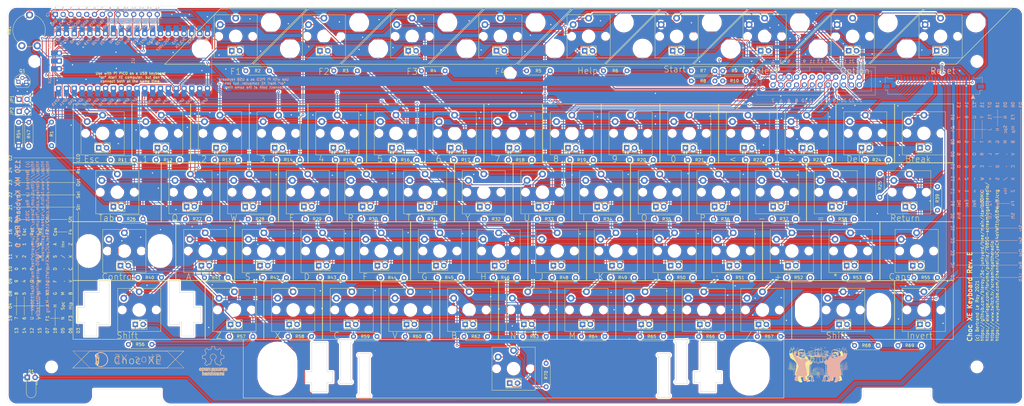
<source format=kicad_pcb>
(kicad_pcb (version 20171130) (host pcbnew "(5.1.10)-1")
  (title_block (title "Choc XE Keyboard") (date 2021-10-11) (rev E) (company "Decent Consulting"))
  (layers (0 F.Cu signal) (31 B.Cu signal) (34 B.Paste user) (35 F.Paste user) (36 B.SilkS user) (37 F.SilkS user) (38 B.Mask user) (39 F.Mask user) (44 Edge.Cuts user))
  (net 0 "")
  (net 1 GND)
  (net 2 "Net-(U1-Pad3)")
  (net 3 "Net-(U1-Pad8)")
  (net 4 "Net-(U1-Pad13)")
  (net 5 "Net-(U1-Pad18)")
  (net 6 "Net-(U1-Pad42)")
  (net 7 "Net-(R1-Pad1)")
  (net 8 "Net-(U1-Pad23)")
  (net 9 "Net-(U1-Pad28)")
  (net 10 LED)
  (net 11 VCC_LED)
  (net 12 "Net-(D2-Pad1)")
  (net 13 "Net-(D3-Pad1)")
  (net 14 "Net-(D4-Pad1)")
  (net 15 "Net-(D5-Pad1)")
  (net 16 "Net-(D6-Pad1)")
  (net 17 "Net-(D7-Pad1)")
  (net 18 "Net-(D8-Pad1)")
  (net 19 "Net-(D9-Pad1)")
  (net 20 "Net-(D10-Pad1)")
  (net 21 "Net-(D11-Pad1)")
  (net 22 "Net-(D12-Pad1)")
  (net 23 "Net-(D13-Pad1)")
  (net 24 "Net-(D14-Pad1)")
  (net 25 "Net-(D15-Pad1)")
  (net 26 "Net-(D16-Pad1)")
  (net 27 "Net-(D17-Pad1)")
  (net 28 "Net-(D18-Pad1)")
  (net 29 "Net-(D19-Pad1)")
  (net 30 "Net-(D20-Pad1)")
  (net 31 "Net-(D21-Pad1)")
  (net 32 "Net-(D22-Pad1)")
  (net 33 "Net-(D23-Pad1)")
  (net 34 "Net-(D24-Pad1)")
  (net 35 "Net-(D25-Pad1)")
  (net 36 "Net-(D26-Pad1)")
  (net 37 "Net-(D27-Pad1)")
  (net 38 "Net-(D28-Pad1)")
  (net 39 "Net-(D29-Pad1)")
  (net 40 "Net-(D30-Pad1)")
  (net 41 "Net-(D31-Pad1)")
  (net 42 "Net-(D32-Pad1)")
  (net 43 "Net-(D33-Pad1)")
  (net 44 "Net-(D34-Pad1)")
  (net 45 "Net-(D35-Pad1)")
  (net 46 "Net-(D36-Pad1)")
  (net 47 "Net-(D37-Pad1)")
  (net 48 "Net-(D38-Pad1)")
  (net 49 "Net-(D39-Pad1)")
  (net 50 "Net-(D40-Pad1)")
  (net 51 "Net-(D41-Pad1)")
  (net 52 "Net-(D42-Pad1)")
  (net 53 "Net-(D43-Pad1)")
  (net 54 "Net-(D44-Pad1)")
  (net 55 "Net-(D45-Pad1)")
  (net 56 "Net-(D46-Pad1)")
  (net 57 "Net-(D47-Pad1)")
  (net 58 "Net-(D48-Pad1)")
  (net 59 "Net-(D49-Pad1)")
  (net 60 "Net-(D50-Pad1)")
  (net 61 "Net-(D51-Pad1)")
  (net 62 "Net-(D52-Pad1)")
  (net 63 "Net-(D53-Pad1)")
  (net 64 "Net-(D54-Pad1)")
  (net 65 "Net-(D55-Pad1)")
  (net 66 "Net-(D56-Pad1)")
  (net 67 "Net-(D57-Pad1)")
  (net 68 "Net-(D58-Pad1)")
  (net 69 "Net-(D59-Pad1)")
  (net 70 "Net-(D60-Pad1)")
  (net 71 "Net-(D61-Pad1)")
  (net 72 "Net-(D62-Pad1)")
  (net 73 "Net-(D63-Pad1)")
  (net 74 "Net-(D64-Pad1)")
  (net 75 "Net-(D65-Pad1)")
  (net 76 "Net-(D66-Pad1)")
  (net 77 "Net-(D67-Pad1)")
  (net 78 POWER)
  (net 79 RESET)
  (net 80 OPTION)
  (net 81 SELECT)
  (net 82 START)
  (net 83 COL_9)
  (net 84 COL_1)
  (net 85 ROW_6)
  (net 86 COL_7)
  (net 87 COL_8)
  (net 88 ROW_4)
  (net 89 ROW_2)
  (net 90 ROW_1)
  (net 91 ROW_3)
  (net 92 COL_6)
  (net 93 COL_5)
  (net 94 COL_4)
  (net 95 COL_3)
  (net 96 ROW_5)
  (net 97 ROW_8)
  (net 98 ROW_7)
  (net 99 COL_2)
  (net 100 3V3_EN)
  (net 101 3V3)
  (net 102 ADC_VREF)
  (net 103 AGND)
  (net 104 VSYS)
  (net 105 VBUS)
  (net 106 SWDIO)
  (net 107 RUN)
  (net 108 SWCLK)
  (net 109 GPIO26_ADC0)
  (net 110 GPIO27_ADC1)
  (net 111 GPIO28_ADC2)
  (net 112 "Net-(JP2-Pad1)")
  (net 113 "Net-(Q1-Pad2)")
  (net 114 LED_OUT)
  (module Atari130MX:LED_KBD_1.8mm (layer F.Cu) (at 96.86 37.3)
    (fp_text reference D2 hide)
    (fp_text value LED)
    (pad 1 thru_hole rect (at -1.27 0) (size 1.8 1.8) (drill 0.9) (layers *.Cu *.Mask) (net 12 "Net-(D2-Pad1)"))
    (pad 2 thru_hole circle (at 1.27 0) (size 1.8 1.8) (drill 0.9) (layers *.Cu *.Mask) (net 11 VCC_LED))
  )
  (module Atari130MX:LED_KBD_1.8mm (layer F.Cu) (at 186.86 145.06)
    (fp_text reference D67 hide)
    (fp_text value LED)
    (pad 1 thru_hole rect (at -1.27 0) (size 1.8 1.8) (drill 0.9) (layers *.Cu *.Mask) (net 77 "Net-(D67-Pad1)"))
    (pad 2 thru_hole circle (at 1.27 0) (size 1.8 1.8) (drill 0.9) (layers *.Cu *.Mask) (net 11 VCC_LED))
  )
  (module Atari130MX:LED_KBD_1.8mm (layer F.Cu) (at 319.76 126.01)
    (fp_text reference D66 hide)
    (fp_text value LED)
    (pad 1 thru_hole rect (at -1.27 0) (size 1.8 1.8) (drill 0.9) (layers *.Cu *.Mask) (net 76 "Net-(D66-Pad1)"))
    (pad 2 thru_hole circle (at 1.27 0) (size 1.8 1.8) (drill 0.9) (layers *.Cu *.Mask) (net 11 VCC_LED))
  )
  (module Atari130MX:LED_KBD_1.8mm (layer F.Cu) (at 293.56 126.01)
    (fp_text reference D65 hide)
    (fp_text value LED)
    (pad 1 thru_hole rect (at -1.27 0) (size 1.8 1.8) (drill 0.9) (layers *.Cu *.Mask) (net 75 "Net-(D65-Pad1)"))
    (pad 2 thru_hole circle (at 1.27 0) (size 1.8 1.8) (drill 0.9) (layers *.Cu *.Mask) (net 11 VCC_LED))
  )
  (module Atari130MX:LED_KBD_1.8mm (layer F.Cu) (at 267.46 126.01)
    (fp_text reference D64 hide)
    (fp_text value LED)
    (pad 1 thru_hole rect (at -1.27 0) (size 1.8 1.8) (drill 0.9) (layers *.Cu *.Mask) (net 74 "Net-(D64-Pad1)"))
    (pad 2 thru_hole circle (at 1.27 0) (size 1.8 1.8) (drill 0.9) (layers *.Cu *.Mask) (net 11 VCC_LED))
  )
  (module Atari130MX:LED_KBD_1.8mm (layer F.Cu) (at 248.46 126.01)
    (fp_text reference D63 hide)
    (fp_text value LED)
    (pad 1 thru_hole rect (at -1.27 0) (size 1.8 1.8) (drill 0.9) (layers *.Cu *.Mask) (net 73 "Net-(D63-Pad1)"))
    (pad 2 thru_hole circle (at 1.27 0) (size 1.8 1.8) (drill 0.9) (layers *.Cu *.Mask) (net 11 VCC_LED))
  )
  (module Atari130MX:LED_KBD_1.8mm (layer F.Cu) (at 229.46 126.01)
    (fp_text reference D62 hide)
    (fp_text value LED)
    (pad 1 thru_hole rect (at -1.27 0) (size 1.8 1.8) (drill 0.9) (layers *.Cu *.Mask) (net 72 "Net-(D62-Pad1)"))
    (pad 2 thru_hole circle (at 1.27 0) (size 1.8 1.8) (drill 0.9) (layers *.Cu *.Mask) (net 11 VCC_LED))
  )
  (module Atari130MX:LED_KBD_1.8mm (layer F.Cu) (at 210.46 126.01)
    (fp_text reference D61 hide)
    (fp_text value LED)
    (pad 1 thru_hole rect (at -1.27 0) (size 1.8 1.8) (drill 0.9) (layers *.Cu *.Mask) (net 71 "Net-(D61-Pad1)"))
    (pad 2 thru_hole circle (at 1.27 0) (size 1.8 1.8) (drill 0.9) (layers *.Cu *.Mask) (net 11 VCC_LED))
  )
  (module Atari130MX:LED_KBD_1.8mm (layer F.Cu) (at 191.46 126.01)
    (fp_text reference D60 hide)
    (fp_text value LED)
    (pad 1 thru_hole rect (at -1.27 0) (size 1.8 1.8) (drill 0.9) (layers *.Cu *.Mask) (net 70 "Net-(D60-Pad1)"))
    (pad 2 thru_hole circle (at 1.27 0) (size 1.8 1.8) (drill 0.9) (layers *.Cu *.Mask) (net 11 VCC_LED))
  )
  (module Atari130MX:LED_KBD_1.8mm (layer F.Cu) (at 172.46 126.01)
    (fp_text reference D59 hide)
    (fp_text value LED)
    (pad 1 thru_hole rect (at -1.27 0) (size 1.8 1.8) (drill 0.9) (layers *.Cu *.Mask) (net 69 "Net-(D59-Pad1)"))
    (pad 2 thru_hole circle (at 1.27 0) (size 1.8 1.8) (drill 0.9) (layers *.Cu *.Mask) (net 11 VCC_LED))
  )
  (module Atari130MX:LED_KBD_1.8mm (layer F.Cu) (at 153.46 126.01)
    (fp_text reference D58 hide)
    (fp_text value LED)
    (pad 1 thru_hole rect (at -1.27 0) (size 1.8 1.8) (drill 0.9) (layers *.Cu *.Mask) (net 68 "Net-(D58-Pad1)"))
    (pad 2 thru_hole circle (at 1.27 0) (size 1.8 1.8) (drill 0.9) (layers *.Cu *.Mask) (net 11 VCC_LED))
  )
  (module Atari130MX:LED_KBD_1.8mm (layer F.Cu) (at 134.46 126.01)
    (fp_text reference D57 hide)
    (fp_text value LED)
    (pad 1 thru_hole rect (at -1.27 0) (size 1.8 1.8) (drill 0.9) (layers *.Cu *.Mask) (net 67 "Net-(D57-Pad1)"))
    (pad 2 thru_hole circle (at 1.27 0) (size 1.8 1.8) (drill 0.9) (layers *.Cu *.Mask) (net 11 VCC_LED))
  )
  (module Atari130MX:LED_KBD_1.8mm (layer F.Cu) (at 115.46 126.01)
    (fp_text reference D56 hide)
    (fp_text value LED)
    (pad 1 thru_hole rect (at -1.27 0) (size 1.8 1.8) (drill 0.9) (layers *.Cu *.Mask) (net 66 "Net-(D56-Pad1)"))
    (pad 2 thru_hole circle (at 1.27 0) (size 1.8 1.8) (drill 0.9) (layers *.Cu *.Mask) (net 11 VCC_LED))
  )
  (module Atari130MX:LED_KBD_1.8mm (layer F.Cu) (at 96.46 126.01)
    (fp_text reference D55 hide)
    (fp_text value LED)
    (pad 1 thru_hole rect (at -1.27 0) (size 1.8 1.8) (drill 0.9) (layers *.Cu *.Mask) (net 65 "Net-(D55-Pad1)"))
    (pad 2 thru_hole circle (at 1.27 0) (size 1.8 1.8) (drill 0.9) (layers *.Cu *.Mask) (net 11 VCC_LED))
  )
  (module Atari130MX:LED_KBD_1.8mm (layer F.Cu) (at 65.61 126.01)
    (fp_text reference D54 hide)
    (fp_text value LED)
    (pad 1 thru_hole rect (at -1.27 0) (size 1.8 1.8) (drill 0.9) (layers *.Cu *.Mask) (net 64 "Net-(D54-Pad1)"))
    (pad 2 thru_hole circle (at 1.27 0) (size 1.8 1.8) (drill 0.9) (layers *.Cu *.Mask) (net 11 VCC_LED))
  )
  (module Atari130MX:LED_KBD_1.8mm (layer F.Cu) (at 317.41 106.96)
    (fp_text reference D53 hide)
    (fp_text value LED)
    (pad 1 thru_hole rect (at -1.27 0) (size 1.8 1.8) (drill 0.9) (layers *.Cu *.Mask) (net 63 "Net-(D53-Pad1)"))
    (pad 2 thru_hole circle (at 1.27 0) (size 1.8 1.8) (drill 0.9) (layers *.Cu *.Mask) (net 11 VCC_LED))
  )
  (module Atari130MX:LED_KBD_1.8mm (layer F.Cu) (at 296.01 106.96)
    (fp_text reference D52 hide)
    (fp_text value LED)
    (pad 1 thru_hole rect (at -1.27 0) (size 1.8 1.8) (drill 0.9) (layers *.Cu *.Mask) (net 62 "Net-(D52-Pad1)"))
    (pad 2 thru_hole circle (at 1.27 0) (size 1.8 1.8) (drill 0.9) (layers *.Cu *.Mask) (net 11 VCC_LED))
  )
  (module Atari130MX:LED_KBD_1.8mm (layer F.Cu) (at 277.01 106.96)
    (fp_text reference D51 hide)
    (fp_text value LED)
    (pad 1 thru_hole rect (at -1.27 0) (size 1.8 1.8) (drill 0.9) (layers *.Cu *.Mask) (net 61 "Net-(D51-Pad1)"))
    (pad 2 thru_hole circle (at 1.27 0) (size 1.8 1.8) (drill 0.9) (layers *.Cu *.Mask) (net 11 VCC_LED))
  )
  (module Atari130MX:LED_KBD_1.8mm (layer F.Cu) (at 258.01 106.96)
    (fp_text reference D50 hide)
    (fp_text value LED)
    (pad 1 thru_hole rect (at -1.27 0) (size 1.8 1.8) (drill 0.9) (layers *.Cu *.Mask) (net 60 "Net-(D50-Pad1)"))
    (pad 2 thru_hole circle (at 1.27 0) (size 1.8 1.8) (drill 0.9) (layers *.Cu *.Mask) (net 11 VCC_LED))
  )
  (module Atari130MX:LED_KBD_1.8mm (layer F.Cu) (at 239.01 106.96)
    (fp_text reference D49 hide)
    (fp_text value LED)
    (pad 1 thru_hole rect (at -1.27 0) (size 1.8 1.8) (drill 0.9) (layers *.Cu *.Mask) (net 59 "Net-(D49-Pad1)"))
    (pad 2 thru_hole circle (at 1.27 0) (size 1.8 1.8) (drill 0.9) (layers *.Cu *.Mask) (net 11 VCC_LED))
  )
  (module Atari130MX:LED_KBD_1.8mm (layer F.Cu) (at 220.01 106.96)
    (fp_text reference D48 hide)
    (fp_text value LED)
    (pad 1 thru_hole rect (at -1.27 0) (size 1.8 1.8) (drill 0.9) (layers *.Cu *.Mask) (net 58 "Net-(D48-Pad1)"))
    (pad 2 thru_hole circle (at 1.27 0) (size 1.8 1.8) (drill 0.9) (layers *.Cu *.Mask) (net 11 VCC_LED))
  )
  (module Atari130MX:LED_KBD_1.8mm (layer F.Cu) (at 201.01 106.96)
    (fp_text reference D47 hide)
    (fp_text value LED)
    (pad 1 thru_hole rect (at -1.27 0) (size 1.8 1.8) (drill 0.9) (layers *.Cu *.Mask) (net 57 "Net-(D47-Pad1)"))
    (pad 2 thru_hole circle (at 1.27 0) (size 1.8 1.8) (drill 0.9) (layers *.Cu *.Mask) (net 11 VCC_LED))
  )
  (module Atari130MX:LED_KBD_1.8mm (layer F.Cu) (at 182.01 106.96)
    (fp_text reference D46 hide)
    (fp_text value LED)
    (pad 1 thru_hole rect (at -1.27 0) (size 1.8 1.8) (drill 0.9) (layers *.Cu *.Mask) (net 56 "Net-(D46-Pad1)"))
    (pad 2 thru_hole circle (at 1.27 0) (size 1.8 1.8) (drill 0.9) (layers *.Cu *.Mask) (net 11 VCC_LED))
  )
  (module Atari130MX:LED_KBD_1.8mm (layer F.Cu) (at 163.01 106.96)
    (fp_text reference D45 hide)
    (fp_text value LED)
    (pad 1 thru_hole rect (at -1.27 0) (size 1.8 1.8) (drill 0.9) (layers *.Cu *.Mask) (net 55 "Net-(D45-Pad1)"))
    (pad 2 thru_hole circle (at 1.27 0) (size 1.8 1.8) (drill 0.9) (layers *.Cu *.Mask) (net 11 VCC_LED))
  )
  (module Atari130MX:LED_KBD_1.8mm (layer F.Cu) (at 144.01 106.96)
    (fp_text reference D44 hide)
    (fp_text value LED)
    (pad 1 thru_hole rect (at -1.27 0) (size 1.8 1.8) (drill 0.9) (layers *.Cu *.Mask) (net 54 "Net-(D44-Pad1)"))
    (pad 2 thru_hole circle (at 1.27 0) (size 1.8 1.8) (drill 0.9) (layers *.Cu *.Mask) (net 11 VCC_LED))
  )
  (module Atari130MX:LED_KBD_1.8mm (layer F.Cu) (at 125.01 106.96)
    (fp_text reference D43 hide)
    (fp_text value LED)
    (pad 1 thru_hole rect (at -1.27 0) (size 1.8 1.8) (drill 0.9) (layers *.Cu *.Mask) (net 53 "Net-(D43-Pad1)"))
    (pad 2 thru_hole circle (at 1.27 0) (size 1.8 1.8) (drill 0.9) (layers *.Cu *.Mask) (net 11 VCC_LED))
  )
  (module Atari130MX:LED_KBD_1.8mm (layer F.Cu) (at 106.01 106.96)
    (fp_text reference D42 hide)
    (fp_text value LED)
    (pad 1 thru_hole rect (at -1.27 0) (size 1.8 1.8) (drill 0.9) (layers *.Cu *.Mask) (net 52 "Net-(D42-Pad1)"))
    (pad 2 thru_hole circle (at 1.27 0) (size 1.8 1.8) (drill 0.9) (layers *.Cu *.Mask) (net 11 VCC_LED))
  )
  (module Atari130MX:LED_KBD_1.8mm (layer F.Cu) (at 87.01 106.96)
    (fp_text reference D41 hide)
    (fp_text value LED)
    (pad 1 thru_hole rect (at -1.27 0) (size 1.8 1.8) (drill 0.9) (layers *.Cu *.Mask) (net 51 "Net-(D41-Pad1)"))
    (pad 2 thru_hole circle (at 1.27 0) (size 1.8 1.8) (drill 0.9) (layers *.Cu *.Mask) (net 11 VCC_LED))
  )
  (module Atari130MX:LED_KBD_1.8mm (layer F.Cu) (at 60.81 106.96)
    (fp_text reference D40 hide)
    (fp_text value LED)
    (pad 1 thru_hole rect (at -1.27 0) (size 1.8 1.8) (drill 0.9) (layers *.Cu *.Mask) (net 50 "Net-(D40-Pad1)"))
    (pad 2 thru_hole circle (at 1.27 0) (size 1.8 1.8) (drill 0.9) (layers *.Cu *.Mask) (net 11 VCC_LED))
  )
  (module Atari130MX:LED_KBD_1.8mm (layer F.Cu) (at 315.01 87.86)
    (fp_text reference D39 hide)
    (fp_text value LED)
    (pad 1 thru_hole rect (at -1.27 0) (size 1.8 1.8) (drill 0.9) (layers *.Cu *.Mask) (net 49 "Net-(D39-Pad1)"))
    (pad 2 thru_hole circle (at 1.27 0) (size 1.8 1.8) (drill 0.9) (layers *.Cu *.Mask) (net 11 VCC_LED))
  )
  (module Atari130MX:LED_KBD_1.8mm (layer F.Cu) (at 291.21 87.86)
    (fp_text reference D38 hide)
    (fp_text value LED)
    (pad 1 thru_hole rect (at -1.27 0) (size 1.8 1.8) (drill 0.9) (layers *.Cu *.Mask) (net 48 "Net-(D38-Pad1)"))
    (pad 2 thru_hole circle (at 1.27 0) (size 1.8 1.8) (drill 0.9) (layers *.Cu *.Mask) (net 11 VCC_LED))
  )
  (module Atari130MX:LED_KBD_1.8mm (layer F.Cu) (at 272.21 87.86)
    (fp_text reference D37 hide)
    (fp_text value LED)
    (pad 1 thru_hole rect (at -1.27 0) (size 1.8 1.8) (drill 0.9) (layers *.Cu *.Mask) (net 47 "Net-(D37-Pad1)"))
    (pad 2 thru_hole circle (at 1.27 0) (size 1.8 1.8) (drill 0.9) (layers *.Cu *.Mask) (net 11 VCC_LED))
  )
  (module Atari130MX:LED_KBD_1.8mm (layer F.Cu) (at 253.21 87.86)
    (fp_text reference D36 hide)
    (fp_text value LED)
    (pad 1 thru_hole rect (at -1.27 0) (size 1.8 1.8) (drill 0.9) (layers *.Cu *.Mask) (net 46 "Net-(D36-Pad1)"))
    (pad 2 thru_hole circle (at 1.27 0) (size 1.8 1.8) (drill 0.9) (layers *.Cu *.Mask) (net 11 VCC_LED))
  )
  (module Atari130MX:LED_KBD_1.8mm (layer F.Cu) (at 234.21 87.86)
    (fp_text reference D35 hide)
    (fp_text value LED)
    (pad 1 thru_hole rect (at -1.27 0) (size 1.8 1.8) (drill 0.9) (layers *.Cu *.Mask) (net 45 "Net-(D35-Pad1)"))
    (pad 2 thru_hole circle (at 1.27 0) (size 1.8 1.8) (drill 0.9) (layers *.Cu *.Mask) (net 11 VCC_LED))
  )
  (module Atari130MX:LED_KBD_1.8mm (layer F.Cu) (at 215.21 87.86)
    (fp_text reference D34 hide)
    (fp_text value LED)
    (pad 1 thru_hole rect (at -1.27 0) (size 1.8 1.8) (drill 0.9) (layers *.Cu *.Mask) (net 44 "Net-(D34-Pad1)"))
    (pad 2 thru_hole circle (at 1.27 0) (size 1.8 1.8) (drill 0.9) (layers *.Cu *.Mask) (net 11 VCC_LED))
  )
  (module Atari130MX:LED_KBD_1.8mm (layer F.Cu) (at 196.21 87.86)
    (fp_text reference D33 hide)
    (fp_text value LED)
    (pad 1 thru_hole rect (at -1.27 0) (size 1.8 1.8) (drill 0.9) (layers *.Cu *.Mask) (net 43 "Net-(D33-Pad1)"))
    (pad 2 thru_hole circle (at 1.27 0) (size 1.8 1.8) (drill 0.9) (layers *.Cu *.Mask) (net 11 VCC_LED))
  )
  (module Atari130MX:LED_KBD_1.8mm (layer F.Cu) (at 177.21 87.86)
    (fp_text reference D32 hide)
    (fp_text value LED)
    (pad 1 thru_hole rect (at -1.27 0) (size 1.8 1.8) (drill 0.9) (layers *.Cu *.Mask) (net 42 "Net-(D32-Pad1)"))
    (pad 2 thru_hole circle (at 1.27 0) (size 1.8 1.8) (drill 0.9) (layers *.Cu *.Mask) (net 11 VCC_LED))
  )
  (module Atari130MX:LED_KBD_1.8mm (layer F.Cu) (at 158.21 87.86)
    (fp_text reference D31 hide)
    (fp_text value LED)
    (pad 1 thru_hole rect (at -1.27 0) (size 1.8 1.8) (drill 0.9) (layers *.Cu *.Mask) (net 41 "Net-(D31-Pad1)"))
    (pad 2 thru_hole circle (at 1.27 0) (size 1.8 1.8) (drill 0.9) (layers *.Cu *.Mask) (net 11 VCC_LED))
  )
  (module Atari130MX:LED_KBD_1.8mm (layer F.Cu) (at 139.21 87.86)
    (fp_text reference D30 hide)
    (fp_text value LED)
    (pad 1 thru_hole rect (at -1.27 0) (size 1.8 1.8) (drill 0.9) (layers *.Cu *.Mask) (net 40 "Net-(D30-Pad1)"))
    (pad 2 thru_hole circle (at 1.27 0) (size 1.8 1.8) (drill 0.9) (layers *.Cu *.Mask) (net 11 VCC_LED))
  )
  (module Atari130MX:LED_KBD_1.8mm (layer F.Cu) (at 120.21 87.86)
    (fp_text reference D29 hide)
    (fp_text value LED)
    (pad 1 thru_hole rect (at -1.27 0) (size 1.8 1.8) (drill 0.9) (layers *.Cu *.Mask) (net 39 "Net-(D29-Pad1)"))
    (pad 2 thru_hole circle (at 1.27 0) (size 1.8 1.8) (drill 0.9) (layers *.Cu *.Mask) (net 11 VCC_LED))
  )
  (module Atari130MX:LED_KBD_1.8mm (layer F.Cu) (at 101.21 87.86)
    (fp_text reference D28 hide)
    (fp_text value LED)
    (pad 1 thru_hole rect (at -1.27 0) (size 1.8 1.8) (drill 0.9) (layers *.Cu *.Mask) (net 38 "Net-(D28-Pad1)"))
    (pad 2 thru_hole circle (at 1.27 0) (size 1.8 1.8) (drill 0.9) (layers *.Cu *.Mask) (net 11 VCC_LED))
  )
  (module Atari130MX:LED_KBD_1.8mm (layer F.Cu) (at 82.21 87.86)
    (fp_text reference D27 hide)
    (fp_text value LED)
    (pad 1 thru_hole rect (at -1.27 0) (size 1.8 1.8) (drill 0.9) (layers *.Cu *.Mask) (net 37 "Net-(D27-Pad1)"))
    (pad 2 thru_hole circle (at 1.27 0) (size 1.8 1.8) (drill 0.9) (layers *.Cu *.Mask) (net 11 VCC_LED))
  )
  (module Atari130MX:LED_KBD_1.8mm (layer F.Cu) (at 58.51 87.86)
    (fp_text reference D26 hide)
    (fp_text value LED)
    (pad 1 thru_hole rect (at -1.27 0) (size 1.8 1.8) (drill 0.9) (layers *.Cu *.Mask) (net 36 "Net-(D26-Pad1)"))
    (pad 2 thru_hole circle (at 1.27 0) (size 1.8 1.8) (drill 0.9) (layers *.Cu *.Mask) (net 11 VCC_LED))
  )
  (module Atari130MX:LED_KBD_1.8mm (layer F.Cu) (at 319.76 68.76)
    (fp_text reference D25 hide)
    (fp_text value LED)
    (pad 1 thru_hole rect (at -1.27 0) (size 1.8 1.8) (drill 0.9) (layers *.Cu *.Mask) (net 35 "Net-(D25-Pad1)"))
    (pad 2 thru_hole circle (at 1.27 0) (size 1.8 1.8) (drill 0.9) (layers *.Cu *.Mask) (net 11 VCC_LED))
  )
  (module Atari130MX:LED_KBD_1.8mm (layer F.Cu) (at 300.76 68.76)
    (fp_text reference D24 hide)
    (fp_text value LED)
    (pad 1 thru_hole rect (at -1.27 0) (size 1.8 1.8) (drill 0.9) (layers *.Cu *.Mask) (net 34 "Net-(D24-Pad1)"))
    (pad 2 thru_hole circle (at 1.27 0) (size 1.8 1.8) (drill 0.9) (layers *.Cu *.Mask) (net 11 VCC_LED))
  )
  (module Atari130MX:LED_KBD_1.8mm (layer F.Cu) (at 281.76 68.76)
    (fp_text reference D23 hide)
    (fp_text value LED)
    (pad 1 thru_hole rect (at -1.27 0) (size 1.8 1.8) (drill 0.9) (layers *.Cu *.Mask) (net 33 "Net-(D23-Pad1)"))
    (pad 2 thru_hole circle (at 1.27 0) (size 1.8 1.8) (drill 0.9) (layers *.Cu *.Mask) (net 11 VCC_LED))
  )
  (module Atari130MX:LED_KBD_1.8mm (layer F.Cu) (at 262.76 68.76)
    (fp_text reference D22 hide)
    (fp_text value LED)
    (pad 1 thru_hole rect (at -1.27 0) (size 1.8 1.8) (drill 0.9) (layers *.Cu *.Mask) (net 32 "Net-(D22-Pad1)"))
    (pad 2 thru_hole circle (at 1.27 0) (size 1.8 1.8) (drill 0.9) (layers *.Cu *.Mask) (net 11 VCC_LED))
  )
  (module Atari130MX:LED_KBD_1.8mm (layer F.Cu) (at 243.76 68.76)
    (fp_text reference D21 hide)
    (fp_text value LED)
    (pad 1 thru_hole rect (at -1.27 0) (size 1.8 1.8) (drill 0.9) (layers *.Cu *.Mask) (net 31 "Net-(D21-Pad1)"))
    (pad 2 thru_hole circle (at 1.27 0) (size 1.8 1.8) (drill 0.9) (layers *.Cu *.Mask) (net 11 VCC_LED))
  )
  (module Atari130MX:LED_KBD_1.8mm (layer F.Cu) (at 224.76 68.76)
    (fp_text reference D20 hide)
    (fp_text value LED)
    (pad 1 thru_hole rect (at -1.27 0) (size 1.8 1.8) (drill 0.9) (layers *.Cu *.Mask) (net 30 "Net-(D20-Pad1)"))
    (pad 2 thru_hole circle (at 1.27 0) (size 1.8 1.8) (drill 0.9) (layers *.Cu *.Mask) (net 11 VCC_LED))
  )
  (module Atari130MX:LED_KBD_1.8mm (layer F.Cu) (at 205.76 68.76)
    (fp_text reference D19 hide)
    (fp_text value LED)
    (pad 1 thru_hole rect (at -1.27 0) (size 1.8 1.8) (drill 0.9) (layers *.Cu *.Mask) (net 29 "Net-(D19-Pad1)"))
    (pad 2 thru_hole circle (at 1.27 0) (size 1.8 1.8) (drill 0.9) (layers *.Cu *.Mask) (net 11 VCC_LED))
  )
  (module Atari130MX:LED_KBD_1.8mm (layer F.Cu) (at 186.76 68.76)
    (fp_text reference D18 hide)
    (fp_text value LED)
    (pad 1 thru_hole rect (at -1.27 0) (size 1.8 1.8) (drill 0.9) (layers *.Cu *.Mask) (net 28 "Net-(D18-Pad1)"))
    (pad 2 thru_hole circle (at 1.27 0) (size 1.8 1.8) (drill 0.9) (layers *.Cu *.Mask) (net 11 VCC_LED))
  )
  (module Atari130MX:LED_KBD_1.8mm (layer F.Cu) (at 167.76 68.76)
    (fp_text reference D17 hide)
    (fp_text value LED)
    (pad 1 thru_hole rect (at -1.27 0) (size 1.8 1.8) (drill 0.9) (layers *.Cu *.Mask) (net 27 "Net-(D17-Pad1)"))
    (pad 2 thru_hole circle (at 1.27 0) (size 1.8 1.8) (drill 0.9) (layers *.Cu *.Mask) (net 11 VCC_LED))
  )
  (module Atari130MX:LED_KBD_1.8mm (layer F.Cu) (at 148.76 68.76)
    (fp_text reference D16 hide)
    (fp_text value LED)
    (pad 1 thru_hole rect (at -1.27 0) (size 1.8 1.8) (drill 0.9) (layers *.Cu *.Mask) (net 26 "Net-(D16-Pad1)"))
    (pad 2 thru_hole circle (at 1.27 0) (size 1.8 1.8) (drill 0.9) (layers *.Cu *.Mask) (net 11 VCC_LED))
  )
  (module Atari130MX:LED_KBD_1.8mm (layer F.Cu) (at 129.76 68.76)
    (fp_text reference D15 hide)
    (fp_text value LED)
    (pad 1 thru_hole rect (at -1.27 0) (size 1.8 1.8) (drill 0.9) (layers *.Cu *.Mask) (net 25 "Net-(D15-Pad1)"))
    (pad 2 thru_hole circle (at 1.27 0) (size 1.8 1.8) (drill 0.9) (layers *.Cu *.Mask) (net 11 VCC_LED))
  )
  (module Atari130MX:LED_KBD_1.8mm (layer F.Cu) (at 110.76 68.76)
    (fp_text reference D14 hide)
    (fp_text value LED)
    (pad 1 thru_hole rect (at -1.27 0) (size 1.8 1.8) (drill 0.9) (layers *.Cu *.Mask) (net 24 "Net-(D14-Pad1)"))
    (pad 2 thru_hole circle (at 1.27 0) (size 1.8 1.8) (drill 0.9) (layers *.Cu *.Mask) (net 11 VCC_LED))
  )
  (module Atari130MX:LED_KBD_1.8mm (layer F.Cu) (at 91.76 68.76)
    (fp_text reference D13 hide)
    (fp_text value LED)
    (pad 1 thru_hole rect (at -1.27 0) (size 1.8 1.8) (drill 0.9) (layers *.Cu *.Mask) (net 23 "Net-(D13-Pad1)"))
    (pad 2 thru_hole circle (at 1.27 0) (size 1.8 1.8) (drill 0.9) (layers *.Cu *.Mask) (net 11 VCC_LED))
  )
  (module Atari130MX:LED_KBD_1.8mm (layer F.Cu) (at 72.76 68.76)
    (fp_text reference D12 hide)
    (fp_text value LED)
    (pad 1 thru_hole rect (at -1.27 0) (size 1.8 1.8) (drill 0.9) (layers *.Cu *.Mask) (net 22 "Net-(D12-Pad1)"))
    (pad 2 thru_hole circle (at 1.27 0) (size 1.8 1.8) (drill 0.9) (layers *.Cu *.Mask) (net 11 VCC_LED))
  )
  (module Atari130MX:LED_KBD_1.8mm (layer F.Cu) (at 53.76 68.76)
    (fp_text reference D11 hide)
    (fp_text value LED)
    (pad 1 thru_hole rect (at -1.27 0) (size 1.8 1.8) (drill 0.9) (layers *.Cu *.Mask) (net 21 "Net-(D11-Pad1)"))
    (pad 2 thru_hole circle (at 1.27 0) (size 1.8 1.8) (drill 0.9) (layers *.Cu *.Mask) (net 11 VCC_LED))
  )
  (module Atari130MX:LED_KBD_1.8mm (layer F.Cu) (at 325.16028 37.3)
    (fp_text reference D10 hide)
    (fp_text value LED)
    (pad 1 thru_hole rect (at -1.27 0) (size 1.8 1.8) (drill 0.9) (layers *.Cu *.Mask) (net 20 "Net-(D10-Pad1)"))
    (pad 2 thru_hole circle (at 1.27 0) (size 1.8 1.8) (drill 0.9) (layers *.Cu *.Mask) (net 11 VCC_LED))
  )
  (module Atari130MX:LED_KBD_1.8mm (layer F.Cu) (at 296.65894 37.3)
    (fp_text reference D9 hide)
    (fp_text value LED)
    (pad 1 thru_hole rect (at -1.27 0) (size 1.8 1.8) (drill 0.9) (layers *.Cu *.Mask) (net 19 "Net-(D9-Pad1)"))
    (pad 2 thru_hole circle (at 1.27 0) (size 1.8 1.8) (drill 0.9) (layers *.Cu *.Mask) (net 11 VCC_LED))
  )
  (module Atari130MX:LED_KBD_1.8mm (layer F.Cu) (at 268.1703 37.3)
    (fp_text reference D8 hide)
    (fp_text value LED)
    (pad 1 thru_hole rect (at -1.27 0) (size 1.8 1.8) (drill 0.9) (layers *.Cu *.Mask) (net 18 "Net-(D8-Pad1)"))
    (pad 2 thru_hole circle (at 1.27 0) (size 1.8 1.8) (drill 0.9) (layers *.Cu *.Mask) (net 11 VCC_LED))
  )
  (module Atari130MX:LED_KBD_1.8mm (layer F.Cu) (at 239.66134 37.3)
    (fp_text reference D7 hide)
    (fp_text value LED)
    (pad 1 thru_hole rect (at -1.27 0) (size 1.8 1.8) (drill 0.9) (layers *.Cu *.Mask) (net 17 "Net-(D7-Pad1)"))
    (pad 2 thru_hole circle (at 1.27 0) (size 1.8 1.8) (drill 0.9) (layers *.Cu *.Mask) (net 11 VCC_LED))
  )
  (module Atari130MX:LED_KBD_1.8mm (layer F.Cu) (at 211.16762 37.3)
    (fp_text reference D6 hide)
    (fp_text value LED)
    (pad 1 thru_hole rect (at -1.27 0) (size 1.8 1.8) (drill 0.9) (layers *.Cu *.Mask) (net 16 "Net-(D6-Pad1)"))
    (pad 2 thru_hole circle (at 1.27 0) (size 1.8 1.8) (drill 0.9) (layers *.Cu *.Mask) (net 11 VCC_LED))
  )
  (module Atari130MX:LED_KBD_1.8mm (layer F.Cu) (at 182.585 37.3)
    (fp_text reference D5 hide)
    (fp_text value LED)
    (pad 1 thru_hole rect (at -1.27 0) (size 1.8 1.8) (drill 0.9) (layers *.Cu *.Mask) (net 15 "Net-(D5-Pad1)"))
    (pad 2 thru_hole circle (at 1.27 0) (size 1.8 1.8) (drill 0.9) (layers *.Cu *.Mask) (net 11 VCC_LED))
  )
  (module Atari130MX:LED_KBD_1.8mm (layer F.Cu) (at 154.01 37.30646)
    (fp_text reference D4 hide)
    (fp_text value LED)
    (pad 1 thru_hole rect (at -1.27 0) (size 1.8 1.8) (drill 0.9) (layers *.Cu *.Mask) (net 14 "Net-(D4-Pad1)"))
    (pad 2 thru_hole circle (at 1.27 0) (size 1.8 1.8) (drill 0.9) (layers *.Cu *.Mask) (net 11 VCC_LED))
  )
  (module Atari130MX:LED_KBD_1.8mm (layer F.Cu) (at 125.43 37.31)
    (fp_text reference D3 hide)
    (fp_text value LED)
    (pad 1 thru_hole rect (at -1.27 0) (size 1.8 1.8) (drill 0.9) (layers *.Cu *.Mask) (net 13 "Net-(D3-Pad1)"))
    (pad 2 thru_hole circle (at 1.27 0) (size 1.8 1.8) (drill 0.9) (layers *.Cu *.Mask) (net 11 VCC_LED))
  )
  (module Atari130MX:Resistor_THT (layer F.Cu) (at 197.41 146.26 90)
    (fp_text reference R70 (at 3.81 0 90) (layer F.SilkS))
    (fp_text value R)
    (pad 2 thru_hole oval (at 7.62 0 90) (size 1.6 1.6) (drill 0.8) (layers *.Cu *.Mask) (net 114 LED_OUT))
    (pad 1 thru_hole circle (at 0 0 90) (size 1.6 1.6) (drill 0.8) (layers *.Cu *.Mask) (net 77 "Net-(D67-Pad1)"))
  )
  (module Atari130MX:Resistor_THT (layer F.Cu) (at 311.36 132.86)
    (fp_text reference R69 (at 3.81 0) (layer F.SilkS))
    (fp_text value R)
    (pad 2 thru_hole oval (at 7.62 0) (size 1.6 1.6) (drill 0.8) (layers *.Cu *.Mask) (net 114 LED_OUT))
    (pad 1 thru_hole circle (at 0 0) (size 1.6 1.6) (drill 0.8) (layers *.Cu *.Mask) (net 76 "Net-(D66-Pad1)"))
  )
  (module Atari130MX:Resistor_THT (layer F.Cu) (at 297.31 132.86)
    (fp_text reference R68 (at 3.81 0) (layer F.SilkS))
    (fp_text value R)
    (pad 2 thru_hole oval (at 7.62 0) (size 1.6 1.6) (drill 0.8) (layers *.Cu *.Mask) (net 114 LED_OUT))
    (pad 1 thru_hole circle (at 0 0) (size 1.6 1.6) (drill 0.8) (layers *.Cu *.Mask) (net 75 "Net-(D65-Pad1)"))
  )
  (module Atari130MX:Resistor_THT (layer F.Cu) (at 265.81 129.96)
    (fp_text reference R67 (at 3.81 0) (layer F.SilkS))
    (fp_text value R)
    (pad 2 thru_hole oval (at 7.62 0) (size 1.6 1.6) (drill 0.8) (layers *.Cu *.Mask) (net 114 LED_OUT))
    (pad 1 thru_hole circle (at 0 0) (size 1.6 1.6) (drill 0.8) (layers *.Cu *.Mask) (net 74 "Net-(D64-Pad1)"))
  )
  (module Atari130MX:Resistor_THT (layer F.Cu) (at 246.81 129.96)
    (fp_text reference R66 (at 3.81 0) (layer F.SilkS))
    (fp_text value R)
    (pad 2 thru_hole oval (at 7.62 0) (size 1.6 1.6) (drill 0.8) (layers *.Cu *.Mask) (net 114 LED_OUT))
    (pad 1 thru_hole circle (at 0 0) (size 1.6 1.6) (drill 0.8) (layers *.Cu *.Mask) (net 73 "Net-(D63-Pad1)"))
  )
  (module Atari130MX:Resistor_THT (layer F.Cu) (at 227.81 129.96)
    (fp_text reference R65 (at 3.81 0) (layer F.SilkS))
    (fp_text value R)
    (pad 2 thru_hole oval (at 7.62 0) (size 1.6 1.6) (drill 0.8) (layers *.Cu *.Mask) (net 114 LED_OUT))
    (pad 1 thru_hole circle (at 0 0) (size 1.6 1.6) (drill 0.8) (layers *.Cu *.Mask) (net 72 "Net-(D62-Pad1)"))
  )
  (module Atari130MX:Resistor_THT (layer F.Cu) (at 208.81 129.96)
    (fp_text reference R64 (at 3.81 0) (layer F.SilkS))
    (fp_text value R)
    (pad 2 thru_hole oval (at 7.62 0) (size 1.6 1.6) (drill 0.8) (layers *.Cu *.Mask) (net 114 LED_OUT))
    (pad 1 thru_hole circle (at 0 0) (size 1.6 1.6) (drill 0.8) (layers *.Cu *.Mask) (net 71 "Net-(D61-Pad1)"))
  )
  (module Atari130MX:Resistor_THT (layer F.Cu) (at 189.81 129.96)
    (fp_text reference R63 (at 3.81 0) (layer F.SilkS))
    (fp_text value R)
    (pad 2 thru_hole oval (at 7.62 0) (size 1.6 1.6) (drill 0.8) (layers *.Cu *.Mask) (net 114 LED_OUT))
    (pad 1 thru_hole circle (at 0 0) (size 1.6 1.6) (drill 0.8) (layers *.Cu *.Mask) (net 70 "Net-(D60-Pad1)"))
  )
  (module Atari130MX:Resistor_THT (layer F.Cu) (at 170.81 129.96)
    (fp_text reference R62 (at 3.81 0) (layer F.SilkS))
    (fp_text value R)
    (pad 2 thru_hole oval (at 7.62 0) (size 1.6 1.6) (drill 0.8) (layers *.Cu *.Mask) (net 114 LED_OUT))
    (pad 1 thru_hole circle (at 0 0) (size 1.6 1.6) (drill 0.8) (layers *.Cu *.Mask) (net 69 "Net-(D59-Pad1)"))
  )
  (module Atari130MX:Resistor_THT (layer F.Cu) (at 151.81 129.96)
    (fp_text reference R60 (at 3.81 0) (layer F.SilkS))
    (fp_text value R)
    (pad 2 thru_hole oval (at 7.62 0) (size 1.6 1.6) (drill 0.8) (layers *.Cu *.Mask) (net 114 LED_OUT))
    (pad 1 thru_hole circle (at 0 0) (size 1.6 1.6) (drill 0.8) (layers *.Cu *.Mask) (net 68 "Net-(D58-Pad1)"))
  )
  (module Atari130MX:Resistor_THT (layer F.Cu) (at 135.01 129.96)
    (fp_text reference R59 (at 3.81 0) (layer F.SilkS))
    (fp_text value R)
    (pad 2 thru_hole oval (at 7.62 0) (size 1.6 1.6) (drill 0.8) (layers *.Cu *.Mask) (net 114 LED_OUT))
    (pad 1 thru_hole circle (at 0 0) (size 1.6 1.6) (drill 0.8) (layers *.Cu *.Mask) (net 67 "Net-(D57-Pad1)"))
  )
  (module Atari130MX:Resistor_THT (layer F.Cu) (at 113.81 129.96)
    (fp_text reference R58 (at 3.81 0) (layer F.SilkS))
    (fp_text value R)
    (pad 2 thru_hole oval (at 7.62 0) (size 1.6 1.6) (drill 0.8) (layers *.Cu *.Mask) (net 114 LED_OUT))
    (pad 1 thru_hole circle (at 0 0) (size 1.6 1.6) (drill 0.8) (layers *.Cu *.Mask) (net 66 "Net-(D56-Pad1)"))
  )
  (module Atari130MX:Resistor_THT (layer F.Cu) (at 94.81 129.96)
    (fp_text reference R57 (at 3.81 0) (layer F.SilkS))
    (fp_text value R)
    (pad 2 thru_hole oval (at 7.62 0) (size 1.6 1.6) (drill 0.8) (layers *.Cu *.Mask) (net 114 LED_OUT))
    (pad 1 thru_hole circle (at 0 0) (size 1.6 1.6) (drill 0.8) (layers *.Cu *.Mask) (net 65 "Net-(D55-Pad1)"))
  )
  (module Atari130MX:Resistor_THT (layer F.Cu) (at 62.11 132.51)
    (fp_text reference R56 (at 3.81 0) (layer F.SilkS))
    (fp_text value R)
    (pad 2 thru_hole oval (at 7.62 0) (size 1.6 1.6) (drill 0.8) (layers *.Cu *.Mask) (net 114 LED_OUT))
    (pad 1 thru_hole circle (at 0 0) (size 1.6 1.6) (drill 0.8) (layers *.Cu *.Mask) (net 64 "Net-(D54-Pad1)"))
  )
  (module Atari130MX:Resistor_THT (layer F.Cu) (at 316.51 110.86)
    (fp_text reference R55 (at 3.81 0) (layer F.SilkS))
    (fp_text value R)
    (pad 2 thru_hole oval (at 7.62 0) (size 1.6 1.6) (drill 0.8) (layers *.Cu *.Mask) (net 114 LED_OUT))
    (pad 1 thru_hole circle (at 0 0) (size 1.6 1.6) (drill 0.8) (layers *.Cu *.Mask) (net 63 "Net-(D53-Pad1)"))
  )
  (module Atari130MX:Resistor_THT (layer F.Cu) (at 26.56 68.11 90)
    (fp_text reference R54 (at 3.81 0 90) (layer F.SilkS))
    (fp_text value R)
    (pad 2 thru_hole oval (at 7.62 0 90) (size 1.6 1.6) (drill 0.8) (layers *.Cu *.Mask) (net 113 "Net-(Q1-Pad2)"))
    (pad 1 thru_hole circle (at 0 0 90) (size 1.6 1.6) (drill 0.8) (layers *.Cu *.Mask) (net 1 GND))
  )
  (module Atari130MX:Resistor_THT (layer F.Cu) (at 294.36 110.86)
    (fp_text reference R53 (at 3.81 0) (layer F.SilkS))
    (fp_text value R)
    (pad 2 thru_hole oval (at 7.62 0) (size 1.6 1.6) (drill 0.8) (layers *.Cu *.Mask) (net 114 LED_OUT))
    (pad 1 thru_hole circle (at 0 0) (size 1.6 1.6) (drill 0.8) (layers *.Cu *.Mask) (net 62 "Net-(D52-Pad1)"))
  )
  (module Atari130MX:Resistor_THT (layer F.Cu) (at 275.36 110.86)
    (fp_text reference R52 (at 3.81 0) (layer F.SilkS))
    (fp_text value R)
    (pad 2 thru_hole oval (at 7.62 0) (size 1.6 1.6) (drill 0.8) (layers *.Cu *.Mask) (net 114 LED_OUT))
    (pad 1 thru_hole circle (at 0 0) (size 1.6 1.6) (drill 0.8) (layers *.Cu *.Mask) (net 61 "Net-(D51-Pad1)"))
  )
  (module Atari130MX:Resistor_THT (layer F.Cu) (at 256.36 110.86)
    (fp_text reference R51 (at 3.81 0) (layer F.SilkS))
    (fp_text value R)
    (pad 2 thru_hole oval (at 7.62 0) (size 1.6 1.6) (drill 0.8) (layers *.Cu *.Mask) (net 114 LED_OUT))
    (pad 1 thru_hole circle (at 0 0) (size 1.6 1.6) (drill 0.8) (layers *.Cu *.Mask) (net 60 "Net-(D50-Pad1)"))
  )
  (module Atari130MX:Resistor_THT (layer F.Cu) (at 237.36 110.86)
    (fp_text reference R50 (at 3.81 0) (layer F.SilkS))
    (fp_text value R)
    (pad 2 thru_hole oval (at 7.62 0) (size 1.6 1.6) (drill 0.8) (layers *.Cu *.Mask) (net 114 LED_OUT))
    (pad 1 thru_hole circle (at 0 0) (size 1.6 1.6) (drill 0.8) (layers *.Cu *.Mask) (net 59 "Net-(D49-Pad1)"))
  )
  (module Atari130MX:Resistor_THT (layer F.Cu) (at 218.36 110.86)
    (fp_text reference R49 (at 3.81 0) (layer F.SilkS))
    (fp_text value R)
    (pad 2 thru_hole oval (at 7.62 0) (size 1.6 1.6) (drill 0.8) (layers *.Cu *.Mask) (net 114 LED_OUT))
    (pad 1 thru_hole circle (at 0 0) (size 1.6 1.6) (drill 0.8) (layers *.Cu *.Mask) (net 58 "Net-(D48-Pad1)"))
  )
  (module Atari130MX:Resistor_THT (layer F.Cu) (at 199.36 110.86)
    (fp_text reference R48 (at 3.81 0) (layer F.SilkS))
    (fp_text value R)
    (pad 2 thru_hole oval (at 7.62 0) (size 1.6 1.6) (drill 0.8) (layers *.Cu *.Mask) (net 114 LED_OUT))
    (pad 1 thru_hole circle (at 0 0) (size 1.6 1.6) (drill 0.8) (layers *.Cu *.Mask) (net 57 "Net-(D47-Pad1)"))
  )
  (module Atari130MX:Resistor_THT (layer F.Cu) (at 29.86 60.51 270)
    (fp_text reference R47 (at 3.81 0 90) (layer F.SilkS))
    (fp_text value R)
    (pad 2 thru_hole oval (at 7.62 0 270) (size 1.6 1.6) (drill 0.8) (layers *.Cu *.Mask) (net 109 GPIO26_ADC0))
    (pad 1 thru_hole circle (at 0 0 270) (size 1.6 1.6) (drill 0.8) (layers *.Cu *.Mask) (net 113 "Net-(Q1-Pad2)"))
  )
  (module Atari130MX:Resistor_THT (layer F.Cu) (at 180.36 110.86)
    (fp_text reference R46 (at 3.81 0) (layer F.SilkS))
    (fp_text value R)
    (pad 2 thru_hole oval (at 7.62 0) (size 1.6 1.6) (drill 0.8) (layers *.Cu *.Mask) (net 114 LED_OUT))
    (pad 1 thru_hole circle (at 0 0) (size 1.6 1.6) (drill 0.8) (layers *.Cu *.Mask) (net 56 "Net-(D46-Pad1)"))
  )
  (module Atari130MX:Resistor_THT (layer F.Cu) (at 162.21 110.86)
    (fp_text reference R45 (at 3.81 0) (layer F.SilkS))
    (fp_text value R)
    (pad 2 thru_hole oval (at 7.62 0) (size 1.6 1.6) (drill 0.8) (layers *.Cu *.Mask) (net 114 LED_OUT))
    (pad 1 thru_hole circle (at 0 0) (size 1.6 1.6) (drill 0.8) (layers *.Cu *.Mask) (net 55 "Net-(D45-Pad1)"))
  )
  (module Atari130MX:Resistor_THT (layer F.Cu) (at 143.76 110.91)
    (fp_text reference R44 (at 3.81 0) (layer F.SilkS))
    (fp_text value R)
    (pad 2 thru_hole oval (at 7.62 0) (size 1.6 1.6) (drill 0.8) (layers *.Cu *.Mask) (net 114 LED_OUT))
    (pad 1 thru_hole circle (at 0 0) (size 1.6 1.6) (drill 0.8) (layers *.Cu *.Mask) (net 54 "Net-(D44-Pad1)"))
  )
  (module Atari130MX:Resistor_THT (layer F.Cu) (at 124.21 110.86)
    (fp_text reference R43 (at 3.81 0) (layer F.SilkS))
    (fp_text value R)
    (pad 2 thru_hole oval (at 7.62 0) (size 1.6 1.6) (drill 0.8) (layers *.Cu *.Mask) (net 114 LED_OUT))
    (pad 1 thru_hole circle (at 0 0) (size 1.6 1.6) (drill 0.8) (layers *.Cu *.Mask) (net 53 "Net-(D43-Pad1)"))
  )
  (module Atari130MX:Resistor_THT (layer F.Cu) (at 105.66 110.86)
    (fp_text reference R42 (at 3.81 0) (layer F.SilkS))
    (fp_text value R)
    (pad 2 thru_hole oval (at 7.62 0) (size 1.6 1.6) (drill 0.8) (layers *.Cu *.Mask) (net 114 LED_OUT))
    (pad 1 thru_hole circle (at 0 0) (size 1.6 1.6) (drill 0.8) (layers *.Cu *.Mask) (net 52 "Net-(D42-Pad1)"))
  )
  (module Atari130MX:Resistor_THT (layer F.Cu) (at 86.76 110.86)
    (fp_text reference R41 (at 3.81 0) (layer F.SilkS))
    (fp_text value R)
    (pad 2 thru_hole oval (at 7.62 0) (size 1.6 1.6) (drill 0.8) (layers *.Cu *.Mask) (net 114 LED_OUT))
    (pad 1 thru_hole circle (at 0 0) (size 1.6 1.6) (drill 0.8) (layers *.Cu *.Mask) (net 51 "Net-(D41-Pad1)"))
  )
  (module Atari130MX:Resistor_THT (layer F.Cu) (at 65.21 110.86)
    (fp_text reference R40 (at 3.81 0) (layer F.SilkS))
    (fp_text value R)
    (pad 2 thru_hole oval (at 7.62 0) (size 1.6 1.6) (drill 0.8) (layers *.Cu *.Mask) (net 114 LED_OUT))
    (pad 1 thru_hole circle (at 0 0) (size 1.6 1.6) (drill 0.8) (layers *.Cu *.Mask) (net 50 "Net-(D40-Pad1)"))
  )
  (module Atari130MX:Resistor_THT (layer F.Cu) (at 324.16 88.96 90)
    (fp_text reference R39 (at 3.81 0 90) (layer F.SilkS))
    (fp_text value R)
    (pad 2 thru_hole oval (at 7.62 0 90) (size 1.6 1.6) (drill 0.8) (layers *.Cu *.Mask) (net 114 LED_OUT))
    (pad 1 thru_hole circle (at 0 0 90) (size 1.6 1.6) (drill 0.8) (layers *.Cu *.Mask) (net 49 "Net-(D39-Pad1)"))
  )
  (module Atari130MX:Resistor_THT (layer F.Cu) (at 289.61 91.91)
    (fp_text reference R38 (at 3.81 0) (layer F.SilkS))
    (fp_text value R)
    (pad 2 thru_hole oval (at 7.62 0) (size 1.6 1.6) (drill 0.8) (layers *.Cu *.Mask) (net 114 LED_OUT))
    (pad 1 thru_hole circle (at 0 0) (size 1.6 1.6) (drill 0.8) (layers *.Cu *.Mask) (net 48 "Net-(D38-Pad1)"))
  )
  (module Atari130MX:Resistor_THT (layer F.Cu) (at 270.61 91.86)
    (fp_text reference R37 (at 3.81 0) (layer F.SilkS))
    (fp_text value R)
    (pad 2 thru_hole oval (at 7.62 0) (size 1.6 1.6) (drill 0.8) (layers *.Cu *.Mask) (net 114 LED_OUT))
    (pad 1 thru_hole circle (at 0 0) (size 1.6 1.6) (drill 0.8) (layers *.Cu *.Mask) (net 47 "Net-(D37-Pad1)"))
  )
  (module Atari130MX:Resistor_THT (layer F.Cu) (at 251.61 91.91)
    (fp_text reference R36 (at 3.81 0) (layer F.SilkS))
    (fp_text value R)
    (pad 2 thru_hole oval (at 7.62 0) (size 1.6 1.6) (drill 0.8) (layers *.Cu *.Mask) (net 114 LED_OUT))
    (pad 1 thru_hole circle (at 0 0) (size 1.6 1.6) (drill 0.8) (layers *.Cu *.Mask) (net 46 "Net-(D36-Pad1)"))
  )
  (module Atari130MX:Resistor_THT (layer F.Cu) (at 232.61 91.91)
    (fp_text reference R35 (at 3.81 0) (layer F.SilkS))
    (fp_text value R)
    (pad 2 thru_hole oval (at 7.62 0) (size 1.6 1.6) (drill 0.8) (layers *.Cu *.Mask) (net 114 LED_OUT))
    (pad 1 thru_hole circle (at 0 0) (size 1.6 1.6) (drill 0.8) (layers *.Cu *.Mask) (net 45 "Net-(D35-Pad1)"))
  )
  (module Atari130MX:Resistor_THT (layer F.Cu) (at 213.56 91.91)
    (fp_text reference R34 (at 3.81 0) (layer F.SilkS))
    (fp_text value R)
    (pad 2 thru_hole oval (at 7.62 0) (size 1.6 1.6) (drill 0.8) (layers *.Cu *.Mask) (net 114 LED_OUT))
    (pad 1 thru_hole circle (at 0 0) (size 1.6 1.6) (drill 0.8) (layers *.Cu *.Mask) (net 44 "Net-(D34-Pad1)"))
  )
  (module Atari130MX:Resistor_THT (layer F.Cu) (at 194.56 91.91)
    (fp_text reference R33 (at 3.81 0) (layer F.SilkS))
    (fp_text value R)
    (pad 2 thru_hole oval (at 7.62 0) (size 1.6 1.6) (drill 0.8) (layers *.Cu *.Mask) (net 114 LED_OUT))
    (pad 1 thru_hole circle (at 0 0) (size 1.6 1.6) (drill 0.8) (layers *.Cu *.Mask) (net 43 "Net-(D33-Pad1)"))
  )
  (module Atari130MX:Resistor_THT (layer F.Cu) (at 177.41 91.91)
    (fp_text reference R32 (at 3.81 0) (layer F.SilkS))
    (fp_text value R)
    (pad 2 thru_hole oval (at 7.62 0) (size 1.6 1.6) (drill 0.8) (layers *.Cu *.Mask) (net 114 LED_OUT))
    (pad 1 thru_hole circle (at 0 0) (size 1.6 1.6) (drill 0.8) (layers *.Cu *.Mask) (net 42 "Net-(D32-Pad1)"))
  )
  (module Atari130MX:Resistor_THT (layer F.Cu) (at 156.56 91.86)
    (fp_text reference R31 (at 3.81 0) (layer F.SilkS))
    (fp_text value R)
    (pad 2 thru_hole oval (at 7.62 0) (size 1.6 1.6) (drill 0.8) (layers *.Cu *.Mask) (net 114 LED_OUT))
    (pad 1 thru_hole circle (at 0 0) (size 1.6 1.6) (drill 0.8) (layers *.Cu *.Mask) (net 41 "Net-(D31-Pad1)"))
  )
  (module Atari130MX:Resistor_THT (layer F.Cu) (at 137.56 91.86)
    (fp_text reference R30 (at 3.81 0) (layer F.SilkS))
    (fp_text value R)
    (pad 2 thru_hole oval (at 7.62 0) (size 1.6 1.6) (drill 0.8) (layers *.Cu *.Mask) (net 114 LED_OUT))
    (pad 1 thru_hole circle (at 0 0) (size 1.6 1.6) (drill 0.8) (layers *.Cu *.Mask) (net 40 "Net-(D30-Pad1)"))
  )
  (module Atari130MX:Resistor_THT (layer F.Cu) (at 119.41 91.86)
    (fp_text reference R29 (at 3.81 0) (layer F.SilkS))
    (fp_text value R)
    (pad 2 thru_hole oval (at 7.62 0) (size 1.6 1.6) (drill 0.8) (layers *.Cu *.Mask) (net 114 LED_OUT))
    (pad 1 thru_hole circle (at 0 0) (size 1.6 1.6) (drill 0.8) (layers *.Cu *.Mask) (net 39 "Net-(D29-Pad1)"))
  )
  (module Atari130MX:Resistor_THT (layer F.Cu) (at 100.91 91.86)
    (fp_text reference R28 (at 3.81 0) (layer F.SilkS))
    (fp_text value R)
    (pad 2 thru_hole oval (at 7.62 0) (size 1.6 1.6) (drill 0.8) (layers *.Cu *.Mask) (net 114 LED_OUT))
    (pad 1 thru_hole circle (at 0 0) (size 1.6 1.6) (drill 0.8) (layers *.Cu *.Mask) (net 38 "Net-(D28-Pad1)"))
  )
  (module Atari130MX:Resistor_THT (layer F.Cu) (at 80.56 91.86)
    (fp_text reference R27 (at 3.81 0) (layer F.SilkS))
    (fp_text value R)
    (pad 2 thru_hole oval (at 7.62 0) (size 1.6 1.6) (drill 0.8) (layers *.Cu *.Mask) (net 114 LED_OUT))
    (pad 1 thru_hole circle (at 0 0) (size 1.6 1.6) (drill 0.8) (layers *.Cu *.Mask) (net 37 "Net-(D27-Pad1)"))
  )
  (module Atari130MX:Resistor_THT (layer F.Cu) (at 59.21 91.86)
    (fp_text reference R26 (at 3.81 0) (layer F.SilkS))
    (fp_text value R)
    (pad 2 thru_hole oval (at 7.62 0) (size 1.6 1.6) (drill 0.8) (layers *.Cu *.Mask) (net 114 LED_OUT))
    (pad 1 thru_hole circle (at 0 0) (size 1.6 1.6) (drill 0.8) (layers *.Cu *.Mask) (net 36 "Net-(D26-Pad1)"))
  )
  (module Atari130MX:Resistor_THT (layer F.Cu) (at 305.51 77.16 270)
    (fp_text reference R25 (at 3.81 0 90) (layer F.SilkS))
    (fp_text value R)
    (pad 2 thru_hole oval (at 7.62 0 270) (size 1.6 1.6) (drill 0.8) (layers *.Cu *.Mask) (net 114 LED_OUT))
    (pad 1 thru_hole circle (at 0 0 270) (size 1.6 1.6) (drill 0.8) (layers *.Cu *.Mask) (net 35 "Net-(D25-Pad1)"))
  )
  (module Atari130MX:Resistor_THT (layer F.Cu) (at 300.66 72.71)
    (fp_text reference R24 (at 3.81 0) (layer F.SilkS))
    (fp_text value R)
    (pad 2 thru_hole oval (at 7.62 0) (size 1.6 1.6) (drill 0.8) (layers *.Cu *.Mask) (net 114 LED_OUT))
    (pad 1 thru_hole circle (at 0 0) (size 1.6 1.6) (drill 0.8) (layers *.Cu *.Mask) (net 34 "Net-(D24-Pad1)"))
  )
  (module Atari130MX:Resistor_THT (layer F.Cu) (at 281.46 72.71)
    (fp_text reference R23 (at 3.81 0) (layer F.SilkS))
    (fp_text value R)
    (pad 2 thru_hole oval (at 7.62 0) (size 1.6 1.6) (drill 0.8) (layers *.Cu *.Mask) (net 114 LED_OUT))
    (pad 1 thru_hole circle (at 0 0) (size 1.6 1.6) (drill 0.8) (layers *.Cu *.Mask) (net 33 "Net-(D23-Pad1)"))
  )
  (module Atari130MX:Resistor_THT (layer F.Cu) (at 262.11 72.71)
    (fp_text reference R22 (at 3.81 0) (layer F.SilkS))
    (fp_text value R)
    (pad 2 thru_hole oval (at 7.62 0) (size 1.6 1.6) (drill 0.8) (layers *.Cu *.Mask) (net 114 LED_OUT))
    (pad 1 thru_hole circle (at 0 0) (size 1.6 1.6) (drill 0.8) (layers *.Cu *.Mask) (net 32 "Net-(D22-Pad1)"))
  )
  (module Atari130MX:Resistor_THT (layer F.Cu) (at 243.31 72.71)
    (fp_text reference R21 (at 3.81 0) (layer F.SilkS))
    (fp_text value R)
    (pad 2 thru_hole oval (at 7.62 0) (size 1.6 1.6) (drill 0.8) (layers *.Cu *.Mask) (net 114 LED_OUT))
    (pad 1 thru_hole circle (at 0 0) (size 1.6 1.6) (drill 0.8) (layers *.Cu *.Mask) (net 31 "Net-(D21-Pad1)"))
  )
  (module Atari130MX:Resistor_THT (layer F.Cu) (at 224.46 72.71)
    (fp_text reference R20 (at 3.81 0) (layer F.SilkS))
    (fp_text value R)
    (pad 2 thru_hole oval (at 7.62 0) (size 1.6 1.6) (drill 0.8) (layers *.Cu *.Mask) (net 114 LED_OUT))
    (pad 1 thru_hole circle (at 0 0) (size 1.6 1.6) (drill 0.8) (layers *.Cu *.Mask) (net 30 "Net-(D20-Pad1)"))
  )
  (module Atari130MX:Resistor_THT (layer F.Cu) (at 205.06 72.71)
    (fp_text reference R19 (at 3.81 0) (layer F.SilkS))
    (fp_text value R)
    (pad 2 thru_hole oval (at 7.62 0) (size 1.6 1.6) (drill 0.8) (layers *.Cu *.Mask) (net 114 LED_OUT))
    (pad 1 thru_hole circle (at 0 0) (size 1.6 1.6) (drill 0.8) (layers *.Cu *.Mask) (net 29 "Net-(D19-Pad1)"))
  )
  (module Atari130MX:Resistor_THT (layer F.Cu) (at 185.16 72.71)
    (fp_text reference R18 (at 3.81 0) (layer F.SilkS))
    (fp_text value R)
    (pad 2 thru_hole oval (at 7.62 0) (size 1.6 1.6) (drill 0.8) (layers *.Cu *.Mask) (net 114 LED_OUT))
    (pad 1 thru_hole circle (at 0 0) (size 1.6 1.6) (drill 0.8) (layers *.Cu *.Mask) (net 28 "Net-(D18-Pad1)"))
  )
  (module Atari130MX:Resistor_THT (layer F.Cu) (at 167.51 72.71)
    (fp_text reference R17 (at 3.81 0) (layer F.SilkS))
    (fp_text value R)
    (pad 2 thru_hole oval (at 7.62 0) (size 1.6 1.6) (drill 0.8) (layers *.Cu *.Mask) (net 114 LED_OUT))
    (pad 1 thru_hole circle (at 0 0) (size 1.6 1.6) (drill 0.8) (layers *.Cu *.Mask) (net 27 "Net-(D17-Pad1)"))
  )
  (module Atari130MX:Resistor_THT (layer F.Cu) (at 147.96 72.71)
    (fp_text reference R16 (at 3.81 0) (layer F.SilkS))
    (fp_text value R)
    (pad 2 thru_hole oval (at 7.62 0) (size 1.6 1.6) (drill 0.8) (layers *.Cu *.Mask) (net 114 LED_OUT))
    (pad 1 thru_hole circle (at 0 0) (size 1.6 1.6) (drill 0.8) (layers *.Cu *.Mask) (net 26 "Net-(D16-Pad1)"))
  )
  (module Atari130MX:Resistor_THT (layer F.Cu) (at 129.26 72.71)
    (fp_text reference R15 (at 3.81 0) (layer F.SilkS))
    (fp_text value R)
    (pad 2 thru_hole oval (at 7.62 0) (size 1.6 1.6) (drill 0.8) (layers *.Cu *.Mask) (net 114 LED_OUT))
    (pad 1 thru_hole circle (at 0 0) (size 1.6 1.6) (drill 0.8) (layers *.Cu *.Mask) (net 25 "Net-(D15-Pad1)"))
  )
  (module Atari130MX:Resistor_THT (layer F.Cu) (at 110.06 72.66)
    (fp_text reference R14 (at 3.81 0) (layer F.SilkS))
    (fp_text value R)
    (pad 2 thru_hole oval (at 7.62 0) (size 1.6 1.6) (drill 0.8) (layers *.Cu *.Mask) (net 114 LED_OUT))
    (pad 1 thru_hole circle (at 0 0) (size 1.6 1.6) (drill 0.8) (layers *.Cu *.Mask) (net 24 "Net-(D14-Pad1)"))
  )
  (module Atari130MX:Resistor_THT (layer F.Cu) (at 90.09 72.71)
    (fp_text reference R13 (at 3.81 0) (layer F.SilkS))
    (fp_text value R)
    (pad 2 thru_hole oval (at 7.62 0) (size 1.6 1.6) (drill 0.8) (layers *.Cu *.Mask) (net 114 LED_OUT))
    (pad 1 thru_hole circle (at 0 0) (size 1.6 1.6) (drill 0.8) (layers *.Cu *.Mask) (net 23 "Net-(D13-Pad1)"))
  )
  (module Atari130MX:Resistor_THT (layer F.Cu) (at 71.11 72.71)
    (fp_text reference R12 (at 3.81 0) (layer F.SilkS))
    (fp_text value R)
    (pad 2 thru_hole oval (at 7.62 0) (size 1.6 1.6) (drill 0.8) (layers *.Cu *.Mask) (net 114 LED_OUT))
    (pad 1 thru_hole circle (at 0 0) (size 1.6 1.6) (drill 0.8) (layers *.Cu *.Mask) (net 22 "Net-(D12-Pad1)"))
  )
  (module Atari130MX:Resistor_THT (layer F.Cu) (at 56.41 72.71)
    (fp_text reference R11 (at 3.81 0) (layer F.SilkS))
    (fp_text value R)
    (pad 2 thru_hole oval (at 7.62 0) (size 1.6 1.6) (drill 0.8) (layers *.Cu *.Mask) (net 114 LED_OUT))
    (pad 1 thru_hole circle (at 0 0) (size 1.6 1.6) (drill 0.8) (layers *.Cu *.Mask) (net 21 "Net-(D11-Pad1)"))
  )
  (module Atari130MX:Resistor_THT (layer F.Cu) (at 254.58384 47.0626)
    (fp_text reference R10 (at 3.81 0) (layer F.SilkS))
    (fp_text value R)
    (pad 2 thru_hole oval (at 7.62 0) (size 1.6 1.6) (drill 0.8) (layers *.Cu *.Mask) (net 114 LED_OUT))
    (pad 1 thru_hole circle (at 0 0) (size 1.6 1.6) (drill 0.8) (layers *.Cu *.Mask) (net 20 "Net-(D10-Pad1)"))
  )
  (module Atari130MX:Resistor_THT (layer F.Cu) (at 254.594 43.786)
    (fp_text reference R9 (at 3.81 0) (layer F.SilkS))
    (fp_text value R)
    (pad 2 thru_hole oval (at 7.62 0) (size 1.6 1.6) (drill 0.8) (layers *.Cu *.Mask) (net 114 LED_OUT))
    (pad 1 thru_hole circle (at 0 0) (size 1.6 1.6) (drill 0.8) (layers *.Cu *.Mask) (net 19 "Net-(D9-Pad1)"))
  )
  (module Atari130MX:Resistor_THT (layer F.Cu) (at 252.054 47.088 180)
    (fp_text reference R8 (at 3.81 0) (layer F.SilkS))
    (fp_text value R)
    (pad 2 thru_hole oval (at 7.62 0 180) (size 1.6 1.6) (drill 0.8) (layers *.Cu *.Mask) (net 114 LED_OUT))
    (pad 1 thru_hole circle (at 0 0 180) (size 1.6 1.6) (drill 0.8) (layers *.Cu *.Mask) (net 18 "Net-(D8-Pad1)"))
  )
  (module Atari130MX:Resistor_THT (layer F.Cu) (at 244.434 43.786)
    (fp_text reference R7 (at 3.81 0) (layer F.SilkS))
    (fp_text value R)
    (pad 2 thru_hole oval (at 7.62 0) (size 1.6 1.6) (drill 0.8) (layers *.Cu *.Mask) (net 114 LED_OUT))
    (pad 1 thru_hole circle (at 0 0) (size 1.6 1.6) (drill 0.8) (layers *.Cu *.Mask) (net 17 "Net-(D7-Pad1)"))
  )
  (module Atari130MX:Resistor_THT (layer F.Cu) (at 215.986 43.786)
    (fp_text reference R6 (at 3.81 0) (layer F.SilkS))
    (fp_text value R)
    (pad 2 thru_hole oval (at 7.62 0) (size 1.6 1.6) (drill 0.8) (layers *.Cu *.Mask) (net 114 LED_OUT))
    (pad 1 thru_hole circle (at 0 0) (size 1.6 1.6) (drill 0.8) (layers *.Cu *.Mask) (net 16 "Net-(D6-Pad1)"))
  )
  (module Atari130MX:Resistor_THT (layer F.Cu) (at 191.094 43.786)
    (fp_text reference R5 (at 3.81 0) (layer F.SilkS))
    (fp_text value R)
    (pad 2 thru_hole oval (at 7.62 0) (size 1.6 1.6) (drill 0.8) (layers *.Cu *.Mask) (net 114 LED_OUT))
    (pad 1 thru_hole circle (at 0 0) (size 1.6 1.6) (drill 0.8) (layers *.Cu *.Mask) (net 15 "Net-(D5-Pad1)"))
  )
  (module Atari130MX:Resistor_THT (layer F.Cu) (at 157.058 43.786)
    (fp_text reference R4 (at 3.81 0) (layer F.SilkS))
    (fp_text value R)
    (pad 2 thru_hole oval (at 7.62 0) (size 1.6 1.6) (drill 0.8) (layers *.Cu *.Mask) (net 114 LED_OUT))
    (pad 1 thru_hole circle (at 0 0) (size 1.6 1.6) (drill 0.8) (layers *.Cu *.Mask) (net 14 "Net-(D4-Pad1)"))
  )
  (module Atari130MX:Resistor_THT (layer F.Cu) (at 128.64 43.786)
    (fp_text reference R3 (at 3.81 0) (layer F.SilkS))
    (fp_text value R)
    (pad 2 thru_hole oval (at 7.62 0) (size 1.6 1.6) (drill 0.8) (layers *.Cu *.Mask) (net 114 LED_OUT))
    (pad 1 thru_hole circle (at 0 0) (size 1.6 1.6) (drill 0.8) (layers *.Cu *.Mask) (net 13 "Net-(D3-Pad1)"))
  )
  (module Atari130MX:Resistor_THT (layer F.Cu) (at 100.162 43.786)
    (fp_text reference R2 (at 3.81 0) (layer F.SilkS))
    (fp_text value R)
    (pad 2 thru_hole oval (at 7.62 0) (size 1.6 1.6) (drill 0.8) (layers *.Cu *.Mask) (net 114 LED_OUT))
    (pad 1 thru_hole circle (at 0 0) (size 1.6 1.6) (drill 0.8) (layers *.Cu *.Mask) (net 12 "Net-(D2-Pad1)"))
  )
  (module Atari130MX:Resistor_THT (layer F.Cu) (at 37.22 68.045 90)
    (fp_text reference R1 (at 3.81 0 90) (layer F.SilkS))
    (fp_text value R100)
    (pad 2 thru_hole oval (at 7.62 0 90) (size 1.6 1.6) (drill 0.8) (layers *.Cu *.Mask) (net 10 LED))
    (pad 1 thru_hole circle (at 0 0 90) (size 1.6 1.6) (drill 0.8) (layers *.Cu *.Mask) (net 7 "Net-(R1-Pad1)"))
  )
  (module Atari130MX:RPi_Pico_SMD_TH (layer B.Cu) (at 63.61 40.59 90)
    (fp_text reference U1 (at 0 0 270) (layer B.SilkS) (effects (justify mirror)))
    (fp_text value Pico)
    (fp_text user GP1 (at -12.265 21.6 225) (layer B.SilkS) (effects (font (size 0.8 0.8)) (justify left mirror)))
    (fp_text user GP2 (at -12.265 16.51 225) (layer B.SilkS) (effects (font (size 0.8 0.8)) (justify left mirror)))
    (fp_text user GP0 (at -12.165 24.13 225) (layer B.SilkS) (effects (font (size 0.8 0.8)) (justify left mirror)))
    (fp_text user GP3 (at -12.165 13.97 225) (layer B.SilkS) (effects (font (size 0.8 0.8)) (justify left mirror)))
    (fp_text user GP4 (at -12.165 11.43 225) (layer B.SilkS) (effects (font (size 0.8 0.8)) (justify left mirror)))
    (fp_text user GP5 (at -12.165 8.89 225) (layer B.SilkS) (effects (font (size 0.8 0.8)) (justify left mirror)))
    (fp_text user GP6 (at -12.165 3.81 225) (layer B.SilkS) (effects (font (size 0.8 0.8)) (justify left mirror)))
    (fp_text user GP7 (at -12.065 1.3 225) (layer B.SilkS) (effects (font (size 0.8 0.8)) (justify left mirror)))
    (fp_text user GP8 (at -12.165 -1.27 225) (layer B.SilkS) (effects (font (size 0.8 0.8)) (justify left mirror)))
    (fp_text user GP9 (at -12.319 -4.064 225) (layer B.SilkS) (effects (font (size 0.8 0.8)) (justify left mirror)))
    (fp_text user GP10 (at -12.192 -8.636 225) (layer B.SilkS) (effects (font (size 0.8 0.8)) (justify left mirror)))
    (fp_text user GP11 (at -12.192 -11.176 225) (layer B.SilkS) (effects (font (size 0.8 0.8)) (justify left mirror)))
    (fp_text user GP12 (at -12.192 -13.716 225) (layer B.SilkS) (effects (font (size 0.8 0.8)) (justify left mirror)))
    (fp_text user GP13 (at -12.192 -16.256 225) (layer B.SilkS) (effects (font (size 0.8 0.8)) (justify left mirror)))
    (fp_text user GP14 (at -12.192 -21.336 225) (layer B.SilkS) (effects (font (size 0.8 0.8)) (justify left mirror)))
    (fp_text user GP15 (at -12.192 -23.876 225) (layer B.SilkS) (effects (font (size 0.8 0.8)) (justify left mirror)))
    (fp_text user GP16 (at 5.18 -25.908 225) (layer B.SilkS) (effects (font (size 0.8 0.8)) (justify right mirror)))
    (fp_text user GP17 (at 5.18 -23.368 225) (layer B.SilkS) (effects (font (size 0.8 0.8)) (justify right mirror)))
    (fp_text user GP18 (at 5.18 -18.288 225) (layer B.SilkS) (effects (font (size 0.8 0.8)) (justify right mirror)))
    (fp_text user GP19 (at 5.18 -15.748 225) (layer B.SilkS) (effects (font (size 0.8 0.8)) (justify right mirror)))
    (fp_text user GP20 (at 5.18 -13.208 225) (layer B.SilkS) (effects (font (size 0.8 0.8)) (justify right mirror)))
    (fp_text user GP21 (at 5.18 -10.678 225) (layer B.SilkS) (effects (font (size 0.8 0.8)) (justify right mirror)))
    (fp_text user GP22 (at 5.18 -5.588 225) (layer B.SilkS) (effects (font (size 0.8 0.8)) (justify right mirror)))
    (fp_text user RUN (at 5.461 -2.794 225) (layer B.SilkS) (effects (font (size 0.8 0.8)) (justify right mirror)))
    (fp_text user GP26 (at 5.18 -0.508 225) (layer B.SilkS) (effects (font (size 0.8 0.8)) (justify right mirror)))
    (fp_text user GP27 (at 5.18 2.022 225) (layer B.SilkS) (effects (font (size 0.8 0.8)) (justify right mirror)))
    (fp_text user GP28 (at 5.18 7.366 225) (layer B.SilkS) (effects (font (size 0.8 0.8)) (justify right mirror)))
    (fp_text user ADC_VREF (at 3.175 7.62 225) (layer B.SilkS) (effects (font (size 0.8 0.8)) (justify right mirror)))
    (fp_text user 3V3 (at 5.461 12.7 225) (layer B.SilkS) (effects (font (size 0.8 0.8)) (justify right mirror)))
    (fp_text user 3V3_EN (at 5.826 15.422 225) (layer B.SilkS) (effects (font (size 0.8 0.8)) (justify mirror)))
    (fp_text user VSYS (at 5.326 19.812 225) (layer B.SilkS) (effects (font (size 0.8 0.8)) (justify right mirror)))
    (fp_text user VBUS (at 5.426 22.422 225) (layer B.SilkS) (effects (font (size 0.8 0.8)) (justify right mirror)))
    (fp_text user GND (at -12.165 19.05 225) (layer B.SilkS) (effects (font (size 0.8 0.8)) (justify left mirror)))
    (fp_text user GND (at -12.165 6.35 225) (layer B.SilkS) (effects (font (size 0.8 0.8)) (justify left mirror)))
    (fp_text user GND (at -12.319 -6.35 225) (layer B.SilkS) (effects (font (size 0.8 0.8)) (justify left mirror)))
    (fp_text user GND (at -12.319 -19.05 225) (layer B.SilkS) (effects (font (size 0.8 0.8)) (justify left mirror)))
    (fp_text user GND (at 5.715 -20.32 225) (layer B.SilkS) (effects (font (size 0.8 0.8)) (justify right mirror)))
    (fp_text user GND (at 5.715 -7.62 225) (layer B.SilkS) (effects (font (size 0.8 0.8)) (justify right mirror)))
    (fp_text user GND (at 5.715 17.78 225) (layer B.SilkS) (effects (font (size 0.8 0.8)) (justify right mirror)))
    (fp_text user AGND (at 5.18 4.572 225) (layer B.SilkS) (effects (font (size 0.8 0.8)) (justify right mirror)))
    (fp_text user SWCLK (at -5.446 -26.962 270) (layer B.SilkS) (effects (font (size 0.8 0.8)) (justify mirror)))
    (fp_text user SWDIO (at 5.854 -26.962 270) (layer B.SilkS) (effects (font (size 0.8 0.8)) (justify mirror)))
    (pad 1 thru_hole oval (at -8.89 24.13 90) (size 1.7 1.7) (drill 1.02) (layers *.Cu *.Mask) (net 80 OPTION))
    (pad 2 thru_hole oval (at -8.89 21.59 90) (size 1.7 1.7) (drill 1.02) (layers *.Cu *.Mask) (net 79 RESET))
    (pad 3 thru_hole rect (at -8.89 19.05 90) (size 1.7 1.7) (drill 1.02) (layers *.Cu *.Mask) (net 2 "Net-(U1-Pad3)"))
    (pad 4 thru_hole oval (at -8.89 16.51 90) (size 1.7 1.7) (drill 1.02) (layers *.Cu *.Mask) (net 7 "Net-(R1-Pad1)"))
    (pad 5 thru_hole oval (at -8.89 13.97 90) (size 1.7 1.7) (drill 1.02) (layers *.Cu *.Mask) (net 78 POWER))
    (pad 6 thru_hole oval (at -8.89 11.43 90) (size 1.7 1.7) (drill 1.02) (layers *.Cu *.Mask) (net 99 COL_2))
    (pad 7 thru_hole oval (at -8.89 8.89 90) (size 1.7 1.7) (drill 1.02) (layers *.Cu *.Mask) (net 98 ROW_7))
    (pad 8 thru_hole rect (at -8.89 6.35 90) (size 1.7 1.7) (drill 1.02) (layers *.Cu *.Mask) (net 3 "Net-(U1-Pad8)"))
    (pad 9 thru_hole oval (at -8.89 3.81 90) (size 1.7 1.7) (drill 1.02) (layers *.Cu *.Mask) (net 97 ROW_8))
    (pad 10 thru_hole oval (at -8.89 1.27 90) (size 1.7 1.7) (drill 1.02) (layers *.Cu *.Mask) (net 96 ROW_5))
    (pad 11 thru_hole oval (at -8.89 -1.27 90) (size 1.7 1.7) (drill 1.02) (layers *.Cu *.Mask) (net 95 COL_3))
    (pad 12 thru_hole oval (at -8.89 -3.81 90) (size 1.7 1.7) (drill 1.02) (layers *.Cu *.Mask) (net 94 COL_4))
    (pad 13 thru_hole rect (at -8.89 -6.35 90) (size 1.7 1.7) (drill 1.02) (layers *.Cu *.Mask) (net 4 "Net-(U1-Pad13)"))
    (pad 14 thru_hole oval (at -8.89 -8.89 90) (size 1.7 1.7) (drill 1.02) (layers *.Cu *.Mask) (net 93 COL_5))
    (pad 15 thru_hole oval (at -8.89 -11.43 90) (size 1.7 1.7) (drill 1.02) (layers *.Cu *.Mask) (net 92 COL_6))
    (pad 16 thru_hole oval (at -8.89 -13.97 90) (size 1.7 1.7) (drill 1.02) (layers *.Cu *.Mask) (net 91 ROW_3))
    (pad 17 thru_hole oval (at -8.89 -16.51 90) (size 1.7 1.7) (drill 1.02) (layers *.Cu *.Mask) (net 90 ROW_1))
    (pad 18 thru_hole rect (at -8.89 -19.05 90) (size 1.7 1.7) (drill 1.02) (layers *.Cu *.Mask) (net 5 "Net-(U1-Pad18)"))
    (pad 19 thru_hole oval (at -8.89 -21.59 90) (size 1.7 1.7) (drill 1.02) (layers *.Cu *.Mask) (net 89 ROW_2))
    (pad 20 thru_hole oval (at -8.89 -24.13 90) (size 1.7 1.7) (drill 1.02) (layers *.Cu *.Mask) (net 88 ROW_4))
    (pad 21 thru_hole oval (at 8.89 -24.13 90) (size 1.7 1.7) (drill 1.02) (layers *.Cu *.Mask) (net 87 COL_8))
    (pad 22 thru_hole oval (at 8.89 -21.59 90) (size 1.7 1.7) (drill 1.02) (layers *.Cu *.Mask) (net 86 COL_7))
    (pad 23 thru_hole rect (at 8.89 -19.05 90) (size 1.7 1.7) (drill 1.02) (layers *.Cu *.Mask) (net 8 "Net-(U1-Pad23)"))
    (pad 24 thru_hole oval (at 8.89 -16.51 90) (size 1.7 1.7) (drill 1.02) (layers *.Cu *.Mask) (net 85 ROW_6))
    (pad 25 thru_hole oval (at 8.89 -13.97 90) (size 1.7 1.7) (drill 1.02) (layers *.Cu *.Mask) (net 84 COL_1))
    (pad 26 thru_hole oval (at 8.89 -11.43 90) (size 1.7 1.7) (drill 1.02) (layers *.Cu *.Mask) (net 83 COL_9))
    (pad 27 thru_hole oval (at 8.89 -8.89 90) (size 1.7 1.7) (drill 1.02) (layers *.Cu *.Mask) (net 82 START))
    (pad 28 thru_hole rect (at 8.89 -6.35 90) (size 1.7 1.7) (drill 1.02) (layers *.Cu *.Mask) (net 9 "Net-(U1-Pad28)"))
    (pad 29 thru_hole oval (at 8.89 -3.81 90) (size 1.7 1.7) (drill 1.02) (layers *.Cu *.Mask) (net 81 SELECT))
    (pad 30 thru_hole oval (at 8.89 -1.27 90) (size 1.7 1.7) (drill 1.02) (layers *.Cu *.Mask) (net 107 RUN))
    (pad 31 thru_hole oval (at 8.89 1.27 90) (size 1.7 1.7) (drill 1.02) (layers *.Cu *.Mask) (net 109 GPIO26_ADC0))
    (pad 32 thru_hole oval (at 8.89 3.81 90) (size 1.7 1.7) (drill 1.02) (layers *.Cu *.Mask) (net 110 GPIO27_ADC1))
    (pad 33 thru_hole rect (at 8.89 6.35 90) (size 1.7 1.7) (drill 1.02) (layers *.Cu *.Mask) (net 103 AGND))
    (pad 34 thru_hole oval (at 8.89 8.89 90) (size 1.7 1.7) (drill 1.02) (layers *.Cu *.Mask) (net 111 GPIO28_ADC2))
    (pad 35 thru_hole oval (at 8.89 11.43 90) (size 1.7 1.7) (drill 1.02) (layers *.Cu *.Mask) (net 102 ADC_VREF))
    (pad 36 thru_hole oval (at 8.89 13.97 90) (size 1.7 1.7) (drill 1.02) (layers *.Cu *.Mask) (net 101 3V3))
    (pad 37 thru_hole oval (at 8.89 16.51 90) (size 1.7 1.7) (drill 1.02) (layers *.Cu *.Mask) (net 100 3V3_EN))
    (pad 38 thru_hole rect (at 8.89 19.05 90) (size 1.7 1.7) (drill 1.02) (layers *.Cu *.Mask) (net 1 GND))
    (pad 39 thru_hole oval (at 8.89 21.59 90) (size 1.7 1.7) (drill 1.02) (layers *.Cu *.Mask) (net 104 VSYS))
    (pad 40 thru_hole oval (at 8.89 24.13 90) (size 1.7 1.7) (drill 1.02) (layers *.Cu *.Mask) (net 105 VBUS))
    (pad 1 smd rect (at -8.89 24.13 90) (size 3.5 1.7) (drill (offset -0.9 0)) (layers B.Cu B.Mask) (net 80 OPTION))
    (pad 2 smd rect (at -8.89 21.59 90) (size 3.5 1.7) (drill (offset -0.9 0)) (layers B.Cu B.Mask) (net 79 RESET))
    (pad 3 smd rect (at -8.89 19.05 90) (size 3.5 1.7) (drill (offset -0.9 0)) (layers B.Cu B.Mask) (net 2 "Net-(U1-Pad3)"))
    (pad 4 smd rect (at -8.89 16.51 90) (size 3.5 1.7) (drill (offset -0.9 0)) (layers B.Cu B.Mask) (net 7 "Net-(R1-Pad1)"))
    (pad 5 smd rect (at -8.89 13.97 90) (size 3.5 1.7) (drill (offset -0.9 0)) (layers B.Cu B.Mask) (net 78 POWER))
    (pad 6 smd rect (at -8.89 11.43 90) (size 3.5 1.7) (drill (offset -0.9 0)) (layers B.Cu B.Mask) (net 99 COL_2))
    (pad 7 smd rect (at -8.89 8.89 90) (size 3.5 1.7) (drill (offset -0.9 0)) (layers B.Cu B.Mask) (net 98 ROW_7))
    (pad 8 smd rect (at -8.89 6.35 90) (size 3.5 1.7) (drill (offset -0.9 0)) (layers B.Cu B.Mask) (net 3 "Net-(U1-Pad8)"))
    (pad 9 smd rect (at -8.89 3.81 90) (size 3.5 1.7) (drill (offset -0.9 0)) (layers B.Cu B.Mask) (net 97 ROW_8))
    (pad 10 smd rect (at -8.89 1.27 90) (size 3.5 1.7) (drill (offset -0.9 0)) (layers B.Cu B.Mask) (net 96 ROW_5))
    (pad 11 smd rect (at -8.89 -1.27 90) (size 3.5 1.7) (drill (offset -0.9 0)) (layers B.Cu B.Mask) (net 95 COL_3))
    (pad 12 smd rect (at -8.89 -3.81 90) (size 3.5 1.7) (drill (offset -0.9 0)) (layers B.Cu B.Mask) (net 94 COL_4))
    (pad 13 smd rect (at -8.89 -6.35 90) (size 3.5 1.7) (drill (offset -0.9 0)) (layers B.Cu B.Mask) (net 4 "Net-(U1-Pad13)"))
    (pad 14 smd rect (at -8.89 -8.89 90) (size 3.5 1.7) (drill (offset -0.9 0)) (layers B.Cu B.Mask) (net 93 COL_5))
    (pad 15 smd rect (at -8.89 -11.43 90) (size 3.5 1.7) (drill (offset -0.9 0)) (layers B.Cu B.Mask) (net 92 COL_6))
    (pad 16 smd rect (at -8.89 -13.97 90) (size 3.5 1.7) (drill (offset -0.9 0)) (layers B.Cu B.Mask) (net 91 ROW_3))
    (pad 17 smd rect (at -8.89 -16.51 90) (size 3.5 1.7) (drill (offset -0.9 0)) (layers B.Cu B.Mask) (net 90 ROW_1))
    (pad 18 smd rect (at -8.89 -19.05 90) (size 3.5 1.7) (drill (offset -0.9 0)) (layers B.Cu B.Mask) (net 5 "Net-(U1-Pad18)"))
    (pad 19 smd rect (at -8.89 -21.59 90) (size 3.5 1.7) (drill (offset -0.9 0)) (layers B.Cu B.Mask) (net 89 ROW_2))
    (pad 20 smd rect (at -8.89 -24.13 90) (size 3.5 1.7) (drill (offset -0.9 0)) (layers B.Cu B.Mask) (net 88 ROW_4))
    (pad 40 smd rect (at 8.89 24.13 90) (size 3.5 1.7) (drill (offset 0.9 0)) (layers B.Cu B.Mask) (net 105 VBUS))
    (pad 39 smd rect (at 8.89 21.59 90) (size 3.5 1.7) (drill (offset 0.9 0)) (layers B.Cu B.Mask) (net 104 VSYS))
    (pad 38 smd rect (at 8.89 19.05 90) (size 3.5 1.7) (drill (offset 0.9 0)) (layers B.Cu B.Mask) (net 1 GND))
    (pad 37 smd rect (at 8.89 16.51 90) (size 3.5 1.7) (drill (offset 0.9 0)) (layers B.Cu B.Mask) (net 100 3V3_EN))
    (pad 36 smd rect (at 8.89 13.97 90) (size 3.5 1.7) (drill (offset 0.9 0)) (layers B.Cu B.Mask) (net 101 3V3))
    (pad 35 smd rect (at 8.89 11.43 90) (size 3.5 1.7) (drill (offset 0.9 0)) (layers B.Cu B.Mask) (net 102 ADC_VREF))
    (pad 34 smd rect (at 8.89 8.89 90) (size 3.5 1.7) (drill (offset 0.9 0)) (layers B.Cu B.Mask) (net 111 GPIO28_ADC2))
    (pad 33 smd rect (at 8.89 6.35 90) (size 3.5 1.7) (drill (offset 0.9 0)) (layers B.Cu B.Mask) (net 103 AGND))
    (pad 32 smd rect (at 8.89 3.81 90) (size 3.5 1.7) (drill (offset 0.9 0)) (layers B.Cu B.Mask) (net 110 GPIO27_ADC1))
    (pad 31 smd rect (at 8.89 1.27 90) (size 3.5 1.7) (drill (offset 0.9 0)) (layers B.Cu B.Mask) (net 109 GPIO26_ADC0))
    (pad 30 smd rect (at 8.89 -1.27 90) (size 3.5 1.7) (drill (offset 0.9 0)) (layers B.Cu B.Mask) (net 107 RUN))
    (pad 29 smd rect (at 8.89 -3.81 90) (size 3.5 1.7) (drill (offset 0.9 0)) (layers B.Cu B.Mask) (net 81 SELECT))
    (pad 28 smd rect (at 8.89 -6.35 90) (size 3.5 1.7) (drill (offset 0.9 0)) (layers B.Cu B.Mask) (net 9 "Net-(U1-Pad28)"))
    (pad 27 smd rect (at 8.89 -8.89 90) (size 3.5 1.7) (drill (offset 0.9 0)) (layers B.Cu B.Mask) (net 82 START))
    (pad 26 smd rect (at 8.89 -11.43 90) (size 3.5 1.7) (drill (offset 0.9 0)) (layers B.Cu B.Mask) (net 83 COL_9))
    (pad 25 smd rect (at 8.89 -13.97 90) (size 3.5 1.7) (drill (offset 0.9 0)) (layers B.Cu B.Mask) (net 84 COL_1))
    (pad 24 smd rect (at 8.89 -16.51 90) (size 3.5 1.7) (drill (offset 0.9 0)) (layers B.Cu B.Mask) (net 85 ROW_6))
    (pad 23 smd rect (at 8.89 -19.05 90) (size 3.5 1.7) (drill (offset 0.9 0)) (layers B.Cu B.Mask) (net 8 "Net-(U1-Pad23)"))
    (pad 22 smd rect (at 8.89 -21.59 90) (size 3.5 1.7) (drill (offset 0.9 0)) (layers B.Cu B.Mask) (net 86 COL_7))
    (pad 21 smd rect (at 8.89 -24.13 90) (size 3.5 1.7) (drill (offset 0.9 0)) (layers B.Cu B.Mask) (net 87 COL_8))
    (pad 41 smd rect (at -2.54 -23.9) (size 3.5 1.7) (drill (offset -0.9 0)) (layers B.Cu B.Mask) (net 108 SWCLK))
    (pad 41 thru_hole oval (at -2.54 -23.9 90) (size 1.7 1.7) (drill 1.02) (layers *.Cu *.Mask) (net 108 SWCLK))
    (pad 42 smd rect (at 0 -23.9) (size 3.5 1.7) (drill (offset -0.9 0)) (layers B.Cu B.Mask) (net 6 "Net-(U1-Pad42)"))
    (pad 42 thru_hole rect (at 0 -23.9 90) (size 1.7 1.7) (drill 1.02) (layers *.Cu *.Mask) (net 6 "Net-(U1-Pad42)"))
    (pad 43 smd rect (at 2.54 -23.9) (size 3.5 1.7) (drill (offset -0.9 0)) (layers B.Cu B.Mask) (net 106 SWDIO))
    (pad 43 thru_hole oval (at 2.54 -23.9 90) (size 1.7 1.7) (drill 1.02) (layers *.Cu *.Mask) (net 106 SWDIO))
  )
  (module Atari130MX:SW_Kailh_Choc_2.25u_PCB (layer F.Cu) (at 65.61 121.33)
    (fp_text reference SWLeftSft1 hide)
    (fp_text value SW_Push_45deg)
    (fp_line (start -13.7 4) (end -13.7 8.5) (layer Edge.Cuts) (width 0.12))
    (fp_line (start -13 4) (end -13.7 4) (layer Edge.Cuts) (width 0.12))
    (fp_line (start -13 -9.4) (end -13 -5.7) (layer Edge.Cuts) (width 0.12))
    (fp_line (start -9.7 -9.4) (end -9.7 4.8) (layer Edge.Cuts) (width 0.12))
    (fp_line (start -9.7 4.8) (end -13 4.8) (layer Edge.Cuts) (width 0.12))
    (fp_line (start -17.7 -5.7) (end -17.7 -0.9) (layer Edge.Cuts) (width 0.12))
    (fp_line (start -20 4) (end -20 -0.9) (layer Edge.Cuts) (width 0.12))
    (fp_line (start -13 -5.7) (end -17.7 -5.7) (layer Edge.Cuts) (width 0.12))
    (fp_line (start -13.7 8.5) (end -17.7 8.5) (layer Edge.Cuts) (width 0.12))
    (fp_line (start -20 -0.9) (end -17.7 -0.9) (layer Edge.Cuts) (width 0.12))
    (fp_line (start -13 4.8) (end -13 4) (layer Edge.Cuts) (width 0.12))
    (fp_line (start -17.7 8.5) (end -17.7 4) (layer Edge.Cuts) (width 0.12))
    (fp_line (start -9.7 -9.4) (end -13 -9.4) (layer Edge.Cuts) (width 0.12))
    (fp_line (start -17.7 4) (end -20 4) (layer Edge.Cuts) (width 0.12))
    (fp_line (start 13 4) (end 13.7 4) (layer Edge.Cuts) (width 0.12))
    (fp_line (start 17.7 -5.7) (end 17.7 -0.9) (layer Edge.Cuts) (width 0.12))
    (fp_line (start 9.7 -9.4) (end 13 -9.4) (layer Edge.Cuts) (width 0.12))
    (fp_line (start 20 -0.9) (end 17.7 -0.9) (layer Edge.Cuts) (width 0.12))
    (fp_line (start 9.7 -9.4) (end 9.7 4.8) (layer Edge.Cuts) (width 0.12))
    (fp_line (start 13 4.8) (end 13 4) (layer Edge.Cuts) (width 0.12))
    (fp_line (start 13.7 8.5) (end 17.7 8.5) (layer Edge.Cuts) (width 0.12))
    (fp_line (start 13 -5.7) (end 17.7 -5.7) (layer Edge.Cuts) (width 0.12))
    (fp_line (start 9.7 4.8) (end 13 4.8) (layer Edge.Cuts) (width 0.12))
    (fp_line (start 20 4) (end 20 -0.9) (layer Edge.Cuts) (width 0.12))
    (fp_line (start 17.7 4) (end 20 4) (layer Edge.Cuts) (width 0.12))
    (fp_line (start 17.7 8.5) (end 17.7 4) (layer Edge.Cuts) (width 0.12))
    (fp_line (start 13 -9.4) (end 13 -5.7) (layer Edge.Cuts) (width 0.12))
    (fp_line (start 13.7 4) (end 13.7 8.5) (layer Edge.Cuts) (width 0.12))
    (pad 1 thru_hole circle (at 0 -5.9) (size 2.2 2.2) (drill 1.2) (layers *.Cu *.Mask) (net 83 COL_9))
    (pad 2 thru_hole circle (at -5 -3.8) (size 2.2 2.2) (drill 1.2) (layers *.Cu *.Mask) (net 97 ROW_8))
    (pad "" np_thru_hole circle (at 5.5 0) (size 1.9 1.9) (drill 1.9) (layers *.Cu *.Mask))
    (pad "" np_thru_hole circle (at -5.5 0) (size 1.9 1.9) (drill 1.9) (layers *.Cu *.Mask))
    (pad "" np_thru_hole circle (at 0 0) (size 3.4 3.4) (drill 3.4) (layers *.Cu *.Mask))
  )
  (module Atari130MX:SW_Kailh_Choc_Atari_Space (layer F.Cu) (at 186.86 140.38)
    (fp_text reference SWSpc1 hide)
    (fp_text value SW_Push_45deg)
    (fp_arc (start -52.7 -8.9) (end -52.7 -8.4) (angle -180) (layer Edge.Cuts) (width 0.12))
    (fp_arc (start -56 4.3) (end -56 3.8) (angle -180) (layer Edge.Cuts) (width 0.12))
    (fp_arc (start -50 8.8) (end -50 8.3) (angle -180) (layer Edge.Cuts) (width 0.12))
    (fp_arc (start 52.7 -8.9) (end 52.7 -9.4) (angle -180) (layer Edge.Cuts) (width 0.12))
    (fp_arc (start 50.3 8.8) (end 50.3 9.3) (angle -180) (layer Edge.Cuts) (width 0.12))
    (fp_arc (start 47 8.8) (end 47 8.3) (angle -180) (layer Edge.Cuts) (width 0.12))
    (fp_arc (start -52.7 4.3) (end -52.7 4.8) (angle -180) (layer Edge.Cuts) (width 0.12))
    (fp_arc (start 52.7 4.3) (end 52.7 3.8) (angle -180) (layer Edge.Cuts) (width 0.12))
    (fp_arc (start -56 -8.9) (end -56 -9.4) (angle -180) (layer Edge.Cuts) (width 0.12))
    (fp_arc (start 56 -8.9) (end 56 -8.4) (angle -180) (layer Edge.Cuts) (width 0.12))
    (fp_arc (start -46.7 -4.4) (end -46.7 -3.9) (angle -180) (layer Edge.Cuts) (width 0.12))
    (fp_arc (start 56 4.3) (end 56 4.8) (angle -180) (layer Edge.Cuts) (width 0.12))
    (fp_arc (start -46.7 8.8) (end -46.7 9.3) (angle -180) (layer Edge.Cuts) (width 0.12))
    (fp_arc (start 50.3 -4.4) (end 50.3 -3.9) (angle -180) (layer Edge.Cuts) (width 0.12))
    (fp_arc (start -50 -4.4) (end -50 -4.9) (angle -180) (layer Edge.Cuts) (width 0.12))
    (fp_arc (start 47 -4.4) (end 47 -4.9) (angle -180) (layer Edge.Cuts) (width 0.12))
    (fp_line (start 47 -3.9) (end 47 8.3) (layer Edge.Cuts) (width 0.12))
    (fp_line (start 47 9.3) (end 50.3 9.3) (layer Edge.Cuts) (width 0.12))
    (fp_line (start -46.7 -3.9) (end -46.7 8.3) (layer Edge.Cuts) (width 0.12))
    (fp_line (start -50 -3.9) (end -50 8.3) (layer Edge.Cuts) (width 0.12))
    (fp_line (start -50 9.3) (end -46.7 9.3) (layer Edge.Cuts) (width 0.12))
    (fp_line (start 60.4 7.5) (end 65.4 7.5) (layer Edge.Cuts) (width 0.12))
    (fp_line (start 65.4 -8.5) (end 60.4 -8.5) (layer Edge.Cuts) (width 0.12))
    (fp_line (start 58.5 1) (end 58.5 4.5) (layer Edge.Cuts) (width 0.12))
    (fp_line (start 65.4 -8.5) (end 65.4 1) (layer Edge.Cuts) (width 0.12))
    (fp_line (start 60.4 4.5) (end 60.4 7.5) (layer Edge.Cuts) (width 0.12))
    (fp_line (start 60.4 -8.5) (end 60.4 1) (layer Edge.Cuts) (width 0.12))
    (fp_line (start 65.4 4.5) (end 65.4 7.5) (layer Edge.Cuts) (width 0.12))
    (fp_line (start -46.7 -4.9) (end -50 -4.9) (layer Edge.Cuts) (width 0.12))
    (fp_line (start 50.3 -4.9) (end 47 -4.9) (layer Edge.Cuts) (width 0.12))
    (fp_line (start 50.3 -3.9) (end 50.3 8.3) (layer Edge.Cuts) (width 0.12))
    (fp_line (start -60.4 4.5) (end -60.4 7.5) (layer Edge.Cuts) (width 0.12))
    (fp_line (start 56 -9.4) (end 52.7 -9.4) (layer Edge.Cuts) (width 0.12))
    (fp_line (start 65.4 1) (end 67.3 1) (layer Edge.Cuts) (width 0.12))
    (fp_line (start 65.4 4.5) (end 67.3 4.5) (layer Edge.Cuts) (width 0.12))
    (fp_line (start 52.7 4.8) (end 56 4.8) (layer Edge.Cuts) (width 0.12))
    (fp_line (start -52.7 -9.4) (end -56 -9.4) (layer Edge.Cuts) (width 0.12))
    (fp_line (start -67.3 4.5) (end -65.4 4.5) (layer Edge.Cuts) (width 0.12))
    (fp_line (start -67.3 1) (end -65.4 1) (layer Edge.Cuts) (width 0.12))
    (fp_line (start -65.4 4.5) (end -65.4 7.5) (layer Edge.Cuts) (width 0.12))
    (fp_line (start -60.4 -8.5) (end -60.4 1) (layer Edge.Cuts) (width 0.12))
    (fp_line (start -65.4 -8.5) (end -65.4 1) (layer Edge.Cuts) (width 0.12))
    (fp_line (start -60.4 -8.5) (end -65.4 -8.5) (layer Edge.Cuts) (width 0.12))
    (fp_line (start 52.7 -8.4) (end 52.7 3.8) (layer Edge.Cuts) (width 0.12))
    (fp_line (start -67.3 1) (end -67.3 4.5) (layer Edge.Cuts) (width 0.12))
    (fp_line (start -56 -8.4) (end -56 3.8) (layer Edge.Cuts) (width 0.12))
    (fp_line (start -56 4.8) (end -52.7 4.8) (layer Edge.Cuts) (width 0.12))
    (fp_line (start -65.4 7.5) (end -60.4 7.5) (layer Edge.Cuts) (width 0.12))
    (fp_line (start 58.5 4.5) (end 60.4 4.5) (layer Edge.Cuts) (width 0.12))
    (fp_line (start -60.4 4.5) (end -58.5 4.5) (layer Edge.Cuts) (width 0.12))
    (fp_line (start -52.7 -8.4) (end -52.7 3.8) (layer Edge.Cuts) (width 0.12))
    (fp_line (start 56 -8.4) (end 56 3.8) (layer Edge.Cuts) (width 0.12))
    (fp_line (start -58.5 1) (end -58.5 4.5) (layer Edge.Cuts) (width 0.12))
    (fp_line (start 67.3 1) (end 67.3 4.5) (layer Edge.Cuts) (width 0.12))
    (fp_line (start -60.4 1) (end -58.5 1) (layer Edge.Cuts) (width 0.12))
    (fp_line (start 58.5 1) (end 60.4 1) (layer Edge.Cuts) (width 0.12))
    (pad "" np_thru_hole oval (at -76.5 0) (size 12 16.5) (drill oval 12 16.5) (layers *.Cu *.Mask))
    (pad "" np_thru_hole oval (at 76.5 0) (size 12 16.5) (drill oval 12 16.5) (layers *.Cu *.Mask))
    (pad 1 thru_hole circle (at 0 -5.9) (size 2.2 2.2) (drill 1.2) (layers *.Cu *.Mask) (net 99 COL_2))
    (pad 2 thru_hole circle (at -5 -3.8) (size 2.2 2.2) (drill 1.2) (layers *.Cu *.Mask) (net 98 ROW_7))
    (pad "" np_thru_hole circle (at 5.5 0) (size 1.9 1.9) (drill 1.9) (layers *.Cu *.Mask))
    (pad "" np_thru_hole circle (at -5.5 0) (size 1.9 1.9) (drill 1.9) (layers *.Cu *.Mask))
    (pad "" np_thru_hole circle (at 0 0) (size 3.4 3.4) (drill 3.4) (layers *.Cu *.Mask))
  )
  (module Atari130MX:SW_Kailh_Choc_1.75u_PCB (layer F.Cu) (at 293.585 121.33)
    (fp_text reference SWRightSft1 hide)
    (fp_text value SW_Push_45deg)
    (pad "" np_thru_hole oval (at 11.6 0) (size 7 10) (drill oval 7 10) (layers *.Cu *.Mask))
    (pad "" np_thru_hole oval (at -11.6 0) (size 7 10) (drill oval 7 10) (layers *.Cu *.Mask))
    (pad 1 thru_hole circle (at 0 -5.9) (size 2.2 2.2) (drill 1.2) (layers *.Cu *.Mask) (net 83 COL_9))
    (pad 2 thru_hole circle (at -5 -3.8) (size 2.2 2.2) (drill 1.2) (layers *.Cu *.Mask) (net 97 ROW_8))
    (pad "" np_thru_hole circle (at 5.5 0) (size 1.9 1.9) (drill 1.9) (layers *.Cu *.Mask))
    (pad "" np_thru_hole circle (at -5.5 0) (size 1.9 1.9) (drill 1.9) (layers *.Cu *.Mask))
    (pad "" np_thru_hole circle (at 0 0) (size 3.4 3.4) (drill 3.4) (layers *.Cu *.Mask))
  )
  (module Atari130MX:SW_Kailh_Choc_1.75u_PCB (layer F.Cu) (at 60.8 102.23)
    (fp_text reference SWCtl1 hide)
    (fp_text value SW_Push_45deg)
    (pad "" np_thru_hole oval (at 11.6 0) (size 7 10) (drill oval 7 10) (layers *.Cu *.Mask))
    (pad "" np_thru_hole oval (at -11.6 0) (size 7 10) (drill oval 7 10) (layers *.Cu *.Mask))
    (pad 1 thru_hole circle (at 0 -5.9) (size 2.2 2.2) (drill 1.2) (layers *.Cu *.Mask) (net 83 COL_9))
    (pad 2 thru_hole circle (at -5 -3.8) (size 2.2 2.2) (drill 1.2) (layers *.Cu *.Mask) (net 96 ROW_5))
    (pad "" np_thru_hole circle (at 5.5 0) (size 1.9 1.9) (drill 1.9) (layers *.Cu *.Mask))
    (pad "" np_thru_hole circle (at -5.5 0) (size 1.9 1.9) (drill 1.9) (layers *.Cu *.Mask))
    (pad "" np_thru_hole circle (at 0 0) (size 3.4 3.4) (drill 3.4) (layers *.Cu *.Mask))
  )
  (module Atari130MX:SW_Kailh_Choc_1.50u_PCB (layer F.Cu) (at 58.52 83.16)
    (fp_text reference SWTab1 hide)
    (fp_text value SW_Push_45deg)
    (pad 1 thru_hole circle (at 0 -5.9) (size 2.2 2.2) (drill 1.2) (layers *.Cu *.Mask) (net 87 COL_8))
    (pad 2 thru_hole circle (at -5 -3.8) (size 2.2 2.2) (drill 1.2) (layers *.Cu *.Mask) (net 88 ROW_4))
    (pad "" np_thru_hole circle (at 5.5 0) (size 1.9 1.9) (drill 1.9) (layers *.Cu *.Mask))
    (pad "" np_thru_hole circle (at -5.5 0) (size 1.9 1.9) (drill 1.9) (layers *.Cu *.Mask))
    (pad "" np_thru_hole circle (at 0 0) (size 3.4 3.4) (drill 3.4) (layers *.Cu *.Mask))
  )
  (module Atari130MX:SW_Kailh_Choc_1.50u_PCB (layer F.Cu) (at 315.02 83.16)
    (fp_text reference SWRet1 hide)
    (fp_text value SW_Push_45deg)
    (pad 1 thru_hole circle (at 0 -5.9) (size 2.2 2.2) (drill 1.2) (layers *.Cu *.Mask) (net 87 COL_8))
    (pad 2 thru_hole circle (at -5 -3.8) (size 2.2 2.2) (drill 1.2) (layers *.Cu *.Mask) (net 91 ROW_3))
    (pad "" np_thru_hole circle (at 5.5 0) (size 1.9 1.9) (drill 1.9) (layers *.Cu *.Mask))
    (pad "" np_thru_hole circle (at -5.5 0) (size 1.9 1.9) (drill 1.9) (layers *.Cu *.Mask))
    (pad "" np_thru_hole circle (at 0 0) (size 3.4 3.4) (drill 3.4) (layers *.Cu *.Mask))
  )
  (module Atari130MX:SW_Kailh_Choc_1.25u_PCB (layer F.Cu) (at 317.4 102.23)
    (fp_text reference SWCps1 hide)
    (fp_text value SW_Push_45deg)
    (pad 1 thru_hole circle (at 0 -5.9) (size 2.2 2.2) (drill 1.2) (layers *.Cu *.Mask) (net 87 COL_8))
    (pad 2 thru_hole circle (at -5 -3.8) (size 2.2 2.2) (drill 1.2) (layers *.Cu *.Mask) (net 85 ROW_6))
    (pad "" np_thru_hole circle (at 5.5 0) (size 1.9 1.9) (drill 1.9) (layers *.Cu *.Mask))
    (pad "" np_thru_hole circle (at -5.5 0) (size 1.9 1.9) (drill 1.9) (layers *.Cu *.Mask))
    (pad "" np_thru_hole circle (at 0 0) (size 3.4 3.4) (drill 3.4) (layers *.Cu *.Mask))
  )
  (module Atari130MX:SW_Kailh_Choc_1.00u_PCB (layer F.Cu) (at 96.46 121.33)
    (fp_text reference SWZ1 hide)
    (fp_text value SW_Push_45deg)
    (pad "" np_thru_hole circle (at -5.5 0) (size 1.9 1.9) (drill 1.9) (layers *.Cu *.Mask))
    (pad "" np_thru_hole circle (at 5.5 0) (size 1.9 1.9) (drill 1.9) (layers *.Cu *.Mask))
    (pad "" np_thru_hole circle (at 0 0) (size 3.4 3.4) (drill 3.4) (layers *.Cu *.Mask))
    (pad 2 thru_hole circle (at -5 -3.8) (size 2.2 2.2) (drill 1.2) (layers *.Cu *.Mask) (net 97 ROW_8))
    (pad 1 thru_hole circle (at 0 -5.9) (size 2.2 2.2) (drill 1.2) (layers *.Cu *.Mask) (net 86 COL_7))
  )
  (module Atari130MX:SW_Kailh_Choc_1.00u_PCB (layer F.Cu) (at 177.22 83.16)
    (fp_text reference SWY1 hide)
    (fp_text value SW_Push_45deg)
    (pad "" np_thru_hole circle (at -5.5 0) (size 1.9 1.9) (drill 1.9) (layers *.Cu *.Mask))
    (pad "" np_thru_hole circle (at 5.5 0) (size 1.9 1.9) (drill 1.9) (layers *.Cu *.Mask))
    (pad "" np_thru_hole circle (at 0 0) (size 3.4 3.4) (drill 3.4) (layers *.Cu *.Mask))
    (pad 2 thru_hole circle (at -5 -3.8) (size 2.2 2.2) (drill 1.2) (layers *.Cu *.Mask) (net 88 ROW_4))
    (pad 1 thru_hole circle (at 0 -5.9) (size 2.2 2.2) (drill 1.2) (layers *.Cu *.Mask) (net 84 COL_1))
  )
  (module Atari130MX:SW_Kailh_Choc_1.00u_PCB (layer F.Cu) (at 115.46 121.33)
    (fp_text reference SWX1 hide)
    (fp_text value SW_Push_45deg)
    (pad "" np_thru_hole circle (at -5.5 0) (size 1.9 1.9) (drill 1.9) (layers *.Cu *.Mask))
    (pad "" np_thru_hole circle (at 5.5 0) (size 1.9 1.9) (drill 1.9) (layers *.Cu *.Mask))
    (pad "" np_thru_hole circle (at 0 0) (size 3.4 3.4) (drill 3.4) (layers *.Cu *.Mask))
    (pad 2 thru_hole circle (at -5 -3.8) (size 2.2 2.2) (drill 1.2) (layers *.Cu *.Mask) (net 97 ROW_8))
    (pad 1 thru_hole circle (at 0 -5.9) (size 2.2 2.2) (drill 1.2) (layers *.Cu *.Mask) (net 92 COL_6))
  )
  (module Atari130MX:SW_Kailh_Choc_1.00u_PCB (layer F.Cu) (at 101.22 83.16)
    (fp_text reference SWW1 hide)
    (fp_text value SW_Push_45deg)
    (pad "" np_thru_hole circle (at -5.5 0) (size 1.9 1.9) (drill 1.9) (layers *.Cu *.Mask))
    (pad "" np_thru_hole circle (at 5.5 0) (size 1.9 1.9) (drill 1.9) (layers *.Cu *.Mask))
    (pad "" np_thru_hole circle (at 0 0) (size 3.4 3.4) (drill 3.4) (layers *.Cu *.Mask))
    (pad 2 thru_hole circle (at -5 -3.8) (size 2.2 2.2) (drill 1.2) (layers *.Cu *.Mask) (net 88 ROW_4))
    (pad 1 thru_hole circle (at 0 -5.9) (size 2.2 2.2) (drill 1.2) (layers *.Cu *.Mask) (net 92 COL_6))
  )
  (module Atari130MX:SW_Kailh_Choc_1.00u_PCB (layer F.Cu) (at 196.22 83.16)
    (fp_text reference SWU1 hide)
    (fp_text value SW_Push_45deg)
    (pad "" np_thru_hole circle (at -5.5 0) (size 1.9 1.9) (drill 1.9) (layers *.Cu *.Mask))
    (pad "" np_thru_hole circle (at 5.5 0) (size 1.9 1.9) (drill 1.9) (layers *.Cu *.Mask))
    (pad "" np_thru_hole circle (at 0 0) (size 3.4 3.4) (drill 3.4) (layers *.Cu *.Mask))
    (pad 2 thru_hole circle (at -5 -3.8) (size 2.2 2.2) (drill 1.2) (layers *.Cu *.Mask) (net 91 ROW_3))
    (pad 1 thru_hole circle (at 0 -5.9) (size 2.2 2.2) (drill 1.2) (layers *.Cu *.Mask) (net 84 COL_1))
  )
  (module Atari130MX:SW_Kailh_Choc_1.00u_PCB (layer F.Cu) (at 158.22 83.16)
    (fp_text reference SWT1 hide)
    (fp_text value SW_Push_45deg)
    (pad "" np_thru_hole circle (at -5.5 0) (size 1.9 1.9) (drill 1.9) (layers *.Cu *.Mask))
    (pad "" np_thru_hole circle (at 5.5 0) (size 1.9 1.9) (drill 1.9) (layers *.Cu *.Mask))
    (pad "" np_thru_hole circle (at 0 0) (size 3.4 3.4) (drill 3.4) (layers *.Cu *.Mask))
    (pad 2 thru_hole circle (at -5 -3.8) (size 2.2 2.2) (drill 1.2) (layers *.Cu *.Mask) (net 88 ROW_4))
    (pad 1 thru_hole circle (at 0 -5.9) (size 2.2 2.2) (drill 1.2) (layers *.Cu *.Mask) (net 95 COL_3))
  )
  (module Atari130MX:SW_Kailh_Choc_1.00u_PCB (layer F.Cu) (at 296 102.23)
    (fp_text reference SWStar1 hide)
    (fp_text value SW_Push_45deg)
    (pad "" np_thru_hole circle (at -5.5 0) (size 1.9 1.9) (drill 1.9) (layers *.Cu *.Mask))
    (pad "" np_thru_hole circle (at 5.5 0) (size 1.9 1.9) (drill 1.9) (layers *.Cu *.Mask))
    (pad "" np_thru_hole circle (at 0 0) (size 3.4 3.4) (drill 3.4) (layers *.Cu *.Mask))
    (pad 2 thru_hole circle (at -5 -3.8) (size 2.2 2.2) (drill 1.2) (layers *.Cu *.Mask) (net 96 ROW_5))
    (pad 1 thru_hole circle (at 0 -5.9) (size 2.2 2.2) (drill 1.2) (layers *.Cu *.Mask) (net 86 COL_7))
  )
  (module Atari130MX:SW_Kailh_Choc_1.00u_PCB (layer F.Cu) (at 267.46 121.33)
    (fp_text reference SWSlash1 hide)
    (fp_text value SW_Push_45deg)
    (pad "" np_thru_hole circle (at -5.5 0) (size 1.9 1.9) (drill 1.9) (layers *.Cu *.Mask))
    (pad "" np_thru_hole circle (at 5.5 0) (size 1.9 1.9) (drill 1.9) (layers *.Cu *.Mask))
    (pad "" np_thru_hole circle (at 0 0) (size 3.4 3.4) (drill 3.4) (layers *.Cu *.Mask))
    (pad 2 thru_hole circle (at -5 -3.8) (size 2.2 2.2) (drill 1.2) (layers *.Cu *.Mask) (net 98 ROW_7))
    (pad 1 thru_hole circle (at 0 -5.9) (size 2.2 2.2) (drill 1.2) (layers *.Cu *.Mask) (net 92 COL_6))
  )
  (module Atari130MX:SW_Kailh_Choc_1.00u_PCB (layer F.Cu) (at 258 102.23)
    (fp_text reference SWSemi1 hide)
    (fp_text value SW_Push_45deg)
    (pad "" np_thru_hole circle (at -5.5 0) (size 1.9 1.9) (drill 1.9) (layers *.Cu *.Mask))
    (pad "" np_thru_hole circle (at 5.5 0) (size 1.9 1.9) (drill 1.9) (layers *.Cu *.Mask))
    (pad "" np_thru_hole circle (at 0 0) (size 3.4 3.4) (drill 3.4) (layers *.Cu *.Mask))
    (pad 2 thru_hole circle (at -5 -3.8) (size 2.2 2.2) (drill 1.2) (layers *.Cu *.Mask) (net 96 ROW_5))
    (pad 1 thru_hole circle (at 0 -5.9) (size 2.2 2.2) (drill 1.2) (layers *.Cu *.Mask) (net 93 COL_5))
  )
  (module Atari130MX:SW_Kailh_Choc_1.00u_PCB (layer F.Cu) (at 106 102.23)
    (fp_text reference SWS1 hide)
    (fp_text value SW_Push_45deg)
    (pad "" np_thru_hole circle (at -5.5 0) (size 1.9 1.9) (drill 1.9) (layers *.Cu *.Mask))
    (pad "" np_thru_hole circle (at 5.5 0) (size 1.9 1.9) (drill 1.9) (layers *.Cu *.Mask))
    (pad "" np_thru_hole circle (at 0 0) (size 3.4 3.4) (drill 3.4) (layers *.Cu *.Mask))
    (pad 2 thru_hole circle (at -5 -3.8) (size 2.2 2.2) (drill 1.2) (layers *.Cu *.Mask) (net 85 ROW_6))
    (pad 1 thru_hole circle (at 0 -5.9) (size 2.2 2.2) (drill 1.2) (layers *.Cu *.Mask) (net 92 COL_6))
  )
  (module Atari130MX:SW_Kailh_Choc_1.00u_PCB (layer F.Cu) (at 139.22 83.16)
    (fp_text reference SWR1 hide)
    (fp_text value SW_Push_45deg)
    (pad "" np_thru_hole circle (at -5.5 0) (size 1.9 1.9) (drill 1.9) (layers *.Cu *.Mask))
    (pad "" np_thru_hole circle (at 5.5 0) (size 1.9 1.9) (drill 1.9) (layers *.Cu *.Mask))
    (pad "" np_thru_hole circle (at 0 0) (size 3.4 3.4) (drill 3.4) (layers *.Cu *.Mask))
    (pad 2 thru_hole circle (at -5 -3.8) (size 2.2 2.2) (drill 1.2) (layers *.Cu *.Mask) (net 88 ROW_4))
    (pad 1 thru_hole circle (at 0 -5.9) (size 2.2 2.2) (drill 1.2) (layers *.Cu *.Mask) (net 94 COL_4))
  )
  (module Atari130MX:SW_Kailh_Choc_1.00u_PCB (layer F.Cu) (at 82.22 83.16)
    (fp_text reference SWQ1 hide)
    (fp_text value SW_Push_45deg)
    (pad "" np_thru_hole circle (at -5.5 0) (size 1.9 1.9) (drill 1.9) (layers *.Cu *.Mask))
    (pad "" np_thru_hole circle (at 5.5 0) (size 1.9 1.9) (drill 1.9) (layers *.Cu *.Mask))
    (pad "" np_thru_hole circle (at 0 0) (size 3.4 3.4) (drill 3.4) (layers *.Cu *.Mask))
    (pad 2 thru_hole circle (at -5 -3.8) (size 2.2 2.2) (drill 1.2) (layers *.Cu *.Mask) (net 88 ROW_4))
    (pad 1 thru_hole circle (at 0 -5.9) (size 2.2 2.2) (drill 1.2) (layers *.Cu *.Mask) (net 86 COL_7))
  )
  (module Atari130MX:SW_Kailh_Choc_1.00u_PCB (layer F.Cu) (at 277 102.23)
    (fp_text reference SWPlus1 hide)
    (fp_text value SW_Push_45deg)
    (pad "" np_thru_hole circle (at -5.5 0) (size 1.9 1.9) (drill 1.9) (layers *.Cu *.Mask))
    (pad "" np_thru_hole circle (at 5.5 0) (size 1.9 1.9) (drill 1.9) (layers *.Cu *.Mask))
    (pad "" np_thru_hole circle (at 0 0) (size 3.4 3.4) (drill 3.4) (layers *.Cu *.Mask))
    (pad 2 thru_hole circle (at -5 -3.8) (size 2.2 2.2) (drill 1.2) (layers *.Cu *.Mask) (net 96 ROW_5))
    (pad 1 thru_hole circle (at 0 -5.9) (size 2.2 2.2) (drill 1.2) (layers *.Cu *.Mask) (net 92 COL_6))
  )
  (module Atari130MX:SW_Kailh_Choc_1.00u_PCB (layer F.Cu) (at 248.46 121.33)
    (fp_text reference SWPeriod1 hide)
    (fp_text value SW_Push_45deg)
    (pad "" np_thru_hole circle (at -5.5 0) (size 1.9 1.9) (drill 1.9) (layers *.Cu *.Mask))
    (pad "" np_thru_hole circle (at 5.5 0) (size 1.9 1.9) (drill 1.9) (layers *.Cu *.Mask))
    (pad "" np_thru_hole circle (at 0 0) (size 3.4 3.4) (drill 3.4) (layers *.Cu *.Mask))
    (pad 2 thru_hole circle (at -5 -3.8) (size 2.2 2.2) (drill 1.2) (layers *.Cu *.Mask) (net 98 ROW_7))
    (pad 1 thru_hole circle (at 0 -5.9) (size 2.2 2.2) (drill 1.2) (layers *.Cu *.Mask) (net 93 COL_5))
  )
  (module Atari130MX:SW_Kailh_Choc_1.00u_PCB (layer F.Cu) (at 253.22 83.16)
    (fp_text reference SWP1 hide)
    (fp_text value SW_Push_45deg)
    (pad "" np_thru_hole circle (at -5.5 0) (size 1.9 1.9) (drill 1.9) (layers *.Cu *.Mask))
    (pad "" np_thru_hole circle (at 5.5 0) (size 1.9 1.9) (drill 1.9) (layers *.Cu *.Mask))
    (pad "" np_thru_hole circle (at 0 0) (size 3.4 3.4) (drill 3.4) (layers *.Cu *.Mask))
    (pad 2 thru_hole circle (at -5 -3.8) (size 2.2 2.2) (drill 1.2) (layers *.Cu *.Mask) (net 91 ROW_3))
    (pad 1 thru_hole circle (at 0 -5.9) (size 2.2 2.2) (drill 1.2) (layers *.Cu *.Mask) (net 93 COL_5))
  )
  (module Atari130MX:SW_Kailh_Choc_1.00u_PCB (layer F.Cu) (at 234.22 83.16)
    (fp_text reference SWO1 hide)
    (fp_text value SW_Push_45deg)
    (pad "" np_thru_hole circle (at -5.5 0) (size 1.9 1.9) (drill 1.9) (layers *.Cu *.Mask))
    (pad "" np_thru_hole circle (at 5.5 0) (size 1.9 1.9) (drill 1.9) (layers *.Cu *.Mask))
    (pad "" np_thru_hole circle (at 0 0) (size 3.4 3.4) (drill 3.4) (layers *.Cu *.Mask))
    (pad 2 thru_hole circle (at -5 -3.8) (size 2.2 2.2) (drill 1.2) (layers *.Cu *.Mask) (net 91 ROW_3))
    (pad 1 thru_hole circle (at 0 -5.9) (size 2.2 2.2) (drill 1.2) (layers *.Cu *.Mask) (net 94 COL_4))
  )
  (module Atari130MX:SW_Kailh_Choc_1.00u_PCB (layer F.Cu) (at 191.46 121.33)
    (fp_text reference SWN1 hide)
    (fp_text value SW_Push_45deg)
    (pad "" np_thru_hole circle (at -5.5 0) (size 1.9 1.9) (drill 1.9) (layers *.Cu *.Mask))
    (pad "" np_thru_hole circle (at 5.5 0) (size 1.9 1.9) (drill 1.9) (layers *.Cu *.Mask))
    (pad "" np_thru_hole circle (at 0 0) (size 3.4 3.4) (drill 3.4) (layers *.Cu *.Mask))
    (pad 2 thru_hole circle (at -5 -3.8) (size 2.2 2.2) (drill 1.2) (layers *.Cu *.Mask) (net 98 ROW_7))
    (pad 1 thru_hole circle (at 0 -5.9) (size 2.2 2.2) (drill 1.2) (layers *.Cu *.Mask) (net 84 COL_1))
  )
  (module Atari130MX:SW_Kailh_Choc_1.00u_PCB (layer F.Cu) (at 210.46 121.33)
    (fp_text reference SWM1 hide)
    (fp_text value SW_Push_45deg)
    (pad "" np_thru_hole circle (at -5.5 0) (size 1.9 1.9) (drill 1.9) (layers *.Cu *.Mask))
    (pad "" np_thru_hole circle (at 5.5 0) (size 1.9 1.9) (drill 1.9) (layers *.Cu *.Mask))
    (pad "" np_thru_hole circle (at 0 0) (size 3.4 3.4) (drill 3.4) (layers *.Cu *.Mask))
    (pad 2 thru_hole circle (at -5 -3.8) (size 2.2 2.2) (drill 1.2) (layers *.Cu *.Mask) (net 98 ROW_7))
    (pad 1 thru_hole circle (at 0 -5.9) (size 2.2 2.2) (drill 1.2) (layers *.Cu *.Mask) (net 95 COL_3))
  )
  (module Atari130MX:SW_Kailh_Choc_1.00u_PCB (layer F.Cu) (at 262.76 64.06)
    (fp_text reference SWLT1 hide)
    (fp_text value SW_Push_45deg)
    (pad "" np_thru_hole circle (at -5.5 0) (size 1.9 1.9) (drill 1.9) (layers *.Cu *.Mask))
    (pad "" np_thru_hole circle (at 5.5 0) (size 1.9 1.9) (drill 1.9) (layers *.Cu *.Mask))
    (pad "" np_thru_hole circle (at 0 0) (size 3.4 3.4) (drill 3.4) (layers *.Cu *.Mask))
    (pad 2 thru_hole circle (at -5 -3.8) (size 2.2 2.2) (drill 1.2) (layers *.Cu *.Mask) (net 90 ROW_1))
    (pad 1 thru_hole circle (at 0 -5.9) (size 2.2 2.2) (drill 1.2) (layers *.Cu *.Mask) (net 92 COL_6))
  )
  (module Atari130MX:SW_Kailh_Choc_1.00u_PCB (layer F.Cu) (at 239 102.23)
    (fp_text reference SWL1 hide)
    (fp_text value SW_Push_45deg)
    (pad "" np_thru_hole circle (at -5.5 0) (size 1.9 1.9) (drill 1.9) (layers *.Cu *.Mask))
    (pad "" np_thru_hole circle (at 5.5 0) (size 1.9 1.9) (drill 1.9) (layers *.Cu *.Mask))
    (pad "" np_thru_hole circle (at 0 0) (size 3.4 3.4) (drill 3.4) (layers *.Cu *.Mask))
    (pad 2 thru_hole circle (at -5 -3.8) (size 2.2 2.2) (drill 1.2) (layers *.Cu *.Mask) (net 96 ROW_5))
    (pad 1 thru_hole circle (at 0 -5.9) (size 2.2 2.2) (drill 1.2) (layers *.Cu *.Mask) (net 94 COL_4))
  )
  (module Atari130MX:SW_Kailh_Choc_1.00u_PCB (layer F.Cu) (at 220 102.23)
    (fp_text reference SWK1 hide)
    (fp_text value SW_Push_45deg)
    (pad "" np_thru_hole circle (at -5.5 0) (size 1.9 1.9) (drill 1.9) (layers *.Cu *.Mask))
    (pad "" np_thru_hole circle (at 5.5 0) (size 1.9 1.9) (drill 1.9) (layers *.Cu *.Mask))
    (pad "" np_thru_hole circle (at 0 0) (size 3.4 3.4) (drill 3.4) (layers *.Cu *.Mask))
    (pad 2 thru_hole circle (at -5 -3.8) (size 2.2 2.2) (drill 1.2) (layers *.Cu *.Mask) (net 96 ROW_5))
    (pad 1 thru_hole circle (at 0 -5.9) (size 2.2 2.2) (drill 1.2) (layers *.Cu *.Mask) (net 95 COL_3))
  )
  (module Atari130MX:SW_Kailh_Choc_1.00u_PCB (layer F.Cu) (at 201 102.23)
    (fp_text reference SWJ1 hide)
    (fp_text value SW_Push_45deg)
    (pad "" np_thru_hole circle (at -5.5 0) (size 1.9 1.9) (drill 1.9) (layers *.Cu *.Mask))
    (pad "" np_thru_hole circle (at 5.5 0) (size 1.9 1.9) (drill 1.9) (layers *.Cu *.Mask))
    (pad "" np_thru_hole circle (at 0 0) (size 3.4 3.4) (drill 3.4) (layers *.Cu *.Mask))
    (pad 2 thru_hole circle (at -5 -3.8) (size 2.2 2.2) (drill 1.2) (layers *.Cu *.Mask) (net 96 ROW_5))
    (pad 1 thru_hole circle (at 0 -5.9) (size 2.2 2.2) (drill 1.2) (layers *.Cu *.Mask) (net 99 COL_2))
  )
  (module Atari130MX:SW_Kailh_Choc_1.00u_PCB (layer F.Cu) (at 319.76 121.33)
    (fp_text reference SWInv1 hide)
    (fp_text value SW_Push_45deg)
    (pad "" np_thru_hole circle (at -5.5 0) (size 1.9 1.9) (drill 1.9) (layers *.Cu *.Mask))
    (pad "" np_thru_hole circle (at 5.5 0) (size 1.9 1.9) (drill 1.9) (layers *.Cu *.Mask))
    (pad "" np_thru_hole circle (at 0 0) (size 3.4 3.4) (drill 3.4) (layers *.Cu *.Mask))
    (pad 2 thru_hole circle (at -5 -3.8) (size 2.2 2.2) (drill 1.2) (layers *.Cu *.Mask) (net 98 ROW_7))
    (pad 1 thru_hole circle (at 0 -5.9) (size 2.2 2.2) (drill 1.2) (layers *.Cu *.Mask) (net 86 COL_7))
  )
  (module Atari130MX:SW_Kailh_Choc_1.00u_PCB (layer F.Cu) (at 215.22 83.16)
    (fp_text reference SWI1 hide)
    (fp_text value SW_Push_45deg)
    (pad "" np_thru_hole circle (at -5.5 0) (size 1.9 1.9) (drill 1.9) (layers *.Cu *.Mask))
    (pad "" np_thru_hole circle (at 5.5 0) (size 1.9 1.9) (drill 1.9) (layers *.Cu *.Mask))
    (pad "" np_thru_hole circle (at 0 0) (size 3.4 3.4) (drill 3.4) (layers *.Cu *.Mask))
    (pad 2 thru_hole circle (at -5 -3.8) (size 2.2 2.2) (drill 1.2) (layers *.Cu *.Mask) (net 91 ROW_3))
    (pad 1 thru_hole circle (at 0 -5.9) (size 2.2 2.2) (drill 1.2) (layers *.Cu *.Mask) (net 95 COL_3))
  )
  (module Atari130MX:SW_Kailh_Choc_1.00u_PCB (layer F.Cu) (at 182 102.23)
    (fp_text reference SWH1 hide)
    (fp_text value SW_Push_45deg)
    (pad "" np_thru_hole circle (at -5.5 0) (size 1.9 1.9) (drill 1.9) (layers *.Cu *.Mask))
    (pad "" np_thru_hole circle (at 5.5 0) (size 1.9 1.9) (drill 1.9) (layers *.Cu *.Mask))
    (pad "" np_thru_hole circle (at 0 0) (size 3.4 3.4) (drill 3.4) (layers *.Cu *.Mask))
    (pad 2 thru_hole circle (at -5 -3.8) (size 2.2 2.2) (drill 1.2) (layers *.Cu *.Mask) (net 85 ROW_6))
    (pad 1 thru_hole circle (at 0 -5.9) (size 2.2 2.2) (drill 1.2) (layers *.Cu *.Mask) (net 99 COL_2))
  )
  (module Atari130MX:SW_Kailh_Choc_1.00u_PCB (layer F.Cu) (at 281.76 64.06)
    (fp_text reference SWGT1 hide)
    (fp_text value SW_Push_45deg)
    (pad "" np_thru_hole circle (at -5.5 0) (size 1.9 1.9) (drill 1.9) (layers *.Cu *.Mask))
    (pad "" np_thru_hole circle (at 5.5 0) (size 1.9 1.9) (drill 1.9) (layers *.Cu *.Mask))
    (pad "" np_thru_hole circle (at 0 0) (size 3.4 3.4) (drill 3.4) (layers *.Cu *.Mask))
    (pad 2 thru_hole circle (at -5 -3.8) (size 2.2 2.2) (drill 1.2) (layers *.Cu *.Mask) (net 90 ROW_1))
    (pad 1 thru_hole circle (at 0 -5.9) (size 2.2 2.2) (drill 1.2) (layers *.Cu *.Mask) (net 86 COL_7))
  )
  (module Atari130MX:SW_Kailh_Choc_1.00u_PCB (layer F.Cu) (at 163 102.23)
    (fp_text reference SWG1 hide)
    (fp_text value SW_Push_45deg)
    (pad "" np_thru_hole circle (at -5.5 0) (size 1.9 1.9) (drill 1.9) (layers *.Cu *.Mask))
    (pad "" np_thru_hole circle (at 5.5 0) (size 1.9 1.9) (drill 1.9) (layers *.Cu *.Mask))
    (pad "" np_thru_hole circle (at 0 0) (size 3.4 3.4) (drill 3.4) (layers *.Cu *.Mask))
    (pad 2 thru_hole circle (at -5 -3.8) (size 2.2 2.2) (drill 1.2) (layers *.Cu *.Mask) (net 85 ROW_6))
    (pad 1 thru_hole circle (at 0 -5.9) (size 2.2 2.2) (drill 1.2) (layers *.Cu *.Mask) (net 95 COL_3))
  )
  (module Atari130MX:SW_Kailh_Choc_1.00u_PCB (layer F.Cu) (at 144 102.23)
    (fp_text reference SWF1 hide)
    (fp_text value SW_Push_45deg)
    (pad "" np_thru_hole circle (at -5.5 0) (size 1.9 1.9) (drill 1.9) (layers *.Cu *.Mask))
    (pad "" np_thru_hole circle (at 5.5 0) (size 1.9 1.9) (drill 1.9) (layers *.Cu *.Mask))
    (pad "" np_thru_hole circle (at 0 0) (size 3.4 3.4) (drill 3.4) (layers *.Cu *.Mask))
    (pad 2 thru_hole circle (at -5 -3.8) (size 2.2 2.2) (drill 1.2) (layers *.Cu *.Mask) (net 85 ROW_6))
    (pad 1 thru_hole circle (at 0 -5.9) (size 2.2 2.2) (drill 1.2) (layers *.Cu *.Mask) (net 94 COL_4))
  )
  (module Atari130MX:SW_Kailh_Choc_1.00u_PCB (layer F.Cu) (at 53.76 64.06)
    (fp_text reference SWEsc1 hide)
    (fp_text value SW_Push_45deg)
    (pad "" np_thru_hole circle (at -5.5 0) (size 1.9 1.9) (drill 1.9) (layers *.Cu *.Mask))
    (pad "" np_thru_hole circle (at 5.5 0) (size 1.9 1.9) (drill 1.9) (layers *.Cu *.Mask))
    (pad "" np_thru_hole circle (at 0 0) (size 3.4 3.4) (drill 3.4) (layers *.Cu *.Mask))
    (pad 2 thru_hole circle (at -5 -3.8) (size 2.2 2.2) (drill 1.2) (layers *.Cu *.Mask) (net 89 ROW_2))
    (pad 1 thru_hole circle (at 0 -5.9) (size 2.2 2.2) (drill 1.2) (layers *.Cu *.Mask) (net 87 COL_8))
  )
  (module Atari130MX:SW_Kailh_Choc_1.00u_PCB (layer F.Cu) (at 291.22 83.16)
    (fp_text reference SWEqual1 hide)
    (fp_text value SW_Push_45deg)
    (pad "" np_thru_hole circle (at -5.5 0) (size 1.9 1.9) (drill 1.9) (layers *.Cu *.Mask))
    (pad "" np_thru_hole circle (at 5.5 0) (size 1.9 1.9) (drill 1.9) (layers *.Cu *.Mask))
    (pad "" np_thru_hole circle (at 0 0) (size 3.4 3.4) (drill 3.4) (layers *.Cu *.Mask))
    (pad 2 thru_hole circle (at -5 -3.8) (size 2.2 2.2) (drill 1.2) (layers *.Cu *.Mask) (net 91 ROW_3))
    (pad 1 thru_hole circle (at 0 -5.9) (size 2.2 2.2) (drill 1.2) (layers *.Cu *.Mask) (net 86 COL_7))
  )
  (module Atari130MX:SW_Kailh_Choc_1.00u_PCB (layer F.Cu) (at 120.22 83.16)
    (fp_text reference SWE1 hide)
    (fp_text value SW_Push_45deg)
    (pad "" np_thru_hole circle (at -5.5 0) (size 1.9 1.9) (drill 1.9) (layers *.Cu *.Mask))
    (pad "" np_thru_hole circle (at 5.5 0) (size 1.9 1.9) (drill 1.9) (layers *.Cu *.Mask))
    (pad "" np_thru_hole circle (at 0 0) (size 3.4 3.4) (drill 3.4) (layers *.Cu *.Mask))
    (pad 2 thru_hole circle (at -5 -3.8) (size 2.2 2.2) (drill 1.2) (layers *.Cu *.Mask) (net 88 ROW_4))
    (pad 1 thru_hole circle (at 0 -5.9) (size 2.2 2.2) (drill 1.2) (layers *.Cu *.Mask) (net 93 COL_5))
  )
  (module Atari130MX:SW_Kailh_Choc_1.00u_PCB (layer F.Cu) (at 300.76 64.06)
    (fp_text reference SWDel1 hide)
    (fp_text value SW_Push_45deg)
    (pad "" np_thru_hole circle (at -5.5 0) (size 1.9 1.9) (drill 1.9) (layers *.Cu *.Mask))
    (pad "" np_thru_hole circle (at 5.5 0) (size 1.9 1.9) (drill 1.9) (layers *.Cu *.Mask))
    (pad "" np_thru_hole circle (at 0 0) (size 3.4 3.4) (drill 3.4) (layers *.Cu *.Mask))
    (pad 2 thru_hole circle (at -5 -3.8) (size 2.2 2.2) (drill 1.2) (layers *.Cu *.Mask) (net 90 ROW_1))
    (pad 1 thru_hole circle (at 0 -5.9) (size 2.2 2.2) (drill 1.2) (layers *.Cu *.Mask) (net 87 COL_8))
  )
  (module Atari130MX:SW_Kailh_Choc_1.00u_PCB (layer F.Cu) (at 272.22 83.16)
    (fp_text reference SWDash1 hide)
    (fp_text value SW_Push_45deg)
    (pad "" np_thru_hole circle (at -5.5 0) (size 1.9 1.9) (drill 1.9) (layers *.Cu *.Mask))
    (pad "" np_thru_hole circle (at 5.5 0) (size 1.9 1.9) (drill 1.9) (layers *.Cu *.Mask))
    (pad "" np_thru_hole circle (at 0 0) (size 3.4 3.4) (drill 3.4) (layers *.Cu *.Mask))
    (pad 2 thru_hole circle (at -5 -3.8) (size 2.2 2.2) (drill 1.2) (layers *.Cu *.Mask) (net 91 ROW_3))
    (pad 1 thru_hole circle (at 0 -5.9) (size 2.2 2.2) (drill 1.2) (layers *.Cu *.Mask) (net 92 COL_6))
  )
  (module Atari130MX:SW_Kailh_Choc_1.00u_PCB (layer F.Cu) (at 125 102.23)
    (fp_text reference SWD1 hide)
    (fp_text value SW_Push_45deg)
    (pad "" np_thru_hole circle (at -5.5 0) (size 1.9 1.9) (drill 1.9) (layers *.Cu *.Mask))
    (pad "" np_thru_hole circle (at 5.5 0) (size 1.9 1.9) (drill 1.9) (layers *.Cu *.Mask))
    (pad "" np_thru_hole circle (at 0 0) (size 3.4 3.4) (drill 3.4) (layers *.Cu *.Mask))
    (pad 2 thru_hole circle (at -5 -3.8) (size 2.2 2.2) (drill 1.2) (layers *.Cu *.Mask) (net 85 ROW_6))
    (pad 1 thru_hole circle (at 0 -5.9) (size 2.2 2.2) (drill 1.2) (layers *.Cu *.Mask) (net 93 COL_5))
  )
  (module Atari130MX:SW_Kailh_Choc_1.00u_PCB (layer F.Cu) (at 229.46 121.33)
    (fp_text reference SWComma1 hide)
    (fp_text value SW_Push_45deg)
    (pad "" np_thru_hole circle (at -5.5 0) (size 1.9 1.9) (drill 1.9) (layers *.Cu *.Mask))
    (pad "" np_thru_hole circle (at 5.5 0) (size 1.9 1.9) (drill 1.9) (layers *.Cu *.Mask))
    (pad "" np_thru_hole circle (at 0 0) (size 3.4 3.4) (drill 3.4) (layers *.Cu *.Mask))
    (pad 2 thru_hole circle (at -5 -3.8) (size 2.2 2.2) (drill 1.2) (layers *.Cu *.Mask) (net 98 ROW_7))
    (pad 1 thru_hole circle (at 0 -5.9) (size 2.2 2.2) (drill 1.2) (layers *.Cu *.Mask) (net 94 COL_4))
  )
  (module Atari130MX:SW_Kailh_Choc_1.00u_PCB (layer F.Cu) (at 134.46 121.33)
    (fp_text reference SWC1 hide)
    (fp_text value SW_Push_45deg)
    (pad "" np_thru_hole circle (at -5.5 0) (size 1.9 1.9) (drill 1.9) (layers *.Cu *.Mask))
    (pad "" np_thru_hole circle (at 5.5 0) (size 1.9 1.9) (drill 1.9) (layers *.Cu *.Mask))
    (pad "" np_thru_hole circle (at 0 0) (size 3.4 3.4) (drill 3.4) (layers *.Cu *.Mask))
    (pad 2 thru_hole circle (at -5 -3.8) (size 2.2 2.2) (drill 1.2) (layers *.Cu *.Mask) (net 97 ROW_8))
    (pad 1 thru_hole circle (at 0 -5.9) (size 2.2 2.2) (drill 1.2) (layers *.Cu *.Mask) (net 93 COL_5))
  )
  (module Atari130MX:SW_Kailh_Choc_1.00u_PCB (layer F.Cu) (at 319.76 64.06)
    (fp_text reference SWBrk1 hide)
    (fp_text value SW_Push_45deg)
    (pad "" np_thru_hole circle (at -5.5 0) (size 1.9 1.9) (drill 1.9) (layers *.Cu *.Mask))
    (pad "" np_thru_hole circle (at 5.5 0) (size 1.9 1.9) (drill 1.9) (layers *.Cu *.Mask))
    (pad "" np_thru_hole circle (at 0 0) (size 3.4 3.4) (drill 3.4) (layers *.Cu *.Mask))
    (pad 2 thru_hole circle (at -5 -3.8) (size 2.2 2.2) (drill 1.2) (layers *.Cu *.Mask) (net 90 ROW_1))
    (pad 1 thru_hole circle (at 0 -5.9) (size 2.2 2.2) (drill 1.2) (layers *.Cu *.Mask) (net 83 COL_9))
  )
  (module Atari130MX:SW_Kailh_Choc_1.00u_PCB (layer F.Cu) (at 172.46 121.33)
    (fp_text reference SWB1 hide)
    (fp_text value SW_Push_45deg)
    (pad "" np_thru_hole circle (at -5.5 0) (size 1.9 1.9) (drill 1.9) (layers *.Cu *.Mask))
    (pad "" np_thru_hole circle (at 5.5 0) (size 1.9 1.9) (drill 1.9) (layers *.Cu *.Mask))
    (pad "" np_thru_hole circle (at 0 0) (size 3.4 3.4) (drill 3.4) (layers *.Cu *.Mask))
    (pad 2 thru_hole circle (at -5 -3.8) (size 2.2 2.2) (drill 1.2) (layers *.Cu *.Mask) (net 97 ROW_8))
    (pad 1 thru_hole circle (at 0 -5.9) (size 2.2 2.2) (drill 1.2) (layers *.Cu *.Mask) (net 95 COL_3))
  )
  (module Atari130MX:SW_Kailh_Choc_1.00u_PCB (layer F.Cu) (at 87 102.23)
    (fp_text reference SWA1 hide)
    (fp_text value SW_Push_45deg)
    (pad "" np_thru_hole circle (at -5.5 0) (size 1.9 1.9) (drill 1.9) (layers *.Cu *.Mask))
    (pad "" np_thru_hole circle (at 5.5 0) (size 1.9 1.9) (drill 1.9) (layers *.Cu *.Mask))
    (pad "" np_thru_hole circle (at 0 0) (size 3.4 3.4) (drill 3.4) (layers *.Cu *.Mask))
    (pad 2 thru_hole circle (at -5 -3.8) (size 2.2 2.2) (drill 1.2) (layers *.Cu *.Mask) (net 85 ROW_6))
    (pad 1 thru_hole circle (at 0 -5.9) (size 2.2 2.2) (drill 1.2) (layers *.Cu *.Mask) (net 86 COL_7))
  )
  (module Atari130MX:SW_Kailh_Choc_1.00u_PCB (layer F.Cu) (at 224.76 64.06)
    (fp_text reference SW9 hide)
    (fp_text value SW_Push_45deg)
    (pad "" np_thru_hole circle (at -5.5 0) (size 1.9 1.9) (drill 1.9) (layers *.Cu *.Mask))
    (pad "" np_thru_hole circle (at 5.5 0) (size 1.9 1.9) (drill 1.9) (layers *.Cu *.Mask))
    (pad "" np_thru_hole circle (at 0 0) (size 3.4 3.4) (drill 3.4) (layers *.Cu *.Mask))
    (pad 2 thru_hole circle (at -5 -3.8) (size 2.2 2.2) (drill 1.2) (layers *.Cu *.Mask) (net 90 ROW_1))
    (pad 1 thru_hole circle (at 0 -5.9) (size 2.2 2.2) (drill 1.2) (layers *.Cu *.Mask) (net 94 COL_4))
  )
  (module Atari130MX:SW_Kailh_Choc_1.00u_PCB (layer F.Cu) (at 205.76 64.06)
    (fp_text reference SW8 hide)
    (fp_text value SW_Push_45deg)
    (pad "" np_thru_hole circle (at -5.5 0) (size 1.9 1.9) (drill 1.9) (layers *.Cu *.Mask))
    (pad "" np_thru_hole circle (at 5.5 0) (size 1.9 1.9) (drill 1.9) (layers *.Cu *.Mask))
    (pad "" np_thru_hole circle (at 0 0) (size 3.4 3.4) (drill 3.4) (layers *.Cu *.Mask))
    (pad 2 thru_hole circle (at -5 -3.8) (size 2.2 2.2) (drill 1.2) (layers *.Cu *.Mask) (net 90 ROW_1))
    (pad 1 thru_hole circle (at 0 -5.9) (size 2.2 2.2) (drill 1.2) (layers *.Cu *.Mask) (net 95 COL_3))
  )
  (module Atari130MX:SW_Kailh_Choc_1.00u_PCB (layer F.Cu) (at 186.76 64.06)
    (fp_text reference SW7 hide)
    (fp_text value SW_Push_45deg)
    (pad "" np_thru_hole circle (at -5.5 0) (size 1.9 1.9) (drill 1.9) (layers *.Cu *.Mask))
    (pad "" np_thru_hole circle (at 5.5 0) (size 1.9 1.9) (drill 1.9) (layers *.Cu *.Mask))
    (pad "" np_thru_hole circle (at 0 0) (size 3.4 3.4) (drill 3.4) (layers *.Cu *.Mask))
    (pad 2 thru_hole circle (at -5 -3.8) (size 2.2 2.2) (drill 1.2) (layers *.Cu *.Mask) (net 90 ROW_1))
    (pad 1 thru_hole circle (at 0 -5.9) (size 2.2 2.2) (drill 1.2) (layers *.Cu *.Mask) (net 84 COL_1))
  )
  (module Atari130MX:SW_Kailh_Choc_1.00u_PCB (layer F.Cu) (at 167.76 64.06)
    (fp_text reference SW6 hide)
    (fp_text value SW_Push_45deg)
    (pad "" np_thru_hole circle (at -5.5 0) (size 1.9 1.9) (drill 1.9) (layers *.Cu *.Mask))
    (pad "" np_thru_hole circle (at 5.5 0) (size 1.9 1.9) (drill 1.9) (layers *.Cu *.Mask))
    (pad "" np_thru_hole circle (at 0 0) (size 3.4 3.4) (drill 3.4) (layers *.Cu *.Mask))
    (pad 2 thru_hole circle (at -5 -3.8) (size 2.2 2.2) (drill 1.2) (layers *.Cu *.Mask) (net 89 ROW_2))
    (pad 1 thru_hole circle (at 0 -5.9) (size 2.2 2.2) (drill 1.2) (layers *.Cu *.Mask) (net 84 COL_1))
  )
  (module Atari130MX:SW_Kailh_Choc_1.00u_PCB (layer F.Cu) (at 148.76 64.06)
    (fp_text reference SW5 hide)
    (fp_text value SW_Push_45deg)
    (pad "" np_thru_hole circle (at -5.5 0) (size 1.9 1.9) (drill 1.9) (layers *.Cu *.Mask))
    (pad "" np_thru_hole circle (at 5.5 0) (size 1.9 1.9) (drill 1.9) (layers *.Cu *.Mask))
    (pad "" np_thru_hole circle (at 0 0) (size 3.4 3.4) (drill 3.4) (layers *.Cu *.Mask))
    (pad 2 thru_hole circle (at -5 -3.8) (size 2.2 2.2) (drill 1.2) (layers *.Cu *.Mask) (net 89 ROW_2))
    (pad 1 thru_hole circle (at 0 -5.9) (size 2.2 2.2) (drill 1.2) (layers *.Cu *.Mask) (net 95 COL_3))
  )
  (module Atari130MX:SW_Kailh_Choc_1.00u_PCB (layer F.Cu) (at 129.76 64.06)
    (fp_text reference SW4 hide)
    (fp_text value SW_Push_45deg)
    (pad "" np_thru_hole circle (at -5.5 0) (size 1.9 1.9) (drill 1.9) (layers *.Cu *.Mask))
    (pad "" np_thru_hole circle (at 5.5 0) (size 1.9 1.9) (drill 1.9) (layers *.Cu *.Mask))
    (pad "" np_thru_hole circle (at 0 0) (size 3.4 3.4) (drill 3.4) (layers *.Cu *.Mask))
    (pad 2 thru_hole circle (at -5 -3.8) (size 2.2 2.2) (drill 1.2) (layers *.Cu *.Mask) (net 89 ROW_2))
    (pad 1 thru_hole circle (at 0 -5.9) (size 2.2 2.2) (drill 1.2) (layers *.Cu *.Mask) (net 94 COL_4))
  )
  (module Atari130MX:SW_Kailh_Choc_1.00u_PCB (layer F.Cu) (at 110.76 64.06)
    (fp_text reference SW3 hide)
    (fp_text value SW_Push_45deg)
    (pad "" np_thru_hole circle (at -5.5 0) (size 1.9 1.9) (drill 1.9) (layers *.Cu *.Mask))
    (pad "" np_thru_hole circle (at 5.5 0) (size 1.9 1.9) (drill 1.9) (layers *.Cu *.Mask))
    (pad "" np_thru_hole circle (at 0 0) (size 3.4 3.4) (drill 3.4) (layers *.Cu *.Mask))
    (pad 2 thru_hole circle (at -5 -3.8) (size 2.2 2.2) (drill 1.2) (layers *.Cu *.Mask) (net 89 ROW_2))
    (pad 1 thru_hole circle (at 0 -5.9) (size 2.2 2.2) (drill 1.2) (layers *.Cu *.Mask) (net 93 COL_5))
  )
  (module Atari130MX:SW_Kailh_Choc_1.00u_PCB (layer F.Cu) (at 91.76 64.06)
    (fp_text reference SW2 hide)
    (fp_text value SW_Push_45deg)
    (pad "" np_thru_hole circle (at -5.5 0) (size 1.9 1.9) (drill 1.9) (layers *.Cu *.Mask))
    (pad "" np_thru_hole circle (at 5.5 0) (size 1.9 1.9) (drill 1.9) (layers *.Cu *.Mask))
    (pad "" np_thru_hole circle (at 0 0) (size 3.4 3.4) (drill 3.4) (layers *.Cu *.Mask))
    (pad 2 thru_hole circle (at -5 -3.8) (size 2.2 2.2) (drill 1.2) (layers *.Cu *.Mask) (net 89 ROW_2))
    (pad 1 thru_hole circle (at 0 -5.9) (size 2.2 2.2) (drill 1.2) (layers *.Cu *.Mask) (net 92 COL_6))
  )
  (module Atari130MX:SW_Kailh_Choc_1.00u_PCB (layer F.Cu) (at 72.76 64.06)
    (fp_text reference SW1 hide)
    (fp_text value SW_Push_45deg)
    (pad "" np_thru_hole circle (at -5.5 0) (size 1.9 1.9) (drill 1.9) (layers *.Cu *.Mask))
    (pad "" np_thru_hole circle (at 5.5 0) (size 1.9 1.9) (drill 1.9) (layers *.Cu *.Mask))
    (pad "" np_thru_hole circle (at 0 0) (size 3.4 3.4) (drill 3.4) (layers *.Cu *.Mask))
    (pad 2 thru_hole circle (at -5 -3.8) (size 2.2 2.2) (drill 1.2) (layers *.Cu *.Mask) (net 89 ROW_2))
    (pad 1 thru_hole circle (at 0 -5.9) (size 2.2 2.2) (drill 1.2) (layers *.Cu *.Mask) (net 86 COL_7))
  )
  (module Atari130MX:SW_Kailh_Choc_1.00u_PCB (layer F.Cu) (at 243.76 64.06)
    (fp_text reference SW0 hide)
    (fp_text value SW_Push_45deg)
    (pad "" np_thru_hole circle (at -5.5 0) (size 1.9 1.9) (drill 1.9) (layers *.Cu *.Mask))
    (pad "" np_thru_hole circle (at 5.5 0) (size 1.9 1.9) (drill 1.9) (layers *.Cu *.Mask))
    (pad "" np_thru_hole circle (at 0 0) (size 3.4 3.4) (drill 3.4) (layers *.Cu *.Mask))
    (pad 2 thru_hole circle (at -5 -3.8) (size 2.2 2.2) (drill 1.2) (layers *.Cu *.Mask) (net 90 ROW_1))
    (pad 1 thru_hole circle (at 0 -5.9) (size 2.2 2.2) (drill 1.2) (layers *.Cu *.Mask) (net 93 COL_5))
  )
  (module Atari130MX:SW_Kailh_Choc_1.00u_PCB (layer F.Cu) (at 153.46 121.33)
    (fp_text reference SWV1 hide)
    (fp_text value SW_Push_45deg)
    (pad "" np_thru_hole circle (at -5.5 0) (size 1.9 1.9) (drill 1.9) (layers *.Cu *.Mask))
    (pad "" np_thru_hole circle (at 5.5 0) (size 1.9 1.9) (drill 1.9) (layers *.Cu *.Mask))
    (pad "" np_thru_hole circle (at 0 0) (size 3.4 3.4) (drill 3.4) (layers *.Cu *.Mask))
    (pad 2 thru_hole circle (at -5 -3.8) (size 2.2 2.2) (drill 1.2) (layers *.Cu *.Mask) (net 97 ROW_8))
    (pad 1 thru_hole circle (at 0 -5.9) (size 2.2 2.2) (drill 1.2) (layers *.Cu *.Mask) (net 94 COL_4))
  )
  (module Atari130MX:SW_Kailh_Choc_1.50u_Atari_Fn_PCB (layer F.Cu) (at 296.66 32.61)
    (fp_text reference SWOption1 hide)
    (fp_text value SW_Push_45deg)
    (pad "" np_thru_hole circle (at 11.4 -4.5 45) (size 5.5 5.5) (drill 5.5) (layers *.Cu *.Mask))
    (pad "" np_thru_hole circle (at -11 4 45) (size 5.5 5.5) (drill 5.5) (layers *.Cu *.Mask))
    (pad 1 thru_hole circle (at 0 -5.9) (size 2.2 2.2) (drill 1.2) (layers *.Cu *.Mask) (net 80 OPTION))
    (pad 2 thru_hole circle (at -5 -3.8) (size 2.2 2.2) (drill 1.2) (layers *.Cu *.Mask) (net 1 GND))
    (pad "" np_thru_hole circle (at 5.5 0) (size 1.9 1.9) (drill 1.9) (layers *.Cu *.Mask))
    (pad "" np_thru_hole circle (at -5.5 0) (size 1.9 1.9) (drill 1.9) (layers *.Cu *.Mask))
    (pad "" np_thru_hole circle (at 0 0) (size 3.4 3.4) (drill 3.4) (layers *.Cu *.Mask))
  )
  (module Atari130MX:SW_Kailh_Choc_1.50u_Atari_Fn_PCB (layer F.Cu) (at 182.585 32.61)
    (fp_text reference SWFn4 hide)
    (fp_text value SW_Push_45deg)
    (pad "" np_thru_hole circle (at 11.4 -4.5 45) (size 5.5 5.5) (drill 5.5) (layers *.Cu *.Mask))
    (pad "" np_thru_hole circle (at -11 4 45) (size 5.5 5.5) (drill 5.5) (layers *.Cu *.Mask))
    (pad 1 thru_hole circle (at 0 -5.9) (size 2.2 2.2) (drill 1.2) (layers *.Cu *.Mask) (net 87 COL_8))
    (pad 2 thru_hole circle (at -5 -3.8) (size 2.2 2.2) (drill 1.2) (layers *.Cu *.Mask) (net 97 ROW_8))
    (pad "" np_thru_hole circle (at 5.5 0) (size 1.9 1.9) (drill 1.9) (layers *.Cu *.Mask))
    (pad "" np_thru_hole circle (at -5.5 0) (size 1.9 1.9) (drill 1.9) (layers *.Cu *.Mask))
    (pad "" np_thru_hole circle (at 0 0) (size 3.4 3.4) (drill 3.4) (layers *.Cu *.Mask))
  )
  (module Atari130MX:SW_Kailh_Choc_1.50u_Atari_Fn_PCB (layer F.Cu) (at 154.01 32.61)
    (fp_text reference SWFn3 hide)
    (fp_text value SW_Push_45deg)
    (pad "" np_thru_hole circle (at 11.4 -4.5 45) (size 5.5 5.5) (drill 5.5) (layers *.Cu *.Mask))
    (pad "" np_thru_hole circle (at -11 4 45) (size 5.5 5.5) (drill 5.5) (layers *.Cu *.Mask))
    (pad 1 thru_hole circle (at 0 -5.9) (size 2.2 2.2) (drill 1.2) (layers *.Cu *.Mask) (net 84 COL_1))
    (pad 2 thru_hole circle (at -5 -3.8) (size 2.2 2.2) (drill 1.2) (layers *.Cu *.Mask) (net 97 ROW_8))
    (pad "" np_thru_hole circle (at 5.5 0) (size 1.9 1.9) (drill 1.9) (layers *.Cu *.Mask))
    (pad "" np_thru_hole circle (at -5.5 0) (size 1.9 1.9) (drill 1.9) (layers *.Cu *.Mask))
    (pad "" np_thru_hole circle (at 0 0) (size 3.4 3.4) (drill 3.4) (layers *.Cu *.Mask))
  )
  (module Atari130MX:SW_Kailh_Choc_1.50u_Atari_Fn_PCB (layer F.Cu) (at 125.435 32.61)
    (fp_text reference SWFn2 hide)
    (fp_text value SW_Push_45deg)
    (pad "" np_thru_hole circle (at 11.4 -4.5 45) (size 5.5 5.5) (drill 5.5) (layers *.Cu *.Mask))
    (pad "" np_thru_hole circle (at -11 4 45) (size 5.5 5.5) (drill 5.5) (layers *.Cu *.Mask))
    (pad 1 thru_hole circle (at 0 -5.9) (size 2.2 2.2) (drill 1.2) (layers *.Cu *.Mask) (net 87 COL_8))
    (pad 2 thru_hole circle (at -5 -3.8) (size 2.2 2.2) (drill 1.2) (layers *.Cu *.Mask) (net 96 ROW_5))
    (pad "" np_thru_hole circle (at 5.5 0) (size 1.9 1.9) (drill 1.9) (layers *.Cu *.Mask))
    (pad "" np_thru_hole circle (at -5.5 0) (size 1.9 1.9) (drill 1.9) (layers *.Cu *.Mask))
    (pad "" np_thru_hole circle (at 0 0) (size 3.4 3.4) (drill 3.4) (layers *.Cu *.Mask))
  )
  (module Atari130MX:SW_Kailh_Choc_1.50u_Atari_Fn_PCB (layer F.Cu) (at 96.86 32.61)
    (fp_text reference SWFn1 hide)
    (fp_text value SW_Push_45deg)
    (pad "" np_thru_hole circle (at 11.4 -4.5 45) (size 5.5 5.5) (drill 5.5) (layers *.Cu *.Mask))
    (pad "" np_thru_hole circle (at -11 4 45) (size 5.5 5.5) (drill 5.5) (layers *.Cu *.Mask))
    (pad 1 thru_hole circle (at 0 -5.9) (size 2.2 2.2) (drill 1.2) (layers *.Cu *.Mask) (net 84 COL_1))
    (pad 2 thru_hole circle (at -5 -3.8) (size 2.2 2.2) (drill 1.2) (layers *.Cu *.Mask) (net 96 ROW_5))
    (pad "" np_thru_hole circle (at 5.5 0) (size 1.9 1.9) (drill 1.9) (layers *.Cu *.Mask))
    (pad "" np_thru_hole circle (at -5.5 0) (size 1.9 1.9) (drill 1.9) (layers *.Cu *.Mask))
    (pad "" np_thru_hole circle (at 0 0) (size 3.4 3.4) (drill 3.4) (layers *.Cu *.Mask))
  )
  (module Atari130MX:SW_Kailh_Choc_1.50u_Atari_Fn_PCB (layer F.Cu) (at 239.66 32.61)
    (fp_text reference SWStart1 hide)
    (fp_text value SW_Push_45deg)
    (pad "" np_thru_hole circle (at 11.4 -4.5 45) (size 5.5 5.5) (drill 5.5) (layers *.Cu *.Mask))
    (pad "" np_thru_hole circle (at -11 4 45) (size 5.5 5.5) (drill 5.5) (layers *.Cu *.Mask))
    (pad 1 thru_hole circle (at 0 -5.9) (size 2.2 2.2) (drill 1.2) (layers *.Cu *.Mask) (net 82 START))
    (pad 2 thru_hole circle (at -5 -3.8) (size 2.2 2.2) (drill 1.2) (layers *.Cu *.Mask) (net 1 GND))
    (pad "" np_thru_hole circle (at 5.5 0) (size 1.9 1.9) (drill 1.9) (layers *.Cu *.Mask))
    (pad "" np_thru_hole circle (at -5.5 0) (size 1.9 1.9) (drill 1.9) (layers *.Cu *.Mask))
    (pad "" np_thru_hole circle (at 0 0) (size 3.4 3.4) (drill 3.4) (layers *.Cu *.Mask))
  )
  (module Atari130MX:SW_Kailh_Choc_1.50u_Atari_Fn_PCB (layer F.Cu) (at 268.16 32.61)
    (fp_text reference SWSelect1 hide)
    (fp_text value SW_Push_45deg)
    (pad "" np_thru_hole circle (at 11.4 -4.5 45) (size 5.5 5.5) (drill 5.5) (layers *.Cu *.Mask))
    (pad "" np_thru_hole circle (at -11 4 45) (size 5.5 5.5) (drill 5.5) (layers *.Cu *.Mask))
    (pad 1 thru_hole circle (at 0 -5.9) (size 2.2 2.2) (drill 1.2) (layers *.Cu *.Mask) (net 81 SELECT))
    (pad 2 thru_hole circle (at -5 -3.8) (size 2.2 2.2) (drill 1.2) (layers *.Cu *.Mask) (net 1 GND))
    (pad "" np_thru_hole circle (at 5.5 0) (size 1.9 1.9) (drill 1.9) (layers *.Cu *.Mask))
    (pad "" np_thru_hole circle (at -5.5 0) (size 1.9 1.9) (drill 1.9) (layers *.Cu *.Mask))
    (pad "" np_thru_hole circle (at 0 0) (size 3.4 3.4) (drill 3.4) (layers *.Cu *.Mask))
  )
  (module Atari130MX:SW_Kailh_Choc_1.50u_Atari_Fn_PCB (layer F.Cu) (at 325.16 32.61)
    (fp_text reference SWReset1 hide)
    (fp_text value SW_Push_45deg)
    (pad "" np_thru_hole circle (at 11.4 -4.5 45) (size 5.5 5.5) (drill 5.5) (layers *.Cu *.Mask))
    (pad "" np_thru_hole circle (at -11 4 45) (size 5.5 5.5) (drill 5.5) (layers *.Cu *.Mask))
    (pad 1 thru_hole circle (at 0 -5.9) (size 2.2 2.2) (drill 1.2) (layers *.Cu *.Mask) (net 79 RESET))
    (pad 2 thru_hole circle (at -5 -3.8) (size 2.2 2.2) (drill 1.2) (layers *.Cu *.Mask) (net 1 GND))
    (pad "" np_thru_hole circle (at 5.5 0) (size 1.9 1.9) (drill 1.9) (layers *.Cu *.Mask))
    (pad "" np_thru_hole circle (at -5.5 0) (size 1.9 1.9) (drill 1.9) (layers *.Cu *.Mask))
    (pad "" np_thru_hole circle (at 0 0) (size 3.4 3.4) (drill 3.4) (layers *.Cu *.Mask))
  )
  (module Atari130MX:SW_Kailh_Choc_1.50u_Atari_Fn_PCB (layer F.Cu) (at 211.16 32.61)
    (fp_text reference SWHlp1 hide)
    (fp_text value SW_Push_45deg)
    (pad "" np_thru_hole circle (at 11.4 -4.5 45) (size 5.5 5.5) (drill 5.5) (layers *.Cu *.Mask))
    (pad "" np_thru_hole circle (at -11 4 45) (size 5.5 5.5) (drill 5.5) (layers *.Cu *.Mask))
    (pad 1 thru_hole circle (at 0 -5.9) (size 2.2 2.2) (drill 1.2) (layers *.Cu *.Mask) (net 99 COL_2))
    (pad 2 thru_hole circle (at -5 -3.8) (size 2.2 2.2) (drill 1.2) (layers *.Cu *.Mask) (net 97 ROW_8))
    (pad "" np_thru_hole circle (at 5.5 0) (size 1.9 1.9) (drill 1.9) (layers *.Cu *.Mask))
    (pad "" np_thru_hole circle (at -5.5 0) (size 1.9 1.9) (drill 1.9) (layers *.Cu *.Mask))
    (pad "" np_thru_hole circle (at 0 0) (size 3.4 3.4) (drill 3.4) (layers *.Cu *.Mask))
  )
  (module Potentiometer_THT:Potentiometer_Piher_PT-10-V10_Vertical (layer F.Cu) (at 32.598 35.658 90)
    (fp_text reference R61 (at 5 -9.05 90) (layer F.SilkS))
    (fp_text value R_Variable)
    (pad 1 thru_hole circle (at 0 0 90) (size 2.34 2.34) (drill 1.3) (layers *.Cu *.Mask) (net 114 LED_OUT))
    (pad 2 thru_hole circle (at 10 -2.5 90) (size 2.34 2.34) (drill 1.3) (layers *.Cu *.Mask) (net 112 "Net-(JP2-Pad1)"))
    (pad 3 thru_hole circle (at 0 -5 90) (size 2.34 2.34) (drill 1.3) (layers *.Cu *.Mask))
  )
  (module Package_TO_SOT_THT:TO-92 (layer F.Cu) (at 26.502 47.342)
    (fp_text reference Q1 (at 1.27 -3.56) (layer F.SilkS))
    (fp_text value Q_NMOS_DGS)
    (pad 1 thru_hole rect (at 0 0) (size 1.3 1.3) (drill 0.75) (layers *.Cu *.Mask) (net 112 "Net-(JP2-Pad1)"))
    (pad 3 thru_hole circle (at 2.54 0) (size 1.3 1.3) (drill 0.75) (layers *.Cu *.Mask) (net 1 GND))
    (pad 2 thru_hole circle (at 1.27 -1.27) (size 1.3 1.3) (drill 0.75) (layers *.Cu *.Mask) (net 113 "Net-(Q1-Pad2)"))
  )
  (module Connector_PinHeader_2.54mm:PinHeader_1x02_P2.54mm_Vertical (layer F.Cu) (at 26.732 56.938 90)
    (fp_text reference JP2 (at 0 -2.33 90) (layer F.SilkS))
    (fp_text value Jumper_2_Open)
    (pad 2 thru_hole oval (at 0 2.54 90) (size 1.7 1.7) (drill 1) (layers *.Cu *.Mask) (net 1 GND))
    (pad 1 thru_hole rect (at 0 0 90) (size 1.7 1.7) (drill 1) (layers *.Cu *.Mask) (net 112 "Net-(JP2-Pad1)"))
  )
  (module Connector_PinHeader_2.54mm:PinHeader_1x02_P2.54mm_Vertical (layer F.Cu) (at 26.732 53.048 90)
    (fp_text reference JP1 (at 0 -2.33 90) (layer F.SilkS))
    (fp_text value Jumper_2_Open)
    (pad 2 thru_hole oval (at 0 2.54 90) (size 1.7 1.7) (drill 1) (layers *.Cu *.Mask) (net 11 VCC_LED))
    (pad 1 thru_hole rect (at 0 0 90) (size 1.7 1.7) (drill 1) (layers *.Cu *.Mask) (net 101 3V3))
  )
  (module Atari130MX:ChocXE_logo (layer B.Cu) (at 53.66 137.16)
    (fp_text reference REF** hide)
    (fp_text value ChocXE_logo)
    (fp_text user "Choc XE" (at 3.545 -0.025) (layer B.SilkS) (effects (font (size 2.5 2.5)) (justify right mirror)))
  )
  (module Atari130MX:IDC-Header_2x12_P2.54mm_Vertical (layer B.Cu) (at 270.9 45.82 270)
    (fp_text reference J1 (at 1.27 6.1 270) (layer B.SilkS) (effects (justify mirror)))
    (fp_text value Conn_02x12_Odd_Even)
    (fp_text user 2 (at 7.62 0 180) (layer B.SilkS) (effects (justify mirror)))
    (fp_text user 4 (at 7.62 -2.54 180) (layer B.SilkS) (effects (justify mirror)))
    (fp_text user 6 (at 7.62 -5.08 180) (layer B.SilkS) (effects (justify mirror)))
    (fp_text user 8 (at 7.62 -7.62 180) (layer B.SilkS) (effects (justify mirror)))
    (fp_text user 10 (at 7.62 -10.16 180) (layer B.SilkS) (effects (justify mirror)))
    (fp_text user 12 (at 7.62 -12.7 180) (layer B.SilkS) (effects (justify mirror)))
    (fp_text user 14 (at 7.62 -15.24 180) (layer B.SilkS) (effects (justify mirror)))
    (fp_text user 16 (at 7.62 -17.78 180) (layer B.SilkS) (effects (justify mirror)))
    (fp_text user 18 (at 7.62 -20.32 180) (layer B.SilkS) (effects (justify mirror)))
    (fp_text user 20 (at 7.62 -22.86 180) (layer B.SilkS) (effects (justify mirror)))
    (fp_text user 22 (at 7.62 -25.4 180) (layer B.SilkS) (effects (justify mirror)))
    (fp_text user 24 (at 7.62 -27.94 180) (layer B.SilkS) (effects (justify mirror)))
    (fp_text user 23 (at -5.08 -27.94 180) (layer B.SilkS) (effects (justify mirror)))
    (fp_text user 21 (at -5.08 -25.4 180) (layer B.SilkS) (effects (justify mirror)))
    (fp_text user 19 (at -5.08 -22.86 180) (layer B.SilkS) (effects (justify mirror)))
    (fp_text user 17 (at -5.08 -20.32 180) (layer B.SilkS) (effects (justify mirror)))
    (fp_text user 15 (at -5.08 -17.78 180) (layer B.SilkS) (effects (justify mirror)))
    (fp_text user 13 (at -5.08 -15.24 180) (layer B.SilkS) (effects (justify mirror)))
    (fp_text user 11 (at -5.08 -12.7 180) (layer B.SilkS) (effects (justify mirror)))
    (fp_text user 9 (at -5.08 -10.16 180) (layer B.SilkS) (effects (justify mirror)))
    (fp_text user 7 (at -5.08 -7.62 180) (layer B.SilkS) (effects (justify mirror)))
    (fp_text user 5 (at -5.08 -5.08 180) (layer B.SilkS) (effects (justify mirror)))
    (fp_text user 3 (at -5.08 -2.54 180) (layer B.SilkS) (effects (justify mirror)))
    (fp_text user 1 (at -5.08 0 180) (layer B.SilkS) (effects (justify mirror)))
    (pad 1 thru_hole roundrect (at 0 0 270) (size 1.7 1.7) (drill 1) (layers *.Cu *.Mask) (roundrect_rratio 0.1470588235294118) (net 78 POWER))
    (pad 3 thru_hole circle (at 0 -2.54 270) (size 1.7 1.7) (drill 1) (layers *.Cu *.Mask) (net 1 GND))
    (pad 5 thru_hole circle (at 0 -5.08 270) (size 1.7 1.7) (drill 1) (layers *.Cu *.Mask) (net 98 ROW_7))
    (pad 7 thru_hole circle (at 0 -7.62 270) (size 1.7 1.7) (drill 1) (layers *.Cu *.Mask) (net 96 ROW_5))
    (pad 9 thru_hole circle (at 0 -10.16 270) (size 1.7 1.7) (drill 1) (layers *.Cu *.Mask) (net 94 COL_4))
    (pad 11 thru_hole circle (at 0 -12.7 270) (size 1.7 1.7) (drill 1) (layers *.Cu *.Mask) (net 92 COL_6))
    (pad 13 thru_hole circle (at 0 -15.24 270) (size 1.7 1.7) (drill 1) (layers *.Cu *.Mask) (net 90 ROW_1))
    (pad 15 thru_hole circle (at 0 -17.78 270) (size 1.7 1.7) (drill 1) (layers *.Cu *.Mask) (net 88 ROW_4))
    (pad 17 thru_hole circle (at 0 -20.32 270) (size 1.7 1.7) (drill 1) (layers *.Cu *.Mask) (net 86 COL_7))
    (pad 19 thru_hole circle (at 0 -22.86 270) (size 1.7 1.7) (drill 1) (layers *.Cu *.Mask) (net 84 COL_1))
    (pad 21 thru_hole circle (at 0 -25.4 270) (size 1.7 1.7) (drill 1) (layers *.Cu *.Mask) (net 82 START))
    (pad 23 thru_hole circle (at 0 -27.94 270) (size 1.7 1.7) (drill 1) (layers *.Cu *.Mask) (net 80 OPTION))
    (pad 2 thru_hole circle (at 2.54 0 270) (size 1.7 1.7) (drill 1) (layers *.Cu *.Mask) (net 10 LED))
    (pad 4 thru_hole circle (at 2.54 -2.54 270) (size 1.7 1.7) (drill 1) (layers *.Cu *.Mask) (net 99 COL_2))
    (pad 6 thru_hole circle (at 2.54 -5.08 270) (size 1.7 1.7) (drill 1) (layers *.Cu *.Mask) (net 97 ROW_8))
    (pad 8 thru_hole circle (at 2.54 -7.62 270) (size 1.7 1.7) (drill 1) (layers *.Cu *.Mask) (net 95 COL_3))
    (pad 10 thru_hole circle (at 2.54 -10.16 270) (size 1.7 1.7) (drill 1) (layers *.Cu *.Mask) (net 93 COL_5))
    (pad 12 thru_hole circle (at 2.54 -12.7 270) (size 1.7 1.7) (drill 1) (layers *.Cu *.Mask) (net 91 ROW_3))
    (pad 14 thru_hole circle (at 2.54 -15.24 270) (size 1.7 1.7) (drill 1) (layers *.Cu *.Mask) (net 89 ROW_2))
    (pad 16 thru_hole circle (at 2.54 -17.78 270) (size 1.7 1.7) (drill 1) (layers *.Cu *.Mask) (net 87 COL_8))
    (pad 18 thru_hole circle (at 2.54 -20.32 270) (size 1.7 1.7) (drill 1) (layers *.Cu *.Mask) (net 85 ROW_6))
    (pad 20 thru_hole circle (at 2.54 -22.86 270) (size 1.7 1.7) (drill 1) (layers *.Cu *.Mask) (net 83 COL_9))
    (pad 22 thru_hole circle (at 2.54 -25.4 270) (size 1.7 1.7) (drill 1) (layers *.Cu *.Mask) (net 81 SELECT))
    (pad 24 thru_hole circle (at 2.54 -27.94 270) (size 1.7 1.7) (drill 1) (layers *.Cu *.Mask) (net 79 RESET))
  )
  (module MountingHole:MountingHole_3.2mm_M3 (layer F.Cu) (at 31.75 40.74)
    (fp_text reference REF03 hide)
    (fp_text value MountingHole_3.2mm_M3)
    (pad 1 np_thru_hole circle (at 0 0) (size 3.2 3.2) (drill 3.2) (layers *.Cu *.Mask))
  )
  (module Atari130MX:ChocXE_logo (layer F.Cu) (at 53.61 137.66)
    (fp_text reference REF** hide)
    (fp_text value ChocXE_logo)
    (fp_text user "Choc XE" (at 3.545 0.025) (layer F.SilkS) (effects (font (size 2.5 2.5)) (justify left)))
  )
  (module MountingHole:MountingHole_3.2mm_M3 (layer F.Cu) (at 185.81 44.55)
    (fp_text reference REF0 hide)
    (fp_text value MountingHole_3.2mm_M3)
    (pad 1 np_thru_hole circle (at 0 0) (size 3.2 3.2) (drill 3.2) (layers *.Cu *.Mask))
  )
  (module MountingHole:MountingHole_3.2mm_M3 (layer F.Cu) (at 336.94 139.8)
    (fp_text reference REF02 hide)
    (fp_text value MountingHole_3.2mm_M3)
    (pad 1 np_thru_hole circle (at 0 0) (size 3.2 3.2) (drill 3.2) (layers *.Cu *.Mask))
  )
  (module MountingHole:MountingHole_3.2mm_M3 (layer F.Cu) (at 336.94 40.74)
    (fp_text reference REF01 hide)
    (fp_text value MountingHole_3.2mm_M3)
    (pad 1 np_thru_hole circle (at 0 0) (size 3.2 3.2) (drill 3.2) (layers *.Cu *.Mask))
  )
  (module MountingHole:MountingHole_3.2mm_M3 (layer F.Cu) (at 37.22 139.8)
    (fp_text reference REF03 hide)
    (fp_text value MountingHole_3.2mm_M3)
    (pad 1 np_thru_hole circle (at 0 0) (size 3.2 3.2) (drill 3.2) (layers *.Cu *.Mask))
  )
  (module Atari130MX:AtariXE_Matrix (layer B.Cu) (at 339.61 84.81 270)
    (fp_text reference REF** hide)
    (fp_text value AtariXE_Matrix)
    (fp_text user F4 (at 2 -9 90) (layer B.SilkS) (effects (justify mirror)))
    (fp_text user F2 (at 2 -1.5 90) (layer B.SilkS) (effects (justify mirror)))
    (fp_text user F1 (at -26 -1.5 90) (layer B.SilkS) (effects (justify mirror)))
    (fp_text user F3 (at -26 -9 90) (layer B.SilkS) (effects (justify mirror)))
    (fp_text user 13 (at -30 8.5 90) (layer B.SilkS) (effects (justify mirror)))
    (fp_text user 14 (at -30 6 90) (layer B.SilkS) (effects (justify mirror)))
    (fp_text user 12 (at -30 3.5 90) (layer B.SilkS) (effects (justify mirror)))
    (fp_text user 15 (at -30 1 90) (layer B.SilkS) (effects (justify mirror)))
    (fp_text user 07 (at -30 -1.5 90) (layer B.SilkS) (effects (justify mirror)))
    (fp_text user 18 (at -30 -4 90) (layer B.SilkS) (effects (justify mirror)))
    (fp_text user 05 (at -30 -6.5 90) (layer B.SilkS) (effects (justify mirror)))
    (fp_text user 06 (at -30 -9 90) (layer B.SilkS) (effects (justify mirror)))
    (fp_text user 03 (at -30 -11.5 90) (layer B.SilkS) (effects (justify mirror)))
    (fp_text user 19 (at -26 10.5 90) (layer B.SilkS) (effects (justify mirror)))
    (fp_text user 04 (at -22 10.5 90) (layer B.SilkS) (effects (justify mirror)))
    (fp_text user 08 (at -18 10.5 90) (layer B.SilkS) (effects (justify mirror)))
    (fp_text user 09 (at -14 10.5 90) (layer B.SilkS) (effects (justify mirror)))
    (fp_text user 10 (at -10 10.5 90) (layer B.SilkS) (effects (justify mirror)))
    (fp_text user 11 (at -6 10.5 90) (layer B.SilkS) (effects (justify mirror)))
    (fp_text user 17 (at -2 10.5 90) (layer B.SilkS) (effects (justify mirror)))
    (fp_text user 16 (at 2 10.5 90) (layer B.SilkS) (effects (justify mirror)))
    (fp_text user 20 (at 6 10.5 90) (layer B.SilkS) (effects (justify mirror)))
    (fp_text user 21 (at 10 10.5 90) (layer B.SilkS) (effects (justify mirror)))
    (fp_text user 22 (at 14 10.5 90) (layer B.SilkS) (effects (justify mirror)))
    (fp_text user 23 (at 18 10.5 90) (layer B.SilkS) (effects (justify mirror)))
    (fp_text user 24 (at 22 10.5 90) (layer B.SilkS) (effects (justify mirror)))
    (fp_text user 02 (at 26 10.5 90) (layer B.SilkS) (effects (justify mirror)))
    (fp_text user 7 (at -26 8.5 90) (layer B.SilkS) (effects (justify mirror)))
    (fp_text user 6 (at -26 6 90) (layer B.SilkS) (effects (justify mirror)))
    (fp_text user U (at -26 3.5 90) (layer B.SilkS) (effects (justify mirror)))
    (fp_text user Y (at -26 1 90) (layer B.SilkS) (effects (justify mirror)))
    (fp_text user N (at -26 -6.5 90) (layer B.SilkS) (effects (justify mirror)))
    (fp_text user J (at -22 -1.5 90) (layer B.SilkS) (effects (justify mirror)))
    (fp_text user H (at -22 -4 90) (layer B.SilkS) (effects (justify mirror)))
    (fp_text user Spc (at -22 -6.5 90) (layer B.SilkS) (effects (justify mirror)))
    (fp_text user Hlp (at -22 -9 90) (layer B.SilkS) (effects (justify mirror)))
    (fp_text user 8 (at -18 8.5 90) (layer B.SilkS) (effects (justify mirror)))
    (fp_text user 5 (at -18 6 90) (layer B.SilkS) (effects (justify mirror)))
    (fp_text user I (at -18 3.5 90) (layer B.SilkS) (effects (justify mirror)))
    (fp_text user T (at -18 1 90) (layer B.SilkS) (effects (justify mirror)))
    (fp_text user K (at -18 -1.5 90) (layer B.SilkS) (effects (justify mirror)))
    (fp_text user G (at -18 -4 90) (layer B.SilkS) (effects (justify mirror)))
    (fp_text user M (at -18 -6.5 90) (layer B.SilkS) (effects (justify mirror)))
    (fp_text user B (at -18 -9 90) (layer B.SilkS) (effects (justify mirror)))
    (fp_text user 9 (at -14 8.5 90) (layer B.SilkS) (effects (justify mirror)))
    (fp_text user 4 (at -14 6 90) (layer B.SilkS) (effects (justify mirror)))
    (fp_text user O (at -14 3.5 90) (layer B.SilkS) (effects (justify mirror)))
    (fp_text user R (at -14 1 90) (layer B.SilkS) (effects (justify mirror)))
    (fp_text user L (at -14 -1.5 90) (layer B.SilkS) (effects (justify mirror)))
    (fp_text user F (at -14 -4 90) (layer B.SilkS) (effects (justify mirror)))
    (fp_text user , (at -14 -6.5 90) (layer B.SilkS) (effects (justify mirror)))
    (fp_text user V (at -14 -9 90) (layer B.SilkS) (effects (justify mirror)))
    (fp_text user 0 (at -10 8.5 90) (layer B.SilkS) (effects (justify mirror)))
    (fp_text user 3 (at -10 6 90) (layer B.SilkS) (effects (justify mirror)))
    (fp_text user P (at -10 3.5 90) (layer B.SilkS) (effects (justify mirror)))
    (fp_text user E (at -10 1 90) (layer B.SilkS) (effects (justify mirror)))
    (fp_text user ; (at -10 -1.5 90) (layer B.SilkS) (effects (justify mirror)))
    (fp_text user D (at -10 -4 90) (layer B.SilkS) (effects (justify mirror)))
    (fp_text user . (at -10 -6.5 90) (layer B.SilkS) (effects (justify mirror)))
    (fp_text user C (at -10 -9 90) (layer B.SilkS) (effects (justify mirror)))
    (fp_text user < (at -6 8.5 90) (layer B.SilkS) (effects (justify mirror)))
    (fp_text user 2 (at -6 6 90) (layer B.SilkS) (effects (justify mirror)))
    (fp_text user - (at -6 3.5 90) (layer B.SilkS) (effects (justify mirror)))
    (fp_text user W (at -6 1 90) (layer B.SilkS) (effects (justify mirror)))
    (fp_text user + (at -6 -1.5 90) (layer B.SilkS) (effects (justify mirror)))
    (fp_text user S (at -6 -4 90) (layer B.SilkS) (effects (justify mirror)))
    (fp_text user / (at -6 -6.5 90) (layer B.SilkS) (effects (justify mirror)))
    (fp_text user X (at -6 -9 90) (layer B.SilkS) (effects (justify mirror)))
    (fp_text user > (at -2 8.5 90) (layer B.SilkS) (effects (justify mirror)))
    (fp_text user 1 (at -2 6 90) (layer B.SilkS) (effects (justify mirror)))
    (fp_text user = (at -2 3.5 90) (layer B.SilkS) (effects (justify mirror)))
    (fp_text user Q (at -2 1 90) (layer B.SilkS) (effects (justify mirror)))
    (fp_text user * (at -2 -2 90) (layer B.SilkS) (effects (justify mirror)))
    (fp_text user A (at -2 -4 90) (layer B.SilkS) (effects (justify mirror)))
    (fp_text user Inv (at -2 -6.5 90) (layer B.SilkS) (effects (justify mirror)))
    (fp_text user Z (at -2 -9 90) (layer B.SilkS) (effects (justify mirror)))
    (fp_text user Del (at 2 8.5 90) (layer B.SilkS) (effects (justify mirror)))
    (fp_text user Esc (at 2 6 90) (layer B.SilkS) (effects (justify mirror)))
    (fp_text user Ret (at 2 3.5 90) (layer B.SilkS) (effects (justify mirror)))
    (fp_text user Tab (at 2 1 90) (layer B.SilkS) (effects (justify mirror)))
    (fp_text user Cps (at 2 -4 90) (layer B.SilkS) (effects (justify mirror)))
    (fp_text user Brk (at 6 8.5 90) (layer B.SilkS) (effects (justify mirror)))
    (fp_text user Ctl (at 6 -1.5 90) (layer B.SilkS) (effects (justify mirror)))
    (fp_text user Sft (at 6 -9 90) (layer B.SilkS) (effects (justify mirror)))
    (fp_text user Str (at 10 -11.5 90) (layer B.SilkS) (effects (justify mirror)))
    (fp_text user Sel (at 14 -11.5 90) (layer B.SilkS) (effects (justify mirror)))
    (fp_text user Opt (at 18 -11.5 90) (layer B.SilkS) (effects (justify mirror)))
    (fp_text user Rst (at 22 -11.5 90) (layer B.SilkS) (effects (justify mirror)))
    (fp_text user LED (at 26 -11.5 90) (layer B.SilkS) (effects (justify mirror)))
  )
  (module Atari130MX:AtariXE_Matrix (layer F.Cu) (at 34.376 98.015 90)
    (fp_text reference REF** hide)
    (fp_text value AtariXE_Matrix)
    (fp_text user F4 (at 2 9 90) (layer F.SilkS))
    (fp_text user F2 (at 2 1.5 90) (layer F.SilkS))
    (fp_text user F1 (at -26 1.5 90) (layer F.SilkS))
    (fp_text user F3 (at -26 9 90) (layer F.SilkS))
    (fp_text user 13 (at -30 -8.5 90) (layer F.SilkS))
    (fp_text user 14 (at -30 -6 90) (layer F.SilkS))
    (fp_text user 12 (at -30 -3.5 90) (layer F.SilkS))
    (fp_text user 15 (at -30 -1 90) (layer F.SilkS))
    (fp_text user 07 (at -30 1.5 90) (layer F.SilkS))
    (fp_text user 18 (at -30 4 90) (layer F.SilkS))
    (fp_text user 05 (at -30 6.5 90) (layer F.SilkS))
    (fp_text user 06 (at -30 9 90) (layer F.SilkS))
    (fp_text user 03 (at -30 11.5 90) (layer F.SilkS))
    (fp_text user 19 (at -26 -10.5 90) (layer F.SilkS))
    (fp_text user 04 (at -22 -10.5 90) (layer F.SilkS))
    (fp_text user 08 (at -18 -10.5 90) (layer F.SilkS))
    (fp_text user 09 (at -14 -10.5 90) (layer F.SilkS))
    (fp_text user 10 (at -10 -10.5 90) (layer F.SilkS))
    (fp_text user 11 (at -6 -10.5 90) (layer F.SilkS))
    (fp_text user 17 (at -2 -10.5 270) (layer F.SilkS))
    (fp_text user 16 (at 2 -10.5 90) (layer F.SilkS))
    (fp_text user 20 (at 6 -10.5 90) (layer F.SilkS))
    (fp_text user 21 (at 10 -10.5 90) (layer F.SilkS))
    (fp_text user 22 (at 14 -10.5 90) (layer F.SilkS))
    (fp_text user 23 (at 18 -10.5 90) (layer F.SilkS))
    (fp_text user 24 (at 22 -10.5 90) (layer F.SilkS))
    (fp_text user 02 (at 26 -10.5 90) (layer F.SilkS))
    (fp_text user 7 (at -26 -8.5 90) (layer F.SilkS))
    (fp_text user 6 (at -26 -6 90) (layer F.SilkS))
    (fp_text user U (at -26 -3.5 90) (layer F.SilkS))
    (fp_text user Y (at -26 -1 90) (layer F.SilkS))
    (fp_text user N (at -26 6.5 90) (layer F.SilkS))
    (fp_text user J (at -22 1.5 90) (layer F.SilkS))
    (fp_text user H (at -22 4 90) (layer F.SilkS))
    (fp_text user Spc (at -22 6.5 90) (layer F.SilkS))
    (fp_text user Hlp (at -22 9 90) (layer F.SilkS))
    (fp_text user 8 (at -18 -8.5 90) (layer F.SilkS))
    (fp_text user 5 (at -18 -6 90) (layer F.SilkS))
    (fp_text user I (at -18 -3.5 90) (layer F.SilkS))
    (fp_text user T (at -18 -1 90) (layer F.SilkS))
    (fp_text user K (at -18 1.5 90) (layer F.SilkS))
    (fp_text user G (at -18 4 90) (layer F.SilkS))
    (fp_text user M (at -18 6.5 90) (layer F.SilkS))
    (fp_text user B (at -18 9 90) (layer F.SilkS))
    (fp_text user 9 (at -14 -8.5 90) (layer F.SilkS))
    (fp_text user 4 (at -14 -6 90) (layer F.SilkS))
    (fp_text user O (at -14 -3.5 90) (layer F.SilkS))
    (fp_text user R (at -14 -1 90) (layer F.SilkS))
    (fp_text user L (at -14 1.5 90) (layer F.SilkS))
    (fp_text user F (at -14 4 90) (layer F.SilkS))
    (fp_text user , (at -14 6.5 90) (layer F.SilkS))
    (fp_text user V (at -14 9 90) (layer F.SilkS))
    (fp_text user 0 (at -10 -8.5 90) (layer F.SilkS))
    (fp_text user 3 (at -10 -6 90) (layer F.SilkS))
    (fp_text user P (at -10 -3.5 90) (layer F.SilkS))
    (fp_text user E (at -10 -1 90) (layer F.SilkS))
    (fp_text user ; (at -10 1.5 90) (layer F.SilkS))
    (fp_text user D (at -10 4 90) (layer F.SilkS))
    (fp_text user . (at -10 6.5 90) (layer F.SilkS))
    (fp_text user C (at -10 9 90) (layer F.SilkS))
    (fp_text user < (at -6 -8.5 90) (layer F.SilkS))
    (fp_text user 2 (at -6 -6 90) (layer F.SilkS))
    (fp_text user - (at -6 -3.5 90) (layer F.SilkS))
    (fp_text user W (at -6 -1 90) (layer F.SilkS))
    (fp_text user + (at -6 1.5 90) (layer F.SilkS))
    (fp_text user S (at -6 4 90) (layer F.SilkS))
    (fp_text user / (at -6 6.5 90) (layer F.SilkS))
    (fp_text user X (at -6 9 90) (layer F.SilkS))
    (fp_text user > (at -2 -8.5 90) (layer F.SilkS))
    (fp_text user 1 (at -2 -6 90) (layer F.SilkS))
    (fp_text user = (at -2 -3.5 90) (layer F.SilkS))
    (fp_text user Q (at -2 -1 90) (layer F.SilkS))
    (fp_text user * (at -2 2 90) (layer F.SilkS))
    (fp_text user A (at -2 4 90) (layer F.SilkS))
    (fp_text user Inv (at -2 6.5 90) (layer F.SilkS))
    (fp_text user Z (at -2 9 90) (layer F.SilkS))
    (fp_text user Del (at 2 -8.5 90) (layer F.SilkS))
    (fp_text user Esc (at 2 -6 90) (layer F.SilkS))
    (fp_text user Ret (at 2 -3.5 90) (layer F.SilkS))
    (fp_text user Tab (at 2 -1 90) (layer F.SilkS))
    (fp_text user Cps (at 2 4 90) (layer F.SilkS))
    (fp_text user Brk (at 6 -8.5 90) (layer F.SilkS))
    (fp_text user Ctl (at 6 1.5 90) (layer F.SilkS))
    (fp_text user Sft (at 6 9 90) (layer F.SilkS))
    (fp_text user Str (at 10 11.5 90) (layer F.SilkS))
    (fp_text user Sel (at 14 11.5 90) (layer F.SilkS))
    (fp_text user Opt (at 18 11.5 90) (layer F.SilkS))
    (fp_text user Rst (at 22 11.5 90) (layer F.SilkS))
    (fp_text user LED (at 26 11.5 90) (layer F.SilkS))
  )
  (module Connector_FFC-FPC:Molex_200528-0260_1x26-1MP_P1.00mm_Horizontal (layer B.Cu) (at 322.97 47.09 180)
    (fp_text reference J0 (at 0 2.61) (layer B.SilkS) (effects (justify mirror)))
    (fp_text value Conn_01x26)
    (pad 26 smd rect (at 12.5 0.91 180) (size 0.4 1) (layers B.Cu B.Paste B.Mask) (net 1 GND))
    (pad 25 smd rect (at 11.5 0.91 180) (size 0.4 1) (layers B.Cu B.Paste B.Mask) (net 78 POWER))
    (pad 24 smd rect (at 10.5 0.91 180) (size 0.4 1) (layers B.Cu B.Paste B.Mask) (net 79 RESET))
    (pad 23 smd rect (at 9.5 0.91 180) (size 0.4 1) (layers B.Cu B.Paste B.Mask) (net 80 OPTION))
    (pad 22 smd rect (at 8.5 0.91 180) (size 0.4 1) (layers B.Cu B.Paste B.Mask) (net 81 SELECT))
    (pad 21 smd rect (at 7.5 0.91 180) (size 0.4 1) (layers B.Cu B.Paste B.Mask) (net 82 START))
    (pad 20 smd rect (at 6.5 0.91 180) (size 0.4 1) (layers B.Cu B.Paste B.Mask) (net 83 COL_9))
    (pad 19 smd rect (at 5.5 0.91 180) (size 0.4 1) (layers B.Cu B.Paste B.Mask) (net 84 COL_1))
    (pad 18 smd rect (at 4.5 0.91 180) (size 0.4 1) (layers B.Cu B.Paste B.Mask) (net 85 ROW_6))
    (pad 17 smd rect (at 3.5 0.91 180) (size 0.4 1) (layers B.Cu B.Paste B.Mask) (net 86 COL_7))
    (pad 16 smd rect (at 2.5 0.91 180) (size 0.4 1) (layers B.Cu B.Paste B.Mask) (net 87 COL_8))
    (pad 15 smd rect (at 1.5 0.91 180) (size 0.4 1) (layers B.Cu B.Paste B.Mask) (net 88 ROW_4))
    (pad 14 smd rect (at 0.5 0.91 180) (size 0.4 1) (layers B.Cu B.Paste B.Mask) (net 89 ROW_2))
    (pad 13 smd rect (at -0.5 0.91 180) (size 0.4 1) (layers B.Cu B.Paste B.Mask) (net 90 ROW_1))
    (pad 12 smd rect (at -1.5 0.91 180) (size 0.4 1) (layers B.Cu B.Paste B.Mask) (net 91 ROW_3))
    (pad 11 smd rect (at -2.5 0.91 180) (size 0.4 1) (layers B.Cu B.Paste B.Mask) (net 92 COL_6))
    (pad 10 smd rect (at -3.5 0.91 180) (size 0.4 1) (layers B.Cu B.Paste B.Mask) (net 93 COL_5))
    (pad 9 smd rect (at -4.5 0.91 180) (size 0.4 1) (layers B.Cu B.Paste B.Mask) (net 94 COL_4))
    (pad 8 smd rect (at -5.5 0.91 180) (size 0.4 1) (layers B.Cu B.Paste B.Mask) (net 95 COL_3))
    (pad 7 smd rect (at -6.5 0.91 180) (size 0.4 1) (layers B.Cu B.Paste B.Mask) (net 96 ROW_5))
    (pad 6 smd rect (at -7.5 0.91 180) (size 0.4 1) (layers B.Cu B.Paste B.Mask) (net 97 ROW_8))
    (pad 5 smd rect (at -8.5 0.91 180) (size 0.4 1) (layers B.Cu B.Paste B.Mask) (net 98 ROW_7))
    (pad 4 smd rect (at -9.5 0.91 180) (size 0.4 1) (layers B.Cu B.Paste B.Mask) (net 99 COL_2))
    (pad 3 smd rect (at -10.5 0.91 180) (size 0.4 1) (layers B.Cu B.Paste B.Mask) (net 1 GND))
    (pad 2 smd rect (at -11.5 0.91 180) (size 0.4 1) (layers B.Cu B.Paste B.Mask) (net 10 LED))
    (pad 1 smd rect (at -12.5 0.91 180) (size 0.4 1) (layers B.Cu B.Paste B.Mask) (net 78 POWER))
    (pad MP smd rect (at 15.3 -1.79 180) (size 2 1.3) (layers B.Cu B.Paste B.Mask))
    (pad MP smd rect (at -15.3 -1.79 180) (size 2 1.3) (layers B.Cu B.Paste B.Mask))
  )
  (module Atari130MX:OSH_logo (layer B.Cu) (at 89.61 136.51 180)
    (fp_text reference REF** hide)
    (fp_text value OSH_logo)
  )
  (module Atari130MX:OSH_logo (layer F.Cu) (at 89.56 136.51)
    (fp_text reference REF** hide)
    (fp_text value OSH_logo)
  )
  (module Atari130MX:ScreamingAtTheRadio (layer B.Cu) (at 286.27 138.03 180)
    (fp_text reference G*** hide)
    (fp_text value LOGO hide)
  )
  (module Atari130MX:ScreamingAtTheRadio (layer F.Cu) (at 284.82 138.02)
    (fp_text reference G*** hide)
    (fp_text value LOGO hide)
  )
  (module Atari130MX:PinHeader_1x14_P2.54mm_Vertical (layer B.Cu) (at 38.44 25.5 270)
    (fp_text reference J2 (at 0 2.33 90) (layer B.SilkS) (effects (justify mirror)))
    (fp_text value Conn_01x14)
    (fp_text user GPIO28 (at 1.778 -33.528 225) (layer B.SilkS) (effects (font (size 0.8 0.8) (thickness 0.125)) (justify left mirror)))
    (fp_text user GPIO27 (at 1.778 -30.988 225) (layer B.SilkS) (effects (font (size 0.8 0.8)) (justify left mirror)))
    (fp_text user GPIO26 (at 1.778 -28.448 225) (layer B.SilkS) (effects (font (size 0.8 0.8)) (justify left mirror)))
    (fp_text user GPIO03 (at 1.778 -25.908 225) (layer B.SilkS) (effects (font (size 0.8 0.8)) (justify left mirror)))
    (fp_text user SWCLK (at 1.778 -23.368 225) (layer B.SilkS) (effects (font (size 0.8 0.8)) (justify left mirror)))
    (fp_text user RUN (at 1.778 -20.828 225) (layer B.SilkS) (effects (font (size 0.8 0.8)) (justify left mirror)))
    (fp_text user SWDIO (at 1.778 -18.288 225) (layer B.SilkS) (effects (font (size 0.8 0.8)) (justify left mirror)))
    (fp_text user VBUS (at 1.778 -15.748 225) (layer B.SilkS) (effects (font (size 0.8 0.8)) (justify left mirror)))
    (fp_text user VSYS (at 1.778 -13.208 225) (layer B.SilkS) (effects (font (size 0.8 0.8)) (justify left mirror)))
    (fp_text user AGND (at 1.778 -10.668 225) (layer B.SilkS) (effects (font (size 0.8 0.8)) (justify left mirror)))
    (fp_text user ADCVREF (at 1.778 -8.128 225) (layer B.SilkS) (effects (font (size 0.8 0.8)) (justify left mirror)))
    (fp_text user 3V3 (at 1.778 -5.588 225) (layer B.SilkS) (effects (font (size 0.8 0.8)) (justify left mirror)))
    (fp_text user 3V3_EN (at 1.778 -3.048 225) (layer B.SilkS) (effects (font (size 0.8 0.8)) (justify left mirror)))
    (fp_text user GND (at 1.778 -0.508 225) (layer B.SilkS) (effects (font (size 0.8 0.8)) (justify left mirror)))
    (fp_text user 14 (at -1.905 -33.02 180) (layer B.SilkS) (effects (font (size 0.8 0.8)) (justify mirror)))
    (fp_text user 13 (at -1.905 -30.48 180) (layer B.SilkS) (effects (font (size 0.8 0.8)) (justify mirror)))
    (fp_text user 12 (at -1.905 -27.94 180) (layer B.SilkS) (effects (font (size 0.8 0.8)) (justify mirror)))
    (fp_text user 11 (at -1.905 -25.4 180) (layer B.SilkS) (effects (font (size 0.8 0.8)) (justify mirror)))
    (fp_text user 10 (at -1.905 -22.86 180) (layer B.SilkS) (effects (font (size 0.8 0.8)) (justify mirror)))
    (fp_text user 9 (at -1.905 -20.32 180) (layer B.SilkS) (effects (font (size 0.8 0.8)) (justify mirror)))
    (fp_text user 8 (at -1.905 -17.78 180) (layer B.SilkS) (effects (font (size 0.8 0.8)) (justify mirror)))
    (fp_text user 7 (at -1.905 -15.24 180) (layer B.SilkS) (effects (font (size 0.8 0.8)) (justify mirror)))
    (fp_text user 6 (at -1.905 -12.7 180) (layer B.SilkS) (effects (font (size 0.8 0.8)) (justify mirror)))
    (fp_text user 5 (at -1.905 -10.16 180) (layer B.SilkS) (effects (font (size 0.8 0.8)) (justify mirror)))
    (fp_text user 4 (at -1.905 -7.62 180) (layer B.SilkS) (effects (font (size 0.8 0.8)) (justify mirror)))
    (fp_text user 3 (at -1.905 -5.08 180) (layer B.SilkS) (effects (font (size 0.8 0.8)) (justify mirror)))
    (fp_text user 2 (at -1.905 -2.54 180) (layer B.SilkS) (effects (font (size 0.8 0.8)) (justify mirror)))
    (fp_text user 1 (at -1.905 0 180) (layer B.SilkS) (effects (font (size 0.8 0.8)) (justify mirror)))
    (pad 1 thru_hole rect (at 0 0 270) (size 1.7 1.7) (drill 1) (layers *.Cu *.Mask) (net 1 GND))
    (pad 2 thru_hole oval (at 0 -2.54 270) (size 1.7 1.7) (drill 1) (layers *.Cu *.Mask) (net 100 3V3_EN))
    (pad 3 thru_hole oval (at 0 -5.08 270) (size 1.7 1.7) (drill 1) (layers *.Cu *.Mask) (net 101 3V3))
    (pad 4 thru_hole oval (at 0 -7.62 270) (size 1.7 1.7) (drill 1) (layers *.Cu *.Mask) (net 102 ADC_VREF))
    (pad 5 thru_hole oval (at 0 -10.16 270) (size 1.7 1.7) (drill 1) (layers *.Cu *.Mask) (net 103 AGND))
    (pad 6 thru_hole oval (at 0 -12.7 270) (size 1.7 1.7) (drill 1) (layers *.Cu *.Mask) (net 104 VSYS))
    (pad 7 thru_hole oval (at 0 -15.24 270) (size 1.7 1.7) (drill 1) (layers *.Cu *.Mask) (net 105 VBUS))
    (pad 8 thru_hole oval (at 0 -17.78 270) (size 1.7 1.7) (drill 1) (layers *.Cu *.Mask) (net 106 SWDIO))
    (pad 9 thru_hole oval (at 0 -20.32 270) (size 1.7 1.7) (drill 1) (layers *.Cu *.Mask) (net 107 RUN))
    (pad 10 thru_hole oval (at 0 -22.86 270) (size 1.7 1.7) (drill 1) (layers *.Cu *.Mask) (net 108 SWCLK))
    (pad 11 thru_hole oval (at 0 -25.4 270) (size 1.7 1.7) (drill 1) (layers *.Cu *.Mask) (net 78 POWER))
    (pad 12 thru_hole oval (at 0 -27.94 270) (size 1.7 1.7) (drill 1) (layers *.Cu *.Mask) (net 109 GPIO26_ADC0))
    (pad 13 thru_hole oval (at 0 -30.48 270) (size 1.7 1.7) (drill 1) (layers *.Cu *.Mask) (net 110 GPIO27_ADC1))
    (pad 14 thru_hole oval (at 0 -33.02 270) (size 1.7 1.7) (drill 1) (layers *.Cu *.Mask) (net 111 GPIO28_ADC2))
  )
  (module LED_THT:LED_D3.0mm_Horizontal_O1.27mm_Z2.0mm (layer F.Cu) (at 29.36 143.2)
    (fp_text reference D1 (at 1.27 -1.96) (layer F.SilkS))
    (fp_text value LED)
    (pad 2 thru_hole circle (at 2.54 0) (size 1.8 1.8) (drill 0.9) (layers *.Cu *.Mask) (net 10 LED))
    (pad 1 thru_hole rect (at 0 0) (size 1.8 1.8) (drill 0.9) (layers *.Cu *.Mask) (net 1 GND))
  )
  (gr_text "Choc XE Keyboard Rev. E" (at 334.61 116.97 90) (layer F.SilkS) (effects (font (size 1.5 1.5) (thickness 0.3))))
  (gr_text F1 (at 94.955 44.04) (layer F.SilkS) (effects (font (size 2 2)) (justify left)))
  (gr_text F2 (at 123.53 44.04) (layer F.SilkS) (effects (font (size 2 2)) (justify left)))
  (gr_text F3 (at 152.105 44.04) (layer F.SilkS) (effects (font (size 2 2)) (justify left)))
  (gr_text F4 (at 180.68 44.04) (layer F.SilkS) (effects (font (size 2 2)) (justify left)))
  (gr_text "Use with Pi PICO as a USB keyboard\n*or* Atari XE computer, but don't\nconnect both at the same time." (at 102.702 47.85) (layer B.SilkS) (effects (font (size 0.8 0.8)) (justify mirror)))
  (gr_text "Use with Pi PICO as a USB keyboard\n*or* Atari XE computer, but don't\nconnect both at the same time." (at 62.82 45.89) (layer F.SilkS) (effects (font (size 0.8 0.8))))
  (gr_text 1 (at 335.67 54.075) (layer B.SilkS) (effects (font (size 1 1)) (justify mirror)))
  (gr_poly (pts (xy 336.305 52.805) (xy 335.035 52.805) (xy 335.67 51.535)) (layer B.SilkS) (width 0.1))
  (gr_text "130 MX Keyboard Rev. D" (at 26.323 86.911 90) (layer B.SilkS) (effects (font (size 1.5 1.5) (thickness 0.3)) (justify mirror)))
  (gr_text "(c) Bertrand Le Roy 2021\nhttps://github.com/bleroy/3d-junkyard/tree/main/Atari130MX\nhttps://atariage.com/forums/profile/76850-screamingattheradio/\nhttps://www.twitch.tv/screamingattheradio\nhttps://www.youtube.com/channel/UCyaCK4oVWf1ty618W-MJcrg" (at 32.673 72.941 90) (layer B.SilkS) (effects (font (size 1 1)) (justify left mirror)))
  (gr_text "(c) Bertrand Le Roy 2021\nhttps://github.com/bleroy/3d-junkyard/tree/main/Atari130MX\nhttps://atariage.com/forums/profile/76850-screamingattheradio/\nhttps://www.twitch.tv/screamingattheradio\nhttps://www.youtube.com/channel/UCyaCK4oVWf1ty618W-MJcrg" (at 340.23 131.57 90) (layer F.SilkS) (effects (font (size 1 1)) (justify left)))
  (gr_text Invert (at 314.08 129.64) (layer F.SilkS) (effects (font (size 2 2)) (justify left)))
  (gr_text Shift (at 287.9 129.64) (layer F.SilkS) (effects (font (size 2 2)) (justify left)))
  (gr_text / (at 261.78 129.64) (layer F.SilkS) (effects (font (size 2 2)) (justify left)))
  (gr_text . (at 242.73 129.64) (layer F.SilkS) (effects (font (size 2 2)) (justify left)))
  (gr_text , (at 223.68 129.64) (layer F.SilkS) (effects (font (size 2 2)) (justify left)))
  (gr_text M (at 204.63 129.64) (layer F.SilkS) (effects (font (size 2 2)) (justify left)))
  (gr_text N (at 185.58 129.64) (layer F.SilkS) (effects (font (size 2 2)) (justify left)))
  (gr_text B (at 166.53 129.64) (layer F.SilkS) (effects (font (size 2 2)) (justify left)))
  (gr_text V (at 147.48 129.64) (layer F.SilkS) (effects (font (size 2 2)) (justify left)))
  (gr_text C (at 128.43 129.64) (layer F.SilkS) (effects (font (size 2 2)) (justify left)))
  (gr_text X (at 109.38 129.64) (layer F.SilkS) (effects (font (size 2 2)) (justify left)))
  (gr_text Z (at 90.33 129.64) (layer F.SilkS) (effects (font (size 2 2)) (justify left)))
  (gr_text Shift (at 58.16 129.64) (layer F.SilkS) (effects (font (size 2 2)) (justify left)))
  (gr_text Caps (at 308.26 110.56) (layer F.SilkS) (effects (font (size 2 2)) (justify left)))
  (gr_text * (at 290.23 110.59) (layer F.SilkS) (effects (font (size 2 2)) (justify left)))
  (gr_text + (at 271.18 110.59) (layer F.SilkS) (effects (font (size 2 2)) (justify left)))
  (gr_text ; (at 252.13 110.59) (layer F.SilkS) (effects (font (size 2 2)) (justify left)))
  (gr_text L (at 233.08 110.59) (layer F.SilkS) (effects (font (size 2 2)) (justify left)))
  (gr_text K (at 214.03 110.59) (layer F.SilkS) (effects (font (size 2 2)) (justify left)))
  (gr_text J (at 194.98 110.59) (layer F.SilkS) (effects (font (size 2 2)) (justify left)))
  (gr_text H (at 175.93 110.59) (layer F.SilkS) (effects (font (size 2 2)) (justify left)))
  (gr_text G (at 156.88 110.59) (layer F.SilkS) (effects (font (size 2 2)) (justify left)))
  (gr_text F (at 137.83 110.59) (layer F.SilkS) (effects (font (size 2 2)) (justify left)))
  (gr_text D (at 118.78 110.59) (layer F.SilkS) (effects (font (size 2 2)) (justify left)))
  (gr_text S (at 99.73 110.59) (layer F.SilkS) (effects (font (size 2 2)) (justify left)))
  (gr_text A (at 80.68 110.59) (layer F.SilkS) (effects (font (size 2 2)) (justify left)))
  (gr_text Control (at 53.36 110.56) (layer F.SilkS) (effects (font (size 2 2)) (justify left)))
  (gr_text Return (at 308.71 91.53) (layer F.SilkS) (effects (font (size 2 2)) (justify left)))
  (gr_text = (at 285 91.63) (layer F.SilkS) (effects (font (size 2 2)) (justify left)))
  (gr_text - (at 265.95 91.63) (layer F.SilkS) (effects (font (size 2 2)) (justify left)))
  (gr_text P (at 247.02 91.5) (layer F.SilkS) (effects (font (size 2 2)) (justify left)))
  (gr_text O (at 228.02 91.5) (layer F.SilkS) (effects (font (size 2 2)) (justify left)))
  (gr_text I (at 209.02 91.5) (layer F.SilkS) (effects (font (size 2 2)) (justify left)))
  (gr_text U (at 190.02 91.5) (layer F.SilkS) (effects (font (size 2 2)) (justify left)))
  (gr_text Y (at 171.02 91.5) (layer F.SilkS) (effects (font (size 2 2)) (justify left)))
  (gr_text T (at 152.02 91.5) (layer F.SilkS) (effects (font (size 2 2)) (justify left)))
  (gr_text R (at 133.02 91.5) (layer F.SilkS) (effects (font (size 2 2)) (justify left)))
  (gr_text E (at 114.02 91.5) (layer F.SilkS) (effects (font (size 2 2)) (justify left)))
  (gr_text W (at 95.02 91.5) (layer F.SilkS) (effects (font (size 2 2)) (justify left)))
  (gr_text Q (at 76.02 91.5) (layer F.SilkS) (effects (font (size 2 2)) (justify left)))
  (gr_text Tab (at 52.32 91.5) (layer F.SilkS) (effects (font (size 2 2)) (justify left)))
  (gr_text Break (at 313.56 72.4) (layer F.SilkS) (effects (font (size 2 2)) (justify left)))
  (gr_text Del (at 294.56 72.4) (layer F.SilkS) (effects (font (size 2 2)) (justify left)))
  (gr_text > (at 275.56 72.4) (layer F.SilkS) (effects (font (size 2 2)) (justify left)))
  (gr_text < (at 256.56 72.4) (layer F.SilkS) (effects (font (size 2 2)) (justify left)))
  (gr_text 0 (at 237.56 72.4) (layer F.SilkS) (effects (font (size 2 2)) (justify left)))
  (gr_text 9 (at 218.56 72.4) (layer F.SilkS) (effects (font (size 2 2)) (justify left)))
  (gr_text 8 (at 199.56 72.4) (layer F.SilkS) (effects (font (size 2 2)) (justify left)))
  (gr_text 7 (at 180.56 72.4) (layer F.SilkS) (effects (font (size 2 2)) (justify left)))
  (gr_text 6 (at 161.56 72.4) (layer F.SilkS) (effects (font (size 2 2)) (justify left)))
  (gr_text 5 (at 142.56 72.4) (layer F.SilkS) (effects (font (size 2 2)) (justify left)))
  (gr_text 4 (at 123.56 72.4) (layer F.SilkS) (effects (font (size 2 2)) (justify left)))
  (gr_text 3 (at 104.56 72.4) (layer F.SilkS) (effects (font (size 2 2)) (justify left)))
  (gr_text 2 (at 85.56 72.4) (layer F.SilkS) (effects (font (size 2 2)) (justify left)))
  (gr_text 1 (at 66.56 72.4) (layer F.SilkS) (effects (font (size 2 2)) (justify left)))
  (gr_text Esc (at 47.56 72.4) (layer F.SilkS) (effects (font (size 2 2)) (justify left)))
  (gr_text Reset (at 321.7 43.76) (layer F.SilkS) (effects (font (size 2 2)) (justify left)))
  (gr_text Option (at 292.49 43.76) (layer F.SilkS) (effects (font (size 2 2)) (justify left)))
  (gr_text Select (at 263.28 43.76) (layer F.SilkS) (effects (font (size 2 2)) (justify left)))
  (gr_text Start (at 235.34 43.28) (layer F.SilkS) (effects (font (size 2 2)) (justify left)))
  (gr_text Help (at 207.4 43.76) (layer F.SilkS) (effects (font (size 2 2)) (justify left)))
  (gr_line (start 325 152.16) (end 349.06 152.16) (layer Edge.Cuts) (width 0.05))
  (gr_arc (start 325 149.16) (end 325 152.16) (angle 90) (layer Edge.Cuts) (width 0.05))
  (gr_line (start 300.1 147.06) (end 300.1 149.16) (layer Edge.Cuts) (width 0.05))
  (gr_line (start 322 147.06) (end 322 149.16) (layer Edge.Cuts) (width 0.05))
  (gr_line (start 300.1 147.06) (end 322 147.06) (layer Edge.Cuts) (width 0.05))
  (gr_arc (start 297.1 149.16) (end 297.1 152.16) (angle -90) (layer Edge.Cuts) (width 0.05))
  (gr_line (start 75.76 152.16) (end 297.1 152.16) (layer Edge.Cuts) (width 0.05))
  (gr_line (start 72.76 147.06) (end 72.76 149.16) (layer Edge.Cuts) (width 0.05))
  (gr_arc (start 75.76 149.16) (end 75.76 152.16) (angle 90) (layer Edge.Cuts) (width 0.05))
  (gr_line (start 50.86 147.06) (end 72.76 147.06) (layer Edge.Cuts) (width 0.05))
  (gr_line (start 50.86 147.06) (end 50.86 149.16) (layer Edge.Cuts) (width 0.05))
  (gr_arc (start 47.86 149.16) (end 47.86 152.16) (angle -90) (layer Edge.Cuts) (width 0.05))
  (gr_line (start 25.86 152.16) (end 47.86 152.16) (layer Edge.Cuts) (width 0.05))
  (gr_arc (start 349.06 149.16) (end 349.06 152.16) (angle -90) (layer Edge.Cuts) (width 0.05))
  (gr_arc (start 349.06 25.86) (end 352.06 25.86) (angle -90) (layer Edge.Cuts) (width 0.05))
  (gr_arc (start 25.86 149.16) (end 22.86 149.16) (angle -90) (layer Edge.Cuts) (width 0.05))
  (gr_arc (start 25.86 25.86) (end 25.86 22.86) (angle -90) (layer Edge.Cuts) (width 0.05))
  (gr_line (start 352.06 25.86) (end 352.06 149.16) (layer Edge.Cuts) (width 0.05))
  (gr_line (start 25.86 22.86) (end 349.06 22.86) (layer Edge.Cuts) (width 0.05))
  (gr_line (start 22.86 25.86) (end 22.86 149.16) (layer Edge.Cuts) (width 0.05))
  (segment (start 31.9 65.745) (end 37.22 60.425) (width 0.25) (layer F.Cu) (net 10))
  (segment (start 31.9 143.2) (end 31.9 65.745) (width 0.25) (layer F.Cu) (net 10))
  (segment (start 334.47 45.43) (end 334.47 46.18) (width 0.25) (layer B.Cu) (net 10))
  (segment (start 331.434952 42.394952) (end 334.47 45.43) (width 0.25) (layer B.Cu) (net 10))
  (segment (start 277.666046 42.394952) (end 331.434952 42.394952) (width 0.25) (layer B.Cu) (net 10))
  (segment (start 274.804999 45.255999) (end 277.666046 42.394952) (width 0.25) (layer B.Cu) (net 10))
  (segment (start 274.804999 46.384001) (end 274.804999 45.255999) (width 0.25) (layer B.Cu) (net 10))
  (segment (start 274.193999 46.995001) (end 274.804999 46.384001) (width 0.25) (layer B.Cu) (net 10))
  (segment (start 272.264999 46.995001) (end 274.193999 46.995001) (width 0.25) (layer B.Cu) (net 10))
  (segment (start 270.9 48.36) (end 272.264999 46.995001) (width 0.25) (layer B.Cu) (net 10))
  (via (at 333.5 48.73) (size 0.8) (drill 0.4) (layers F.Cu B.Cu) (net 1))
  (via (at 305.6 47.25) (size 0.8) (drill 0.4) (layers F.Cu B.Cu) (net 1))
  (via (at 304.66 90.11) (size 0.8) (drill 0.4) (layers F.Cu B.Cu) (net 1))
  (via (at 272.71 28.96) (size 0.8) (drill 0.4) (layers F.Cu B.Cu) (net 1))
  (via (at 244.46 28.21) (size 0.8) (drill 0.4) (layers F.Cu B.Cu) (net 1))
  (via (at 284.91 25.21) (size 0.8) (drill 0.4) (layers F.Cu B.Cu) (net 1))
  (via (at 281.41 33.41) (size 0.8) (drill 0.4) (layers F.Cu B.Cu) (net 1))
  (via (at 284.51 30.21) (size 0.8) (drill 0.4) (layers F.Cu B.Cu) (net 1))
  (via (at 276.36 33.31) (size 0.8) (drill 0.4) (layers F.Cu B.Cu) (net 1))
  (via (at 274.86 40.71) (size 0.8) (drill 0.4) (layers F.Cu B.Cu) (net 1))
  (via (at 281.46 38.41) (size 0.8) (drill 0.4) (layers F.Cu B.Cu) (net 1))
  (via (at 303.01 38.31) (size 0.8) (drill 0.4) (layers F.Cu B.Cu) (net 1))
  (via (at 319.11 37.06) (size 0.8) (drill 0.4) (layers F.Cu B.Cu) (net 1))
  (via (at 247.11 40.81) (size 0.8) (drill 0.4) (layers F.Cu B.Cu) (net 1))
  (via (at 276.21 36.06) (size 0.8) (drill 0.4) (layers F.Cu B.Cu) (net 1))
  (via (at 88.11 127.01) (size 0.8) (drill 0.4) (layers F.Cu B.Cu) (net 1))
  (via (at 325.96 125.66) (size 0.8) (drill 0.4) (layers F.Cu B.Cu) (net 1))
  (via (at 77.51 88.76) (size 0.8) (drill 0.4) (layers F.Cu B.Cu) (net 1))
  (via (at 95.16 94.66) (size 0.8) (drill 0.4) (layers F.Cu B.Cu) (net 1))
  (via (at 72.51 95.26) (size 0.8) (drill 0.4) (layers F.Cu B.Cu) (net 1))
  (via (at 66.06 97.76) (size 0.8) (drill 0.4) (layers F.Cu B.Cu) (net 1))
  (via (at 74.51 87.71) (size 0.8) (drill 0.4) (layers F.Cu B.Cu) (net 1))
  (via (at 71.81 81.86) (size 0.8) (drill 0.4) (layers F.Cu B.Cu) (net 1))
  (via (at 76.61 37.86) (size 0.8) (drill 0.4) (layers F.Cu B.Cu) (net 1))
  (via (at 58.11 37.76) (size 0.8) (drill 0.4) (layers F.Cu B.Cu) (net 1))
  (via (at 58.21 43.01) (size 0.8) (drill 0.4) (layers F.Cu B.Cu) (net 1))
  (via (at 93.66 43.21) (size 0.8) (drill 0.4) (layers F.Cu B.Cu) (net 1))
  (via (at 124.26 115.11) (size 0.8) (drill 0.4) (layers F.Cu B.Cu) (net 1))
  (via (at 124.81 120.86) (size 0.8) (drill 0.4) (layers F.Cu B.Cu) (net 1))
  (via (at 48.41 46.56) (size 0.8) (drill 0.4) (layers F.Cu B.Cu) (net 1))
  (via (at 42.11 55.56) (size 0.8) (drill 0.4) (layers F.Cu B.Cu) (net 1))
  (via (at 43.56 61.41) (size 0.8) (drill 0.4) (layers F.Cu B.Cu) (net 1))
  (via (at 60.21 72.81) (size 0.8) (drill 0.4) (layers F.Cu B.Cu) (net 1))
  (via (at 68.16 113.36) (size 0.8) (drill 0.4) (layers F.Cu B.Cu) (net 1))
  (via (at 58.86 67.41) (size 0.8) (drill 0.4) (layers F.Cu B.Cu) (net 1))
  (via (at 142.06 115.06) (size 0.8) (drill 0.4) (layers F.Cu B.Cu) (net 1))
  (via (at 159.81 115.51) (size 0.8) (drill 0.4) (layers F.Cu B.Cu) (net 1))
  (via (at 179.46 116.96) (size 0.8) (drill 0.4) (layers F.Cu B.Cu) (net 1))
  (via (at 115.71 96.46) (size 0.8) (drill 0.4) (layers F.Cu B.Cu) (net 1))
  (via (at 69.91 76.91) (size 0.8) (drill 0.4) (layers F.Cu B.Cu) (net 1))
  (via (at 91.06 77.46) (size 0.8) (drill 0.4) (layers F.Cu B.Cu) (net 1))
  (via (at 109.96 77.46) (size 0.8) (drill 0.4) (layers F.Cu B.Cu) (net 1))
  (via (at 128.16 77.66) (size 0.8) (drill 0.4) (layers F.Cu B.Cu) (net 1))
  (via (at 147.61 77.11) (size 0.8) (drill 0.4) (layers F.Cu B.Cu) (net 1))
  (via (at 173.96 77.36) (size 0.8) (drill 0.4) (layers F.Cu B.Cu) (net 1))
  (via (at 205.81 77.56) (size 0.8) (drill 0.4) (layers F.Cu B.Cu) (net 1))
  (via (at 224.01 77.36) (size 0.8) (drill 0.4) (layers F.Cu B.Cu) (net 1))
  (via (at 243.36 77.11) (size 0.8) (drill 0.4) (layers F.Cu B.Cu) (net 1))
  (via (at 261.31 77.36) (size 0.8) (drill 0.4) (layers F.Cu B.Cu) (net 1))
  (via (at 278.91 77.56) (size 0.8) (drill 0.4) (layers F.Cu B.Cu) (net 1))
  (via (at 321.76 86.01) (size 0.8) (drill 0.4) (layers F.Cu B.Cu) (net 1))
  (via (at 311.51 124.26) (size 0.8) (drill 0.4) (layers F.Cu B.Cu) (net 1))
  (via (at 275.21 124.71) (size 0.8) (drill 0.4) (layers F.Cu B.Cu) (net 1))
  (via (at 273.56 117.36) (size 0.8) (drill 0.4) (layers F.Cu B.Cu) (net 1))
  (via (at 257.66 121.26) (size 0.8) (drill 0.4) (layers F.Cu B.Cu) (net 1))
  (via (at 238.76 121.36) (size 0.8) (drill 0.4) (layers F.Cu B.Cu) (net 1))
  (via (at 219.41 121.26) (size 0.8) (drill 0.4) (layers F.Cu B.Cu) (net 1))
  (via (at 200.71 121.16) (size 0.8) (drill 0.4) (layers F.Cu B.Cu) (net 1))
  (via (at 182.11 121.01) (size 0.8) (drill 0.4) (layers F.Cu B.Cu) (net 1))
  (via (at 198.91 115.51) (size 0.8) (drill 0.4) (layers F.Cu B.Cu) (net 1))
  (via (at 218.46 115.71) (size 0.8) (drill 0.4) (layers F.Cu B.Cu) (net 1))
  (via (at 236.46 115.16) (size 0.8) (drill 0.4) (layers F.Cu B.Cu) (net 1))
  (via (at 258.61 113.51) (size 0.8) (drill 0.4) (layers F.Cu B.Cu) (net 1))
  (via (at 256.21 116.56) (size 0.8) (drill 0.4) (layers F.Cu B.Cu) (net 1))
  (via (at 265.11 96.66) (size 0.8) (drill 0.4) (layers F.Cu B.Cu) (net 1))
  (via (at 246.61 96.56) (size 0.8) (drill 0.4) (layers F.Cu B.Cu) (net 1))
  (via (at 226.81 96.66) (size 0.8) (drill 0.4) (layers F.Cu B.Cu) (net 1))
  (via (at 208.41 96.66) (size 0.8) (drill 0.4) (layers F.Cu B.Cu) (net 1))
  (via (at 170.36 96.56) (size 0.8) (drill 0.4) (layers F.Cu B.Cu) (net 1))
  (via (at 152.71 96.26) (size 0.8) (drill 0.4) (layers F.Cu B.Cu) (net 1))
  (via (at 132.41 96.56) (size 0.8) (drill 0.4) (layers F.Cu B.Cu) (net 1))
  (via (at 283.81 97.31) (size 0.8) (drill 0.4) (layers F.Cu B.Cu) (net 1))
  (via (at 299.16 99.06) (size 0.8) (drill 0.4) (layers F.Cu B.Cu) (net 1))
  (via (at 232.81 51.11) (size 0.8) (drill 0.4) (layers F.Cu B.Cu) (net 1))
  (via (at 311.31 55.16) (size 0.8) (drill 0.4) (layers F.Cu B.Cu) (net 1))
  (via (at 329.36 61.86) (size 0.8) (drill 0.4) (layers F.Cu B.Cu) (net 1))
  (via (at 327.41 112.06) (size 0.8) (drill 0.4) (layers F.Cu B.Cu) (net 1))
  (via (at 331.36 43.76) (size 0.8) (drill 0.4) (layers F.Cu B.Cu) (net 1))
  (via (at 289.26 58.71) (size 0.8) (drill 0.4) (layers F.Cu B.Cu) (net 1))
  (via (at 163.36 37.01) (size 0.8) (drill 0.4) (layers F.Cu B.Cu) (net 1))
  (via (at 190.56 37.51) (size 0.8) (drill 0.4) (layers F.Cu B.Cu) (net 1))
  (via (at 136.81 36.86) (size 0.8) (drill 0.4) (layers F.Cu B.Cu) (net 1))
  (via (at 143.31 27.16) (size 0.8) (drill 0.4) (layers F.Cu B.Cu) (net 1))
  (via (at 147.81 36.26) (size 0.8) (drill 0.4) (layers F.Cu B.Cu) (net 1))
  (via (at 172.46 27.56) (size 0.8) (drill 0.4) (layers F.Cu B.Cu) (net 1))
  (via (at 198.91 28.81) (size 0.8) (drill 0.4) (layers F.Cu B.Cu) (net 1))
  (via (at 215.01 27.56) (size 0.8) (drill 0.4) (layers F.Cu B.Cu) (net 1))
  (via (at 258.71 43.06) (size 0.8) (drill 0.4) (layers F.Cu B.Cu) (net 1))
  (via (at 178.76 54.66) (size 0.8) (drill 0.4) (layers F.Cu B.Cu) (net 1))
  (via (at 137.36 58.11) (size 0.8) (drill 0.4) (layers F.Cu B.Cu) (net 1))
  (via (at 121.86 58.11) (size 0.8) (drill 0.4) (layers F.Cu B.Cu) (net 1))
  (via (at 101.61 57.46) (size 0.8) (drill 0.4) (layers F.Cu B.Cu) (net 1))
  (via (at 104.96 37.41) (size 0.8) (drill 0.4) (layers F.Cu B.Cu) (net 1))
  (via (at 130.46 27.91) (size 0.8) (drill 0.4) (layers F.Cu B.Cu) (net 1))
  (via (at 113.91 28.51) (size 0.8) (drill 0.4) (layers F.Cu B.Cu) (net 1))
  (via (at 101.51 26.96) (size 0.8) (drill 0.4) (layers F.Cu B.Cu) (net 1))
  (via (at 87.71 26.21) (size 0.8) (drill 0.4) (layers F.Cu B.Cu) (net 1))
  (via (at 137.96 32.91) (size 0.8) (drill 0.4) (layers F.Cu B.Cu) (net 1))
  (via (at 157.86 26.96) (size 0.8) (drill 0.4) (layers F.Cu B.Cu) (net 1))
  (via (at 192.31 32.26) (size 0.8) (drill 0.4) (layers F.Cu B.Cu) (net 1))
  (via (at 176.36 37.01) (size 0.8) (drill 0.4) (layers F.Cu B.Cu) (net 1))
  (via (at 187.51 26.86) (size 0.8) (drill 0.4) (layers F.Cu B.Cu) (net 1))
  (via (at 120.51 35.96) (size 0.8) (drill 0.4) (layers F.Cu B.Cu) (net 1))
  (via (at 91.46 38.66) (size 0.8) (drill 0.4) (layers F.Cu B.Cu) (net 1))
  (via (at 69.71 34.71) (size 0.8) (drill 0.4) (layers F.Cu B.Cu) (net 1))
  (via (at 158.36 57.91) (size 0.8) (drill 0.4) (layers F.Cu B.Cu) (net 1))
  (via (at 192.56 58.41) (size 0.8) (drill 0.4) (layers F.Cu B.Cu) (net 1))
  (via (at 214.06 58.71) (size 0.8) (drill 0.4) (layers F.Cu B.Cu) (net 1))
  (via (at 232.81 58.51) (size 0.8) (drill 0.4) (layers F.Cu B.Cu) (net 1))
  (via (at 250.46 58.51) (size 0.8) (drill 0.4) (layers F.Cu B.Cu) (net 1))
  (via (at 264.26 52.06) (size 0.8) (drill 0.4) (layers F.Cu B.Cu) (net 1))
  (via (at 189.51 50.91) (size 0.8) (drill 0.4) (layers F.Cu B.Cu) (net 1))
  (via (at 273.66 59.26) (size 0.8) (drill 0.4) (layers F.Cu B.Cu) (net 1))
  (via (at 88.51 57.36) (size 0.8) (drill 0.4) (layers F.Cu B.Cu) (net 1))
  (via (at 36.96 28.26) (size 0.8) (drill 0.4) (layers F.Cu B.Cu) (net 1))
  (via (at 286.96 56.06) (size 0.8) (drill 0.4) (layers F.Cu B.Cu) (net 1))
  (via (at 313.81 113.56) (size 0.8) (drill 0.4) (layers F.Cu B.Cu) (net 1))
  (via (at 278.66 65.91) (size 0.8) (drill 0.4) (layers F.Cu B.Cu) (net 1))
  (via (at 267.81 67.86) (size 0.8) (drill 0.4) (layers F.Cu B.Cu) (net 1))
  (via (at 281.81 52.81) (size 0.8) (drill 0.4) (layers F.Cu B.Cu) (net 1))
  (via (at 297.41 55.01) (size 0.8) (drill 0.4) (layers F.Cu B.Cu) (net 1))
  (via (at 293.51 55.86) (size 0.8) (drill 0.4) (layers F.Cu B.Cu) (net 1))
  (via (at 273.36 51.96) (size 0.8) (drill 0.4) (layers F.Cu B.Cu) (net 1))
  (via (at 207.91 66.51) (size 0.8) (drill 0.4) (layers F.Cu B.Cu) (net 1))
  (via (at 81.21 62.11) (size 0.8) (drill 0.4) (layers F.Cu B.Cu) (net 1))
  (via (at 47.46 36.11) (size 0.8) (drill 0.4) (layers F.Cu B.Cu) (net 1))
  (via (at 41.71 34.71) (size 0.8) (drill 0.4) (layers F.Cu B.Cu) (net 1))
  (via (at 44.01 41.86) (size 0.8) (drill 0.4) (layers F.Cu B.Cu) (net 1))
  (via (at 64.61 62.96) (size 0.8) (drill 0.4) (layers F.Cu B.Cu) (net 1))
  (via (at 85.91 43.71) (size 0.8) (drill 0.4) (layers F.Cu B.Cu) (net 1))
  (via (at 83.61 57.71) (size 0.8) (drill 0.4) (layers F.Cu B.Cu) (net 1))
  (via (at 26.31 50.31) (size 0.8) (drill 0.4) (layers F.Cu B.Cu) (net 1))
  (via (at 29.36 50.51) (size 0.8) (drill 0.4) (layers F.Cu B.Cu) (net 1))
  (via (at 311.81 71.11) (size 0.8) (drill 0.4) (layers F.Cu B.Cu) (net 1))
  (via (at 65.01 34.21) (size 0.8) (drill 0.4) (layers F.Cu B.Cu) (net 1))
  (via (at 44.96 53.46) (size 0.8) (drill 0.4) (layers F.Cu B.Cu) (net 1))
  (via (at 60.01 98.91) (size 0.8) (drill 0.4) (layers F.Cu B.Cu) (net 1))
  (via (at 85.16 99.96) (size 0.8) (drill 0.4) (layers F.Cu B.Cu) (net 1))
  (via (at 104.01 100.06) (size 0.8) (drill 0.4) (layers F.Cu B.Cu) (net 1))
  (via (at 82.76 94.31) (size 0.8) (drill 0.4) (layers F.Cu B.Cu) (net 1))
  (via (at 94.71 118.76) (size 0.8) (drill 0.4) (layers F.Cu B.Cu) (net 1))
  (via (at 89.26 113.16) (size 0.8) (drill 0.4) (layers F.Cu B.Cu) (net 1))
  (via (at 186.46 126.51) (size 0.8) (drill 0.4) (layers F.Cu B.Cu) (net 1))
  (via (at 39.06 46.86) (size 0.8) (drill 0.4) (layers F.Cu B.Cu) (net 1))
  (via (at 269.91 29.81) (size 0.8) (drill 0.4) (layers F.Cu B.Cu) (net 1))
  (via (at 263.96 40.71) (size 0.8) (drill 0.4) (layers F.Cu B.Cu) (net 1))
  (via (at 81.86 25.51) (size 0.8) (drill 0.4) (layers F.Cu B.Cu) (net 1))
  (via (at 40.76 27.71) (size 0.8) (drill 0.4) (layers F.Cu B.Cu) (net 1))
  (via (at 58.61 53.36) (size 0.8) (drill 0.4) (layers F.Cu B.Cu) (net 1))
  (via (at 61.06 59.11) (size 0.8) (drill 0.4) (layers F.Cu B.Cu) (net 1))
  (via (at 176.26 57.21) (size 0.8) (drill 0.4) (layers F.Cu B.Cu) (net 1))
  (via (at 175.81 59.11) (size 0.8) (drill 0.4) (layers F.Cu B.Cu) (net 1))
  (via (at 174.86 61.06) (size 0.8) (drill 0.4) (layers F.Cu B.Cu) (net 1))
  (via (at 190.96 61.06) (size 0.8) (drill 0.4) (layers F.Cu B.Cu) (net 1))
  (via (at 213.16 61.06) (size 0.8) (drill 0.4) (layers F.Cu B.Cu) (net 1))
  (via (at 232.81 61.06) (size 0.8) (drill 0.4) (layers F.Cu B.Cu) (net 1))
  (via (at 250.76 61.06) (size 0.8) (drill 0.4) (layers F.Cu B.Cu) (net 1))
  (via (at 268.46 61.06) (size 0.8) (drill 0.4) (layers F.Cu B.Cu) (net 1))
  (via (at 265.11 117.51) (size 0.8) (drill 0.4) (layers F.Cu B.Cu) (net 1))
  (via (at 264.36 122.96) (size 0.8) (drill 0.4) (layers F.Cu B.Cu) (net 1))
  (via (at 291.11 116.61) (size 0.8) (drill 0.4) (layers F.Cu B.Cu) (net 1))
  (via (at 295.61 116.46) (size 0.8) (drill 0.4) (layers F.Cu B.Cu) (net 1))
  (via (at 293.61 34.96) (size 0.8) (drill 0.4) (layers F.Cu B.Cu) (net 1))
  (via (at 261.21 36.31) (size 0.8) (drill 0.4) (layers F.Cu B.Cu) (net 1))
  (via (at 93.86 49.56) (size 0.8) (drill 0.4) (layers F.Cu B.Cu) (net 1))
  (via (at 114.86 58.06) (size 0.8) (drill 0.4) (layers F.Cu B.Cu) (net 1))
  (via (at 76.21 25.51) (size 0.8) (drill 0.4) (layers F.Cu B.Cu) (net 1))
  (segment (start 71.46 30.66) (end 72.5 31.7) (width 0.25) (layer F.Cu) (net 111))
  (segment (start 71.46 25.5) (end 71.46 30.66) (width 0.25) (layer F.Cu) (net 111))
  (segment (start 68.92 30.2) (end 67.42 31.7) (width 0.25) (layer F.Cu) (net 110))
  (segment (start 68.92 25.5) (end 68.92 30.2) (width 0.25) (layer F.Cu) (net 110))
  (segment (start 66.38 30.2) (end 64.88 31.7) (width 0.25) (layer F.Cu) (net 109))
  (segment (start 66.38 25.5) (end 66.38 30.2) (width 0.25) (layer F.Cu) (net 109))
  (segment (start 48.115002 43.13) (end 39.71 43.13) (width 0.25) (layer F.Cu) (net 108))
  (segment (start 58.435001 32.810001) (end 48.115002 43.13) (width 0.25) (layer F.Cu) (net 108))
  (segment (start 58.435001 30.589999) (end 58.435001 32.810001) (width 0.25) (layer F.Cu) (net 108))
  (segment (start 57.584999 29.739997) (end 58.435001 30.589999) (width 0.25) (layer F.Cu) (net 108))
  (segment (start 57.584999 24.935999) (end 57.584999 29.739997) (width 0.25) (layer F.Cu) (net 108))
  (segment (start 58.195999 24.324999) (end 57.584999 24.935999) (width 0.25) (layer F.Cu) (net 108))
  (segment (start 60.124999 24.324999) (end 58.195999 24.324999) (width 0.25) (layer F.Cu) (net 108))
  (segment (start 61.3 25.5) (end 60.124999 24.324999) (width 0.25) (layer F.Cu) (net 108))
  (segment (start 58.76 28.12) (end 62.34 31.7) (width 0.25) (layer F.Cu) (net 107))
  (segment (start 58.76 25.5) (end 58.76 28.12) (width 0.25) (layer F.Cu) (net 107))
  (segment (start 50.109002 38.05) (end 39.71 38.05) (width 0.25) (layer F.Cu) (net 106))
  (segment (start 55.895001 32.264001) (end 50.109002 38.05) (width 0.25) (layer F.Cu) (net 106))
  (segment (start 55.895001 25.824999) (end 55.895001 32.264001) (width 0.25) (layer F.Cu) (net 106))
  (segment (start 56.22 25.5) (end 55.895001 25.824999) (width 0.25) (layer F.Cu) (net 106))
  (segment (start 87.74 29.518588) (end 87.74 31.7) (width 0.25) (layer B.Cu) (net 105))
  (segment (start 82.546411 24.324999) (end 87.74 29.518588) (width 0.25) (layer B.Cu) (net 105))
  (segment (start 54.855001 24.324999) (end 82.546411 24.324999) (width 0.25) (layer B.Cu) (net 105))
  (segment (start 53.68 25.5) (end 54.855001 24.324999) (width 0.25) (layer B.Cu) (net 105))
  (segment (start 52.76501 23.87499) (end 77.37499 23.87499) (width 0.25) (layer F.Cu) (net 104))
  (segment (start 77.37499 23.87499) (end 85.2 31.7) (width 0.25) (layer F.Cu) (net 104))
  (segment (start 51.14 25.5) (end 52.76501 23.87499) (width 0.25) (layer F.Cu) (net 104))
  (segment (start 48.6 25.5) (end 50.024959 26.924959) (width 0.25) (layer B.Cu) (net 103))
  (segment (start 72.035021 33.775021) (end 69.96 31.7) (width 0.25) (layer B.Cu) (net 103))
  (segment (start 83.506391 33.775021) (end 72.035021 33.775021) (width 0.25) (layer B.Cu) (net 103))
  (segment (start 84.196423 33.084989) (end 83.506391 33.775021) (width 0.25) (layer B.Cu) (net 103))
  (segment (start 86.100013 33.084989) (end 84.196423 33.084989) (width 0.25) (layer B.Cu) (net 103))
  (segment (start 86.375001 32.810001) (end 86.100013 33.084989) (width 0.25) (layer B.Cu) (net 103))
  (segment (start 86.375001 28.789999) (end 86.375001 32.810001) (width 0.25) (layer B.Cu) (net 103))
  (segment (start 84.509961 26.924959) (end 86.375001 28.789999) (width 0.25) (layer B.Cu) (net 103))
  (segment (start 50.024959 26.924959) (end 84.509961 26.924959) (width 0.25) (layer B.Cu) (net 103))
  (segment (start 46.06 25.5) (end 47.934969 27.374969) (width 0.25) (layer B.Cu) (net 102))
  (segment (start 76.665011 33.325011) (end 75.04 31.7) (width 0.25) (layer B.Cu) (net 102))
  (segment (start 83.319991 33.325011) (end 76.665011 33.325011) (width 0.25) (layer B.Cu) (net 102))
  (segment (start 83.835001 32.810001) (end 83.319991 33.325011) (width 0.25) (layer B.Cu) (net 102))
  (segment (start 83.835001 28.789999) (end 83.835001 32.810001) (width 0.25) (layer B.Cu) (net 102))
  (segment (start 82.419971 27.374969) (end 83.835001 28.789999) (width 0.25) (layer B.Cu) (net 102))
  (segment (start 47.934969 27.374969) (end 82.419971 27.374969) (width 0.25) (layer B.Cu) (net 102))
  (segment (start 43.52 25.5) (end 45.844979 27.824979) (width 0.25) (layer B.Cu) (net 101))
  (segment (start 78.755001 32.875001) (end 77.58 31.7) (width 0.25) (layer B.Cu) (net 101))
  (segment (start 81.230001 32.875001) (end 78.755001 32.875001) (width 0.25) (layer B.Cu) (net 101))
  (segment (start 81.295001 32.810001) (end 81.230001 32.875001) (width 0.25) (layer B.Cu) (net 101))
  (segment (start 81.295001 28.789999) (end 81.295001 32.810001) (width 0.25) (layer B.Cu) (net 101))
  (segment (start 80.329981 27.824979) (end 81.295001 28.789999) (width 0.25) (layer B.Cu) (net 101))
  (segment (start 45.844979 27.824979) (end 80.329981 27.824979) (width 0.25) (layer B.Cu) (net 101))
  (segment (start 43.9 28.25) (end 43.924989 28.274989) (width 0.25) (layer B.Cu) (net 100))
  (segment (start 43.73 28.25) (end 43.9 28.25) (width 0.25) (layer B.Cu) (net 100))
  (segment (start 40.98 25.5) (end 43.73 28.25) (width 0.25) (layer B.Cu) (net 100))
  (segment (start 80.12 30.154998) (end 80.12 31.7) (width 0.25) (layer B.Cu) (net 100))
  (segment (start 78.239991 28.274989) (end 80.12 30.154998) (width 0.25) (layer B.Cu) (net 100))
  (segment (start 43.924989 28.274989) (end 78.239991 28.274989) (width 0.25) (layer B.Cu) (net 100))
  (segment (start 306.583999 25.034999) (end 323.484999 25.034999) (width 0.25) (layer F.Cu) (net 79))
  (segment (start 300.015001 31.603997) (end 306.583999 25.034999) (width 0.25) (layer F.Cu) (net 79))
  (segment (start 323.484999 25.034999) (end 325.16 26.71) (width 0.25) (layer F.Cu) (net 79))
  (segment (start 298.84 48.36) (end 300.015001 47.184999) (width 0.25) (layer F.Cu) (net 79))
  (segment (start 301.845001 45.354999) (end 298.84 48.36) (width 0.25) (layer B.Cu) (net 79))
  (segment (start 312.394999 45.354999) (end 301.845001 45.354999) (width 0.25) (layer B.Cu) (net 79))
  (segment (start 312.47 45.43) (end 312.394999 45.354999) (width 0.25) (layer B.Cu) (net 79))
  (segment (start 312.47 46.18) (end 312.47 45.43) (width 0.25) (layer B.Cu) (net 79))
  (segment (start 300.015001 47.184999) (end 300.015001 37.115001) (width 0.25) (layer F.Cu) (net 79))
  (segment (start 300.015001 37.115001) (end 300.015001 31.603997) (width 0.25) (layer F.Cu) (net 79))
  (segment (start 313.47 46.93) (end 313.47 46.18) (width 0.25) (layer B.Cu) (net 80))
  (segment (start 298.595999 49.855001) (end 310.544999 49.855001) (width 0.25) (layer B.Cu) (net 80))
  (segment (start 297.664999 48.924001) (end 298.595999 49.855001) (width 0.25) (layer B.Cu) (net 80))
  (segment (start 297.664999 46.995001) (end 297.664999 48.924001) (width 0.25) (layer B.Cu) (net 80))
  (segment (start 310.544999 49.855001) (end 313.47 46.93) (width 0.25) (layer B.Cu) (net 80))
  (segment (start 298.84 45.82) (end 297.664999 46.995001) (width 0.25) (layer B.Cu) (net 80))
  (via (at 87.7 41.12) (size 0.8) (drill 0.4) (layers F.Cu B.Cu) (net 80))
  (segment (start 87.74 41.16) (end 87.7 41.12) (width 0.25) (layer F.Cu) (net 80))
  (segment (start 87.74 49.48) (end 87.74 41.16) (width 0.25) (layer F.Cu) (net 80))
  (segment (start 272.635001 31.185001) (end 268.16 26.71) (width 0.25) (layer F.Cu) (net 81))
  (segment (start 288.735001 35.133999) (end 284.786003 31.185001) (width 0.25) (layer F.Cu) (net 81))
  (segment (start 288.735001 38.891411) (end 288.735001 35.133999) (width 0.25) (layer F.Cu) (net 81))
  (segment (start 295.124999 45.281409) (end 288.735001 38.891411) (width 0.25) (layer F.Cu) (net 81))
  (segment (start 284.786003 31.185001) (end 272.635001 31.185001) (width 0.25) (layer F.Cu) (net 81))
  (segment (start 295.124999 47.184999) (end 295.124999 45.281409) (width 0.25) (layer F.Cu) (net 81))
  (segment (start 296.3 48.36) (end 295.124999 47.184999) (width 0.25) (layer F.Cu) (net 81))
  (segment (start 314.47 46.93) (end 314.47 46.18) (width 0.25) (layer B.Cu) (net 81))
  (segment (start 311.09499 50.30501) (end 314.47 46.93) (width 0.25) (layer B.Cu) (net 81))
  (segment (start 298.24501 50.30501) (end 311.09499 50.30501) (width 0.25) (layer B.Cu) (net 81))
  (segment (start 296.3 48.36) (end 298.24501 50.30501) (width 0.25) (layer B.Cu) (net 81))
  (segment (start 215.883997 30.235001) (end 221.083999 25.034999) (width 0.25) (layer B.Cu) (net 81))
  (segment (start 204.747987 31.635011) (end 206.147997 30.235001) (width 0.25) (layer B.Cu) (net 81))
  (segment (start 200.583987 31.635011) (end 204.747987 31.635011) (width 0.25) (layer B.Cu) (net 81))
  (segment (start 197.583997 34.635001) (end 200.583987 31.635011) (width 0.25) (layer B.Cu) (net 81))
  (segment (start 177.222999 34.635001) (end 197.583997 34.635001) (width 0.25) (layer B.Cu) (net 81))
  (segment (start 176.122997 33.534999) (end 177.222999 34.635001) (width 0.25) (layer B.Cu) (net 81))
  (segment (start 170.108999 33.534999) (end 176.122997 33.534999) (width 0.25) (layer B.Cu) (net 81))
  (segment (start 169.008997 34.635001) (end 170.108999 33.534999) (width 0.25) (layer B.Cu) (net 81))
  (segment (start 206.147997 30.235001) (end 215.883997 30.235001) (width 0.25) (layer B.Cu) (net 81))
  (segment (start 148.647999 34.635001) (end 169.008997 34.635001) (width 0.25) (layer B.Cu) (net 81))
  (segment (start 221.083999 25.034999) (end 266.484999 25.034999) (width 0.25) (layer B.Cu) (net 81))
  (segment (start 59.8 31.7) (end 64.21 36.11) (width 0.25) (layer B.Cu) (net 81))
  (segment (start 64.21 36.11) (end 81.808998 36.11) (width 0.25) (layer B.Cu) (net 81))
  (segment (start 91.497999 34.635001) (end 111.858997 34.635001) (width 0.25) (layer B.Cu) (net 81))
  (segment (start 81.808998 36.11) (end 84.383999 33.534999) (width 0.25) (layer B.Cu) (net 81))
  (segment (start 84.383999 33.534999) (end 90.397997 33.534999) (width 0.25) (layer B.Cu) (net 81))
  (segment (start 90.397997 33.534999) (end 91.497999 34.635001) (width 0.25) (layer B.Cu) (net 81))
  (segment (start 147.547997 33.534999) (end 148.647999 34.635001) (width 0.25) (layer B.Cu) (net 81))
  (segment (start 141.533999 33.534999) (end 147.547997 33.534999) (width 0.25) (layer B.Cu) (net 81))
  (segment (start 111.858997 34.635001) (end 112.958999 33.534999) (width 0.25) (layer B.Cu) (net 81))
  (segment (start 112.958999 33.534999) (end 118.972997 33.534999) (width 0.25) (layer B.Cu) (net 81))
  (segment (start 266.484999 25.034999) (end 268.16 26.71) (width 0.25) (layer B.Cu) (net 81))
  (segment (start 118.972997 33.534999) (end 120.072999 34.635001) (width 0.25) (layer B.Cu) (net 81))
  (segment (start 140.433997 34.635001) (end 141.533999 33.534999) (width 0.25) (layer B.Cu) (net 81))
  (segment (start 120.072999 34.635001) (end 140.433997 34.635001) (width 0.25) (layer B.Cu) (net 81))
  (segment (start 241.335001 25.034999) (end 239.66 26.71) (width 0.25) (layer F.Cu) (net 82))
  (segment (start 293.085001 37.083999) (end 281.036001 25.034999) (width 0.25) (layer F.Cu) (net 82))
  (segment (start 293.085001 42.605001) (end 293.085001 37.083999) (width 0.25) (layer F.Cu) (net 82))
  (segment (start 296.3 45.82) (end 293.085001 42.605001) (width 0.25) (layer F.Cu) (net 82))
  (segment (start 295.124999 46.995001) (end 296.3 45.82) (width 0.25) (layer B.Cu) (net 82))
  (segment (start 295.124999 48.924001) (end 295.124999 46.995001) (width 0.25) (layer B.Cu) (net 82))
  (segment (start 296.956017 50.755019) (end 295.124999 48.924001) (width 0.25) (layer B.Cu) (net 82))
  (segment (start 311.644981 50.755019) (end 296.956017 50.755019) (width 0.25) (layer B.Cu) (net 82))
  (segment (start 315.47 46.93) (end 311.644981 50.755019) (width 0.25) (layer B.Cu) (net 82))
  (segment (start 315.47 46.18) (end 315.47 46.93) (width 0.25) (layer B.Cu) (net 82))
  (segment (start 281.036001 25.034999) (end 265.044999 25.034999) (width 0.25) (layer F.Cu) (net 82))
  (via (at 35.505 45.24) (size 0.8) (drill 0.4) (layers F.Cu B.Cu) (net 82))
  (segment (start 35.505 33.299588) (end 35.505 45.24) (width 0.25) (layer F.Cu) (net 82))
  (segment (start 38.729598 30.07499) (end 35.505 33.299588) (width 0.25) (layer F.Cu) (net 82))
  (segment (start 53.09499 30.07499) (end 38.729598 30.07499) (width 0.25) (layer F.Cu) (net 82))
  (segment (start 54.72 31.7) (end 53.09499 30.07499) (width 0.25) (layer F.Cu) (net 82))
  (segment (start 60.8 96.33) (end 63.92 99.45) (width 0.25) (layer F.Cu) (net 83))
  (segment (start 63.92 113.74) (end 65.61 115.43) (width 0.25) (layer F.Cu) (net 83))
  (segment (start 63.92 99.45) (end 63.92 113.74) (width 0.25) (layer F.Cu) (net 83))
  (segment (start 320.444001 116.855001) (end 317.615001 116.855001) (width 0.25) (layer F.Cu) (net 83))
  (segment (start 326.535001 110.764001) (end 320.444001 116.855001) (width 0.25) (layer F.Cu) (net 83))
  (segment (start 317.615001 116.855001) (end 316.19 115.43) (width 0.25) (layer F.Cu) (net 83))
  (segment (start 326.535001 63.379367) (end 326.535001 110.764001) (width 0.25) (layer F.Cu) (net 83))
  (segment (start 316.19 115.43) (end 293.585 115.43) (width 0.25) (layer F.Cu) (net 83))
  (segment (start 321.315634 58.16) (end 326.535001 63.379367) (width 0.25) (layer F.Cu) (net 83))
  (segment (start 319.76 58.16) (end 321.315634 58.16) (width 0.25) (layer F.Cu) (net 83))
  (segment (start 303.56 58.16) (end 319.76 58.16) (width 0.25) (layer F.Cu) (net 83))
  (segment (start 293.76 48.36) (end 303.56 58.16) (width 0.25) (layer F.Cu) (net 83))
  (segment (start 296.605029 51.205029) (end 293.76 48.36) (width 0.25) (layer B.Cu) (net 83))
  (segment (start 312.194971 51.205029) (end 296.605029 51.205029) (width 0.25) (layer B.Cu) (net 83))
  (segment (start 316.47 46.93) (end 312.194971 51.205029) (width 0.25) (layer B.Cu) (net 83))
  (segment (start 316.47 46.18) (end 316.47 46.93) (width 0.25) (layer B.Cu) (net 83))
  (segment (start 167.76 58.16) (end 186.76 58.16) (width 0.25) (layer B.Cu) (net 84))
  (segment (start 177.22 77.26) (end 196.22 77.26) (width 0.25) (layer B.Cu) (net 84))
  (segment (start 167.76 58.16) (end 171.08 61.48) (width 0.25) (layer F.Cu) (net 84))
  (segment (start 171.08 71.12) (end 177.22 77.26) (width 0.25) (layer F.Cu) (net 84))
  (segment (start 171.08 61.48) (end 171.08 71.12) (width 0.25) (layer F.Cu) (net 84))
  (segment (start 196.22 77.26) (end 193.16 80.32) (width 0.25) (layer F.Cu) (net 84))
  (segment (start 193.16 113.73) (end 191.46 115.43) (width 0.25) (layer F.Cu) (net 84))
  (segment (start 193.16 80.32) (end 193.16 113.73) (width 0.25) (layer F.Cu) (net 84))
  (segment (start 144.525997 31.185001) (end 149.000998 26.71) (width 0.25) (layer B.Cu) (net 84))
  (segment (start 149.000998 26.71) (end 154.01 26.71) (width 0.25) (layer B.Cu) (net 84))
  (segment (start 127.800999 31.185001) (end 144.525997 31.185001) (width 0.25) (layer B.Cu) (net 84))
  (segment (start 121.650997 25.034999) (end 127.800999 31.185001) (width 0.25) (layer B.Cu) (net 84))
  (segment (start 98.535001 25.034999) (end 121.650997 25.034999) (width 0.25) (layer B.Cu) (net 84))
  (segment (start 96.86 26.71) (end 98.535001 25.034999) (width 0.25) (layer B.Cu) (net 84))
  (segment (start 188.185001 56.734999) (end 186.76 58.16) (width 0.25) (layer B.Cu) (net 84))
  (segment (start 317.47 46.93) (end 317.47 46.18) (width 0.25) (layer B.Cu) (net 84))
  (segment (start 293.76 45.82) (end 292.584999 46.995001) (width 0.25) (layer B.Cu) (net 84))
  (segment (start 295.215039 51.655039) (end 293.595 50.035) (width 0.25) (layer B.Cu) (net 84))
  (segment (start 292.584999 49.024999) (end 293.595 50.035) (width 0.25) (layer B.Cu) (net 84))
  (segment (start 312.744961 51.655039) (end 315.38 49.02) (width 0.25) (layer B.Cu) (net 84))
  (segment (start 307.684961 51.655039) (end 312.744961 51.655039) (width 0.25) (layer B.Cu) (net 84))
  (segment (start 315.38 49.02) (end 317.47 46.93) (width 0.25) (layer B.Cu) (net 84))
  (segment (start 314.025 50.375) (end 315.38 49.02) (width 0.25) (layer B.Cu) (net 84))
  (segment (start 312.381371 51.655039) (end 307.684961 51.655039) (width 0.25) (layer B.Cu) (net 84))
  (segment (start 307.684961 51.655039) (end 295.215039 51.655039) (width 0.25) (layer B.Cu) (net 84))
  (segment (start 284.774001 56.734999) (end 292.584999 48.924001) (width 0.25) (layer B.Cu) (net 84))
  (segment (start 273.655001 56.734999) (end 284.774001 56.734999) (width 0.25) (layer B.Cu) (net 84))
  (segment (start 292.584999 47.785001) (end 292.584999 49.024999) (width 0.25) (layer B.Cu) (net 84))
  (segment (start 292.584999 46.995001) (end 292.584999 47.785001) (width 0.25) (layer B.Cu) (net 84))
  (segment (start 292.584999 48.924001) (end 292.584999 47.785001) (width 0.25) (layer B.Cu) (net 84))
  (segment (start 273.655001 56.734999) (end 188.185001 56.734999) (width 0.25) (layer B.Cu) (net 84))
  (segment (start 37.780009 23.874989) (end 94.024989 23.874989) (width 0.25) (layer B.Cu) (net 84))
  (segment (start 37.264999 24.389999) (end 37.780009 23.874989) (width 0.25) (layer B.Cu) (net 84))
  (segment (start 37.264999 26.610001) (end 37.264999 24.389999) (width 0.25) (layer B.Cu) (net 84))
  (segment (start 39.379997 28.724999) (end 37.264999 26.610001) (width 0.25) (layer B.Cu) (net 84))
  (segment (start 48.210001 28.724999) (end 39.379997 28.724999) (width 0.25) (layer B.Cu) (net 84))
  (segment (start 49.64 30.154998) (end 48.210001 28.724999) (width 0.25) (layer B.Cu) (net 84))
  (segment (start 94.024989 23.874989) (end 96.86 26.71) (width 0.25) (layer B.Cu) (net 84))
  (segment (start 49.64 31.7) (end 49.64 30.154998) (width 0.25) (layer B.Cu) (net 84))
  (segment (start 82 98.43) (end 101 98.43) (width 0.25) (layer B.Cu) (net 85))
  (segment (start 101 98.43) (end 120 98.43) (width 0.25) (layer B.Cu) (net 85))
  (segment (start 120 98.43) (end 139 98.43) (width 0.25) (layer B.Cu) (net 85))
  (segment (start 139 98.43) (end 158 98.43) (width 0.25) (layer B.Cu) (net 85))
  (segment (start 158 98.43) (end 177 98.43) (width 0.25) (layer B.Cu) (net 85))
  (segment (start 291.22 51.519998) (end 291.22 48.36) (width 0.25) (layer F.Cu) (net 85))
  (segment (start 301.444001 56.734999) (end 296.435001 56.734999) (width 0.25) (layer F.Cu) (net 85))
  (segment (start 318.825001 74.115999) (end 301.444001 56.734999) (width 0.25) (layer F.Cu) (net 85))
  (segment (start 318.825001 97.014001) (end 318.825001 74.115999) (width 0.25) (layer F.Cu) (net 85))
  (segment (start 317.409002 98.43) (end 318.825001 97.014001) (width 0.25) (layer F.Cu) (net 85))
  (segment (start 312.4 98.43) (end 317.409002 98.43) (width 0.25) (layer F.Cu) (net 85))
  (via (at 291.730001 52.029999) (size 0.8) (drill 0.4) (layers F.Cu B.Cu) (net 85))
  (segment (start 291.805051 52.105049) (end 291.730001 52.029999) (width 0.25) (layer B.Cu) (net 85))
  (segment (start 313.294951 52.105049) (end 291.805051 52.105049) (width 0.25) (layer B.Cu) (net 85))
  (segment (start 318.47 46.93) (end 313.294951 52.105049) (width 0.25) (layer B.Cu) (net 85))
  (segment (start 318.47 46.18) (end 318.47 46.93) (width 0.25) (layer B.Cu) (net 85))
  (segment (start 291.730001 52.029999) (end 291.22 51.519998) (width 0.25) (layer F.Cu) (net 85))
  (segment (start 296.435001 56.734999) (end 291.730001 52.029999) (width 0.25) (layer F.Cu) (net 85))
  (segment (start 310.974999 99.855001) (end 312.4 98.43) (width 0.25) (layer B.Cu) (net 85))
  (segment (start 178.425001 99.855001) (end 310.974999 99.855001) (width 0.25) (layer B.Cu) (net 85))
  (segment (start 177 98.43) (end 178.425001 99.855001) (width 0.25) (layer B.Cu) (net 85))
  (segment (start 43.566583 36.435498) (end 47.1 32.902081) (width 0.25) (layer F.Cu) (net 85))
  (segment (start 39.585499 36.435499) (end 43.566583 36.435498) (width 0.25) (layer F.Cu) (net 85))
  (segment (start 38.534999 37.485999) (end 39.585499 36.435499) (width 0.25) (layer F.Cu) (net 85))
  (segment (start 38.534999 44.255997) (end 38.534999 37.485999) (width 0.25) (layer F.Cu) (net 85))
  (segment (start 43.384999 49.105997) (end 38.534999 44.255997) (width 0.25) (layer F.Cu) (net 85))
  (segment (start 43.384999 50.590001) (end 43.384999 49.105997) (width 0.25) (layer F.Cu) (net 85))
  (segment (start 49.529997 56.734999) (end 43.384999 50.590001) (width 0.25) (layer F.Cu) (net 85))
  (segment (start 47.1 32.902081) (end 47.1 31.7) (width 0.25) (layer F.Cu) (net 85))
  (segment (start 54.444001 56.734999) (end 49.529997 56.734999) (width 0.25) (layer F.Cu) (net 85))
  (segment (start 65.295001 81.725001) (end 65.295001 67.585999) (width 0.25) (layer F.Cu) (net 85))
  (segment (start 65.295001 67.585999) (end 54.444001 56.734999) (width 0.25) (layer F.Cu) (net 85))
  (segment (start 82 98.43) (end 65.295001 81.725001) (width 0.25) (layer F.Cu) (net 85))
  (segment (start 82.22 77.26) (end 85.37 80.41) (width 0.25) (layer F.Cu) (net 86))
  (segment (start 85.37 94.7) (end 87 96.33) (width 0.25) (layer F.Cu) (net 86))
  (segment (start 85.37 80.41) (end 85.37 94.7) (width 0.25) (layer F.Cu) (net 86))
  (segment (start 87 96.33) (end 90.13 99.46) (width 0.25) (layer F.Cu) (net 86))
  (segment (start 90.13 109.1) (end 96.46 115.43) (width 0.25) (layer F.Cu) (net 86))
  (segment (start 90.13 99.46) (end 90.13 109.1) (width 0.25) (layer F.Cu) (net 86))
  (segment (start 281.76 58.16) (end 284.79 61.19) (width 0.25) (layer F.Cu) (net 86))
  (segment (start 284.79 70.83) (end 291.22 77.26) (width 0.25) (layer F.Cu) (net 86))
  (segment (start 284.79 61.19) (end 284.79 70.83) (width 0.25) (layer F.Cu) (net 86))
  (segment (start 291.22 77.26) (end 294.3 80.34) (width 0.25) (layer F.Cu) (net 86))
  (segment (start 294.3 94.63) (end 296 96.33) (width 0.25) (layer F.Cu) (net 86))
  (segment (start 294.3 80.34) (end 294.3 94.63) (width 0.25) (layer F.Cu) (net 86))
  (segment (start 290.044999 46.995001) (end 291.22 45.82) (width 0.25) (layer F.Cu) (net 86))
  (segment (start 288.305997 46.995001) (end 290.044999 46.995001) (width 0.25) (layer F.Cu) (net 86))
  (segment (start 287.504999 47.795999) (end 288.305997 46.995001) (width 0.25) (layer F.Cu) (net 86))
  (segment (start 287.504999 52.415001) (end 287.504999 47.795999) (width 0.25) (layer F.Cu) (net 86))
  (segment (start 281.76 58.16) (end 287.504999 52.415001) (width 0.25) (layer F.Cu) (net 86))
  (segment (start 286.673002 58.16) (end 281.76 58.16) (width 0.25) (layer B.Cu) (net 86))
  (segment (start 292.277943 52.555059) (end 286.673002 58.16) (width 0.25) (layer B.Cu) (net 86))
  (segment (start 313.844941 52.555059) (end 292.277943 52.555059) (width 0.25) (layer B.Cu) (net 86))
  (segment (start 319.47 46.93) (end 313.844941 52.555059) (width 0.25) (layer B.Cu) (net 86))
  (segment (start 319.47 46.18) (end 319.47 46.93) (width 0.25) (layer B.Cu) (net 86))
  (segment (start 289.794999 75.834999) (end 291.22 77.26) (width 0.25) (layer B.Cu) (net 86))
  (segment (start 83.645001 75.834999) (end 289.794999 75.834999) (width 0.25) (layer B.Cu) (net 86))
  (segment (start 82.22 77.26) (end 83.645001 75.834999) (width 0.25) (layer B.Cu) (net 86))
  (segment (start 71.334999 56.734999) (end 72.76 58.16) (width 0.25) (layer B.Cu) (net 86))
  (via (at 36.23 56.65) (size 0.8) (drill 0.4) (layers F.Cu B.Cu) (net 86))
  (segment (start 36.314999 56.734999) (end 36.23 56.65) (width 0.25) (layer B.Cu) (net 86))
  (segment (start 71.334999 56.734999) (end 36.314999 56.734999) (width 0.25) (layer B.Cu) (net 86))
  (segment (start 38.915999 30.524999) (end 40.844999 30.524999) (width 0.25) (layer F.Cu) (net 86))
  (segment (start 36.23 33.210998) (end 38.915999 30.524999) (width 0.25) (layer F.Cu) (net 86))
  (segment (start 40.844999 30.524999) (end 42.02 31.7) (width 0.25) (layer F.Cu) (net 86))
  (segment (start 36.23 56.65) (end 36.23 33.210998) (width 0.25) (layer F.Cu) (net 86))
  (segment (start 53.76 58.16) (end 50.71 61.21) (width 0.25) (layer F.Cu) (net 87))
  (segment (start 50.71 69.45) (end 52.605 71.345) (width 0.25) (layer F.Cu) (net 87))
  (segment (start 50.71 61.21) (end 50.71 69.45) (width 0.25) (layer F.Cu) (net 87))
  (segment (start 52.605 71.345) (end 58.52 77.26) (width 0.25) (layer F.Cu) (net 87))
  (segment (start 300.76 58.16) (end 304.02 61.42) (width 0.25) (layer F.Cu) (net 87))
  (segment (start 304.02 66.26) (end 315.02 77.26) (width 0.25) (layer F.Cu) (net 87))
  (segment (start 304.02 61.42) (end 304.02 66.26) (width 0.25) (layer F.Cu) (net 87))
  (segment (start 315.02 77.26) (end 318.07 80.31) (width 0.25) (layer F.Cu) (net 87))
  (segment (start 318.07 95.66) (end 317.4 96.33) (width 0.25) (layer F.Cu) (net 87))
  (segment (start 318.07 80.31) (end 318.07 95.66) (width 0.25) (layer F.Cu) (net 87))
  (segment (start 288.68 48.36) (end 288.68 54.31) (width 0.25) (layer F.Cu) (net 87))
  (segment (start 292.53 58.16) (end 300.76 58.16) (width 0.25) (layer F.Cu) (net 87))
  (segment (start 288.68 54.31) (end 292.53 58.16) (width 0.25) (layer F.Cu) (net 87))
  (segment (start 180.909999 25.034999) (end 182.585 26.71) (width 0.25) (layer B.Cu) (net 87))
  (segment (start 127.110001 25.034999) (end 180.909999 25.034999) (width 0.25) (layer B.Cu) (net 87))
  (segment (start 125.435 26.71) (end 127.110001 25.034999) (width 0.25) (layer B.Cu) (net 87))
  (segment (start 320.47 46.93) (end 320.47 46.18) (width 0.25) (layer B.Cu) (net 87))
  (segment (start 314.394932 53.005068) (end 320.47 46.93) (width 0.25) (layer B.Cu) (net 87))
  (segment (start 305.914931 53.005069) (end 314.394932 53.005068) (width 0.25) (layer B.Cu) (net 87))
  (segment (start 300.76 58.16) (end 305.914931 53.005069) (width 0.25) (layer B.Cu) (net 87))
  (segment (start 267.585001 49.535001) (end 267.56 49.51) (width 0.25) (layer B.Cu) (net 87))
  (segment (start 287.504999 49.535001) (end 267.585001 49.535001) (width 0.25) (layer B.Cu) (net 87))
  (via (at 267.56 49.51) (size 0.8) (drill 0.4) (layers F.Cu B.Cu) (net 87))
  (segment (start 288.68 48.36) (end 287.504999 49.535001) (width 0.25) (layer B.Cu) (net 87))
  (via (at 203.73 29.75) (size 0.8) (drill 0.4) (layers F.Cu B.Cu) (net 87))
  (segment (start 199.014999 25.034999) (end 184.260001 25.034999) (width 0.25) (layer B.Cu) (net 87))
  (segment (start 184.260001 25.034999) (end 182.585 26.71) (width 0.25) (layer B.Cu) (net 87))
  (segment (start 203.73 29.75) (end 199.014999 25.034999) (width 0.25) (layer B.Cu) (net 87))
  (segment (start 120.425998 26.71) (end 118.66 28.475998) (width 0.25) (layer F.Cu) (net 87))
  (segment (start 125.435 26.71) (end 120.425998 26.71) (width 0.25) (layer F.Cu) (net 87))
  (segment (start 69.185001 59.585001) (end 67.76 58.16) (width 0.25) (layer B.Cu) (net 87))
  (segment (start 67.76 58.16) (end 53.76 58.16) (width 0.25) (layer B.Cu) (net 87))
  (segment (start 74.194003 58.834999) (end 73.444001 59.585001) (width 0.25) (layer B.Cu) (net 87))
  (segment (start 87.434999 58.834999) (end 74.194003 58.834999) (width 0.25) (layer B.Cu) (net 87))
  (segment (start 88.185001 59.585001) (end 87.434999 58.834999) (width 0.25) (layer B.Cu) (net 87))
  (segment (start 92.444001 59.585001) (end 88.185001 59.585001) (width 0.25) (layer B.Cu) (net 87))
  (segment (start 106.444001 58.834999) (end 93.194003 58.834999) (width 0.25) (layer B.Cu) (net 87))
  (segment (start 73.444001 59.585001) (end 69.185001 59.585001) (width 0.25) (layer B.Cu) (net 87))
  (segment (start 107.194003 59.585001) (end 106.444001 58.834999) (width 0.25) (layer B.Cu) (net 87))
  (segment (start 93.194003 58.834999) (end 92.444001 59.585001) (width 0.25) (layer B.Cu) (net 87))
  (via (at 37.6 57.92) (size 0.8) (drill 0.4) (layers F.Cu B.Cu) (net 87))
  (segment (start 37.6 33.58) (end 37.6 57.92) (width 0.25) (layer F.Cu) (net 87))
  (segment (start 39.48 31.7) (end 37.6 33.58) (width 0.25) (layer F.Cu) (net 87))
  (segment (start 53.52 57.92) (end 53.76 58.16) (width 0.25) (layer B.Cu) (net 87))
  (segment (start 37.6 57.92) (end 53.52 57.92) (width 0.25) (layer B.Cu) (net 87))
  (segment (start 53.52 79.36) (end 77.22 79.36) (width 0.25) (layer B.Cu) (net 88))
  (segment (start 77.22 79.36) (end 96.22 79.36) (width 0.25) (layer B.Cu) (net 88))
  (segment (start 96.22 79.36) (end 115.22 79.36) (width 0.25) (layer B.Cu) (net 88))
  (segment (start 115.22 79.36) (end 134.22 79.36) (width 0.25) (layer B.Cu) (net 88))
  (segment (start 134.22 79.36) (end 153.22 79.36) (width 0.25) (layer B.Cu) (net 88))
  (segment (start 153.22 79.36) (end 172.22 79.36) (width 0.25) (layer B.Cu) (net 88))
  (segment (start 321.47 45.894998) (end 321.47 46.18) (width 0.25) (layer B.Cu) (net 88))
  (segment (start 320.220001 44.644999) (end 321.47 45.894998) (width 0.25) (layer B.Cu) (net 88))
  (segment (start 289.855001 44.644999) (end 320.220001 44.644999) (width 0.25) (layer B.Cu) (net 88))
  (segment (start 288.68 45.82) (end 289.855001 44.644999) (width 0.25) (layer B.Cu) (net 88))
  (segment (start 39.48 65.32) (end 39.48 49.48) (width 0.25) (layer F.Cu) (net 88))
  (segment (start 53.52 79.36) (end 39.48 65.32) (width 0.25) (layer F.Cu) (net 88))
  (via (at 263.33 54.79) (size 0.8) (drill 0.4) (layers F.Cu B.Cu) (net 88))
  (segment (start 283.989002 54.79) (end 263.33 54.79) (width 0.25) (layer B.Cu) (net 88))
  (segment (start 289.855001 48.924001) (end 283.989002 54.79) (width 0.25) (layer B.Cu) (net 88))
  (segment (start 289.855001 46.995001) (end 289.855001 48.924001) (width 0.25) (layer B.Cu) (net 88))
  (segment (start 288.68 45.82) (end 289.855001 46.995001) (width 0.25) (layer B.Cu) (net 88))
  (segment (start 207.020998 54.79) (end 202.995001 58.815997) (width 0.25) (layer F.Cu) (net 88))
  (segment (start 263.33 54.79) (end 207.020998 54.79) (width 0.25) (layer F.Cu) (net 88))
  (segment (start 48.76 60.26) (end 67.76 60.26) (width 0.25) (layer B.Cu) (net 89))
  (segment (start 67.76 60.26) (end 86.76 60.26) (width 0.25) (layer B.Cu) (net 89))
  (segment (start 86.76 60.26) (end 105.76 60.26) (width 0.25) (layer B.Cu) (net 89))
  (segment (start 105.76 60.26) (end 124.76 60.26) (width 0.25) (layer B.Cu) (net 89))
  (segment (start 124.76 60.26) (end 143.76 60.26) (width 0.25) (layer B.Cu) (net 89))
  (segment (start 143.76 60.26) (end 162.76 60.26) (width 0.25) (layer B.Cu) (net 89))
  (segment (start 322.47 45.894998) (end 322.47 46.18) (width 0.25) (layer B.Cu) (net 89))
  (segment (start 320.769991 44.194989) (end 322.47 45.894998) (width 0.25) (layer B.Cu) (net 89))
  (segment (start 288.566009 44.194989) (end 320.769991 44.194989) (width 0.25) (layer B.Cu) (net 89))
  (segment (start 287.504999 45.255999) (end 288.566009 44.194989) (width 0.25) (layer B.Cu) (net 89))
  (segment (start 287.504999 46.995001) (end 287.504999 45.255999) (width 0.25) (layer B.Cu) (net 89))
  (segment (start 286.14 48.36) (end 287.504999 46.995001) (width 0.25) (layer B.Cu) (net 89))
  (segment (start 42.02 53.52) (end 48.76 60.26) (width 0.25) (layer F.Cu) (net 89))
  (segment (start 42.02 49.48) (end 42.02 53.52) (width 0.25) (layer F.Cu) (net 89))
  (via (at 278.66 61.95) (size 0.8) (drill 0.4) (layers F.Cu B.Cu) (net 89))
  (segment (start 278.66 59.150998) (end 278.66 61.95) (width 0.25) (layer F.Cu) (net 89))
  (segment (start 286.14 51.670998) (end 278.66 59.150998) (width 0.25) (layer F.Cu) (net 89))
  (segment (start 286.14 48.36) (end 286.14 51.670998) (width 0.25) (layer F.Cu) (net 89))
  (segment (start 164.45 61.95) (end 162.76 60.26) (width 0.25) (layer B.Cu) (net 89))
  (segment (start 278.66 61.95) (end 164.45 61.95) (width 0.25) (layer B.Cu) (net 89))
  (segment (start 181.76 60.26) (end 200.76 60.26) (width 0.25) (layer B.Cu) (net 90))
  (segment (start 200.76 60.26) (end 219.76 60.26) (width 0.25) (layer B.Cu) (net 90))
  (segment (start 219.76 60.26) (end 238.76 60.26) (width 0.25) (layer B.Cu) (net 90))
  (segment (start 238.76 60.26) (end 257.76 60.26) (width 0.25) (layer B.Cu) (net 90))
  (segment (start 257.76 60.26) (end 276.76 60.26) (width 0.25) (layer B.Cu) (net 90))
  (segment (start 295.76 60.26) (end 314.76 60.26) (width 0.25) (layer B.Cu) (net 90))
  (segment (start 276.76 60.26) (end 295.76 60.26) (width 0.25) (layer B.Cu) (net 90))
  (segment (start 284.775001 47.184999) (end 286.14 45.82) (width 0.25) (layer F.Cu) (net 90))
  (segment (start 284.775001 52.244999) (end 284.775001 47.184999) (width 0.25) (layer F.Cu) (net 90))
  (segment (start 276.76 60.26) (end 284.775001 52.244999) (width 0.25) (layer F.Cu) (net 90))
  (segment (start 323.47 51.55) (end 314.76 60.26) (width 0.25) (layer B.Cu) (net 90))
  (segment (start 323.47 46.18) (end 323.47 51.55) (width 0.25) (layer B.Cu) (net 90))
  (segment (start 166.334999 58.834999) (end 167.76 60.26) (width 0.25) (layer B.Cu) (net 90))
  (segment (start 162.075999 58.834999) (end 166.334999 58.834999) (width 0.25) (layer B.Cu) (net 90))
  (segment (start 161.190998 59.72) (end 162.075999 58.834999) (width 0.25) (layer B.Cu) (net 90))
  (segment (start 148.210998 59.72) (end 161.190998 59.72) (width 0.25) (layer B.Cu) (net 90))
  (segment (start 144.775987 56.284989) (end 148.210998 59.72) (width 0.25) (layer B.Cu) (net 90))
  (segment (start 52.359987 56.284989) (end 144.775987 56.284989) (width 0.25) (layer B.Cu) (net 90))
  (segment (start 167.76 60.26) (end 181.76 60.26) (width 0.25) (layer B.Cu) (net 90))
  (segment (start 47.1 51.025002) (end 52.359987 56.284989) (width 0.25) (layer B.Cu) (net 90))
  (segment (start 47.1 49.48) (end 47.1 51.025002) (width 0.25) (layer B.Cu) (net 90))
  (segment (start 191.22 79.36) (end 210.22 79.36) (width 0.25) (layer B.Cu) (net 91))
  (segment (start 210.22 79.36) (end 229.22 79.36) (width 0.25) (layer B.Cu) (net 91))
  (segment (start 229.22 79.36) (end 248.22 79.36) (width 0.25) (layer B.Cu) (net 91))
  (segment (start 248.22 79.36) (end 267.22 79.36) (width 0.25) (layer B.Cu) (net 91))
  (segment (start 267.22 79.36) (end 286.22 79.36) (width 0.25) (layer B.Cu) (net 91))
  (segment (start 286.22 79.36) (end 310.02 79.36) (width 0.25) (layer B.Cu) (net 91))
  (segment (start 274.984999 68.124999) (end 286.22 79.36) (width 0.25) (layer F.Cu) (net 91))
  (segment (start 274.984999 56.975001) (end 274.984999 68.124999) (width 0.25) (layer F.Cu) (net 91))
  (segment (start 283.6 48.36) (end 274.984999 56.975001) (width 0.25) (layer F.Cu) (net 91))
  (segment (start 310.02 79.36) (end 323.11 79.36) (width 0.25) (layer B.Cu) (net 91))
  (segment (start 324.47 46.93) (end 324.47 46.18) (width 0.25) (layer B.Cu) (net 91))
  (segment (start 326.535001 48.995001) (end 324.47 46.93) (width 0.25) (layer B.Cu) (net 91))
  (segment (start 326.535001 75.934999) (end 326.535001 48.995001) (width 0.25) (layer B.Cu) (net 91))
  (segment (start 323.11 79.36) (end 326.535001 75.934999) (width 0.25) (layer B.Cu) (net 91))
  (via (at 155.65 54.27) (size 0.8) (drill 0.4) (layers F.Cu B.Cu) (net 91))
  (segment (start 155.65 64.899002) (end 155.65 54.27) (width 0.25) (layer F.Cu) (net 91))
  (segment (start 171.535999 80.785001) (end 155.65 64.899002) (width 0.25) (layer F.Cu) (net 91))
  (segment (start 189.794999 80.785001) (end 171.535999 80.785001) (width 0.25) (layer F.Cu) (net 91))
  (segment (start 191.22 79.36) (end 189.794999 80.785001) (width 0.25) (layer F.Cu) (net 91))
  (segment (start 155.65 54.27) (end 52.61 54.27) (width 0.25) (layer B.Cu) (net 91))
  (segment (start 49.64 51.3) (end 49.64 49.48) (width 0.25) (layer B.Cu) (net 91))
  (segment (start 52.61 54.27) (end 49.64 51.3) (width 0.25) (layer B.Cu) (net 91))
  (segment (start 101.22 77.26) (end 104.39 80.43) (width 0.25) (layer F.Cu) (net 92))
  (segment (start 104.39 94.72) (end 106 96.33) (width 0.25) (layer F.Cu) (net 92))
  (segment (start 104.39 80.43) (end 104.39 94.72) (width 0.25) (layer F.Cu) (net 92))
  (segment (start 106 96.33) (end 109.04 99.37) (width 0.25) (layer F.Cu) (net 92))
  (segment (start 109.04 109.01) (end 115.46 115.43) (width 0.25) (layer F.Cu) (net 92))
  (segment (start 109.04 99.37) (end 109.04 109.01) (width 0.25) (layer F.Cu) (net 92))
  (segment (start 262.76 58.16) (end 265.98 61.38) (width 0.25) (layer F.Cu) (net 92))
  (segment (start 265.98 71.02) (end 272.22 77.26) (width 0.25) (layer F.Cu) (net 92))
  (segment (start 265.98 61.38) (end 265.98 71.02) (width 0.25) (layer F.Cu) (net 92))
  (segment (start 272.22 77.26) (end 275.38 80.42) (width 0.25) (layer F.Cu) (net 92))
  (segment (start 275.38 94.71) (end 277 96.33) (width 0.25) (layer F.Cu) (net 92))
  (segment (start 275.38 80.42) (end 275.38 94.71) (width 0.25) (layer F.Cu) (net 92))
  (segment (start 277 96.33) (end 273.69 99.64) (width 0.25) (layer F.Cu) (net 92))
  (segment (start 273.69 109.2) (end 267.46 115.43) (width 0.25) (layer F.Cu) (net 92))
  (segment (start 273.69 99.64) (end 273.69 109.2) (width 0.25) (layer F.Cu) (net 92))
  (segment (start 272.22 59.10359) (end 272.22 77.26) (width 0.25) (layer F.Cu) (net 92))
  (segment (start 282.235001 49.088589) (end 272.22 59.10359) (width 0.25) (layer F.Cu) (net 92))
  (segment (start 282.235001 47.184999) (end 282.235001 49.088589) (width 0.25) (layer F.Cu) (net 92))
  (segment (start 283.6 45.82) (end 282.235001 47.184999) (width 0.25) (layer F.Cu) (net 92))
  (segment (start 325.47 46.93) (end 325.47 46.18) (width 0.25) (layer B.Cu) (net 92))
  (segment (start 327.33 48.79) (end 325.47 46.93) (width 0.25) (layer B.Cu) (net 92))
  (segment (start 318.084001 97.755001) (end 327.33 88.509002) (width 0.25) (layer B.Cu) (net 92))
  (segment (start 316.725001 97.755001) (end 318.084001 97.755001) (width 0.25) (layer B.Cu) (net 92))
  (segment (start 315.974999 97.004999) (end 316.725001 97.755001) (width 0.25) (layer B.Cu) (net 92))
  (segment (start 295.315999 97.755001) (end 310.965997 97.755001) (width 0.25) (layer B.Cu) (net 92))
  (segment (start 310.965997 97.755001) (end 311.715999 97.004999) (width 0.25) (layer B.Cu) (net 92))
  (segment (start 293.890998 96.33) (end 295.315999 97.755001) (width 0.25) (layer B.Cu) (net 92))
  (segment (start 327.33 88.509002) (end 327.33 48.79) (width 0.25) (layer B.Cu) (net 92))
  (segment (start 311.715999 97.004999) (end 315.974999 97.004999) (width 0.25) (layer B.Cu) (net 92))
  (segment (start 277 96.33) (end 293.890998 96.33) (width 0.25) (layer B.Cu) (net 92))
  (segment (start 275.574999 94.904999) (end 277 96.33) (width 0.25) (layer B.Cu) (net 92))
  (segment (start 107.425001 94.904999) (end 275.574999 94.904999) (width 0.25) (layer B.Cu) (net 92))
  (segment (start 106 96.33) (end 107.425001 94.904999) (width 0.25) (layer B.Cu) (net 92))
  (segment (start 110.76 58.16) (end 113.9 61.3) (width 0.25) (layer F.Cu) (net 93))
  (segment (start 113.9 70.94) (end 120.22 77.26) (width 0.25) (layer F.Cu) (net 93))
  (segment (start 113.9 61.3) (end 113.9 70.94) (width 0.25) (layer F.Cu) (net 93))
  (segment (start 120.22 77.26) (end 123.31 80.35) (width 0.25) (layer F.Cu) (net 93))
  (segment (start 123.31 94.64) (end 125 96.33) (width 0.25) (layer F.Cu) (net 93))
  (segment (start 123.31 80.35) (end 123.31 94.64) (width 0.25) (layer F.Cu) (net 93))
  (segment (start 125 96.33) (end 128.28 99.61) (width 0.25) (layer F.Cu) (net 93))
  (segment (start 128.28 109.25) (end 134.46 115.43) (width 0.25) (layer F.Cu) (net 93))
  (segment (start 128.28 99.61) (end 128.28 109.25) (width 0.25) (layer F.Cu) (net 93))
  (segment (start 243.76 58.16) (end 247.06 61.46) (width 0.25) (layer F.Cu) (net 93))
  (segment (start 247.06 71.1) (end 253.22 77.26) (width 0.25) (layer F.Cu) (net 93))
  (segment (start 247.06 61.46) (end 247.06 71.1) (width 0.25) (layer F.Cu) (net 93))
  (segment (start 253.22 77.26) (end 256.36 80.4) (width 0.25) (layer F.Cu) (net 93))
  (segment (start 256.36 94.69) (end 258 96.33) (width 0.25) (layer F.Cu) (net 93))
  (segment (start 256.36 80.4) (end 256.36 94.69) (width 0.25) (layer F.Cu) (net 93))
  (segment (start 258 96.33) (end 254.98 99.35) (width 0.25) (layer F.Cu) (net 93))
  (segment (start 254.98 108.91) (end 248.46 115.43) (width 0.25) (layer F.Cu) (net 93))
  (segment (start 254.98 99.35) (end 254.98 108.91) (width 0.25) (layer F.Cu) (net 93))
  (segment (start 274.85 54.57) (end 281.06 48.36) (width 0.25) (layer F.Cu) (net 93))
  (segment (start 272.685001 56.734999) (end 274.85 54.57) (width 0.25) (layer F.Cu) (net 93))
  (segment (start 261.285 56.734998) (end 261.285001 56.734999) (width 0.25) (layer F.Cu) (net 93))
  (segment (start 245.185002 56.734998) (end 261.285 56.734998) (width 0.25) (layer F.Cu) (net 93))
  (segment (start 243.76 58.16) (end 245.185002 56.734998) (width 0.25) (layer F.Cu) (net 93))
  (segment (start 261.285001 56.734999) (end 272.685001 56.734999) (width 0.25) (layer F.Cu) (net 93))
  (segment (start 246.584989 113.554989) (end 248.46 115.43) (width 0.25) (layer B.Cu) (net 93))
  (segment (start 136.335011 113.554989) (end 246.584989 113.554989) (width 0.25) (layer B.Cu) (net 93))
  (segment (start 134.46 115.43) (end 136.335011 113.554989) (width 0.25) (layer B.Cu) (net 93))
  (segment (start 110.77 58.15) (end 110.76 58.16) (width 0.25) (layer F.Cu) (net 93))
  (segment (start 148.76 58.16) (end 151.84 61.24) (width 0.25) (layer F.Cu) (net 95))
  (segment (start 151.84 70.88) (end 158.22 77.26) (width 0.25) (layer F.Cu) (net 95))
  (segment (start 151.84 61.24) (end 151.84 70.88) (width 0.25) (layer F.Cu) (net 95))
  (segment (start 158.22 77.26) (end 161.56 80.6) (width 0.25) (layer F.Cu) (net 95))
  (segment (start 161.56 94.89) (end 163 96.33) (width 0.25) (layer F.Cu) (net 95))
  (segment (start 161.56 80.6) (end 161.56 94.89) (width 0.25) (layer F.Cu) (net 95))
  (segment (start 163 96.33) (end 166.21 99.54) (width 0.25) (layer F.Cu) (net 95))
  (segment (start 166.21 109.18) (end 172.46 115.43) (width 0.25) (layer F.Cu) (net 95))
  (segment (start 166.21 99.54) (end 166.21 109.18) (width 0.25) (layer F.Cu) (net 95))
  (segment (start 205.76 58.16) (end 208.91 61.31) (width 0.25) (layer F.Cu) (net 95))
  (segment (start 208.91 70.95) (end 215.22 77.26) (width 0.25) (layer F.Cu) (net 95))
  (segment (start 208.91 61.31) (end 208.91 70.95) (width 0.25) (layer F.Cu) (net 95))
  (segment (start 215.22 77.26) (end 218.53 80.57) (width 0.25) (layer F.Cu) (net 95))
  (segment (start 218.53 94.86) (end 220 96.33) (width 0.25) (layer F.Cu) (net 95))
  (segment (start 218.53 80.57) (end 218.53 94.86) (width 0.25) (layer F.Cu) (net 95))
  (segment (start 220 96.33) (end 216.94 99.39) (width 0.25) (layer F.Cu) (net 95))
  (segment (start 216.94 108.95) (end 210.46 115.43) (width 0.25) (layer F.Cu) (net 95))
  (segment (start 216.94 99.39) (end 216.94 108.95) (width 0.25) (layer F.Cu) (net 95))
  (segment (start 278.52 48.36) (end 271.07 55.81) (width 0.25) (layer F.Cu) (net 95))
  (segment (start 208.11 55.81) (end 205.76 58.16) (width 0.25) (layer F.Cu) (net 95))
  (segment (start 271.07 55.81) (end 208.11 55.81) (width 0.25) (layer F.Cu) (net 95))
  (segment (start 205.450998 115.43) (end 210.46 115.43) (width 0.25) (layer B.Cu) (net 95))
  (segment (start 190.585001 116.855001) (end 204.025997 116.855001) (width 0.25) (layer B.Cu) (net 95))
  (segment (start 189.16 115.43) (end 190.585001 116.855001) (width 0.25) (layer B.Cu) (net 95))
  (segment (start 204.025997 116.855001) (end 205.450998 115.43) (width 0.25) (layer B.Cu) (net 95))
  (segment (start 172.46 115.43) (end 189.16 115.43) (width 0.25) (layer B.Cu) (net 95))
  (via (at 325.68 44.5) (size 0.8) (drill 0.4) (layers F.Cu B.Cu) (net 95))
  (segment (start 327.09 44.5) (end 325.68 44.5) (width 0.25) (layer B.Cu) (net 95))
  (segment (start 328.47 45.88) (end 327.09 44.5) (width 0.25) (layer B.Cu) (net 95))
  (segment (start 328.47 46.18) (end 328.47 45.88) (width 0.25) (layer B.Cu) (net 95))
  (segment (start 150.635011 56.284989) (end 148.76 58.16) (width 0.25) (layer B.Cu) (net 95))
  (segment (start 275.024588 44.4) (end 270.30681 44.4) (width 0.25) (layer B.Cu) (net 95))
  (segment (start 258.421821 56.284989) (end 150.635011 56.284989) (width 0.25) (layer B.Cu) (net 95))
  (segment (start 270.30681 44.4) (end 258.421821 56.284989) (width 0.25) (layer B.Cu) (net 95))
  (via (at 144.27 53.545) (size 0.8) (drill 0.4) (layers F.Cu B.Cu) (net 95))
  (segment (start 62.34 51.025002) (end 64.859998 53.545) (width 0.25) (layer B.Cu) (net 95))
  (segment (start 64.859998 53.545) (end 144.27 53.545) (width 0.25) (layer B.Cu) (net 95))
  (segment (start 62.34 49.48) (end 62.34 51.025002) (width 0.25) (layer B.Cu) (net 95))
  (segment (start 148.76 58.035) (end 148.76 58.16) (width 0.25) (layer F.Cu) (net 95))
  (segment (start 144.27 53.545) (end 148.76 58.035) (width 0.25) (layer F.Cu) (net 95))
  (segment (start 91.46 117.53) (end 110.46 117.53) (width 0.25) (layer B.Cu) (net 97))
  (segment (start 110.46 117.53) (end 129.46 117.53) (width 0.25) (layer B.Cu) (net 97))
  (segment (start 129.46 117.53) (end 148.46 117.53) (width 0.25) (layer B.Cu) (net 97))
  (segment (start 148.46 117.53) (end 167.46 117.53) (width 0.25) (layer B.Cu) (net 97))
  (segment (start 175.209999 31.185001) (end 177.585 28.81) (width 0.25) (layer B.Cu) (net 97))
  (segment (start 163.933999 31.185001) (end 175.209999 31.185001) (width 0.25) (layer B.Cu) (net 97))
  (segment (start 161.558998 28.81) (end 163.933999 31.185001) (width 0.25) (layer B.Cu) (net 97))
  (segment (start 149.01 28.81) (end 161.558998 28.81) (width 0.25) (layer B.Cu) (net 97))
  (segment (start 203.784999 31.185001) (end 206.16 28.81) (width 0.25) (layer B.Cu) (net 97))
  (segment (start 192.508999 31.185001) (end 203.784999 31.185001) (width 0.25) (layer B.Cu) (net 97))
  (segment (start 190.133998 28.81) (end 192.508999 31.185001) (width 0.25) (layer B.Cu) (net 97))
  (segment (start 177.585 28.81) (end 190.133998 28.81) (width 0.25) (layer B.Cu) (net 97))
  (segment (start 330.47 107.465412) (end 330.47 46.18) (width 0.25) (layer B.Cu) (net 97))
  (segment (start 313.889599 119.405011) (end 318.530401 119.405011) (width 0.25) (layer B.Cu) (net 97))
  (segment (start 210.385011 24.584989) (end 206.16 28.81) (width 0.25) (layer B.Cu) (net 97))
  (via (at 279.07 44.02) (size 0.8) (drill 0.4) (layers F.Cu B.Cu) (net 97))
  (segment (start 277.155001 47.184999) (end 275.98 48.36) (width 0.25) (layer B.Cu) (net 97))
  (segment (start 277.155001 45.369314) (end 277.155001 47.184999) (width 0.25) (layer B.Cu) (net 97))
  (segment (start 278.504315 44.02) (end 277.155001 45.369314) (width 0.25) (layer B.Cu) (net 97))
  (segment (start 279.07 44.02) (end 278.504315 44.02) (width 0.25) (layer B.Cu) (net 97))
  (segment (start 330.47 45.894998) (end 330.47 46.18) (width 0.25) (layer B.Cu) (net 97))
  (segment (start 327.869971 43.294969) (end 330.47 45.894998) (width 0.25) (layer B.Cu) (net 97))
  (segment (start 279.795031 43.294969) (end 327.869971 43.294969) (width 0.25) (layer B.Cu) (net 97))
  (segment (start 279.07 44.02) (end 279.795031 43.294969) (width 0.25) (layer B.Cu) (net 97))
  (segment (start 308.489587 114.004999) (end 310.757294 116.272706) (width 0.25) (layer B.Cu) (net 97))
  (segment (start 310.757294 116.272706) (end 313.889599 119.405011) (width 0.25) (layer B.Cu) (net 97))
  (segment (start 296.879998 117.53) (end 300.404999 114.004999) (width 0.25) (layer B.Cu) (net 97))
  (segment (start 288.585 117.53) (end 296.879998 117.53) (width 0.25) (layer B.Cu) (net 97))
  (segment (start 300.404999 114.004999) (end 308.489587 114.004999) (width 0.25) (layer B.Cu) (net 97))
  (segment (start 186.46 117.53) (end 205.46 117.53) (width 0.25) (layer B.Cu) (net 98))
  (segment (start 205.46 117.53) (end 224.46 117.53) (width 0.25) (layer B.Cu) (net 98))
  (segment (start 224.46 117.53) (end 243.46 117.53) (width 0.25) (layer B.Cu) (net 98))
  (segment (start 243.46 117.53) (end 262.46 117.53) (width 0.25) (layer B.Cu) (net 98))
  (segment (start 331.47 45.43) (end 331.47 46.18) (width 0.25) (layer B.Cu) (net 98))
  (segment (start 328.884961 42.844961) (end 331.47 45.43) (width 0.25) (layer B.Cu) (net 98))
  (segment (start 278.95504 42.84496) (end 328.884961 42.844961) (width 0.25) (layer B.Cu) (net 98))
  (segment (start 275.98 45.82) (end 278.95504 42.84496) (width 0.25) (layer B.Cu) (net 98))
  (segment (start 186.869002 136.58) (end 181.86 136.58) (width 0.25) (layer F.Cu) (net 98))
  (segment (start 188.285001 135.164001) (end 186.869002 136.58) (width 0.25) (layer F.Cu) (net 98))
  (segment (start 188.285001 119.355001) (end 188.285001 135.164001) (width 0.25) (layer F.Cu) (net 98))
  (segment (start 186.46 117.53) (end 188.285001 119.355001) (width 0.25) (layer F.Cu) (net 98))
  (via (at 323.68 117.57) (size 0.8) (drill 0.4) (layers F.Cu B.Cu) (net 98))
  (segment (start 331.47 109.78) (end 323.68 117.57) (width 0.25) (layer B.Cu) (net 98))
  (segment (start 331.47 46.18) (end 331.47 109.78) (width 0.25) (layer B.Cu) (net 98))
  (segment (start 314.8 117.57) (end 314.76 117.53) (width 0.25) (layer F.Cu) (net 98))
  (segment (start 323.68 117.57) (end 314.8 117.57) (width 0.25) (layer F.Cu) (net 98))
  (segment (start 182 96.33) (end 201 96.33) (width 0.25) (layer B.Cu) (net 99))
  (segment (start 184.684999 99.014999) (end 182 96.33) (width 0.25) (layer F.Cu) (net 99))
  (segment (start 184.684999 132.304999) (end 184.684999 99.014999) (width 0.25) (layer F.Cu) (net 99))
  (segment (start 186.86 134.48) (end 184.684999 132.304999) (width 0.25) (layer F.Cu) (net 99))
  (segment (start 199.4 94.73) (end 201 96.33) (width 0.25) (layer F.Cu) (net 99))
  (segment (start 199.4 76.21) (end 199.4 94.73) (width 0.25) (layer F.Cu) (net 99))
  (segment (start 197.060001 73.870001) (end 199.4 76.21) (width 0.25) (layer F.Cu) (net 99))
  (segment (start 205.508998 26.71) (end 197.060001 35.158997) (width 0.25) (layer F.Cu) (net 99))
  (segment (start 211.16 26.71) (end 205.508998 26.71) (width 0.25) (layer F.Cu) (net 99))
  (segment (start 197.060001 35.158997) (end 197.060001 46.559999) (width 0.25) (layer F.Cu) (net 99))
  (via (at 311.47 47.62) (size 0.8) (drill 0.4) (layers F.Cu B.Cu) (net 78))
  (segment (start 311.47 46.18) (end 311.47 47.62) (width 0.25) (layer B.Cu) (net 78))
  (via (at 335.46 47.58) (size 0.8) (drill 0.4) (layers F.Cu B.Cu) (net 78))
  (segment (start 335.42 47.62) (end 335.46 47.58) (width 0.25) (layer F.Cu) (net 78))
  (segment (start 311.47 47.62) (end 335.42 47.62) (width 0.25) (layer F.Cu) (net 78))
  (segment (start 335.46 46.19) (end 335.47 46.18) (width 0.25) (layer B.Cu) (net 78))
  (segment (start 335.46 47.58) (end 335.46 46.19) (width 0.25) (layer B.Cu) (net 78))
  (segment (start 63.515001 25.824999) (end 63.84 25.5) (width 0.25) (layer F.Cu) (net 78))
  (segment (start 63.515001 35.415001) (end 63.515001 25.824999) (width 0.25) (layer F.Cu) (net 78))
  (segment (start 77.58 49.48) (end 63.515001 35.415001) (width 0.25) (layer F.Cu) (net 78))
  (via (at 266.85 45.77) (size 0.8) (drill 0.4) (layers F.Cu B.Cu) (net 78))
  (segment (start 270.85 45.77) (end 270.9 45.82) (width 0.25) (layer F.Cu) (net 78))
  (segment (start 266.85 45.77) (end 270.85 45.77) (width 0.25) (layer F.Cu) (net 78))
  (segment (start 335.47 46.18) (end 339.84 41.81) (width 0.25) (layer B.Cu) (net 78))
  (segment (start 339.84 26.838998) (end 338.036001 25.034999) (width 0.25) (layer B.Cu) (net 78))
  (segment (start 339.84 41.81) (end 339.84 26.838998) (width 0.25) (layer B.Cu) (net 78))
  (segment (start 80.12 49.48) (end 84.77 54.13) (width 0.25) (layer F.Cu) (net 7))
  (via (at 84.77 75.109999) (size 0.8) (drill 0.4) (layers F.Cu B.Cu) (net 7))
  (segment (start 84.77 54.13) (end 84.77 75.109999) (width 0.25) (layer F.Cu) (net 7))
  (segment (start 44.284999 75.109999) (end 37.22 68.045) (width 0.25) (layer B.Cu) (net 7))
  (segment (start 84.77 75.109999) (end 44.284999 75.109999) (width 0.25) (layer B.Cu) (net 7))
  (segment (start 334.47 123.84641) (end 334.47 46.18) (width 0.25) (layer B.Cu) (net 10))
  (segment (start 297.76 145.56) (end 312.75641 145.56) (width 0.25) (layer B.Cu) (net 10))
  (segment (start 312.75641 145.56) (end 334.47 123.84641) (width 0.25) (layer B.Cu) (net 10))
  (segment (start 291.96 151.36) (end 297.76 145.56) (width 0.25) (layer B.Cu) (net 10))
  (segment (start 31.9 143.2) (end 81.2 143.2) (width 0.25) (layer B.Cu) (net 10))
  (segment (start 81.2 143.2) (end 89.36 151.36) (width 0.25) (layer B.Cu) (net 10))
  (segment (start 89.36 151.36) (end 291.96 151.36) (width 0.25) (layer B.Cu) (net 10))
  (segment (start 125.474999 36.084999) (end 126.7 37.31) (width 0.25) (layer B.Cu) (net 11))
  (segment (start 122.999999 36.084999) (end 125.474999 36.084999) (width 0.25) (layer B.Cu) (net 11))
  (segment (start 119.399997 39.685001) (end 122.999999 36.084999) (width 0.25) (layer B.Cu) (net 11))
  (segment (start 100.515001 39.685001) (end 119.399997 39.685001) (width 0.25) (layer B.Cu) (net 11))
  (segment (start 98.13 37.3) (end 100.515001 39.685001) (width 0.25) (layer B.Cu) (net 11))
  (segment (start 38.108001 34.162999) (end 31.880399 34.162999) (width 0.25) (layer B.Cu) (net 11))
  (segment (start 43.630003 39.685001) (end 38.108001 34.162999) (width 0.25) (layer B.Cu) (net 11))
  (segment (start 90.946003 36.074999) (end 87.336001 39.685001) (width 0.25) (layer B.Cu) (net 11))
  (segment (start 96.904999 36.074999) (end 90.946003 36.074999) (width 0.25) (layer B.Cu) (net 11))
  (segment (start 87.336001 39.685001) (end 43.630003 39.685001) (width 0.25) (layer B.Cu) (net 11))
  (segment (start 98.13 37.3) (end 96.904999 36.074999) (width 0.25) (layer B.Cu) (net 11))
  (segment (start 154.054999 36.081459) (end 155.28 37.30646) (width 0.25) (layer B.Cu) (net 11))
  (segment (start 151.579999 36.081459) (end 154.054999 36.081459) (width 0.25) (layer B.Cu) (net 11))
  (segment (start 147.976457 39.685001) (end 151.579999 36.081459) (width 0.25) (layer B.Cu) (net 11))
  (segment (start 129.075001 39.685001) (end 147.976457 39.685001) (width 0.25) (layer B.Cu) (net 11))
  (segment (start 126.7 37.31) (end 129.075001 39.685001) (width 0.25) (layer B.Cu) (net 11))
  (segment (start 182.629999 36.074999) (end 183.855 37.3) (width 0.25) (layer B.Cu) (net 11))
  (segment (start 180.154999 36.074999) (end 182.629999 36.074999) (width 0.25) (layer B.Cu) (net 11))
  (segment (start 157.658541 39.685001) (end 176.544997 39.685001) (width 0.25) (layer B.Cu) (net 11))
  (segment (start 176.544997 39.685001) (end 180.154999 36.074999) (width 0.25) (layer B.Cu) (net 11))
  (segment (start 155.28 37.30646) (end 157.658541 39.685001) (width 0.25) (layer B.Cu) (net 11))
  (segment (start 211.212619 36.074999) (end 212.43762 37.3) (width 0.25) (layer B.Cu) (net 11))
  (segment (start 208.737619 36.074999) (end 211.212619 36.074999) (width 0.25) (layer B.Cu) (net 11))
  (segment (start 205.127617 39.685001) (end 208.737619 36.074999) (width 0.25) (layer B.Cu) (net 11))
  (segment (start 186.240001 39.685001) (end 205.127617 39.685001) (width 0.25) (layer B.Cu) (net 11))
  (segment (start 183.855 37.3) (end 186.240001 39.685001) (width 0.25) (layer B.Cu) (net 11))
  (segment (start 239.706339 36.074999) (end 240.93134 37.3) (width 0.25) (layer B.Cu) (net 11))
  (segment (start 237.231339 36.074999) (end 239.706339 36.074999) (width 0.25) (layer B.Cu) (net 11))
  (segment (start 233.621337 39.685001) (end 237.231339 36.074999) (width 0.25) (layer B.Cu) (net 11))
  (segment (start 214.822621 39.685001) (end 233.621337 39.685001) (width 0.25) (layer B.Cu) (net 11))
  (segment (start 212.43762 37.3) (end 214.822621 39.685001) (width 0.25) (layer B.Cu) (net 11))
  (segment (start 268.215299 36.074999) (end 269.4403 37.3) (width 0.25) (layer B.Cu) (net 11))
  (segment (start 262.851997 36.074999) (end 268.215299 36.074999) (width 0.25) (layer B.Cu) (net 11))
  (segment (start 260.311997 33.534999) (end 262.851997 36.074999) (width 0.25) (layer B.Cu) (net 11))
  (segment (start 255.683999 33.534999) (end 260.311997 33.534999) (width 0.25) (layer B.Cu) (net 11))
  (segment (start 251.918998 37.3) (end 255.683999 33.534999) (width 0.25) (layer B.Cu) (net 11))
  (segment (start 240.93134 37.3) (end 251.918998 37.3) (width 0.25) (layer B.Cu) (net 11))
  (segment (start 291.963939 31.334999) (end 297.92894 37.3) (width 0.25) (layer B.Cu) (net 11))
  (segment (start 285.747589 31.334999) (end 291.963939 31.334999) (width 0.25) (layer B.Cu) (net 11))
  (segment (start 279.782588 37.3) (end 285.747589 31.334999) (width 0.25) (layer B.Cu) (net 11))
  (segment (start 269.4403 37.3) (end 279.782588 37.3) (width 0.25) (layer B.Cu) (net 11))
  (segment (start 325.205279 36.074999) (end 326.43028 37.3) (width 0.25) (layer B.Cu) (net 11))
  (segment (start 321.237997 36.074999) (end 325.205279 36.074999) (width 0.25) (layer B.Cu) (net 11))
  (segment (start 318.697997 33.534999) (end 321.237997 36.074999) (width 0.25) (layer B.Cu) (net 11))
  (segment (start 312.683999 33.534999) (end 318.697997 33.534999) (width 0.25) (layer B.Cu) (net 11))
  (segment (start 308.918998 37.3) (end 312.683999 33.534999) (width 0.25) (layer B.Cu) (net 11))
  (segment (start 297.92894 37.3) (end 308.918998 37.3) (width 0.25) (layer B.Cu) (net 11))
  (segment (start 33.675001 48.644999) (end 29.272 53.048) (width 0.25) (layer B.Cu) (net 11))
  (segment (start 31.102999 37.243997) (end 33.675001 39.815999) (width 0.25) (layer B.Cu) (net 11))
  (segment (start 31.102999 34.940399) (end 31.102999 37.243997) (width 0.25) (layer B.Cu) (net 11))
  (segment (start 33.675001 39.815999) (end 33.675001 48.644999) (width 0.25) (layer B.Cu) (net 11))
  (segment (start 31.880399 34.162999) (end 31.102999 34.940399) (width 0.25) (layer B.Cu) (net 11))
  (segment (start 34.869001 58.645001) (end 29.272 53.048) (width 0.25) (layer B.Cu) (net 11))
  (segment (start 44.915001 58.645001) (end 34.869001 58.645001) (width 0.25) (layer B.Cu) (net 11))
  (segment (start 55.03 68.76) (end 44.915001 58.645001) (width 0.25) (layer B.Cu) (net 11))
  (segment (start 72.804999 69.985001) (end 74.03 68.76) (width 0.25) (layer B.Cu) (net 11))
  (segment (start 56.255001 69.985001) (end 72.804999 69.985001) (width 0.25) (layer B.Cu) (net 11))
  (segment (start 55.03 68.76) (end 56.255001 69.985001) (width 0.25) (layer B.Cu) (net 11))
  (segment (start 91.804999 69.985001) (end 93.03 68.76) (width 0.25) (layer B.Cu) (net 11))
  (segment (start 75.255001 69.985001) (end 91.804999 69.985001) (width 0.25) (layer B.Cu) (net 11))
  (segment (start 74.03 68.76) (end 75.255001 69.985001) (width 0.25) (layer B.Cu) (net 11))
  (segment (start 110.804999 69.985001) (end 112.03 68.76) (width 0.25) (layer B.Cu) (net 11))
  (segment (start 94.255001 69.985001) (end 110.804999 69.985001) (width 0.25) (layer B.Cu) (net 11))
  (segment (start 93.03 68.76) (end 94.255001 69.985001) (width 0.25) (layer B.Cu) (net 11))
  (segment (start 129.804999 69.985001) (end 131.03 68.76) (width 0.25) (layer B.Cu) (net 11))
  (segment (start 113.255001 69.985001) (end 129.804999 69.985001) (width 0.25) (layer B.Cu) (net 11))
  (segment (start 112.03 68.76) (end 113.255001 69.985001) (width 0.25) (layer B.Cu) (net 11))
  (segment (start 148.804999 69.985001) (end 150.03 68.76) (width 0.25) (layer B.Cu) (net 11))
  (segment (start 132.255001 69.985001) (end 148.804999 69.985001) (width 0.25) (layer B.Cu) (net 11))
  (segment (start 131.03 68.76) (end 132.255001 69.985001) (width 0.25) (layer B.Cu) (net 11))
  (segment (start 167.804999 69.985001) (end 169.03 68.76) (width 0.25) (layer B.Cu) (net 11))
  (segment (start 151.255001 69.985001) (end 167.804999 69.985001) (width 0.25) (layer B.Cu) (net 11))
  (segment (start 150.03 68.76) (end 151.255001 69.985001) (width 0.25) (layer B.Cu) (net 11))
  (segment (start 186.804999 69.985001) (end 188.03 68.76) (width 0.25) (layer B.Cu) (net 11))
  (segment (start 170.255001 69.985001) (end 186.804999 69.985001) (width 0.25) (layer B.Cu) (net 11))
  (segment (start 169.03 68.76) (end 170.255001 69.985001) (width 0.25) (layer B.Cu) (net 11))
  (segment (start 205.804999 69.985001) (end 207.03 68.76) (width 0.25) (layer B.Cu) (net 11))
  (segment (start 189.255001 69.985001) (end 205.804999 69.985001) (width 0.25) (layer B.Cu) (net 11))
  (segment (start 188.03 68.76) (end 189.255001 69.985001) (width 0.25) (layer B.Cu) (net 11))
  (segment (start 224.804999 69.985001) (end 226.03 68.76) (width 0.25) (layer B.Cu) (net 11))
  (segment (start 208.255001 69.985001) (end 224.804999 69.985001) (width 0.25) (layer B.Cu) (net 11))
  (segment (start 207.03 68.76) (end 208.255001 69.985001) (width 0.25) (layer B.Cu) (net 11))
  (segment (start 243.804999 69.985001) (end 245.03 68.76) (width 0.25) (layer B.Cu) (net 11))
  (segment (start 227.255001 69.985001) (end 243.804999 69.985001) (width 0.25) (layer B.Cu) (net 11))
  (segment (start 226.03 68.76) (end 227.255001 69.985001) (width 0.25) (layer B.Cu) (net 11))
  (segment (start 262.804999 69.985001) (end 264.03 68.76) (width 0.25) (layer B.Cu) (net 11))
  (segment (start 246.255001 69.985001) (end 262.804999 69.985001) (width 0.25) (layer B.Cu) (net 11))
  (segment (start 245.03 68.76) (end 246.255001 69.985001) (width 0.25) (layer B.Cu) (net 11))
  (segment (start 281.804999 69.985001) (end 283.03 68.76) (width 0.25) (layer B.Cu) (net 11))
  (segment (start 265.255001 69.985001) (end 281.804999 69.985001) (width 0.25) (layer B.Cu) (net 11))
  (segment (start 264.03 68.76) (end 265.255001 69.985001) (width 0.25) (layer B.Cu) (net 11))
  (segment (start 300.804999 69.985001) (end 302.03 68.76) (width 0.25) (layer B.Cu) (net 11))
  (segment (start 284.255001 69.985001) (end 300.804999 69.985001) (width 0.25) (layer B.Cu) (net 11))
  (segment (start 283.03 68.76) (end 284.255001 69.985001) (width 0.25) (layer B.Cu) (net 11))
  (segment (start 319.804999 67.534999) (end 321.03 68.76) (width 0.25) (layer B.Cu) (net 11))
  (segment (start 303.255001 67.534999) (end 319.804999 67.534999) (width 0.25) (layer B.Cu) (net 11))
  (segment (start 302.03 68.76) (end 303.255001 67.534999) (width 0.25) (layer B.Cu) (net 11))
  (segment (start 54.144997 86.634999) (end 58.554999 86.634999) (width 0.25) (layer B.Cu) (net 11))
  (segment (start 36.094999 68.585001) (end 54.144997 86.634999) (width 0.25) (layer B.Cu) (net 11))
  (segment (start 36.094999 59.870999) (end 36.094999 68.585001) (width 0.25) (layer B.Cu) (net 11))
  (segment (start 58.554999 86.634999) (end 59.78 87.86) (width 0.25) (layer B.Cu) (net 11))
  (segment (start 29.272 53.048) (end 36.094999 59.870999) (width 0.25) (layer B.Cu) (net 11))
  (segment (start 82.254999 86.634999) (end 83.48 87.86) (width 0.25) (layer B.Cu) (net 11))
  (segment (start 61.005001 86.634999) (end 82.254999 86.634999) (width 0.25) (layer B.Cu) (net 11))
  (segment (start 59.78 87.86) (end 61.005001 86.634999) (width 0.25) (layer B.Cu) (net 11))
  (segment (start 101.254999 86.634999) (end 102.48 87.86) (width 0.25) (layer B.Cu) (net 11))
  (segment (start 84.705001 86.634999) (end 101.254999 86.634999) (width 0.25) (layer B.Cu) (net 11))
  (segment (start 83.48 87.86) (end 84.705001 86.634999) (width 0.25) (layer B.Cu) (net 11))
  (segment (start 120.254999 86.634999) (end 121.48 87.86) (width 0.25) (layer B.Cu) (net 11))
  (segment (start 103.705001 86.634999) (end 120.254999 86.634999) (width 0.25) (layer B.Cu) (net 11))
  (segment (start 102.48 87.86) (end 103.705001 86.634999) (width 0.25) (layer B.Cu) (net 11))
  (segment (start 139.254999 86.634999) (end 140.48 87.86) (width 0.25) (layer B.Cu) (net 11))
  (segment (start 122.705001 86.634999) (end 139.254999 86.634999) (width 0.25) (layer B.Cu) (net 11))
  (segment (start 121.48 87.86) (end 122.705001 86.634999) (width 0.25) (layer B.Cu) (net 11))
  (segment (start 158.254999 86.634999) (end 159.48 87.86) (width 0.25) (layer B.Cu) (net 11))
  (segment (start 141.705001 86.634999) (end 158.254999 86.634999) (width 0.25) (layer B.Cu) (net 11))
  (segment (start 140.48 87.86) (end 141.705001 86.634999) (width 0.25) (layer B.Cu) (net 11))
  (segment (start 177.254999 86.634999) (end 178.48 87.86) (width 0.25) (layer B.Cu) (net 11))
  (segment (start 160.705001 86.634999) (end 177.254999 86.634999) (width 0.25) (layer B.Cu) (net 11))
  (segment (start 159.48 87.86) (end 160.705001 86.634999) (width 0.25) (layer B.Cu) (net 11))
  (segment (start 196.254999 86.634999) (end 197.48 87.86) (width 0.25) (layer B.Cu) (net 11))
  (segment (start 179.705001 86.634999) (end 196.254999 86.634999) (width 0.25) (layer B.Cu) (net 11))
  (segment (start 178.48 87.86) (end 179.705001 86.634999) (width 0.25) (layer B.Cu) (net 11))
  (segment (start 215.254999 86.634999) (end 216.48 87.86) (width 0.25) (layer B.Cu) (net 11))
  (segment (start 198.705001 86.634999) (end 215.254999 86.634999) (width 0.25) (layer B.Cu) (net 11))
  (segment (start 197.48 87.86) (end 198.705001 86.634999) (width 0.25) (layer B.Cu) (net 11))
  (segment (start 217.705001 86.634999) (end 234.254999 86.634999) (width 0.25) (layer B.Cu) (net 11))
  (segment (start 234.254999 86.634999) (end 235.48 87.86) (width 0.25) (layer B.Cu) (net 11))
  (segment (start 216.48 87.86) (end 217.705001 86.634999) (width 0.25) (layer B.Cu) (net 11))
  (segment (start 253.254999 86.634999) (end 254.48 87.86) (width 0.25) (layer B.Cu) (net 11))
  (segment (start 236.705001 86.634999) (end 253.254999 86.634999) (width 0.25) (layer B.Cu) (net 11))
  (segment (start 235.48 87.86) (end 236.705001 86.634999) (width 0.25) (layer B.Cu) (net 11))
  (segment (start 272.254999 86.634999) (end 273.48 87.86) (width 0.25) (layer B.Cu) (net 11))
  (segment (start 255.705001 86.634999) (end 272.254999 86.634999) (width 0.25) (layer B.Cu) (net 11))
  (segment (start 254.48 87.86) (end 255.705001 86.634999) (width 0.25) (layer B.Cu) (net 11))
  (segment (start 291.254999 86.634999) (end 292.48 87.86) (width 0.25) (layer B.Cu) (net 11))
  (segment (start 274.705001 86.634999) (end 291.254999 86.634999) (width 0.25) (layer B.Cu) (net 11))
  (segment (start 273.48 87.86) (end 274.705001 86.634999) (width 0.25) (layer B.Cu) (net 11))
  (segment (start 315.054999 86.634999) (end 316.28 87.86) (width 0.25) (layer B.Cu) (net 11))
  (segment (start 293.705001 86.634999) (end 315.054999 86.634999) (width 0.25) (layer B.Cu) (net 11))
  (segment (start 292.48 87.86) (end 293.705001 86.634999) (width 0.25) (layer B.Cu) (net 11))
  (segment (start 58.774999 103.654999) (end 62.08 106.96) (width 0.25) (layer F.Cu) (net 11))
  (segment (start 58.774999 96.245999) (end 58.774999 103.654999) (width 0.25) (layer F.Cu) (net 11))
  (segment (start 60.679999 94.340999) (end 58.774999 96.245999) (width 0.25) (layer F.Cu) (net 11))
  (segment (start 60.679999 88.759999) (end 60.679999 94.340999) (width 0.25) (layer F.Cu) (net 11))
  (segment (start 59.78 87.86) (end 60.679999 88.759999) (width 0.25) (layer F.Cu) (net 11))
  (segment (start 84.579999 105.734999) (end 87.054999 105.734999) (width 0.25) (layer B.Cu) (net 11))
  (segment (start 82.454999 107.859999) (end 84.579999 105.734999) (width 0.25) (layer B.Cu) (net 11))
  (segment (start 62.979999 107.859999) (end 82.454999 107.859999) (width 0.25) (layer B.Cu) (net 11))
  (segment (start 87.054999 105.734999) (end 88.28 106.96) (width 0.25) (layer B.Cu) (net 11))
  (segment (start 62.08 106.96) (end 62.979999 107.859999) (width 0.25) (layer B.Cu) (net 11))
  (segment (start 106.054999 105.734999) (end 107.28 106.96) (width 0.25) (layer B.Cu) (net 11))
  (segment (start 89.505001 105.734999) (end 106.054999 105.734999) (width 0.25) (layer B.Cu) (net 11))
  (segment (start 88.28 106.96) (end 89.505001 105.734999) (width 0.25) (layer B.Cu) (net 11))
  (segment (start 125.054999 105.734999) (end 126.28 106.96) (width 0.25) (layer B.Cu) (net 11))
  (segment (start 108.505001 105.734999) (end 125.054999 105.734999) (width 0.25) (layer B.Cu) (net 11))
  (segment (start 107.28 106.96) (end 108.505001 105.734999) (width 0.25) (layer B.Cu) (net 11))
  (segment (start 144.054999 105.734999) (end 145.28 106.96) (width 0.25) (layer B.Cu) (net 11))
  (segment (start 127.505001 105.734999) (end 144.054999 105.734999) (width 0.25) (layer B.Cu) (net 11))
  (segment (start 126.28 106.96) (end 127.505001 105.734999) (width 0.25) (layer B.Cu) (net 11))
  (segment (start 163.054999 105.734999) (end 164.28 106.96) (width 0.25) (layer B.Cu) (net 11))
  (segment (start 146.505001 105.734999) (end 163.054999 105.734999) (width 0.25) (layer B.Cu) (net 11))
  (segment (start 145.28 106.96) (end 146.505001 105.734999) (width 0.25) (layer B.Cu) (net 11))
  (segment (start 182.054999 105.734999) (end 183.28 106.96) (width 0.25) (layer B.Cu) (net 11))
  (segment (start 165.505001 105.734999) (end 182.054999 105.734999) (width 0.25) (layer B.Cu) (net 11))
  (segment (start 164.28 106.96) (end 165.505001 105.734999) (width 0.25) (layer B.Cu) (net 11))
  (segment (start 201.054999 105.734999) (end 202.28 106.96) (width 0.25) (layer B.Cu) (net 11))
  (segment (start 184.505001 105.734999) (end 201.054999 105.734999) (width 0.25) (layer B.Cu) (net 11))
  (segment (start 183.28 106.96) (end 184.505001 105.734999) (width 0.25) (layer B.Cu) (net 11))
  (segment (start 220.054999 105.734999) (end 221.28 106.96) (width 0.25) (layer B.Cu) (net 11))
  (segment (start 203.505001 105.734999) (end 220.054999 105.734999) (width 0.25) (layer B.Cu) (net 11))
  (segment (start 202.28 106.96) (end 203.505001 105.734999) (width 0.25) (layer B.Cu) (net 11))
  (segment (start 239.054999 105.734999) (end 240.28 106.96) (width 0.25) (layer B.Cu) (net 11))
  (segment (start 222.505001 105.734999) (end 239.054999 105.734999) (width 0.25) (layer B.Cu) (net 11))
  (segment (start 221.28 106.96) (end 222.505001 105.734999) (width 0.25) (layer B.Cu) (net 11))
  (segment (start 258.054999 105.734999) (end 259.28 106.96) (width 0.25) (layer B.Cu) (net 11))
  (segment (start 241.505001 105.734999) (end 258.054999 105.734999) (width 0.25) (layer B.Cu) (net 11))
  (segment (start 240.28 106.96) (end 241.505001 105.734999) (width 0.25) (layer B.Cu) (net 11))
  (segment (start 277.054999 105.734999) (end 278.28 106.96) (width 0.25) (layer B.Cu) (net 11))
  (segment (start 260.505001 105.734999) (end 277.054999 105.734999) (width 0.25) (layer B.Cu) (net 11))
  (segment (start 259.28 106.96) (end 260.505001 105.734999) (width 0.25) (layer B.Cu) (net 11))
  (segment (start 296.054999 105.734999) (end 297.28 106.96) (width 0.25) (layer B.Cu) (net 11))
  (segment (start 279.505001 105.734999) (end 296.054999 105.734999) (width 0.25) (layer B.Cu) (net 11))
  (segment (start 278.28 106.96) (end 279.505001 105.734999) (width 0.25) (layer B.Cu) (net 11))
  (segment (start 317.454999 105.734999) (end 318.68 106.96) (width 0.25) (layer B.Cu) (net 11))
  (segment (start 298.505001 105.734999) (end 317.454999 105.734999) (width 0.25) (layer B.Cu) (net 11))
  (segment (start 297.28 106.96) (end 298.505001 105.734999) (width 0.25) (layer B.Cu) (net 11))
  (segment (start 71.795002 126.01) (end 76.419993 130.634991) (width 0.25) (layer B.Cu) (net 11))
  (segment (start 66.88 126.01) (end 71.795002 126.01) (width 0.25) (layer B.Cu) (net 11))
  (segment (start 96.504999 124.784999) (end 97.73 126.01) (width 0.25) (layer B.Cu) (net 11))
  (segment (start 94.029999 124.784999) (end 96.504999 124.784999) (width 0.25) (layer B.Cu) (net 11))
  (segment (start 88.180007 130.634991) (end 94.029999 124.784999) (width 0.25) (layer B.Cu) (net 11))
  (segment (start 76.419993 130.634991) (end 88.180007 130.634991) (width 0.25) (layer B.Cu) (net 11))
  (segment (start 88.28 110.173412) (end 93.66 115.553412) (width 0.25) (layer F.Cu) (net 11))
  (segment (start 88.28 106.96) (end 88.28 110.173412) (width 0.25) (layer F.Cu) (net 11))
  (segment (start 93.66 121.94) (end 97.73 126.01) (width 0.25) (layer F.Cu) (net 11))
  (segment (start 93.66 115.553412) (end 93.66 121.94) (width 0.25) (layer F.Cu) (net 11))
  (segment (start 115.504999 124.784999) (end 116.73 126.01) (width 0.25) (layer B.Cu) (net 11))
  (segment (start 98.955001 124.784999) (end 115.504999 124.784999) (width 0.25) (layer B.Cu) (net 11))
  (segment (start 97.73 126.01) (end 98.955001 124.784999) (width 0.25) (layer B.Cu) (net 11))
  (segment (start 134.504999 124.784999) (end 135.73 126.01) (width 0.25) (layer B.Cu) (net 11))
  (segment (start 117.955001 124.784999) (end 134.504999 124.784999) (width 0.25) (layer B.Cu) (net 11))
  (segment (start 116.73 126.01) (end 117.955001 124.784999) (width 0.25) (layer B.Cu) (net 11))
  (segment (start 153.504999 124.784999) (end 154.73 126.01) (width 0.25) (layer B.Cu) (net 11))
  (segment (start 136.955001 124.784999) (end 153.504999 124.784999) (width 0.25) (layer B.Cu) (net 11))
  (segment (start 135.73 126.01) (end 136.955001 124.784999) (width 0.25) (layer B.Cu) (net 11))
  (segment (start 155.955001 124.784999) (end 172.504999 124.784999) (width 0.25) (layer B.Cu) (net 11))
  (segment (start 172.504999 124.784999) (end 173.73 126.01) (width 0.25) (layer B.Cu) (net 11))
  (segment (start 154.73 126.01) (end 155.955001 124.784999) (width 0.25) (layer B.Cu) (net 11))
  (segment (start 191.504999 124.784999) (end 192.73 126.01) (width 0.25) (layer B.Cu) (net 11))
  (segment (start 174.955001 124.784999) (end 191.504999 124.784999) (width 0.25) (layer B.Cu) (net 11))
  (segment (start 173.73 126.01) (end 174.955001 124.784999) (width 0.25) (layer B.Cu) (net 11))
  (segment (start 210.504999 124.784999) (end 211.73 126.01) (width 0.25) (layer B.Cu) (net 11))
  (segment (start 193.955001 124.784999) (end 210.504999 124.784999) (width 0.25) (layer B.Cu) (net 11))
  (segment (start 192.73 126.01) (end 193.955001 124.784999) (width 0.25) (layer B.Cu) (net 11))
  (segment (start 229.504999 124.784999) (end 230.73 126.01) (width 0.25) (layer B.Cu) (net 11))
  (segment (start 212.955001 124.784999) (end 229.504999 124.784999) (width 0.25) (layer B.Cu) (net 11))
  (segment (start 211.73 126.01) (end 212.955001 124.784999) (width 0.25) (layer B.Cu) (net 11))
  (segment (start 248.504999 124.784999) (end 249.73 126.01) (width 0.25) (layer B.Cu) (net 11))
  (segment (start 231.955001 124.784999) (end 248.504999 124.784999) (width 0.25) (layer B.Cu) (net 11))
  (segment (start 230.73 126.01) (end 231.955001 124.784999) (width 0.25) (layer B.Cu) (net 11))
  (segment (start 267.504999 124.784999) (end 268.73 126.01) (width 0.25) (layer B.Cu) (net 11))
  (segment (start 250.955001 124.784999) (end 267.504999 124.784999) (width 0.25) (layer B.Cu) (net 11))
  (segment (start 249.73 126.01) (end 250.955001 124.784999) (width 0.25) (layer B.Cu) (net 11))
  (segment (start 293.604999 124.784999) (end 294.83 126.01) (width 0.25) (layer B.Cu) (net 11))
  (segment (start 291.129999 124.784999) (end 293.604999 124.784999) (width 0.25) (layer B.Cu) (net 11))
  (segment (start 289.004999 126.909999) (end 291.129999 124.784999) (width 0.25) (layer B.Cu) (net 11))
  (segment (start 269.629999 126.909999) (end 289.004999 126.909999) (width 0.25) (layer B.Cu) (net 11))
  (segment (start 268.73 126.01) (end 269.629999 126.909999) (width 0.25) (layer B.Cu) (net 11))
  (segment (start 319.804999 124.784999) (end 321.03 126.01) (width 0.25) (layer B.Cu) (net 11))
  (segment (start 317.329999 124.784999) (end 319.804999 124.784999) (width 0.25) (layer B.Cu) (net 11))
  (segment (start 315.204999 126.909999) (end 317.329999 124.784999) (width 0.25) (layer B.Cu) (net 11))
  (segment (start 295.729999 126.909999) (end 315.204999 126.909999) (width 0.25) (layer B.Cu) (net 11))
  (segment (start 294.83 126.01) (end 295.729999 126.909999) (width 0.25) (layer B.Cu) (net 11))
  (segment (start 193.635001 126.915001) (end 192.73 126.01) (width 0.25) (layer F.Cu) (net 11))
  (segment (start 193.635001 140.992001) (end 193.635001 126.915001) (width 0.25) (layer F.Cu) (net 11))
  (segment (start 189.567002 145.06) (end 193.635001 140.992001) (width 0.25) (layer F.Cu) (net 11))
  (segment (start 188.13 145.06) (end 189.567002 145.06) (width 0.25) (layer F.Cu) (net 11))
  (segment (start 95.59 39.214) (end 100.162 43.786) (width 0.25) (layer F.Cu) (net 12))
  (segment (start 95.59 37.3) (end 95.59 39.214) (width 0.25) (layer F.Cu) (net 12))
  (segment (start 124.16 39.306) (end 128.64 43.786) (width 0.25) (layer F.Cu) (net 13))
  (segment (start 124.16 37.31) (end 124.16 39.306) (width 0.25) (layer F.Cu) (net 13))
  (segment (start 152.74 39.468) (end 157.058 43.786) (width 0.25) (layer F.Cu) (net 14))
  (segment (start 152.74 37.30646) (end 152.74 39.468) (width 0.25) (layer F.Cu) (net 14))
  (segment (start 187.801 43.786) (end 191.094 43.786) (width 0.25) (layer F.Cu) (net 15))
  (segment (start 181.315 37.3) (end 187.801 43.786) (width 0.25) (layer F.Cu) (net 15))
  (segment (start 209.89762 37.69762) (end 215.986 43.786) (width 0.25) (layer F.Cu) (net 16))
  (segment (start 209.89762 37.3) (end 209.89762 37.69762) (width 0.25) (layer F.Cu) (net 16))
  (segment (start 238.39134 37.74334) (end 244.434 43.786) (width 0.25) (layer F.Cu) (net 17))
  (segment (start 238.39134 37.3) (end 238.39134 37.74334) (width 0.25) (layer F.Cu) (net 17))
  (via (at 253.46 40.21) (size 0.8) (drill 0.4) (layers F.Cu B.Cu) (net 18))
  (segment (start 253.46 45.682) (end 253.46 40.21) (width 0.25) (layer F.Cu) (net 18))
  (segment (start 252.054 47.088) (end 253.46 45.682) (width 0.25) (layer F.Cu) (net 18))
  (segment (start 261.021002 37.3) (end 266.9003 37.3) (width 0.25) (layer B.Cu) (net 18))
  (segment (start 258.111002 40.21) (end 261.021002 37.3) (width 0.25) (layer B.Cu) (net 18))
  (segment (start 253.46 40.21) (end 258.111002 40.21) (width 0.25) (layer B.Cu) (net 18))
  (segment (start 254.594 43.786) (end 255.171412 43.786) (width 0.25) (layer B.Cu) (net 19))
  (segment (start 255.171412 43.786) (end 260.432411 38.525001) (width 0.25) (layer B.Cu) (net 19))
  (segment (start 293.962998 37.3) (end 295.38894 37.3) (width 0.25) (layer B.Cu) (net 19))
  (segment (start 290.197997 33.534999) (end 293.962998 37.3) (width 0.25) (layer B.Cu) (net 19))
  (segment (start 284.183999 33.534999) (end 290.197997 33.534999) (width 0.25) (layer B.Cu) (net 19))
  (segment (start 279.193997 38.525001) (end 284.183999 33.534999) (width 0.25) (layer B.Cu) (net 19))
  (segment (start 260.432411 38.525001) (end 279.193997 38.525001) (width 0.25) (layer B.Cu) (net 19))
  (segment (start 321.505279 39.685001) (end 323.89028 37.3) (width 0.25) (layer B.Cu) (net 20))
  (segment (start 267.916437 39.685001) (end 321.505279 39.685001) (width 0.25) (layer B.Cu) (net 20))
  (segment (start 260.538838 47.0626) (end 267.916437 39.685001) (width 0.25) (layer B.Cu) (net 20))
  (segment (start 254.58384 47.0626) (end 260.538838 47.0626) (width 0.25) (layer B.Cu) (net 20))
  (segment (start 52.49 68.79) (end 56.41 72.71) (width 0.25) (layer F.Cu) (net 21))
  (segment (start 52.49 68.76) (end 52.49 68.79) (width 0.25) (layer F.Cu) (net 21))
  (segment (start 71.49 72.33) (end 71.11 72.71) (width 0.25) (layer F.Cu) (net 22))
  (segment (start 71.49 68.76) (end 71.49 72.33) (width 0.25) (layer F.Cu) (net 22))
  (segment (start 90.49 72.31) (end 90.09 72.71) (width 0.25) (layer F.Cu) (net 23))
  (segment (start 90.49 68.76) (end 90.49 72.31) (width 0.25) (layer F.Cu) (net 23))
  (segment (start 109.49 72.09) (end 110.06 72.66) (width 0.25) (layer F.Cu) (net 24))
  (segment (start 109.49 68.76) (end 109.49 72.09) (width 0.25) (layer F.Cu) (net 24))
  (segment (start 128.49 71.94) (end 129.26 72.71) (width 0.25) (layer F.Cu) (net 25))
  (segment (start 128.49 68.76) (end 128.49 71.94) (width 0.25) (layer F.Cu) (net 25))
  (segment (start 147.49 72.24) (end 147.96 72.71) (width 0.25) (layer F.Cu) (net 26))
  (segment (start 147.49 68.76) (end 147.49 72.24) (width 0.25) (layer F.Cu) (net 26))
  (segment (start 166.49 71.69) (end 167.51 72.71) (width 0.25) (layer F.Cu) (net 27))
  (segment (start 166.49 68.76) (end 166.49 71.69) (width 0.25) (layer F.Cu) (net 27))
  (segment (start 185.49 72.38) (end 185.16 72.71) (width 0.25) (layer F.Cu) (net 28))
  (segment (start 185.49 68.76) (end 185.49 72.38) (width 0.25) (layer F.Cu) (net 28))
  (segment (start 204.49 72.14) (end 205.06 72.71) (width 0.25) (layer F.Cu) (net 29))
  (segment (start 204.49 68.76) (end 204.49 72.14) (width 0.25) (layer F.Cu) (net 29))
  (segment (start 223.49 71.74) (end 224.46 72.71) (width 0.25) (layer F.Cu) (net 30))
  (segment (start 223.49 68.76) (end 223.49 71.74) (width 0.25) (layer F.Cu) (net 30))
  (segment (start 242.49 71.89) (end 243.31 72.71) (width 0.25) (layer F.Cu) (net 31))
  (segment (start 242.49 68.76) (end 242.49 71.89) (width 0.25) (layer F.Cu) (net 31))
  (segment (start 261.49 72.09) (end 262.11 72.71) (width 0.25) (layer F.Cu) (net 32))
  (segment (start 261.49 68.76) (end 261.49 72.09) (width 0.25) (layer F.Cu) (net 32))
  (segment (start 280.49 71.74) (end 281.46 72.71) (width 0.25) (layer F.Cu) (net 33))
  (segment (start 280.49 68.76) (end 280.49 71.74) (width 0.25) (layer F.Cu) (net 33))
  (segment (start 299.49 71.54) (end 300.66 72.71) (width 0.25) (layer F.Cu) (net 34))
  (segment (start 299.49 68.76) (end 299.49 71.54) (width 0.25) (layer F.Cu) (net 34))
  (segment (start 310.09 77.16) (end 318.49 68.76) (width 0.25) (layer B.Cu) (net 35))
  (segment (start 305.51 77.16) (end 310.09 77.16) (width 0.25) (layer B.Cu) (net 35))
  (segment (start 57.24 89.89) (end 59.21 91.86) (width 0.25) (layer F.Cu) (net 36))
  (segment (start 57.24 87.86) (end 57.24 89.89) (width 0.25) (layer F.Cu) (net 36))
  (segment (start 80.94 91.48) (end 80.56 91.86) (width 0.25) (layer F.Cu) (net 37))
  (segment (start 80.94 87.86) (end 80.94 91.48) (width 0.25) (layer F.Cu) (net 37))
  (segment (start 99.94 90.89) (end 100.91 91.86) (width 0.25) (layer F.Cu) (net 38))
  (segment (start 99.94 87.86) (end 99.94 90.89) (width 0.25) (layer F.Cu) (net 38))
  (segment (start 118.94 91.39) (end 119.41 91.86) (width 0.25) (layer F.Cu) (net 39))
  (segment (start 118.94 87.86) (end 118.94 91.39) (width 0.25) (layer F.Cu) (net 39))
  (segment (start 137.94 91.48) (end 137.56 91.86) (width 0.25) (layer F.Cu) (net 40))
  (segment (start 137.94 87.86) (end 137.94 91.48) (width 0.25) (layer F.Cu) (net 40))
  (segment (start 156.56 88.24) (end 156.94 87.86) (width 0.25) (layer F.Cu) (net 41))
  (segment (start 156.56 91.86) (end 156.56 88.24) (width 0.25) (layer F.Cu) (net 41))
  (segment (start 175.94 90.44) (end 177.41 91.91) (width 0.25) (layer F.Cu) (net 42))
  (segment (start 175.94 87.86) (end 175.94 90.44) (width 0.25) (layer F.Cu) (net 42))
  (segment (start 194.94 91.53) (end 194.56 91.91) (width 0.25) (layer F.Cu) (net 43))
  (segment (start 194.94 87.86) (end 194.94 91.53) (width 0.25) (layer F.Cu) (net 43))
  (segment (start 213.94 91.53) (end 213.56 91.91) (width 0.25) (layer F.Cu) (net 44))
  (segment (start 213.94 87.86) (end 213.94 91.53) (width 0.25) (layer F.Cu) (net 44))
  (segment (start 232.94 91.58) (end 232.61 91.91) (width 0.25) (layer F.Cu) (net 45))
  (segment (start 232.94 87.86) (end 232.94 91.58) (width 0.25) (layer F.Cu) (net 45))
  (segment (start 251.94 91.58) (end 251.61 91.91) (width 0.25) (layer F.Cu) (net 46))
  (segment (start 251.94 87.86) (end 251.94 91.58) (width 0.25) (layer F.Cu) (net 46))
  (segment (start 270.94 91.53) (end 270.61 91.86) (width 0.25) (layer F.Cu) (net 47))
  (segment (start 270.94 87.86) (end 270.94 91.53) (width 0.25) (layer F.Cu) (net 47))
  (segment (start 289.94 91.58) (end 289.61 91.91) (width 0.25) (layer F.Cu) (net 48))
  (segment (start 289.94 87.86) (end 289.94 91.58) (width 0.25) (layer F.Cu) (net 48))
  (segment (start 315.639999 89.759999) (end 323.360001 89.759999) (width 0.25) (layer B.Cu) (net 49))
  (segment (start 323.360001 89.759999) (end 324.16 88.96) (width 0.25) (layer B.Cu) (net 49))
  (segment (start 313.74 87.86) (end 315.639999 89.759999) (width 0.25) (layer B.Cu) (net 49))
  (segment (start 63.44 110.86) (end 65.21 110.86) (width 0.25) (layer B.Cu) (net 50))
  (segment (start 59.54 106.96) (end 63.44 110.86) (width 0.25) (layer B.Cu) (net 50))
  (segment (start 85.74 109.84) (end 86.76 110.86) (width 0.25) (layer F.Cu) (net 51))
  (segment (start 85.74 106.96) (end 85.74 109.84) (width 0.25) (layer F.Cu) (net 51))
  (segment (start 104.74 109.94) (end 105.66 110.86) (width 0.25) (layer F.Cu) (net 52))
  (segment (start 104.74 106.96) (end 104.74 109.94) (width 0.25) (layer F.Cu) (net 52))
  (segment (start 123.74 110.39) (end 124.21 110.86) (width 0.25) (layer F.Cu) (net 53))
  (segment (start 123.74 106.96) (end 123.74 110.39) (width 0.25) (layer F.Cu) (net 53))
  (segment (start 142.74 109.89) (end 143.76 110.91) (width 0.25) (layer F.Cu) (net 54))
  (segment (start 142.74 106.96) (end 142.74 109.89) (width 0.25) (layer F.Cu) (net 54))
  (segment (start 161.74 110.39) (end 162.21 110.86) (width 0.25) (layer F.Cu) (net 55))
  (segment (start 161.74 106.96) (end 161.74 110.39) (width 0.25) (layer F.Cu) (net 55))
  (segment (start 180.74 110.48) (end 180.36 110.86) (width 0.25) (layer F.Cu) (net 56))
  (segment (start 180.74 106.96) (end 180.74 110.48) (width 0.25) (layer F.Cu) (net 56))
  (segment (start 199.74 110.48) (end 199.36 110.86) (width 0.25) (layer F.Cu) (net 57))
  (segment (start 199.74 106.96) (end 199.74 110.48) (width 0.25) (layer F.Cu) (net 57))
  (segment (start 218.74 110.48) (end 218.36 110.86) (width 0.25) (layer F.Cu) (net 58))
  (segment (start 218.74 106.96) (end 218.74 110.48) (width 0.25) (layer F.Cu) (net 58))
  (segment (start 237.36 107.34) (end 237.74 106.96) (width 0.25) (layer F.Cu) (net 59))
  (segment (start 237.36 110.86) (end 237.36 107.34) (width 0.25) (layer F.Cu) (net 59))
  (segment (start 256.74 110.48) (end 256.36 110.86) (width 0.25) (layer F.Cu) (net 60))
  (segment (start 256.74 106.96) (end 256.74 110.48) (width 0.25) (layer F.Cu) (net 60))
  (segment (start 275.74 110.48) (end 275.36 110.86) (width 0.25) (layer F.Cu) (net 61))
  (segment (start 275.74 106.96) (end 275.74 110.48) (width 0.25) (layer F.Cu) (net 61))
  (segment (start 294.74 110.48) (end 294.36 110.86) (width 0.25) (layer F.Cu) (net 62))
  (segment (start 294.74 106.96) (end 294.74 110.48) (width 0.25) (layer F.Cu) (net 62))
  (segment (start 316.14 110.49) (end 316.51 110.86) (width 0.25) (layer F.Cu) (net 63))
  (segment (start 316.14 106.96) (end 316.14 110.49) (width 0.25) (layer F.Cu) (net 63))
  (segment (start 64.34 130.28) (end 62.11 132.51) (width 0.25) (layer F.Cu) (net 64))
  (segment (start 64.34 126.01) (end 64.34 130.28) (width 0.25) (layer F.Cu) (net 64))
  (segment (start 95.19 129.58) (end 94.81 129.96) (width 0.25) (layer F.Cu) (net 65))
  (segment (start 95.19 126.01) (end 95.19 129.58) (width 0.25) (layer F.Cu) (net 65))
  (segment (start 114.19 129.58) (end 113.81 129.96) (width 0.25) (layer F.Cu) (net 66))
  (segment (start 114.19 126.01) (end 114.19 129.58) (width 0.25) (layer F.Cu) (net 66))
  (segment (start 135.01 127.83) (end 133.19 126.01) (width 0.25) (layer F.Cu) (net 67))
  (segment (start 135.01 129.96) (end 135.01 127.83) (width 0.25) (layer F.Cu) (net 67))
  (segment (start 152.19 129.58) (end 151.81 129.96) (width 0.25) (layer F.Cu) (net 68))
  (segment (start 152.19 126.01) (end 152.19 129.58) (width 0.25) (layer F.Cu) (net 68))
  (segment (start 171.19 129.58) (end 170.81 129.96) (width 0.25) (layer F.Cu) (net 69))
  (segment (start 171.19 126.01) (end 171.19 129.58) (width 0.25) (layer F.Cu) (net 69))
  (segment (start 190.19 129.58) (end 189.81 129.96) (width 0.25) (layer F.Cu) (net 70))
  (segment (start 190.19 126.01) (end 190.19 129.58) (width 0.25) (layer F.Cu) (net 70))
  (segment (start 209.19 129.58) (end 208.81 129.96) (width 0.25) (layer F.Cu) (net 71))
  (segment (start 209.19 126.01) (end 209.19 129.58) (width 0.25) (layer F.Cu) (net 71))
  (segment (start 228.19 129.58) (end 227.81 129.96) (width 0.25) (layer F.Cu) (net 72))
  (segment (start 228.19 126.01) (end 228.19 129.58) (width 0.25) (layer F.Cu) (net 72))
  (segment (start 247.19 129.58) (end 246.81 129.96) (width 0.25) (layer F.Cu) (net 73))
  (segment (start 247.19 126.01) (end 247.19 129.58) (width 0.25) (layer F.Cu) (net 73))
  (segment (start 266.19 129.58) (end 265.81 129.96) (width 0.25) (layer F.Cu) (net 74))
  (segment (start 266.19 126.01) (end 266.19 129.58) (width 0.25) (layer F.Cu) (net 74))
  (segment (start 292.29 127.84) (end 297.31 132.86) (width 0.25) (layer F.Cu) (net 75))
  (segment (start 292.29 126.01) (end 292.29 127.84) (width 0.25) (layer F.Cu) (net 75))
  (segment (start 318.21 126.01) (end 311.36 132.86) (width 0.25) (layer F.Cu) (net 76))
  (segment (start 318.49 126.01) (end 318.21 126.01) (width 0.25) (layer F.Cu) (net 76))
  (segment (start 197.384999 146.285001) (end 197.41 146.26) (width 0.25) (layer F.Cu) (net 77))
  (segment (start 186.815001 146.285001) (end 197.384999 146.285001) (width 0.25) (layer F.Cu) (net 77))
  (segment (start 185.59 145.06) (end 186.815001 146.285001) (width 0.25) (layer F.Cu) (net 77))
  (segment (start 265.46 47.16) (end 266.85 45.77) (width 0.25) (layer B.Cu) (net 78))
  (segment (start 202.92641 55.36) (end 257.26 55.36) (width 0.25) (layer B.Cu) (net 78))
  (segment (start 199.845399 52.278989) (end 202.92641 55.36) (width 0.25) (layer B.Cu) (net 78))
  (segment (start 92.838988 52.278988) (end 199.845399 52.278989) (width 0.25) (layer B.Cu) (net 78))
  (segment (start 257.26 55.36) (end 265.46 47.16) (width 0.25) (layer B.Cu) (net 78))
  (segment (start 88.864999 48.304999) (end 92.838988 52.278988) (width 0.25) (layer B.Cu) (net 78))
  (segment (start 78.755001 48.304999) (end 88.864999 48.304999) (width 0.25) (layer B.Cu) (net 78))
  (segment (start 77.58 49.48) (end 78.755001 48.304999) (width 0.25) (layer B.Cu) (net 78))
  (via (at 262.56 34.71) (size 0.8) (drill 0.4) (layers F.Cu B.Cu) (net 78))
  (segment (start 278.033002 34.71) (end 262.56 34.71) (width 0.25) (layer B.Cu) (net 78))
  (segment (start 287.708003 25.034999) (end 278.033002 34.71) (width 0.25) (layer B.Cu) (net 78))
  (segment (start 293.535001 25.034999) (end 287.708003 25.034999) (width 0.25) (layer B.Cu) (net 78))
  (segment (start 338.036001 25.034999) (end 293.535001 25.034999) (width 0.25) (layer B.Cu) (net 78))
  (segment (start 262.56 41.48) (end 266.85 45.77) (width 0.25) (layer F.Cu) (net 78))
  (segment (start 262.56 34.71) (end 262.56 41.48) (width 0.25) (layer F.Cu) (net 78))
  (segment (start 85.2 51.025002) (end 85.2 49.48) (width 0.25) (layer B.Cu) (net 79))
  (segment (start 86.903996 52.728998) (end 85.2 51.025002) (width 0.25) (layer B.Cu) (net 79))
  (segment (start 199.658998 52.728998) (end 86.903996 52.728998) (width 0.25) (layer B.Cu) (net 79))
  (segment (start 258.2404 55.83) (end 202.76 55.83) (width 0.25) (layer B.Cu) (net 79))
  (segment (start 270.12041 43.94999) (end 258.2404 55.83) (width 0.25) (layer B.Cu) (net 79))
  (segment (start 202.76 55.83) (end 199.658998 52.728998) (width 0.25) (layer B.Cu) (net 79))
  (segment (start 274.7636 43.94999) (end 270.12041 43.94999) (width 0.25) (layer B.Cu) (net 79))
  (segment (start 277.493647 41.219943) (end 300.015001 41.219943) (width 0.25) (layer B.Cu) (net 79))
  (via (at 300.015001 41.219943) (size 0.8) (drill 0.4) (layers F.Cu B.Cu) (net 79))
  (segment (start 274.7636 43.94999) (end 277.493647 41.219943) (width 0.25) (layer B.Cu) (net 79))
  (segment (start 96.354401 49.404989) (end 261.505599 49.404989) (width 0.25) (layer B.Cu) (net 80))
  (segment (start 88.069412 41.12) (end 96.354401 49.404989) (width 0.25) (layer B.Cu) (net 80))
  (segment (start 87.7 41.12) (end 88.069412 41.12) (width 0.25) (layer B.Cu) (net 80))
  (segment (start 268.410599 42.499989) (end 275.577191 42.499989) (width 0.25) (layer B.Cu) (net 80))
  (segment (start 261.505599 49.404989) (end 268.410599 42.499989) (width 0.25) (layer B.Cu) (net 80))
  (via (at 298.84 40.494943) (size 0.8) (drill 0.4) (layers F.Cu B.Cu) (net 80))
  (segment (start 298.839999 40.494942) (end 298.84 40.494943) (width 0.25) (layer B.Cu) (net 80))
  (segment (start 277.582238 40.494942) (end 298.839999 40.494942) (width 0.25) (layer B.Cu) (net 80))
  (segment (start 275.577191 42.499989) (end 277.582238 40.494942) (width 0.25) (layer B.Cu) (net 80))
  (segment (start 296.66 26.71) (end 299.564991 29.614991) (width 0.25) (layer F.Cu) (net 80))
  (segment (start 299.564991 39.769952) (end 298.84 40.494943) (width 0.25) (layer F.Cu) (net 80))
  (segment (start 299.564991 29.614991) (end 299.564991 39.769952) (width 0.25) (layer F.Cu) (net 80))
  (segment (start 298.84 40.494943) (end 298.84 45.82) (width 0.25) (layer F.Cu) (net 80))
  (segment (start 96.168001 49.854999) (end 261.691999 49.854999) (width 0.25) (layer B.Cu) (net 82))
  (segment (start 91.553002 45.24) (end 96.168001 49.854999) (width 0.25) (layer B.Cu) (net 82))
  (segment (start 35.505 45.24) (end 91.553002 45.24) (width 0.25) (layer B.Cu) (net 82))
  (segment (start 263.582001 25.034999) (end 263.135001 25.034999) (width 0.25) (layer F.Cu) (net 82))
  (segment (start 272.21 33.662998) (end 263.582001 25.034999) (width 0.25) (layer F.Cu) (net 82))
  (segment (start 263.135001 25.034999) (end 241.335001 25.034999) (width 0.25) (layer F.Cu) (net 82))
  (segment (start 265.044999 25.034999) (end 263.135001 25.034999) (width 0.25) (layer F.Cu) (net 82))
  (via (at 272.16 43.22499) (size 0.8) (drill 0.4) (layers F.Cu B.Cu) (net 82))
  (segment (start 272.21 43.17499) (end 272.16 43.22499) (width 0.25) (layer F.Cu) (net 82))
  (segment (start 272.21 33.662998) (end 272.21 43.17499) (width 0.25) (layer F.Cu) (net 82))
  (segment (start 268.322008 43.22499) (end 266.848499 44.698499) (width 0.25) (layer B.Cu) (net 82))
  (segment (start 272.16 43.22499) (end 268.322008 43.22499) (width 0.25) (layer B.Cu) (net 82))
  (segment (start 261.691999 49.854999) (end 266.848499 44.698499) (width 0.25) (layer B.Cu) (net 82))
  (segment (start 61.899999 95.230001) (end 60.8 96.33) (width 0.25) (layer F.Cu) (net 83))
  (segment (start 61.899999 83.542997) (end 61.899999 95.230001) (width 0.25) (layer F.Cu) (net 83))
  (segment (start 40.655001 62.297999) (end 61.899999 83.542997) (width 0.25) (layer F.Cu) (net 83))
  (segment (start 40.655001 47.012409) (end 40.655001 62.297999) (width 0.25) (layer F.Cu) (net 83))
  (segment (start 38.084989 44.442397) (end 40.655001 47.012409) (width 0.25) (layer F.Cu) (net 83))
  (segment (start 38.084989 37.299599) (end 38.084989 44.442397) (width 0.25) (layer F.Cu) (net 83))
  (segment (start 42.559513 35.985489) (end 39.399099 35.985489) (width 0.25) (layer F.Cu) (net 83))
  (segment (start 39.399099 35.985489) (end 38.084989 37.299599) (width 0.25) (layer F.Cu) (net 83))
  (segment (start 45.924999 32.620003) (end 42.559513 35.985489) (width 0.25) (layer F.Cu) (net 83))
  (segment (start 45.924999 31.135999) (end 45.924999 32.620003) (width 0.25) (layer F.Cu) (net 83))
  (segment (start 46.535999 30.524999) (end 45.924999 31.135999) (width 0.25) (layer F.Cu) (net 83))
  (segment (start 51.004999 30.524999) (end 46.535999 30.524999) (width 0.25) (layer F.Cu) (net 83))
  (segment (start 52.18 31.7) (end 51.004999 30.524999) (width 0.25) (layer F.Cu) (net 83))
  (segment (start 280.975619 115.43) (end 293.585 115.43) (width 0.25) (layer B.Cu) (net 83))
  (segment (start 95.626009 123.805011) (end 272.600608 123.805011) (width 0.25) (layer B.Cu) (net 83))
  (segment (start 82.456017 110.635019) (end 95.626009 123.805011) (width 0.25) (layer B.Cu) (net 83))
  (segment (start 272.600608 123.805011) (end 280.975619 115.43) (width 0.25) (layer B.Cu) (net 83))
  (segment (start 70.561412 115.43) (end 75.356393 110.635019) (width 0.25) (layer B.Cu) (net 83))
  (segment (start 75.356393 110.635019) (end 82.456017 110.635019) (width 0.25) (layer B.Cu) (net 83))
  (segment (start 65.61 115.43) (end 70.561412 115.43) (width 0.25) (layer B.Cu) (net 83))
  (segment (start 158.183001 30.883001) (end 158.183001 48.583001) (width 0.25) (layer F.Cu) (net 84))
  (segment (start 154.01 26.71) (end 158.183001 30.883001) (width 0.25) (layer F.Cu) (net 84))
  (segment (start 158.183001 48.583001) (end 159.032 49.432) (width 0.25) (layer F.Cu) (net 84))
  (segment (start 167.76 58.16) (end 159.032 49.432) (width 0.25) (layer F.Cu) (net 84))
  (segment (start 82.22 66.064366) (end 82.22 77.26) (width 0.25) (layer F.Cu) (net 86))
  (segment (start 74.315634 58.16) (end 82.22 66.064366) (width 0.25) (layer F.Cu) (net 86))
  (segment (start 72.76 58.16) (end 74.315634 58.16) (width 0.25) (layer F.Cu) (net 86))
  (segment (start 299.104366 96.33) (end 296 96.33) (width 0.25) (layer F.Cu) (net 86))
  (segment (start 318.204366 115.43) (end 299.104366 96.33) (width 0.25) (layer F.Cu) (net 86))
  (segment (start 319.76 115.43) (end 318.204366 115.43) (width 0.25) (layer F.Cu) (net 86))
  (segment (start 203.73 33.517382) (end 219.722618 49.51) (width 0.25) (layer F.Cu) (net 87))
  (segment (start 219.722618 49.51) (end 225.41818 49.51) (width 0.25) (layer F.Cu) (net 87))
  (segment (start 203.73 29.75) (end 203.73 33.517382) (width 0.25) (layer F.Cu) (net 87))
  (segment (start 267.56 49.51) (end 225.41818 49.51) (width 0.25) (layer F.Cu) (net 87))
  (via (at 118.66 58.06) (size 0.8) (drill 0.4) (layers F.Cu B.Cu) (net 87))
  (segment (start 117.134999 59.585001) (end 118.66 58.06) (width 0.25) (layer B.Cu) (net 87))
  (segment (start 115.985001 59.585001) (end 117.134999 59.585001) (width 0.25) (layer B.Cu) (net 87))
  (segment (start 118.66 28.475998) (end 118.66 58.06) (width 0.25) (layer F.Cu) (net 87))
  (segment (start 115.985001 59.585001) (end 107.194003 59.585001) (width 0.25) (layer B.Cu) (net 87))
  (via (at 202.995001 80.774999) (size 0.8) (drill 0.4) (layers F.Cu B.Cu) (net 88))
  (segment (start 202.984999 80.785001) (end 202.995001 80.774999) (width 0.25) (layer B.Cu) (net 88))
  (segment (start 172.22 79.36) (end 173.645001 80.785001) (width 0.25) (layer B.Cu) (net 88))
  (segment (start 173.645001 80.785001) (end 202.984999 80.785001) (width 0.25) (layer B.Cu) (net 88))
  (segment (start 202.995001 58.815997) (end 202.995001 80.774999) (width 0.25) (layer F.Cu) (net 88))
  (segment (start 52.18 49.48) (end 55.155081 46.504919) (width 0.25) (layer B.Cu) (net 92))
  (segment (start 90.140919 46.504919) (end 91.76 48.124) (width 0.25) (layer B.Cu) (net 92))
  (segment (start 88.656919 46.504919) (end 90.140919 46.504919) (width 0.25) (layer B.Cu) (net 92))
  (via (at 91.76 48.124) (size 0.8) (drill 0.4) (layers F.Cu B.Cu) (net 92))
  (segment (start 91.76 58.16) (end 91.76 48.124) (width 0.25) (layer F.Cu) (net 92))
  (segment (start 55.155081 46.504919) (end 88.656919 46.504919) (width 0.25) (layer B.Cu) (net 92))
  (segment (start 101.22 66.064366) (end 101.22 77.26) (width 0.25) (layer F.Cu) (net 92))
  (segment (start 93.315634 58.16) (end 101.22 66.064366) (width 0.25) (layer F.Cu) (net 92))
  (segment (start 91.76 58.16) (end 93.315634 58.16) (width 0.25) (layer F.Cu) (net 92))
  (segment (start 110.421041 50.928959) (end 110.77 50.58) (width 0.25) (layer B.Cu) (net 93))
  (segment (start 57.245073 46.954928) (end 89.484928 46.954928) (width 0.25) (layer B.Cu) (net 93))
  (segment (start 54.72 49.48) (end 57.245073 46.954928) (width 0.25) (layer B.Cu) (net 93))
  (segment (start 93.458959 50.928959) (end 110.421041 50.928959) (width 0.25) (layer B.Cu) (net 93))
  (segment (start 89.484928 46.954928) (end 93.458959 50.928959) (width 0.25) (layer B.Cu) (net 93))
  (via (at 110.77 50.58) (size 0.8) (drill 0.4) (layers F.Cu B.Cu) (net 93))
  (segment (start 110.77 50.58) (end 110.77 58.15) (width 0.25) (layer F.Cu) (net 93))
  (segment (start 326.47 46.465002) (end 326.47 46.18) (width 0.25) (layer B.Cu) (net 93))
  (segment (start 327.78001 108.882582) (end 327.78001 47.775012) (width 0.25) (layer B.Cu) (net 93))
  (segment (start 324.007623 112.654969) (end 327.78001 108.882582) (width 0.25) (layer B.Cu) (net 93))
  (segment (start 266.698621 112.654969) (end 324.007623 112.654969) (width 0.25) (layer B.Cu) (net 93))
  (segment (start 327.78001 47.775012) (end 326.47 46.465002) (width 0.25) (layer B.Cu) (net 93))
  (segment (start 263.92359 115.43) (end 266.698621 112.654969) (width 0.25) (layer B.Cu) (net 93))
  (segment (start 248.46 115.43) (end 263.92359 115.43) (width 0.25) (layer B.Cu) (net 93))
  (segment (start 129.76 58.16) (end 133.14 61.54) (width 0.25) (layer F.Cu) (net 94))
  (segment (start 133.14 71.18) (end 139.22 77.26) (width 0.25) (layer F.Cu) (net 94))
  (segment (start 133.14 61.54) (end 133.14 71.18) (width 0.25) (layer F.Cu) (net 94))
  (segment (start 139.22 77.26) (end 142.44 80.48) (width 0.25) (layer F.Cu) (net 94))
  (segment (start 142.44 94.77) (end 144 96.33) (width 0.25) (layer F.Cu) (net 94))
  (segment (start 142.44 80.48) (end 142.44 94.77) (width 0.25) (layer F.Cu) (net 94))
  (segment (start 144 96.33) (end 147.19 99.52) (width 0.25) (layer F.Cu) (net 94))
  (segment (start 147.19 109.16) (end 153.46 115.43) (width 0.25) (layer F.Cu) (net 94))
  (segment (start 147.19 99.52) (end 147.19 109.16) (width 0.25) (layer F.Cu) (net 94))
  (segment (start 224.76 58.16) (end 227.93 61.33) (width 0.25) (layer F.Cu) (net 94))
  (segment (start 227.93 70.97) (end 234.22 77.26) (width 0.25) (layer F.Cu) (net 94))
  (segment (start 227.93 61.33) (end 227.93 70.97) (width 0.25) (layer F.Cu) (net 94))
  (segment (start 234.22 77.26) (end 237.44 80.48) (width 0.25) (layer F.Cu) (net 94))
  (segment (start 237.44 94.77) (end 239 96.33) (width 0.25) (layer F.Cu) (net 94))
  (segment (start 237.44 80.48) (end 237.44 94.77) (width 0.25) (layer F.Cu) (net 94))
  (segment (start 239 96.33) (end 235.96 99.37) (width 0.25) (layer F.Cu) (net 94))
  (segment (start 235.96 108.93) (end 229.46 115.43) (width 0.25) (layer F.Cu) (net 94))
  (segment (start 235.96 99.37) (end 235.96 108.93) (width 0.25) (layer F.Cu) (net 94))
  (segment (start 279.884999 48.734003) (end 272.334013 56.284989) (width 0.25) (layer F.Cu) (net 94))
  (segment (start 279.884999 46.995001) (end 279.884999 48.734003) (width 0.25) (layer F.Cu) (net 94))
  (segment (start 281.06 45.82) (end 279.884999 46.995001) (width 0.25) (layer F.Cu) (net 94))
  (segment (start 226.635011 56.284989) (end 224.76 58.16) (width 0.25) (layer F.Cu) (net 94))
  (segment (start 272.334013 56.284989) (end 226.635011 56.284989) (width 0.25) (layer F.Cu) (net 94))
  (segment (start 228.034999 114.004999) (end 229.46 115.43) (width 0.25) (layer B.Cu) (net 94))
  (segment (start 153.46 115.43) (end 154.885001 114.004999) (width 0.25) (layer B.Cu) (net 94))
  (segment (start 165.204999 114.004999) (end 228.034999 114.004999) (width 0.25) (layer B.Cu) (net 94))
  (segment (start 154.885001 114.004999) (end 165.204999 114.004999) (width 0.25) (layer B.Cu) (net 94))
  (segment (start 129.79 58.13) (end 129.76 58.16) (width 0.25) (layer F.Cu) (net 94))
  (segment (start 129.201031 51.378969) (end 129.79 50.79) (width 0.25) (layer B.Cu) (net 94))
  (segment (start 93.211789 51.378969) (end 129.201031 51.378969) (width 0.25) (layer B.Cu) (net 94))
  (segment (start 89.237801 47.404981) (end 93.211789 51.378969) (width 0.25) (layer B.Cu) (net 94))
  (segment (start 59.8 49.48) (end 61.87502 47.40498) (width 0.25) (layer B.Cu) (net 94))
  (via (at 129.79 50.79) (size 0.8) (drill 0.4) (layers F.Cu B.Cu) (net 94))
  (segment (start 129.79 50.79) (end 129.79 58.13) (width 0.25) (layer F.Cu) (net 94))
  (segment (start 61.87502 47.40498) (end 89.237801 47.404981) (width 0.25) (layer B.Cu) (net 94))
  (segment (start 327.47 46.48) (end 327.47 46.18) (width 0.25) (layer B.Cu) (net 94))
  (segment (start 328.23002 109.068982) (end 328.23002 47.24002) (width 0.25) (layer B.Cu) (net 94))
  (segment (start 328.23002 47.24002) (end 327.47 46.48) (width 0.25) (layer B.Cu) (net 94))
  (segment (start 314.075999 118.955001) (end 318.344001 118.955001) (width 0.25) (layer B.Cu) (net 94))
  (segment (start 318.344001 118.955001) (end 328.23002 109.068982) (width 0.25) (layer B.Cu) (net 94))
  (segment (start 308.675987 113.554989) (end 314.075999 118.955001) (width 0.25) (layer B.Cu) (net 94))
  (segment (start 271.601599 113.554989) (end 308.675987 113.554989) (width 0.25) (layer B.Cu) (net 94))
  (segment (start 266.201587 118.955001) (end 271.601599 113.554989) (width 0.25) (layer B.Cu) (net 94))
  (segment (start 173.875999 118.955001) (end 266.201587 118.955001) (width 0.25) (layer B.Cu) (net 94))
  (segment (start 168.925997 114.004999) (end 173.875999 118.955001) (width 0.25) (layer B.Cu) (net 94))
  (segment (start 165.204999 114.004999) (end 168.925997 114.004999) (width 0.25) (layer B.Cu) (net 94))
  (via (at 325.68 41.669952) (size 0.8) (drill 0.4) (layers F.Cu B.Cu) (net 95))
  (segment (start 325.68 44.5) (end 325.68 41.669952) (width 0.25) (layer F.Cu) (net 95))
  (segment (start 325.405009 41.944943) (end 325.68 41.669952) (width 0.25) (layer B.Cu) (net 95))
  (segment (start 277.479645 41.944943) (end 325.405009 41.944943) (width 0.25) (layer B.Cu) (net 95))
  (segment (start 275.024588 44.4) (end 277.479645 41.944943) (width 0.25) (layer B.Cu) (net 95))
  (segment (start 196 98.43) (end 215 98.43) (width 0.25) (layer B.Cu) (net 96))
  (segment (start 215 98.43) (end 234 98.43) (width 0.25) (layer B.Cu) (net 96))
  (segment (start 234 98.43) (end 253 98.43) (width 0.25) (layer B.Cu) (net 96))
  (segment (start 253 98.43) (end 272 98.43) (width 0.25) (layer B.Cu) (net 96))
  (segment (start 272 98.43) (end 291 98.43) (width 0.25) (layer B.Cu) (net 96))
  (segment (start 118.059999 31.185001) (end 120.435 28.81) (width 0.25) (layer B.Cu) (net 96))
  (segment (start 106.783999 31.185001) (end 118.059999 31.185001) (width 0.25) (layer B.Cu) (net 96))
  (segment (start 104.408998 28.81) (end 106.783999 31.185001) (width 0.25) (layer B.Cu) (net 96))
  (segment (start 91.86 28.81) (end 104.408998 28.81) (width 0.25) (layer B.Cu) (net 96))
  (segment (start 329.47 45.894998) (end 329.47 46.18) (width 0.25) (layer B.Cu) (net 96))
  (segment (start 327.319981 43.744979) (end 329.47 45.894998) (width 0.25) (layer B.Cu) (net 96))
  (segment (start 280.595021 43.744979) (end 327.319981 43.744979) (width 0.25) (layer B.Cu) (net 96))
  (segment (start 278.52 45.82) (end 280.595021 43.744979) (width 0.25) (layer B.Cu) (net 96))
  (segment (start 124.632002 28.81) (end 120.435 28.81) (width 0.25) (layer F.Cu) (net 96))
  (segment (start 274.615001 47.821409) (end 274.615001 48.924001) (width 0.25) (layer F.Cu) (net 96))
  (segment (start 275.441409 46.995001) (end 274.615001 47.821409) (width 0.25) (layer F.Cu) (net 96))
  (segment (start 277.344999 46.995001) (end 275.441409 46.995001) (width 0.25) (layer F.Cu) (net 96))
  (segment (start 278.52 45.82) (end 277.344999 46.995001) (width 0.25) (layer F.Cu) (net 96))
  (via (at 149.276001 53.453999) (size 0.8) (drill 0.4) (layers F.Cu B.Cu) (net 96))
  (segment (start 149.276001 53.453999) (end 124.632002 28.81) (width 0.25) (layer F.Cu) (net 96))
  (segment (start 198.683999 53.453999) (end 198.76 53.53) (width 0.25) (layer B.Cu) (net 96))
  (segment (start 193.766001 53.453999) (end 198.683999 53.453999) (width 0.25) (layer B.Cu) (net 96))
  (via (at 198.76 53.53) (size 0.8) (drill 0.4) (layers F.Cu B.Cu) (net 96))
  (segment (start 193.766001 53.453999) (end 149.276001 53.453999) (width 0.25) (layer B.Cu) (net 96))
  (segment (start 270.009002 53.53) (end 270.214501 53.324501) (width 0.25) (layer F.Cu) (net 96))
  (segment (start 198.76 53.53) (end 270.009002 53.53) (width 0.25) (layer F.Cu) (net 96))
  (segment (start 274.615001 48.924001) (end 270.214501 53.324501) (width 0.25) (layer F.Cu) (net 96))
  (segment (start 78.944999 48.076003) (end 90.084999 36.936003) (width 0.25) (layer F.Cu) (net 96))
  (segment (start 78.944999 49.854003) (end 78.944999 48.076003) (width 0.25) (layer F.Cu) (net 96))
  (segment (start 78.144001 50.655001) (end 78.944999 49.854003) (width 0.25) (layer F.Cu) (net 96))
  (segment (start 90.084999 36.936003) (end 90.084999 30.585001) (width 0.25) (layer F.Cu) (net 96))
  (segment (start 77.015999 50.655001) (end 78.144001 50.655001) (width 0.25) (layer F.Cu) (net 96))
  (segment (start 76.404999 50.044001) (end 77.015999 50.655001) (width 0.25) (layer F.Cu) (net 96))
  (segment (start 76.404999 49.105997) (end 76.404999 50.044001) (width 0.25) (layer F.Cu) (net 96))
  (segment (start 90.084999 30.585001) (end 91.86 28.81) (width 0.25) (layer F.Cu) (net 96))
  (segment (start 75.604001 48.304999) (end 76.404999 49.105997) (width 0.25) (layer F.Cu) (net 96))
  (segment (start 66.055001 48.304999) (end 75.604001 48.304999) (width 0.25) (layer F.Cu) (net 96))
  (segment (start 64.88 49.48) (end 66.055001 48.304999) (width 0.25) (layer F.Cu) (net 96))
  (segment (start 56.575001 108.504003) (end 56.575001 99.205001) (width 0.25) (layer F.Cu) (net 96))
  (segment (start 56.575001 99.205001) (end 55.8 98.43) (width 0.25) (layer F.Cu) (net 96))
  (segment (start 64.925999 116.855001) (end 56.575001 108.504003) (width 0.25) (layer F.Cu) (net 96))
  (segment (start 68.762001 116.855001) (end 64.925999 116.855001) (width 0.25) (layer F.Cu) (net 96))
  (segment (start 83.425001 102.192001) (end 68.762001 116.855001) (width 0.25) (layer F.Cu) (net 96))
  (segment (start 83.425001 97.745999) (end 83.425001 102.192001) (width 0.25) (layer F.Cu) (net 96))
  (segment (start 65.745011 80.066009) (end 83.425001 97.745999) (width 0.25) (layer F.Cu) (net 96))
  (segment (start 65.745011 50.345011) (end 65.745011 80.066009) (width 0.25) (layer F.Cu) (net 96))
  (segment (start 64.88 49.48) (end 65.745011 50.345011) (width 0.25) (layer F.Cu) (net 96))
  (via (at 186.38 98.43) (size 0.8) (drill 0.4) (layers F.Cu B.Cu) (net 96))
  (segment (start 196 98.43) (end 186.38 98.43) (width 0.25) (layer B.Cu) (net 96))
  (segment (start 157.66 72.71) (end 152.29001 67.34001) (width 0.25) (layer F.Cu) (net 96))
  (segment (start 157.66 74.125002) (end 157.66 72.71) (width 0.25) (layer F.Cu) (net 96))
  (segment (start 178.439997 94.904999) (end 157.66 74.125002) (width 0.25) (layer F.Cu) (net 96))
  (segment (start 152.29001 56.468008) (end 149.276001 53.453999) (width 0.25) (layer F.Cu) (net 96))
  (segment (start 182.854999 94.904999) (end 178.439997 94.904999) (width 0.25) (layer F.Cu) (net 96))
  (segment (start 152.29001 67.34001) (end 152.29001 56.468008) (width 0.25) (layer F.Cu) (net 96))
  (segment (start 186.38 98.43) (end 182.854999 94.904999) (width 0.25) (layer F.Cu) (net 96))
  (segment (start 268.385011 24.584989) (end 210.385011 24.584989) (width 0.25) (layer B.Cu) (net 97))
  (via (at 279.07 32.6) (size 0.8) (drill 0.4) (layers F.Cu B.Cu) (net 97))
  (segment (start 279.07 44.02) (end 279.07 32.6) (width 0.25) (layer F.Cu) (net 97))
  (segment (start 271.054989 24.584989) (end 270.685011 24.584989) (width 0.25) (layer B.Cu) (net 97))
  (segment (start 279.07 32.6) (end 271.054989 24.584989) (width 0.25) (layer B.Cu) (net 97))
  (segment (start 270.685011 24.584989) (end 268.385011 24.584989) (width 0.25) (layer B.Cu) (net 97))
  (segment (start 83.875011 109.945011) (end 91.46 117.53) (width 0.25) (layer F.Cu) (net 97))
  (segment (start 83.875011 97.559599) (end 83.875011 109.945011) (width 0.25) (layer F.Cu) (net 97))
  (segment (start 75.444999 89.129587) (end 83.875011 97.559599) (width 0.25) (layer F.Cu) (net 97))
  (segment (start 75.444999 62.954001) (end 75.444999 89.129587) (width 0.25) (layer F.Cu) (net 97))
  (segment (start 67.42 54.929002) (end 75.444999 62.954001) (width 0.25) (layer F.Cu) (net 97))
  (segment (start 67.42 49.48) (end 67.42 54.929002) (width 0.25) (layer F.Cu) (net 97))
  (segment (start 66.154999 111.985001) (end 60.61 117.53) (width 0.25) (layer B.Cu) (net 97))
  (segment (start 73.370001 111.985001) (end 66.154999 111.985001) (width 0.25) (layer B.Cu) (net 97))
  (segment (start 75.169993 110.185009) (end 73.370001 111.985001) (width 0.25) (layer B.Cu) (net 97))
  (segment (start 84.115009 110.185009) (end 75.169993 110.185009) (width 0.25) (layer B.Cu) (net 97))
  (segment (start 91.46 117.53) (end 84.115009 110.185009) (width 0.25) (layer B.Cu) (net 97))
  (segment (start 167.46 119.327002) (end 167.46 117.53) (width 0.25) (layer B.Cu) (net 97))
  (segment (start 171.487999 123.355001) (end 167.46 119.327002) (width 0.25) (layer B.Cu) (net 97))
  (segment (start 262.437997 123.355001) (end 171.487999 123.355001) (width 0.25) (layer B.Cu) (net 97))
  (segment (start 271.787999 114.004999) (end 262.437997 123.355001) (width 0.25) (layer B.Cu) (net 97))
  (segment (start 300.404999 114.004999) (end 271.787999 114.004999) (width 0.25) (layer B.Cu) (net 97))
  (via (at 168.54 132.83) (size 0.8) (drill 0.4) (layers F.Cu B.Cu) (net 97))
  (segment (start 168.54 118.61) (end 168.54 132.83) (width 0.25) (layer F.Cu) (net 97))
  (segment (start 167.46 117.53) (end 168.54 118.61) (width 0.25) (layer F.Cu) (net 97))
  (segment (start 322.942706 114.992706) (end 330.47 107.465412) (width 0.25) (layer B.Cu) (net 97))
  (segment (start 318.530401 119.405011) (end 322.942706 114.992706) (width 0.25) (layer B.Cu) (net 97))
  (segment (start 322.942706 130.142706) (end 322.942706 114.992706) (width 0.25) (layer B.Cu) (net 97))
  (segment (start 322.942706 134.100884) (end 322.942706 130.142706) (width 0.25) (layer B.Cu) (net 97))
  (segment (start 312.383608 144.659982) (end 322.942706 134.100884) (width 0.25) (layer B.Cu) (net 97))
  (segment (start 297.3872 144.659982) (end 312.383608 144.659982) (width 0.25) (layer B.Cu) (net 97))
  (segment (start 291.5872 150.45998) (end 297.3872 144.659982) (width 0.25) (layer B.Cu) (net 97))
  (segment (start 199.20998 150.45998) (end 291.5872 150.45998) (width 0.25) (layer B.Cu) (net 97))
  (segment (start 190.41001 141.66001) (end 199.20998 150.45998) (width 0.25) (layer B.Cu) (net 97))
  (segment (start 190.41001 135.921008) (end 190.41001 141.66001) (width 0.25) (layer B.Cu) (net 97))
  (segment (start 187.319002 132.83) (end 190.41001 135.921008) (width 0.25) (layer B.Cu) (net 97))
  (segment (start 168.54 132.83) (end 187.319002 132.83) (width 0.25) (layer B.Cu) (net 97))
  (segment (start 123.11832 150.082806) (end 168.357194 150.082806) (width 0.25) (layer F.Cu) (net 98))
  (segment (start 119.17499 146.139476) (end 123.11832 150.082806) (width 0.25) (layer F.Cu) (net 98))
  (segment (start 119.17499 138.000076) (end 119.17499 146.139476) (width 0.25) (layer F.Cu) (net 98))
  (segment (start 103.235001 122.060087) (end 119.17499 138.000076) (width 0.25) (layer F.Cu) (net 98))
  (segment (start 103.235001 96.787999) (end 103.235001 122.060087) (width 0.25) (layer F.Cu) (net 98))
  (segment (start 83.645001 77.197999) (end 103.235001 96.787999) (width 0.25) (layer F.Cu) (net 98))
  (segment (start 168.357194 150.082806) (end 181.86 136.58) (width 0.25) (layer F.Cu) (net 98))
  (segment (start 83.645001 60.625001) (end 83.645001 77.197999) (width 0.25) (layer F.Cu) (net 98))
  (segment (start 72.5 49.48) (end 83.645001 60.625001) (width 0.25) (layer F.Cu) (net 98))
  (segment (start 310.334979 113.104979) (end 314.76 117.53) (width 0.25) (layer B.Cu) (net 98))
  (segment (start 266.885021 113.104979) (end 310.334979 113.104979) (width 0.25) (layer B.Cu) (net 98))
  (segment (start 262.46 117.53) (end 266.885021 113.104979) (width 0.25) (layer B.Cu) (net 98))
  (segment (start 76.66501 47.85499) (end 89.0514 47.85499) (width 0.25) (layer B.Cu) (net 99))
  (segment (start 75.04 49.48) (end 76.66501 47.85499) (width 0.25) (layer B.Cu) (net 99))
  (segment (start 89.0514 47.85499) (end 93.025389 51.828979) (width 0.25) (layer B.Cu) (net 99))
  (via (at 197.060001 51.140001) (size 0.8) (drill 0.4) (layers F.Cu B.Cu) (net 99))
  (segment (start 196.371023 51.828979) (end 197.060001 51.140001) (width 0.25) (layer B.Cu) (net 99))
  (segment (start 93.025389 51.828979) (end 196.371023 51.828979) (width 0.25) (layer B.Cu) (net 99))
  (segment (start 197.060001 51.140001) (end 197.060001 73.870001) (width 0.25) (layer F.Cu) (net 99))
  (segment (start 197.060001 46.559999) (end 197.060001 51.140001) (width 0.25) (layer F.Cu) (net 99))
  (segment (start 212.835001 25.034999) (end 211.16 26.71) (width 0.25) (layer F.Cu) (net 99))
  (segment (start 235.875997 25.034999) (end 212.835001 25.034999) (width 0.25) (layer F.Cu) (net 99))
  (segment (start 256.286003 31.185001) (end 242.025999 31.185001) (width 0.25) (layer F.Cu) (net 99))
  (segment (start 242.025999 31.185001) (end 235.875997 25.034999) (width 0.25) (layer F.Cu) (net 99))
  (segment (start 262.808003 33.885001) (end 258.986003 33.885001) (width 0.25) (layer F.Cu) (net 99))
  (segment (start 258.986003 33.885001) (end 256.286003 31.185001) (width 0.25) (layer F.Cu) (net 99))
  (segment (start 263.285001 34.361999) (end 262.808003 33.885001) (width 0.25) (layer F.Cu) (net 99))
  (segment (start 272.07501 44.859712) (end 263.285001 36.069703) (width 0.25) (layer F.Cu) (net 99))
  (segment (start 272.07501 46.99501) (end 272.07501 44.859712) (width 0.25) (layer F.Cu) (net 99))
  (segment (start 263.285001 36.069703) (end 263.285001 34.361999) (width 0.25) (layer F.Cu) (net 99))
  (segment (start 273.44 48.36) (end 272.07501 46.99501) (width 0.25) (layer F.Cu) (net 99))
  (segment (start 199.00999 150.90999) (end 189.96 141.86) (width 0.25) (layer B.Cu) (net 99))
  (segment (start 189.96 141.86) (end 189.96 137.58) (width 0.25) (layer B.Cu) (net 99))
  (segment (start 291.7736 150.90999) (end 199.00999 150.90999) (width 0.25) (layer B.Cu) (net 99))
  (segment (start 312.57001 145.10999) (end 297.573599 145.109991) (width 0.25) (layer B.Cu) (net 99))
  (segment (start 297.573599 145.109991) (end 291.7736 150.90999) (width 0.25) (layer B.Cu) (net 99))
  (segment (start 332.47 125.21) (end 312.57001 145.10999) (width 0.25) (layer B.Cu) (net 99))
  (segment (start 189.96 137.58) (end 186.86 134.48) (width 0.25) (layer B.Cu) (net 99))
  (segment (start 332.47 46.18) (end 332.47 125.21) (width 0.25) (layer B.Cu) (net 99))
  (segment (start 29.380399 24.162999) (end 24.978 28.565398) (width 0.25) (layer F.Cu) (net 101))
  (segment (start 42.182999 24.162999) (end 29.380399 24.162999) (width 0.25) (layer F.Cu) (net 101))
  (segment (start 43.52 25.5) (end 42.182999 24.162999) (width 0.25) (layer F.Cu) (net 101))
  (segment (start 24.978 51.294) (end 26.732 53.048) (width 0.25) (layer F.Cu) (net 101))
  (segment (start 24.978 28.565398) (end 24.978 51.294) (width 0.25) (layer F.Cu) (net 101))
  (segment (start 34.21 57.825002) (end 34.21 33.21) (width 0.25) (layer F.Cu) (net 109))
  (segment (start 29.86 62.175002) (end 34.21 57.825002) (width 0.25) (layer F.Cu) (net 109))
  (via (at 34.21 33.21) (size 0.8) (drill 0.4) (layers F.Cu B.Cu) (net 109))
  (segment (start 29.86 68.13) (end 29.86 62.175002) (width 0.25) (layer F.Cu) (net 109))
  (via (at 67.01 37.31) (size 0.8) (drill 0.4) (layers F.Cu B.Cu) (net 109))
  (segment (start 64.77359 37.31) (end 67.01 37.31) (width 0.25) (layer B.Cu) (net 109))
  (segment (start 60.67359 33.21) (end 64.77359 37.31) (width 0.25) (layer B.Cu) (net 109))
  (segment (start 34.21 33.21) (end 60.67359 33.21) (width 0.25) (layer B.Cu) (net 109))
  (segment (start 67.01 33.83) (end 64.88 31.7) (width 0.25) (layer F.Cu) (net 109))
  (segment (start 67.01 37.31) (end 67.01 33.83) (width 0.25) (layer F.Cu) (net 109))
  (segment (start 27.907001 55.762999) (end 26.732 56.938) (width 0.25) (layer F.Cu) (net 112))
  (segment (start 27.907001 48.747001) (end 27.907001 55.762999) (width 0.25) (layer F.Cu) (net 112))
  (segment (start 26.502 47.342) (end 27.907001 48.747001) (width 0.25) (layer F.Cu) (net 112))
  (segment (start 30.098 25.658) (end 25.42801 30.32799) (width 0.25) (layer F.Cu) (net 112))
  (segment (start 25.42801 46.26801) (end 26.502 47.342) (width 0.25) (layer F.Cu) (net 112))
  (segment (start 25.42801 30.32799) (end 25.42801 46.26801) (width 0.25) (layer F.Cu) (net 112))
  (segment (start 29.84 60.49) (end 29.86 60.51) (width 0.25) (layer F.Cu) (net 113))
  (segment (start 26.56 60.49) (end 29.84 60.49) (width 0.25) (layer F.Cu) (net 113))
  (segment (start 29.215002 46.072) (end 27.772 46.072) (width 0.25) (layer F.Cu) (net 113))
  (segment (start 30.659999 47.516997) (end 29.215002 46.072) (width 0.25) (layer F.Cu) (net 113))
  (segment (start 30.659999 59.710001) (end 30.659999 47.516997) (width 0.25) (layer F.Cu) (net 113))
  (segment (start 29.86 60.51) (end 30.659999 59.710001) (width 0.25) (layer F.Cu) (net 113))
  (segment (start 135.134999 44.911001) (end 136.26 43.786) (width 0.25) (layer B.Cu) (net 114))
  (segment (start 108.907001 44.911001) (end 135.134999 44.911001) (width 0.25) (layer B.Cu) (net 114))
  (segment (start 107.782 43.786) (end 108.907001 44.911001) (width 0.25) (layer B.Cu) (net 114))
  (segment (start 104.390999 40.394999) (end 107.782 43.786) (width 0.25) (layer B.Cu) (net 114))
  (segment (start 43.703591 40.394999) (end 104.390999 40.394999) (width 0.25) (layer B.Cu) (net 114))
  (segment (start 42.533593 39.225001) (end 43.703591 40.394999) (width 0.25) (layer B.Cu) (net 114))
  (segment (start 36.165001 39.225001) (end 42.533593 39.225001) (width 0.25) (layer B.Cu) (net 114))
  (segment (start 32.598 35.658) (end 36.165001 39.225001) (width 0.25) (layer B.Cu) (net 114))
  (segment (start 163.552999 44.911001) (end 164.678 43.786) (width 0.25) (layer B.Cu) (net 114))
  (segment (start 137.385001 44.911001) (end 163.552999 44.911001) (width 0.25) (layer B.Cu) (net 114))
  (segment (start 136.26 43.786) (end 137.385001 44.911001) (width 0.25) (layer B.Cu) (net 114))
  (segment (start 196.024999 46.475001) (end 198.714 43.786) (width 0.25) (layer B.Cu) (net 114))
  (segment (start 167.367001 46.475001) (end 196.024999 46.475001) (width 0.25) (layer B.Cu) (net 114))
  (segment (start 164.678 43.786) (end 167.367001 46.475001) (width 0.25) (layer B.Cu) (net 114))
  (segment (start 222.480999 44.911001) (end 223.606 43.786) (width 0.25) (layer B.Cu) (net 114))
  (segment (start 199.839001 44.911001) (end 222.480999 44.911001) (width 0.25) (layer B.Cu) (net 114))
  (segment (start 198.714 43.786) (end 199.839001 44.911001) (width 0.25) (layer B.Cu) (net 114))
  (segment (start 241.132 43.786) (end 244.434 47.088) (width 0.25) (layer B.Cu) (net 114))
  (segment (start 223.606 43.786) (end 241.132 43.786) (width 0.25) (layer B.Cu) (net 114))
  (segment (start 248.752 47.088) (end 252.054 43.786) (width 0.25) (layer B.Cu) (net 114))
  (segment (start 244.434 47.088) (end 248.752 47.088) (width 0.25) (layer B.Cu) (net 114))
  (segment (start 261.088999 44.911001) (end 262.214 43.786) (width 0.25) (layer B.Cu) (net 114))
  (segment (start 253.179001 44.911001) (end 261.088999 44.911001) (width 0.25) (layer B.Cu) (net 114))
  (segment (start 252.054 43.786) (end 253.179001 44.911001) (width 0.25) (layer B.Cu) (net 114))
  (segment (start 262.214 47.05244) (end 262.20384 47.0626) (width 0.25) (layer F.Cu) (net 114))
  (segment (start 262.214 43.786) (end 262.214 47.05244) (width 0.25) (layer F.Cu) (net 114))
  (segment (start 77.604999 73.835001) (end 78.73 72.71) (width 0.25) (layer B.Cu) (net 114))
  (segment (start 65.155001 73.835001) (end 77.604999 73.835001) (width 0.25) (layer B.Cu) (net 114))
  (segment (start 64.03 72.71) (end 65.155001 73.835001) (width 0.25) (layer B.Cu) (net 114))
  (segment (start 96.584999 73.835001) (end 97.71 72.71) (width 0.25) (layer B.Cu) (net 114))
  (segment (start 79.855001 73.835001) (end 96.584999 73.835001) (width 0.25) (layer B.Cu) (net 114))
  (segment (start 78.73 72.71) (end 79.855001 73.835001) (width 0.25) (layer B.Cu) (net 114))
  (segment (start 116.554999 73.785001) (end 117.68 72.66) (width 0.25) (layer B.Cu) (net 114))
  (segment (start 98.785001 73.785001) (end 116.554999 73.785001) (width 0.25) (layer B.Cu) (net 114))
  (segment (start 97.71 72.71) (end 98.785001 73.785001) (width 0.25) (layer B.Cu) (net 114))
  (segment (start 135.754999 73.835001) (end 136.88 72.71) (width 0.25) (layer B.Cu) (net 114))
  (segment (start 118.855001 73.835001) (end 135.754999 73.835001) (width 0.25) (layer B.Cu) (net 114))
  (segment (start 117.68 72.66) (end 118.855001 73.835001) (width 0.25) (layer B.Cu) (net 114))
  (segment (start 154.454999 73.835001) (end 155.58 72.71) (width 0.25) (layer B.Cu) (net 114))
  (segment (start 138.005001 73.835001) (end 154.454999 73.835001) (width 0.25) (layer B.Cu) (net 114))
  (segment (start 136.88 72.71) (end 138.005001 73.835001) (width 0.25) (layer B.Cu) (net 114))
  (segment (start 174.004999 73.835001) (end 175.13 72.71) (width 0.25) (layer B.Cu) (net 114))
  (segment (start 156.705001 73.835001) (end 174.004999 73.835001) (width 0.25) (layer B.Cu) (net 114))
  (segment (start 155.58 72.71) (end 156.705001 73.835001) (width 0.25) (layer B.Cu) (net 114))
  (segment (start 191.654999 73.835001) (end 192.78 72.71) (width 0.25) (layer B.Cu) (net 114))
  (segment (start 176.255001 73.835001) (end 191.654999 73.835001) (width 0.25) (layer B.Cu) (net 114))
  (segment (start 175.13 72.71) (end 176.255001 73.835001) (width 0.25) (layer B.Cu) (net 114))
  (segment (start 211.554999 73.835001) (end 212.68 72.71) (width 0.25) (layer B.Cu) (net 114))
  (segment (start 193.905001 73.835001) (end 211.554999 73.835001) (width 0.25) (layer B.Cu) (net 114))
  (segment (start 192.78 72.71) (end 193.905001 73.835001) (width 0.25) (layer B.Cu) (net 114))
  (segment (start 230.954999 73.835001) (end 232.08 72.71) (width 0.25) (layer B.Cu) (net 114))
  (segment (start 213.805001 73.835001) (end 230.954999 73.835001) (width 0.25) (layer B.Cu) (net 114))
  (segment (start 212.68 72.71) (end 213.805001 73.835001) (width 0.25) (layer B.Cu) (net 114))
  (segment (start 249.804999 73.835001) (end 250.93 72.71) (width 0.25) (layer B.Cu) (net 114))
  (segment (start 233.205001 73.835001) (end 249.804999 73.835001) (width 0.25) (layer B.Cu) (net 114))
  (segment (start 232.08 72.71) (end 233.205001 73.835001) (width 0.25) (layer B.Cu) (net 114))
  (segment (start 268.604999 73.835001) (end 269.73 72.71) (width 0.25) (layer B.Cu) (net 114))
  (segment (start 252.055001 73.835001) (end 268.604999 73.835001) (width 0.25) (layer B.Cu) (net 114))
  (segment (start 250.93 72.71) (end 252.055001 73.835001) (width 0.25) (layer B.Cu) (net 114))
  (segment (start 287.954999 73.835001) (end 289.08 72.71) (width 0.25) (layer B.Cu) (net 114))
  (segment (start 270.855001 73.835001) (end 287.954999 73.835001) (width 0.25) (layer B.Cu) (net 114))
  (segment (start 269.73 72.71) (end 270.855001 73.835001) (width 0.25) (layer B.Cu) (net 114))
  (segment (start 307.154999 73.835001) (end 308.28 72.71) (width 0.25) (layer B.Cu) (net 114))
  (segment (start 289.08 72.71) (end 290.205001 73.835001) (width 0.25) (layer B.Cu) (net 114))
  (segment (start 290.205001 73.835001) (end 307.154999 73.835001) (width 0.25) (layer B.Cu) (net 114))
  (segment (start 308.28 82.01) (end 305.51 84.78) (width 0.25) (layer F.Cu) (net 114))
  (segment (start 308.28 72.71) (end 308.28 82.01) (width 0.25) (layer F.Cu) (net 114))
  (segment (start 64.03 81.09641) (end 64.03 72.71) (width 0.25) (layer F.Cu) (net 114))
  (segment (start 66.83 83.89641) (end 64.03 81.09641) (width 0.25) (layer F.Cu) (net 114))
  (segment (start 66.83 91.86) (end 66.83 83.89641) (width 0.25) (layer F.Cu) (net 114))
  (segment (start 87.054999 92.985001) (end 88.18 91.86) (width 0.25) (layer B.Cu) (net 114))
  (segment (start 67.955001 92.985001) (end 87.054999 92.985001) (width 0.25) (layer B.Cu) (net 114))
  (segment (start 66.83 91.86) (end 67.955001 92.985001) (width 0.25) (layer B.Cu) (net 114))
  (segment (start 107.404999 92.985001) (end 108.53 91.86) (width 0.25) (layer B.Cu) (net 114))
  (segment (start 89.305001 92.985001) (end 107.404999 92.985001) (width 0.25) (layer B.Cu) (net 114))
  (segment (start 88.18 91.86) (end 89.305001 92.985001) (width 0.25) (layer B.Cu) (net 114))
  (segment (start 125.904999 92.985001) (end 127.03 91.86) (width 0.25) (layer B.Cu) (net 114))
  (segment (start 109.655001 92.985001) (end 125.904999 92.985001) (width 0.25) (layer B.Cu) (net 114))
  (segment (start 108.53 91.86) (end 109.655001 92.985001) (width 0.25) (layer B.Cu) (net 114))
  (segment (start 144.054999 92.985001) (end 145.18 91.86) (width 0.25) (layer B.Cu) (net 114))
  (segment (start 128.155001 92.985001) (end 144.054999 92.985001) (width 0.25) (layer B.Cu) (net 114))
  (segment (start 127.03 91.86) (end 128.155001 92.985001) (width 0.25) (layer B.Cu) (net 114))
  (segment (start 163.054999 92.985001) (end 164.18 91.86) (width 0.25) (layer B.Cu) (net 114))
  (segment (start 146.305001 92.985001) (end 163.054999 92.985001) (width 0.25) (layer B.Cu) (net 114))
  (segment (start 145.18 91.86) (end 146.305001 92.985001) (width 0.25) (layer B.Cu) (net 114))
  (segment (start 183.904999 93.035001) (end 185.03 91.91) (width 0.25) (layer B.Cu) (net 114))
  (segment (start 165.355001 93.035001) (end 183.904999 93.035001) (width 0.25) (layer B.Cu) (net 114))
  (segment (start 164.18 91.86) (end 165.355001 93.035001) (width 0.25) (layer B.Cu) (net 114))
  (segment (start 201.054999 93.035001) (end 202.18 91.91) (width 0.25) (layer B.Cu) (net 114))
  (segment (start 186.155001 93.035001) (end 201.054999 93.035001) (width 0.25) (layer B.Cu) (net 114))
  (segment (start 185.03 91.91) (end 186.155001 93.035001) (width 0.25) (layer B.Cu) (net 114))
  (segment (start 220.054999 93.035001) (end 221.18 91.91) (width 0.25) (layer B.Cu) (net 114))
  (segment (start 203.305001 93.035001) (end 220.054999 93.035001) (width 0.25) (layer B.Cu) (net 114))
  (segment (start 202.18 91.91) (end 203.305001 93.035001) (width 0.25) (layer B.Cu) (net 114))
  (segment (start 239.104999 93.035001) (end 240.23 91.91) (width 0.25) (layer B.Cu) (net 114))
  (segment (start 222.305001 93.035001) (end 239.104999 93.035001) (width 0.25) (layer B.Cu) (net 114))
  (segment (start 221.18 91.91) (end 222.305001 93.035001) (width 0.25) (layer B.Cu) (net 114))
  (segment (start 258.104999 93.035001) (end 259.23 91.91) (width 0.25) (layer B.Cu) (net 114))
  (segment (start 241.355001 93.035001) (end 258.104999 93.035001) (width 0.25) (layer B.Cu) (net 114))
  (segment (start 240.23 91.91) (end 241.355001 93.035001) (width 0.25) (layer B.Cu) (net 114))
  (segment (start 277.104999 92.985001) (end 278.23 91.86) (width 0.25) (layer B.Cu) (net 114))
  (segment (start 260.305001 92.985001) (end 277.104999 92.985001) (width 0.25) (layer B.Cu) (net 114))
  (segment (start 259.23 91.91) (end 260.305001 92.985001) (width 0.25) (layer B.Cu) (net 114))
  (segment (start 296.104999 93.035001) (end 297.23 91.91) (width 0.25) (layer B.Cu) (net 114))
  (segment (start 279.405001 93.035001) (end 296.104999 93.035001) (width 0.25) (layer B.Cu) (net 114))
  (segment (start 278.23 91.86) (end 279.405001 93.035001) (width 0.25) (layer B.Cu) (net 114))
  (segment (start 323.954999 81.134999) (end 324.16 81.34) (width 0.25) (layer B.Cu) (net 114))
  (segment (start 309.155001 81.134999) (end 323.954999 81.134999) (width 0.25) (layer B.Cu) (net 114))
  (segment (start 305.51 84.78) (end 309.155001 81.134999) (width 0.25) (layer B.Cu) (net 114))
  (segment (start 117.68 53.684) (end 117.68 72.66) (width 0.25) (layer F.Cu) (net 114))
  (segment (start 107.782 43.786) (end 117.68 53.684) (width 0.25) (layer F.Cu) (net 114))
  (segment (start 93.254999 109.734999) (end 94.38 110.86) (width 0.25) (layer B.Cu) (net 114))
  (segment (start 73.955001 109.734999) (end 93.254999 109.734999) (width 0.25) (layer B.Cu) (net 114))
  (segment (start 72.83 110.86) (end 73.955001 109.734999) (width 0.25) (layer B.Cu) (net 114))
  (segment (start 67.629999 92.659999) (end 67.629999 105.659999) (width 0.25) (layer F.Cu) (net 114))
  (segment (start 67.629999 105.659999) (end 72.83 110.86) (width 0.25) (layer F.Cu) (net 114))
  (segment (start 66.83 91.86) (end 67.629999 92.659999) (width 0.25) (layer F.Cu) (net 114))
  (segment (start 112.154999 111.985001) (end 113.28 110.86) (width 0.25) (layer B.Cu) (net 114))
  (segment (start 95.505001 111.985001) (end 112.154999 111.985001) (width 0.25) (layer B.Cu) (net 114))
  (segment (start 94.38 110.86) (end 95.505001 111.985001) (width 0.25) (layer B.Cu) (net 114))
  (segment (start 130.704999 111.985001) (end 131.83 110.86) (width 0.25) (layer B.Cu) (net 114))
  (segment (start 114.405001 111.985001) (end 130.704999 111.985001) (width 0.25) (layer B.Cu) (net 114))
  (segment (start 113.28 110.86) (end 114.405001 111.985001) (width 0.25) (layer B.Cu) (net 114))
  (segment (start 150.254999 112.035001) (end 151.38 110.91) (width 0.25) (layer B.Cu) (net 114))
  (segment (start 133.005001 112.035001) (end 150.254999 112.035001) (width 0.25) (layer B.Cu) (net 114))
  (segment (start 131.83 110.86) (end 133.005001 112.035001) (width 0.25) (layer B.Cu) (net 114))
  (segment (start 168.704999 111.985001) (end 169.83 110.86) (width 0.25) (layer B.Cu) (net 114))
  (segment (start 152.455001 111.985001) (end 168.704999 111.985001) (width 0.25) (layer B.Cu) (net 114))
  (segment (start 151.38 110.91) (end 152.455001 111.985001) (width 0.25) (layer B.Cu) (net 114))
  (segment (start 186.854999 111.985001) (end 187.98 110.86) (width 0.25) (layer B.Cu) (net 114))
  (segment (start 170.955001 111.985001) (end 186.854999 111.985001) (width 0.25) (layer B.Cu) (net 114))
  (segment (start 169.83 110.86) (end 170.955001 111.985001) (width 0.25) (layer B.Cu) (net 114))
  (segment (start 205.854999 111.985001) (end 206.98 110.86) (width 0.25) (layer B.Cu) (net 114))
  (segment (start 189.105001 111.985001) (end 205.854999 111.985001) (width 0.25) (layer B.Cu) (net 114))
  (segment (start 187.98 110.86) (end 189.105001 111.985001) (width 0.25) (layer B.Cu) (net 114))
  (segment (start 224.854999 111.985001) (end 225.98 110.86) (width 0.25) (layer B.Cu) (net 114))
  (segment (start 208.105001 111.985001) (end 224.854999 111.985001) (width 0.25) (layer B.Cu) (net 114))
  (segment (start 206.98 110.86) (end 208.105001 111.985001) (width 0.25) (layer B.Cu) (net 114))
  (segment (start 243.854999 111.985001) (end 244.98 110.86) (width 0.25) (layer B.Cu) (net 114))
  (segment (start 227.105001 111.985001) (end 243.854999 111.985001) (width 0.25) (layer B.Cu) (net 114))
  (segment (start 225.98 110.86) (end 227.105001 111.985001) (width 0.25) (layer B.Cu) (net 114))
  (segment (start 262.854999 111.985001) (end 263.98 110.86) (width 0.25) (layer B.Cu) (net 114))
  (segment (start 246.105001 111.985001) (end 262.854999 111.985001) (width 0.25) (layer B.Cu) (net 114))
  (segment (start 244.98 110.86) (end 246.105001 111.985001) (width 0.25) (layer B.Cu) (net 114))
  (segment (start 265.105001 111.985001) (end 263.98 110.86) (width 0.25) (layer B.Cu) (net 114))
  (segment (start 281.854999 111.985001) (end 265.105001 111.985001) (width 0.25) (layer B.Cu) (net 114))
  (segment (start 282.98 110.86) (end 281.854999 111.985001) (width 0.25) (layer B.Cu) (net 114))
  (segment (start 300.854999 111.985001) (end 301.98 110.86) (width 0.25) (layer B.Cu) (net 114))
  (segment (start 284.105001 111.985001) (end 300.854999 111.985001) (width 0.25) (layer B.Cu) (net 114))
  (segment (start 282.98 110.86) (end 284.105001 111.985001) (width 0.25) (layer B.Cu) (net 114))
  (segment (start 323.004999 111.985001) (end 324.13 110.86) (width 0.25) (layer B.Cu) (net 114))
  (segment (start 303.105001 111.985001) (end 323.004999 111.985001) (width 0.25) (layer B.Cu) (net 114))
  (segment (start 301.98 110.86) (end 303.105001 111.985001) (width 0.25) (layer B.Cu) (net 114))
  (segment (start 97.885001 114.365001) (end 94.38 110.86) (width 0.25) (layer F.Cu) (net 114))
  (segment (start 97.885001 119.142003) (end 97.885001 114.365001) (width 0.25) (layer F.Cu) (net 114))
  (segment (start 102.43 123.687002) (end 97.885001 119.142003) (width 0.25) (layer F.Cu) (net 114))
  (segment (start 102.43 129.96) (end 102.43 123.687002) (width 0.25) (layer F.Cu) (net 114))
  (segment (start 120.304999 131.085001) (end 121.43 129.96) (width 0.25) (layer B.Cu) (net 114))
  (segment (start 103.555001 131.085001) (end 120.304999 131.085001) (width 0.25) (layer B.Cu) (net 114))
  (segment (start 102.43 129.96) (end 103.555001 131.085001) (width 0.25) (layer B.Cu) (net 114))
  (segment (start 141.504999 128.834999) (end 142.63 129.96) (width 0.25) (layer B.Cu) (net 114))
  (segment (start 122.555001 128.834999) (end 141.504999 128.834999) (width 0.25) (layer B.Cu) (net 114))
  (segment (start 121.43 129.96) (end 122.555001 128.834999) (width 0.25) (layer B.Cu) (net 114))
  (segment (start 158.304999 131.085001) (end 159.43 129.96) (width 0.25) (layer B.Cu) (net 114))
  (segment (start 143.755001 131.085001) (end 158.304999 131.085001) (width 0.25) (layer B.Cu) (net 114))
  (segment (start 142.63 129.96) (end 143.755001 131.085001) (width 0.25) (layer B.Cu) (net 114))
  (segment (start 177.304999 131.085001) (end 178.43 129.96) (width 0.25) (layer B.Cu) (net 114))
  (segment (start 160.555001 131.085001) (end 177.304999 131.085001) (width 0.25) (layer B.Cu) (net 114))
  (segment (start 159.43 129.96) (end 160.555001 131.085001) (width 0.25) (layer B.Cu) (net 114))
  (segment (start 99.88 132.51) (end 102.43 129.96) (width 0.25) (layer B.Cu) (net 114))
  (segment (start 69.73 132.51) (end 99.88 132.51) (width 0.25) (layer B.Cu) (net 114))
  (segment (start 197.41 129.98) (end 197.43 129.96) (width 0.25) (layer F.Cu) (net 114))
  (segment (start 197.41 138.64) (end 197.41 129.98) (width 0.25) (layer F.Cu) (net 114))
  (segment (start 306.055001 133.985001) (end 304.93 132.86) (width 0.25) (layer B.Cu) (net 114))
  (segment (start 317.854999 133.985001) (end 306.055001 133.985001) (width 0.25) (layer B.Cu) (net 114))
  (segment (start 318.98 132.86) (end 317.854999 133.985001) (width 0.25) (layer B.Cu) (net 114))
  (segment (start 302.03 129.96) (end 304.93 132.86) (width 0.25) (layer B.Cu) (net 114))
  (segment (start 273.43 129.96) (end 302.03 129.96) (width 0.25) (layer B.Cu) (net 114))
  (segment (start 272.304999 128.834999) (end 273.43 129.96) (width 0.25) (layer B.Cu) (net 114))
  (segment (start 255.555001 128.834999) (end 272.304999 128.834999) (width 0.25) (layer B.Cu) (net 114))
  (segment (start 254.43 129.96) (end 255.555001 128.834999) (width 0.25) (layer B.Cu) (net 114))
  (segment (start 253.304999 128.834999) (end 254.43 129.96) (width 0.25) (layer B.Cu) (net 114))
  (segment (start 236.555001 128.834999) (end 253.304999 128.834999) (width 0.25) (layer B.Cu) (net 114))
  (segment (start 235.43 129.96) (end 236.555001 128.834999) (width 0.25) (layer B.Cu) (net 114))
  (segment (start 234.304999 128.834999) (end 235.43 129.96) (width 0.25) (layer B.Cu) (net 114))
  (segment (start 217.555001 128.834999) (end 234.304999 128.834999) (width 0.25) (layer B.Cu) (net 114))
  (segment (start 216.43 129.96) (end 217.555001 128.834999) (width 0.25) (layer B.Cu) (net 114))
  (segment (start 215.304999 128.834999) (end 216.43 129.96) (width 0.25) (layer B.Cu) (net 114))
  (segment (start 198.555001 128.834999) (end 215.304999 128.834999) (width 0.25) (layer B.Cu) (net 114))
  (segment (start 197.43 129.96) (end 198.555001 128.834999) (width 0.25) (layer B.Cu) (net 114))
  (segment (start 196.304999 128.834999) (end 197.43 129.96) (width 0.25) (layer B.Cu) (net 114))
  (segment (start 179.555001 128.834999) (end 196.304999 128.834999) (width 0.25) (layer B.Cu) (net 114))
  (segment (start 178.43 129.96) (end 179.555001 128.834999) (width 0.25) (layer B.Cu) (net 114))
  (zone (net 1) (net_name GND) (layer B.Cu) (connect_pads (clearance 0.508)) (min_thickness 0.254) (fill yes (arc_segments 32) (thermal_gap 0.508) (thermal_bridge_width 0.508))
    (polygon (pts (xy 352.18 152.5) (xy 21.98 152.5) (xy 21.98 21.69) (xy 352.18 21.69)))
  )
  (zone (net 1) (net_name GND) (layer F.Cu) (connect_pads (clearance 0.508)) (min_thickness 0.254) (fill yes (arc_segments 32) (thermal_gap 0.508) (thermal_bridge_width 0.508))
    (polygon (pts (xy 352.18 152.5) (xy 21.98 152.5) (xy 21.98 21.69) (xy 352.18 21.69)))
  )
)
</source>
